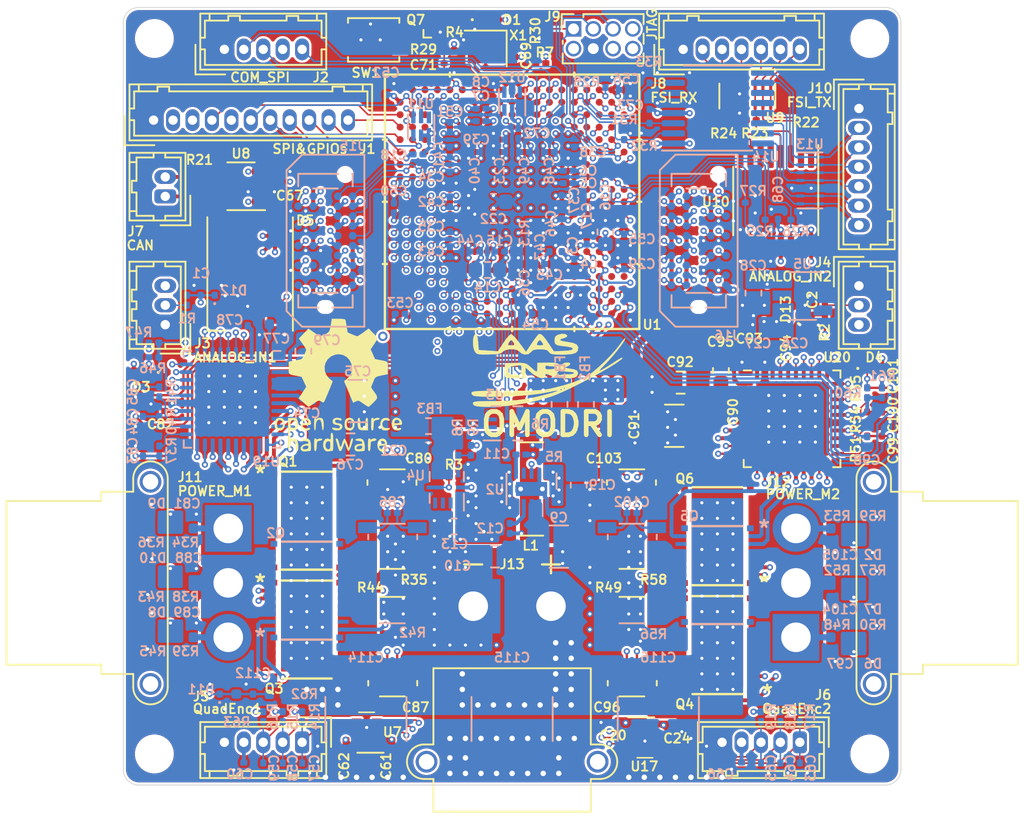
<source format=kicad_pcb>
(kicad_pcb (version 20171130) (host pcbnew "(5.1.6)-1")
  (title_block (title "Open MOtor DRiver Initiative (OMODRI)") (rev 1.0) (company LAAS/CNRS))
  (layers (0 F.Cu mixed) (1 GND.Cu power hide) (2 In2.Cu mixed hide) (3 In3.Cu mixed hide) (4 PWR.Cu power hide) (31 B.Cu mixed hide) (34 B.Paste user hide) (35 F.Paste user hide) (36 B.SilkS user hide) (37 F.SilkS user) (38 B.Mask user hide) (39 F.Mask user hide) (44 Edge.Cuts user))
  (net 0 "")
  (net 1 GND)
  (net 2 VDD_3V3)
  (net 3 VPOWER)
  (net 4 REF_3V0_BUF)
  (net 5 VDDA_3V3)
  (net 6 5V0)
  (net 7 VDD_1V2)
  (net 8 "Net-(D3-Pad1)")
  (net 9 "Net-(D4-Pad1)")
  (net 10 "Net-(U12-Pad6)")
  (net 11 "Net-(U12-Pad3)")
  (net 12 "Net-(J3-Pad2)")
  (net 13 "Net-(L1-Pad1)")
  (net 14 "Net-(Q1-Pad26)")
  (net 15 "Net-(Q1-Pad25)")
  (net 16 "Net-(Q1-Pad24)")
  (net 17 "Net-(Q1-Pad23)")
  (net 18 "Net-(Q1-Pad21)")
  (net 19 "Net-(Q2-Pad26)")
  (net 20 "Net-(Q2-Pad25)")
  (net 21 "Net-(Q2-Pad24)")
  (net 22 "Net-(Q2-Pad23)")
  (net 23 "Net-(Q2-Pad21)")
  (net 24 "Net-(Q3-Pad26)")
  (net 25 "Net-(Q3-Pad25)")
  (net 26 "Net-(Q3-Pad24)")
  (net 27 "Net-(Q3-Pad23)")
  (net 28 "Net-(Q3-Pad21)")
  (net 29 "Net-(Q4-Pad26)")
  (net 30 "Net-(Q4-Pad25)")
  (net 31 "Net-(Q4-Pad24)")
  (net 32 "Net-(Q4-Pad23)")
  (net 33 "Net-(Q4-Pad21)")
  (net 34 "Net-(Q5-Pad26)")
  (net 35 "Net-(Q5-Pad25)")
  (net 36 "Net-(Q5-Pad24)")
  (net 37 "Net-(Q5-Pad23)")
  (net 38 "Net-(Q5-Pad21)")
  (net 39 "Net-(Q6-Pad26)")
  (net 40 "Net-(Q6-Pad25)")
  (net 41 "Net-(Q6-Pad24)")
  (net 42 "Net-(Q6-Pad23)")
  (net 43 "Net-(Q6-Pad21)")
  (net 44 "Net-(R55-Pad2)")
  (net 45 "Net-(U2-Pad7)")
  (net 46 "Net-(U4-Pad2)")
  (net 47 "Net-(U4-Pad4)")
  (net 48 "Net-(U4-Pad3)")
  (net 49 "/JTAG + CLOCK + RESET/~XRSn~")
  (net 50 "/JTAG + CLOCK + RESET/TDO")
  (net 51 "/JTAG + CLOCK + RESET/TDI")
  (net 52 "/JTAG + CLOCK + RESET/TMS")
  (net 53 "/JTAG + CLOCK + RESET/TCK")
  (net 54 "/JTAG + CLOCK + RESET/~TRSTn~")
  (net 55 "Net-(U3-Pad3)")
  (net 56 "Net-(U3-Pad4)")
  (net 57 "Net-(U3-Pad2)")
  (net 58 "Net-(U8-Pad5)")
  (net 59 "Net-(U8-Pad8)")
  (net 60 "Net-(U11-Pad3)")
  (net 61 "Net-(U11-Pad6)")
  (net 62 "Net-(C11-Pad1)")
  (net 63 "Net-(C12-Pad1)")
  (net 64 "Net-(D1-Pad1)")
  (net 65 "Net-(D5-Pad2)")
  (net 66 "Net-(J4-Pad2)")
  (net 67 "Net-(J9-Pad6)")
  (net 68 "Net-(R37-Pad2)")
  (net 69 "Net-(R40-Pad2)")
  (net 70 "Net-(R41-Pad2)")
  (net 71 "Net-(R51-Pad2)")
  (net 72 "Net-(R54-Pad2)")
  (net 73 "Net-(U1-PadA2)")
  (net 74 "Net-(U1-PadA3)")
  (net 75 "Net-(U1-PadA4)")
  (net 76 "Net-(U1-PadA11)")
  (net 77 "Net-(U1-PadB3)")
  (net 78 "Net-(U1-PadB4)")
  (net 79 "Net-(U1-PadB11)")
  (net 80 "Net-(U1-PadB19)")
  (net 81 "Net-(U1-PadC3)")
  (net 82 "Net-(U1-PadC6)")
  (net 83 "Net-(U1-PadC11)")
  (net 84 "Net-(U1-PadC14)")
  (net 85 "Net-(U1-PadC15)")
  (net 86 "Net-(U1-PadC16)")
  (net 87 "Net-(U1-PadC17)")
  (net 88 "Net-(U1-PadC19)")
  (net 89 "Net-(U1-PadD2)")
  (net 90 "Net-(U1-PadD3)")
  (net 91 "Net-(U1-PadD11)")
  (net 92 "Net-(U1-PadD15)")
  (net 93 "Net-(U1-PadD16)")
  (net 94 "Net-(U1-PadD17)")
  (net 95 "Net-(U1-PadD19)")
  (net 96 "Net-(U1-PadE18)")
  (net 97 "Net-(U1-PadE19)")
  (net 98 "Net-(U1-PadF1)")
  (net 99 "Net-(U1-PadG1)")
  (net 100 "Net-(U1-PadG18)")
  (net 101 "Net-(U1-PadH1)")
  (net 102 "Net-(U1-PadH2)")
  (net 103 "Net-(U1-PadH3)")
  (net 104 "Net-(U1-PadH4)")
  (net 105 "Net-(U1-PadJ1)")
  (net 106 "Net-(U1-PadJ2)")
  (net 107 "Net-(U1-PadJ3)")
  (net 108 "Net-(U1-PadJ4)")
  (net 109 "Net-(U1-PadJ18)")
  (net 110 "Net-(U1-PadJ19)")
  (net 111 "Net-(U1-PadK17)")
  (net 112 "Net-(U1-PadK18)")
  (net 113 "Net-(U1-PadK19)")
  (net 114 "Net-(U1-PadL1)")
  (net 115 "Net-(U1-PadL2)")
  (net 116 "Net-(U1-PadL3)")
  (net 117 "Net-(U1-PadL4)")
  (net 118 "Net-(U1-PadL17)")
  (net 119 "Net-(U1-PadM2)")
  (net 120 "Net-(U1-PadM3)")
  (net 121 "Net-(U1-PadM4)")
  (net 122 "Net-(U1-PadN2)")
  (net 123 "Net-(U1-PadN3)")
  (net 124 "Net-(U1-PadN4)")
  (net 125 "Net-(U1-PadN16)")
  (net 126 "Net-(U1-PadN17)")
  (net 127 "Net-(U1-PadN18)")
  (net 128 "Net-(U1-PadP3)")
  (net 129 "Net-(U1-PadP4)")
  (net 130 "Net-(U1-PadP19)")
  (net 131 "Net-(U1-PadR4)")
  (net 132 "Net-(U1-PadT3)")
  (net 133 "Net-(U1-PadT7)")
  (net 134 "Net-(U1-PadT8)")
  (net 135 "Net-(U1-PadT12)")
  (net 136 "Net-(U1-PadT13)")
  (net 137 "Net-(U1-PadT15)")
  (net 138 "Net-(U1-PadT16)")
  (net 139 "Net-(U1-PadU3)")
  (net 140 "Net-(U1-PadU7)")
  (net 141 "Net-(U1-PadU8)")
  (net 142 "Net-(U1-PadU9)")
  (net 143 "Net-(U1-PadU11)")
  (net 144 "Net-(U1-PadU13)")
  (net 145 "Net-(U1-PadU14)")
  (net 146 "Net-(U1-PadU15)")
  (net 147 "Net-(U1-PadU17)")
  (net 148 "Net-(U1-PadV4)")
  (net 149 "Net-(U1-PadV8)")
  (net 150 "Net-(U1-PadV9)")
  (net 151 "Net-(U1-PadV11)")
  (net 152 "Net-(U1-PadV13)")
  (net 153 "Net-(U1-PadV17)")
  (net 154 "Net-(U1-PadW4)")
  (net 155 "Net-(U1-PadW11)")
  (net 156 "Net-(U1-PadW12)")
  (net 157 "Net-(U1-PadW16)")
  (net 158 "Net-(U1-PadW17)")
  (net 159 "Net-(U14-Pad12)")
  (net 160 "Net-(U14-Pad11)")
  (net 161 "Net-(U14-Pad6)")
  (net 162 "Net-(U10-Pad5)")
  (net 163 "Net-(U10-Pad6)")
  (net 164 "Net-(U10-Pad11)")
  (net 165 "Net-(U1-PadP18)")
  (net 166 "Net-(U1-PadP17)")
  (net 167 "Net-(U1-PadP16)")
  (net 168 "Net-(U1-PadJ17)")
  (net 169 "Net-(U1-PadJ16)")
  (net 170 "Net-(Q7-Pad3)")
  (net 171 "Net-(U5-Pad3)")
  (net 172 "Net-(U5-Pad5)")
  (net 173 /OMODRI_GPIO/ANALOG_IN2)
  (net 174 /OMODRI_GPIO/ANALOG_IN1)
  (net 175 "/Power distribution/OMODRI_Alim_3V3/3V3")
  (net 176 "/Power distribution/OMODRI_Alim_1V2/1V2")
  (net 177 /OMODRI_QuadEncod/ENC1_A)
  (net 178 /OMODRI_QuadEncod/ENC1_B)
  (net 179 /OMODRI_QuadEncod/ENC1_I)
  (net 180 /OMODRI_QuadEncod/ENC2_A)
  (net 181 /OMODRI_QuadEncod/ENC2_B)
  (net 182 /OMODRI_QuadEncod/ENC2_I)
  (net 183 /OMODRI_driver_M1/VGLS)
  (net 184 /OMODRI_driver_M1/DVDD)
  (net 185 /OMODRI_driver_M1/SNA)
  (net 186 /OMODRI_driver_M1/SPA)
  (net 187 /OMODRI_GPIO/M1_Va)
  (net 188 /OMODRI_GPIO/M1_Ic)
  (net 189 /OMODRI_GPIO/M1_Ib)
  (net 190 /OMODRI_GPIO/M1_Ia)
  (net 191 /OMODRI_driver_M1/SNB)
  (net 192 /OMODRI_driver_M1/SPB)
  (net 193 /OMODRI_driver_M1/SNC)
  (net 194 /OMODRI_driver_M1/SPC)
  (net 195 /OMODRI_GPIO/M1_Vb)
  (net 196 /OMODRI_GPIO/M1_Vc)
  (net 197 /OMODRI_driver_M2/VGLS)
  (net 198 /OMODRI_driver_M2/DVDD)
  (net 199 /OMODRI_driver_M2/SPA)
  (net 200 /OMODRI_driver_M2/SNA)
  (net 201 /OMODRI_GPIO/M2_Va)
  (net 202 /OMODRI_GPIO/M2_Ic)
  (net 203 /OMODRI_GPIO/M2_Ib)
  (net 204 /OMODRI_GPIO/M2_Ia)
  (net 205 /OMODRI_driver_M2/SNB)
  (net 206 /OMODRI_driver_M2/SPB)
  (net 207 /OMODRI_driver_M2/SPC)
  (net 208 /OMODRI_driver_M2/SNC)
  (net 209 /OMODRI_GPIO/M2_Vb)
  (net 210 /OMODRI_GPIO/M2_Vc)
  (net 211 /OMODRI_GPIO/M1_Vbus)
  (net 212 /OMODRI_GPIO/WS2812B_CMD)
  (net 213 /OMODRI_GPIO/~COM_SPI_CSn~)
  (net 214 /OMODRI_GPIO/COM_SPI_SOMI)
  (net 215 /OMODRI_GPIO/COM_SPI_CLK)
  (net 216 /OMODRI_GPIO/COM_SPI_SIMO)
  (net 217 /OMODRI_GPIO/GPIO4)
  (net 218 /OMODRI_GPIO/GPIO3)
  (net 219 /OMODRI_GPIO/GPIO2)
  (net 220 /OMODRI_GPIO/GPIO1)
  (net 221 /OMODRI_GPIO/GPIO0)
  (net 222 /OMODRI_GPIO/~SPI_CSn~)
  (net 223 /OMODRI_GPIO/SPI_SOMI)
  (net 224 /OMODRI_GPIO/SPI_CLK)
  (net 225 /OMODRI_GPIO/SPI_SIMO)
  (net 226 /OMODRI_CAN/CAN_H)
  (net 227 /OMODRI_CAN/CAN_L)
  (net 228 /OMODRI_FSI_RX/RX_CLK_LVDS_N)
  (net 229 /OMODRI_FSI_RX/RX_CLK_LVDS_P)
  (net 230 /OMODRI_FSI_RX/RX_D0_LVDS_N)
  (net 231 /OMODRI_FSI_RX/RX_D0_LVDS_P)
  (net 232 /OMODRI_FSI_RX/RX_D1_LVDS_P)
  (net 233 /OMODRI_FSI_RX/RX_D1_LVDS_N)
  (net 234 /OMODRI_FSI_TX/TX_D1_LVDS_N)
  (net 235 /OMODRI_FSI_TX/TX_D1_LVDS_P)
  (net 236 /OMODRI_FSI_TX/TX_D0_LVDS_P)
  (net 237 /OMODRI_FSI_TX/TX_D0_LVDS_N)
  (net 238 /OMODRI_FSI_TX/TX_CLK_LVDS_P)
  (net 239 /OMODRI_FSI_TX/TX_CLK_LVDS_N)
  (net 240 /OMODRI_driver_M1/MOTOR_CH1)
  (net 241 /OMODRI_driver_M1/MOTOR_CH2)
  (net 242 /OMODRI_driver_M1/MOTOR_CH3)
  (net 243 /OMODRI_driver_M2/MOTOR_CH3)
  (net 244 /OMODRI_driver_M2/MOTOR_CH2)
  (net 245 /OMODRI_driver_M2/MOTOR_CH1)
  (net 246 /OMODRI_GPIO/ECAT1_INT)
  (net 247 /OMODRI_GPIO/ESC_TX1_CLK)
  (net 248 /OMODRI_GPIO/ESC_TX1_D1)
  (net 249 /OMODRI_GPIO/ESC_TX1_D3)
  (net 250 /OMODRI_GPIO/ESC_RX1_CLK)
  (net 251 /OMODRI_GPIO/ESC_RX1_D0)
  (net 252 /OMODRI_GPIO/ESC_RX1_D2)
  (net 253 /OMODRI_GPIO/ESC_LED_LINK0_ACTIVE)
  (net 254 /OMODRI_GPIO/ESC_LED_ERR)
  (net 255 /OMODRI_GPIO/ESC_TX0_ENA)
  (net 256 /OMODRI_GPIO/ESC_TX0_D0)
  (net 257 /OMODRI_GPIO/ESC_TX0_D2)
  (net 258 /OMODRI_GPIO/ESC_RX0_DV)
  (net 259 /OMODRI_GPIO/ESC_RX0_ERR)
  (net 260 /OMODRI_GPIO/ESC_RX0_D1)
  (net 261 /OMODRI_GPIO/ESC_RX0_D3)
  (net 262 /OMODRI_GPIO/ESC_PHY0_LINKSTATUS)
  (net 263 /OMODRI_GPIO/ESC_I2C_SDA)
  (net 264 /OMODRI_GPIO/ESC_MDIO_CLK)
  (net 265 /OMODRI_GPIO/ESC_TX1_ENA)
  (net 266 /OMODRI_GPIO/ESC_TX1_D0)
  (net 267 /OMODRI_GPIO/ESC_TX1_D2)
  (net 268 /OMODRI_GPIO/ESC_RX1_DV)
  (net 269 /OMODRI_GPIO/ESC_RX1_ERR)
  (net 270 /OMODRI_GPIO/ESC_RX1_D1)
  (net 271 /OMODRI_GPIO/ESC_RX1_D3)
  (net 272 /OMODRI_GPIO/ESC_LED_LINK1_ACTIVE)
  (net 273 /OMODRI_GPIO/ESC_LED_RUN)
  (net 274 /OMODRI_GPIO/ECAT0_INT)
  (net 275 /OMODRI_GPIO/ESC_TX0_CLK)
  (net 276 /OMODRI_GPIO/ESC_TX0_D1)
  (net 277 /OMODRI_GPIO/ESC_TX0_D3)
  (net 278 /OMODRI_GPIO/ESC_RX0_CLK)
  (net 279 /OMODRI_GPIO/ESC_RX0_D0)
  (net 280 /OMODRI_GPIO/ESC_RX0_D2)
  (net 281 /OMODRI_GPIO/~ESC_PHY_RESETn~)
  (net 282 /OMODRI_GPIO/ESC_PHY1_LINKSTATUS)
  (net 283 /OMODRI_GPIO/ESC_I2C_SCL)
  (net 284 /OMODRI_GPIO/ESC_MDIO_DATA)
  (net 285 /OMODRI_driver_M1/GHA)
  (net 286 /OMODRI_driver_M1/SHA)
  (net 287 /OMODRI_driver_M1/GLA)
  (net 288 /OMODRI_driver_M1/GHB)
  (net 289 /OMODRI_driver_M1/SHB)
  (net 290 /OMODRI_driver_M1/GLB)
  (net 291 /OMODRI_driver_M1/GHC)
  (net 292 /OMODRI_driver_M1/SHC)
  (net 293 /OMODRI_driver_M1/GLC)
  (net 294 /OMODRI_driver_M2/GLA)
  (net 295 /OMODRI_driver_M2/SHA)
  (net 296 /OMODRI_driver_M2/GHA)
  (net 297 /OMODRI_driver_M2/GLB)
  (net 298 /OMODRI_driver_M2/SHB)
  (net 299 /OMODRI_driver_M2/GHB)
  (net 300 /OMODRI_driver_M2/GHC)
  (net 301 /OMODRI_driver_M2/SHC)
  (net 302 /OMODRI_driver_M2/GLC)
  (net 303 "/Power distribution/OMODRI_Alim_1V2/PG_5V0")
  (net 304 "/Power distribution/OMODRI_Alim_3V3/FB_3V3")
  (net 305 "/Power distribution/OMODRI_Alim_1V2/FB_1V2")
  (net 306 /OMODRI_GPIO/FSI_RXC_D1)
  (net 307 /OMODRI_GPIO/FSI_RXC_D0)
  (net 308 /OMODRI_GPIO/FSI_RXC_CLK)
  (net 309 /OMODRI_GPIO/FSI_TXA_D0)
  (net 310 /OMODRI_GPIO/FSI_TXA_D1)
  (net 311 /OMODRI_GPIO/FSI_TXA_CLK)
  (net 312 /OMODRI_GPIO/~DRV1_GPIO_FAULTn~)
  (net 313 /OMODRI_GPIO/~DRV2_GPIO_FAULTn~)
  (net 314 /OMODRI_GPIO/DRV2_GPIO_EN)
  (net 315 /OMODRI_GPIO/~DRV2_GPIO_CSn~)
  (net 316 /OMODRI_GPIO/ENC1_CHI)
  (net 317 /OMODRI_GPIO/ENC2_CHA)
  (net 318 /OMODRI_GPIO/ENC2_CHB)
  (net 319 /OMODRI_GPIO/ENC2_CHI)
  (net 320 /OMODRI_driver_M2/INLB)
  (net 321 /OMODRI_driver_M2/INHB)
  (net 322 /OMODRI_GPIO/ENC1_CHB)
  (net 323 /OMODRI_GPIO/ENC1_CHA)
  (net 324 /OMODRI_GPIO/~DRV1_GPIO_CSn~)
  (net 325 /OMODRI_GPIO/DRV_SPI_CLK)
  (net 326 /OMODRI_GPIO/DRV_SPI_SOMI)
  (net 327 /OMODRI_GPIO/DRV_SPI_SIMO)
  (net 328 /OMODRI_driver_M1/INLA)
  (net 329 /OMODRI_driver_M1/INLC)
  (net 330 /OMODRI_GPIO/DRV1_GPIO_EN)
  (net 331 /OMODRI_GPIO/CAN_RX)
  (net 332 /OMODRI_driver_M1/INHA)
  (net 333 /OMODRI_driver_M1/INHC)
  (net 334 /OMODRI_GPIO/CAN_TX)
  (net 335 /OMODRI_driver_M2/INLC)
  (net 336 /OMODRI_driver_M1/INLB)
  (net 337 /OMODRI_driver_M2/INLA)
  (net 338 /OMODRI_driver_M2/INHC)
  (net 339 /OMODRI_driver_M1/INHB)
  (net 340 /OMODRI_driver_M2/INHA)
  (net 341 "Net-(U17-Pad7)")
  (net 342 "Net-(U17-Pad5)")
  (net 343 "Net-(U7-Pad2)")
  (net 344 "Net-(U7-Pad10)")
  (net 345 "/JTAG + CLOCK + RESET/F2838x_CLK_25MHz")
  (net 346 /OMODRI_GPIO/ESC_PHY_CLK)
  (net 347 "Net-(U1-PadT11)")
  (net 348 "Net-(U1-PadB14)")
  (net 349 "/JTAG + CLOCK + RESET/ERRORSTS")
  (net 350 /OMODRI_GPIO/ESC_PHY_CLK_OSC)
  (net 351 /OMODRI_driver_M1/VCP_DRV)
  (net 352 /OMODRI_driver_M1/CPL)
  (net 353 /OMODRI_driver_M1/CPH)
  (net 354 /OMODRI_driver_M2/VCP_DRV)
  (net 355 /OMODRI_driver_M2/CPL)
  (net 356 /OMODRI_driver_M2/CPH)
  (net 357 /OMODRI_driver_M1/OUT_M1_CH1)
  (net 358 /OMODRI_driver_M1/OUT_M1_CH2)
  (net 359 /OMODRI_driver_M1/OUT_M1_CH3)
  (net 360 /OMODRI_driver_M2/OUT_M2_CH1)
  (net 361 /OMODRI_driver_M2/OUT_M2_CH2)
  (net 362 /OMODRI_driver_M2/OUT_M2_CH3)
  (net 363 /OMODRI_GPIO/GPIO125_SPI_CS2_n)
  (module udriver3:NFBGA_337 (layer F.Cu) (at 125 62.5 90)
    (fp_text reference U1 (at -7.9 9 180) (layer F.SilkS) (effects (font (size 0.6 0.6) (thickness 0.12))))
    (fp_text value TMS320F28388D hide)
    (pad W3 smd circle (at -5.6 7.2 90) (size 0.45 0.45) (layers F.Cu F.Paste F.Mask) (net 209 /OMODRI_GPIO/M2_Vb))
    (pad W11 smd circle (at 0.8 7.2 90) (size 0.45 0.45) (layers F.Cu F.Paste F.Mask) (net 155 "Net-(U1-PadW11)"))
    (pad W10 smd circle (at 0 7.2 90) (size 0.45 0.45) (layers F.Cu F.Paste F.Mask) (net 306 /OMODRI_GPIO/FSI_RXC_D1))
    (pad W13 smd circle (at 2.4 7.2 90) (size 0.45 0.45) (layers F.Cu F.Paste F.Mask) (net 51 "/JTAG + CLOCK + RESET/TDI"))
    (pad W5 smd circle (at -4 7.2 90) (size 0.45 0.45) (layers F.Cu F.Paste F.Mask) (net 4 REF_3V0_BUF))
    (pad W1 smd circle (at -7.2 7.2 90) (size 0.45 0.45) (layers F.Cu F.Paste F.Mask) (net 1 GND))
    (pad W9 smd circle (at -0.8 7.2 90) (size 0.45 0.45) (layers F.Cu F.Paste F.Mask) (net 246 /OMODRI_GPIO/ECAT1_INT))
    (pad W14 smd circle (at 3.2 7.2 90) (size 0.45 0.45) (layers F.Cu F.Paste F.Mask) (net 52 "/JTAG + CLOCK + RESET/TMS"))
    (pad W19 smd circle (at 7.2 7.2 90) (size 0.45 0.45) (layers F.Cu F.Paste F.Mask) (net 1 GND))
    (pad W2 smd circle (at -6.4 7.2 90) (size 0.45 0.45) (layers F.Cu F.Paste F.Mask) (net 203 /OMODRI_GPIO/M2_Ib))
    (pad W17 smd circle (at 5.6 7.2 90) (size 0.45 0.45) (layers F.Cu F.Paste F.Mask) (net 158 "Net-(U1-PadW17)"))
    (pad W7 smd circle (at -2.4 7.2 90) (size 0.45 0.45) (layers F.Cu F.Paste F.Mask) (net 1 GND))
    (pad W8 smd circle (at -1.6 7.2 90) (size 0.45 0.45) (layers F.Cu F.Paste F.Mask) (net 2 VDD_3V3))
    (pad W4 smd circle (at -4.8 7.2 90) (size 0.45 0.45) (layers F.Cu F.Paste F.Mask) (net 154 "Net-(U1-PadW4)"))
    (pad W16 smd circle (at 4.8 7.2 90) (size 0.45 0.45) (layers F.Cu F.Paste F.Mask) (net 157 "Net-(U1-PadW16)"))
    (pad W12 smd circle (at 1.6 7.2 90) (size 0.45 0.45) (layers F.Cu F.Paste F.Mask) (net 156 "Net-(U1-PadW12)"))
    (pad W6 smd circle (at -3.2 7.2 90) (size 0.45 0.45) (layers F.Cu F.Paste F.Mask) (net 1 GND))
    (pad W18 smd circle (at 6.4 7.2 90) (size 0.45 0.45) (layers F.Cu F.Paste F.Mask) (net 248 /OMODRI_GPIO/ESC_TX1_D1))
    (pad W15 smd circle (at 4 7.2 90) (size 0.45 0.45) (layers F.Cu F.Paste F.Mask) (net 50 "/JTAG + CLOCK + RESET/TDO"))
    (pad V6 smd circle (at -3.2 6.4 90) (size 0.45 0.45) (layers F.Cu F.Paste F.Mask) (net 1 GND))
    (pad V17 smd circle (at 5.6 6.4 90) (size 0.45 0.45) (layers F.Cu F.Paste F.Mask) (net 153 "Net-(U1-PadV17)"))
    (pad V13 smd circle (at 2.4 6.4 90) (size 0.45 0.45) (layers F.Cu F.Paste F.Mask) (net 152 "Net-(U1-PadV13)"))
    (pad V7 smd circle (at -2.4 6.4 90) (size 0.45 0.45) (layers F.Cu F.Paste F.Mask) (net 1 GND))
    (pad V19 smd circle (at 7.2 6.4 90) (size 0.45 0.45) (layers F.Cu F.Paste F.Mask) (net 2 VDD_3V3))
    (pad V14 smd circle (at 3.2 6.4 90) (size 0.45 0.45) (layers F.Cu F.Paste F.Mask) (net 54 "/JTAG + CLOCK + RESET/~TRSTn~"))
    (pad V2 smd circle (at -6.4 6.4 90) (size 0.45 0.45) (layers F.Cu F.Paste F.Mask) (net 189 /OMODRI_GPIO/M1_Ib))
    (pad V8 smd circle (at -1.6 6.4 90) (size 0.45 0.45) (layers F.Cu F.Paste F.Mask) (net 149 "Net-(U1-PadV8)"))
    (pad V16 smd circle (at 4.8 6.4 90) (size 0.45 0.45) (layers F.Cu F.Paste F.Mask) (net 313 /OMODRI_GPIO/~DRV2_GPIO_FAULTn~))
    (pad V12 smd circle (at 1.6 6.4 90) (size 0.45 0.45) (layers F.Cu F.Paste F.Mask) (net 307 /OMODRI_GPIO/FSI_RXC_D0))
    (pad V5 smd circle (at -4 6.4 90) (size 0.45 0.45) (layers F.Cu F.Paste F.Mask) (net 4 REF_3V0_BUF))
    (pad V4 smd circle (at -4.8 6.4 90) (size 0.45 0.45) (layers F.Cu F.Paste F.Mask) (net 148 "Net-(U1-PadV4)"))
    (pad V15 smd circle (at 4 6.4 90) (size 0.45 0.45) (layers F.Cu F.Paste F.Mask) (net 53 "/JTAG + CLOCK + RESET/TCK"))
    (pad V10 smd circle (at 0 6.4 90) (size 0.45 0.45) (layers F.Cu F.Paste F.Mask) (net 266 /OMODRI_GPIO/ESC_TX1_D0))
    (pad V1 smd circle (at -7.2 6.4 90) (size 0.45 0.45) (layers F.Cu F.Paste F.Mask) (net 4 REF_3V0_BUF))
    (pad V3 smd circle (at -5.6 6.4 90) (size 0.45 0.45) (layers F.Cu F.Paste F.Mask) (net 195 /OMODRI_GPIO/M1_Vb))
    (pad V11 smd circle (at 0.8 6.4 90) (size 0.45 0.45) (layers F.Cu F.Paste F.Mask) (net 151 "Net-(U1-PadV11)"))
    (pad V18 smd circle (at 6.4 6.4 90) (size 0.45 0.45) (layers F.Cu F.Paste F.Mask) (net 267 /OMODRI_GPIO/ESC_TX1_D2))
    (pad V9 smd circle (at -0.8 6.4 90) (size 0.45 0.45) (layers F.Cu F.Paste F.Mask) (net 150 "Net-(U1-PadV9)"))
    (pad U8 smd circle (at -1.6 5.6 90) (size 0.45 0.45) (layers F.Cu F.Paste F.Mask) (net 141 "Net-(U1-PadU8)"))
    (pad U6 smd circle (at -3.2 5.6 90) (size 0.45 0.45) (layers F.Cu F.Paste F.Mask) (net 210 /OMODRI_GPIO/M2_Vc))
    (pad U4 smd circle (at -4.8 5.6 90) (size 0.45 0.45) (layers F.Cu F.Paste F.Mask) (net 173 /OMODRI_GPIO/ANALOG_IN2))
    (pad U16 smd circle (at 4.8 5.6 90) (size 0.45 0.45) (layers F.Cu F.Paste F.Mask) (net 314 /OMODRI_GPIO/DRV2_GPIO_EN))
    (pad U10 smd circle (at 0 5.6 90) (size 0.45 0.45) (layers F.Cu F.Paste F.Mask) (net 247 /OMODRI_GPIO/ESC_TX1_CLK))
    (pad U17 smd circle (at 5.6 5.6 90) (size 0.45 0.45) (layers F.Cu F.Paste F.Mask) (net 147 "Net-(U1-PadU17)"))
    (pad U12 smd circle (at 1.6 5.6 90) (size 0.45 0.45) (layers F.Cu F.Paste F.Mask) (net 308 /OMODRI_GPIO/FSI_RXC_CLK))
    (pad U7 smd circle (at -2.4 5.6 90) (size 0.45 0.45) (layers F.Cu F.Paste F.Mask) (net 140 "Net-(U1-PadU7)"))
    (pad U19 smd circle (at 7.2 5.6 90) (size 0.45 0.45) (layers F.Cu F.Paste F.Mask) (net 349 "/JTAG + CLOCK + RESET/ERRORSTS"))
    (pad U1 smd circle (at -7.2 5.6 90) (size 0.45 0.45) (layers F.Cu F.Paste F.Mask) (net 190 /OMODRI_GPIO/M1_Ia))
    (pad U13 smd circle (at 2.4 5.6 90) (size 0.45 0.45) (layers F.Cu F.Paste F.Mask) (net 144 "Net-(U1-PadU13)"))
    (pad U14 smd circle (at 3.2 5.6 90) (size 0.45 0.45) (layers F.Cu F.Paste F.Mask) (net 145 "Net-(U1-PadU14)"))
    (pad U3 smd circle (at -5.6 5.6 90) (size 0.45 0.45) (layers F.Cu F.Paste F.Mask) (net 139 "Net-(U1-PadU3)"))
    (pad U5 smd circle (at -4 5.6 90) (size 0.45 0.45) (layers F.Cu F.Paste F.Mask) (net 202 /OMODRI_GPIO/M2_Ic))
    (pad U15 smd circle (at 4 5.6 90) (size 0.45 0.45) (layers F.Cu F.Paste F.Mask) (net 146 "Net-(U1-PadU15)"))
    (pad U11 smd circle (at 0.8 5.6 90) (size 0.45 0.45) (layers F.Cu F.Paste F.Mask) (net 143 "Net-(U1-PadU11)"))
    (pad U2 smd circle (at -6.4 5.6 90) (size 0.45 0.45) (layers F.Cu F.Paste F.Mask) (net 187 /OMODRI_GPIO/M1_Va))
    (pad U18 smd circle (at 6.4 5.6 90) (size 0.45 0.45) (layers F.Cu F.Paste F.Mask) (net 249 /OMODRI_GPIO/ESC_TX1_D3))
    (pad U9 smd circle (at -0.8 5.6 90) (size 0.45 0.45) (layers F.Cu F.Paste F.Mask) (net 142 "Net-(U1-PadU9)"))
    (pad T10 smd circle (at 0 4.8 90) (size 0.45 0.45) (layers F.Cu F.Paste F.Mask) (net 265 /OMODRI_GPIO/ESC_TX1_ENA))
    (pad T2 smd circle (at -6.4 4.8 90) (size 0.45 0.45) (layers F.Cu F.Paste F.Mask) (net 201 /OMODRI_GPIO/M2_Va))
    (pad T16 smd circle (at 4.8 4.8 90) (size 0.45 0.45) (layers F.Cu F.Paste F.Mask) (net 138 "Net-(U1-PadT16)"))
    (pad T12 smd circle (at 1.6 4.8 90) (size 0.45 0.45) (layers F.Cu F.Paste F.Mask) (net 135 "Net-(U1-PadT12)"))
    (pad T18 smd circle (at 6.4 4.8 90) (size 0.45 0.45) (layers F.Cu F.Paste F.Mask) (net 250 /OMODRI_GPIO/ESC_RX1_CLK))
    (pad T17 smd circle (at 5.6 4.8 90) (size 0.45 0.45) (layers F.Cu F.Paste F.Mask) (net 268 /OMODRI_GPIO/ESC_RX1_DV))
    (pad T1 smd circle (at -7.2 4.8 90) (size 0.45 0.45) (layers F.Cu F.Paste F.Mask) (net 204 /OMODRI_GPIO/M2_Ia))
    (pad T5 smd circle (at -4 4.8 90) (size 0.45 0.45) (layers F.Cu F.Paste F.Mask) (net 188 /OMODRI_GPIO/M1_Ic))
    (pad T3 smd circle (at -5.6 4.8 90) (size 0.45 0.45) (layers F.Cu F.Paste F.Mask) (net 132 "Net-(U1-PadT3)"))
    (pad T19 smd circle (at 7.2 4.8 90) (size 0.45 0.45) (layers F.Cu F.Paste F.Mask) (net 269 /OMODRI_GPIO/ESC_RX1_ERR))
    (pad T14 smd circle (at 3.2 4.8 90) (size 0.45 0.45) (layers F.Cu F.Paste F.Mask) (net 315 /OMODRI_GPIO/~DRV2_GPIO_CSn~))
    (pad T9 smd circle (at -0.8 4.8 90) (size 0.45 0.45) (layers F.Cu F.Paste F.Mask) (net 363 /OMODRI_GPIO/GPIO125_SPI_CS2_n))
    (pad T13 smd circle (at 2.4 4.8 90) (size 0.45 0.45) (layers F.Cu F.Paste F.Mask) (net 136 "Net-(U1-PadT13)"))
    (pad T15 smd circle (at 4 4.8 90) (size 0.45 0.45) (layers F.Cu F.Paste F.Mask) (net 137 "Net-(U1-PadT15)"))
    (pad T8 smd circle (at -1.6 4.8 90) (size 0.45 0.45) (layers F.Cu F.Paste F.Mask) (net 134 "Net-(U1-PadT8)"))
    (pad T6 smd circle (at -3.2 4.8 90) (size 0.45 0.45) (layers F.Cu F.Paste F.Mask) (net 196 /OMODRI_GPIO/M1_Vc))
    (pad T11 smd circle (at 0.8 4.8 90) (size 0.45 0.45) (layers F.Cu F.Paste F.Mask) (net 347 "Net-(U1-PadT11)"))
    (pad T4 smd circle (at -4.8 4.8 90) (size 0.45 0.45) (layers F.Cu F.Paste F.Mask) (net 174 /OMODRI_GPIO/ANALOG_IN1))
    (pad T7 smd circle (at -2.4 4.8 90) (size 0.45 0.45) (layers F.Cu F.Paste F.Mask) (net 133 "Net-(U1-PadT7)"))
    (pad R3 smd circle (at -5.6 4 90) (size 0.45 0.45) (layers F.Cu F.Paste F.Mask) (net 211 /OMODRI_GPIO/M1_Vbus))
    (pad R2 smd circle (at -6.4 4 90) (size 0.45 0.45) (layers F.Cu F.Paste F.Mask) (net 1 GND))
    (pad R5 smd circle (at -4 4 90) (size 0.45 0.45) (layers F.Cu F.Paste F.Mask) (net 1 GND))
    (pad R9 smd circle (at -0.8 4 90) (size 0.45 0.45) (layers F.Cu F.Paste F.Mask) (net 2 VDD_3V3))
    (pad R17 smd circle (at 5.6 4 90) (size 0.45 0.45) (layers F.Cu F.Paste F.Mask) (net 309 /OMODRI_GPIO/FSI_TXA_D0))
    (pad R13 smd circle (at 2.4 4 90) (size 0.45 0.45) (layers F.Cu F.Paste F.Mask) (net 7 VDD_1V2))
    (pad R8 smd circle (at -1.6 4 90) (size 0.45 0.45) (layers F.Cu F.Paste F.Mask) (net 1 GND))
    (pad R16 smd circle (at 4.8 4 90) (size 0.45 0.45) (layers F.Cu F.Paste F.Mask) (net 346 /OMODRI_GPIO/ESC_PHY_CLK))
    (pad R14 smd circle (at 3.2 4 90) (size 0.45 0.45) (layers F.Cu F.Paste F.Mask) (net 1 GND))
    (pad R6 smd circle (at -3.2 4 90) (size 0.45 0.45) (layers F.Cu F.Paste F.Mask) (net 5 VDDA_3V3))
    (pad R19 smd circle (at 7.2 4 90) (size 0.45 0.45) (layers F.Cu F.Paste F.Mask) (net 311 /OMODRI_GPIO/FSI_TXA_CLK))
    (pad R11 smd circle (at 0.8 4 90) (size 0.45 0.45) (layers F.Cu F.Paste F.Mask) (net 2 VDD_3V3))
    (pad R1 smd circle (at -7.2 4 90) (size 0.45 0.45) (layers F.Cu F.Paste F.Mask) (net 4 REF_3V0_BUF))
    (pad R4 smd circle (at -4.8 4 90) (size 0.45 0.45) (layers F.Cu F.Paste F.Mask) (net 131 "Net-(U1-PadR4)"))
    (pad R10 smd circle (at 0 4 90) (size 0.45 0.45) (layers F.Cu F.Paste F.Mask) (net 7 VDD_1V2))
    (pad R12 smd circle (at 1.6 4 90) (size 0.45 0.45) (layers F.Cu F.Paste F.Mask) (net 2 VDD_3V3))
    (pad R7 smd circle (at -2.4 4 90) (size 0.45 0.45) (layers F.Cu F.Paste F.Mask) (net 1 GND))
    (pad R18 smd circle (at 6.4 4 90) (size 0.45 0.45) (layers F.Cu F.Paste F.Mask) (net 310 /OMODRI_GPIO/FSI_TXA_D1))
    (pad R15 smd circle (at 4 4 90) (size 0.45 0.45) (layers F.Cu F.Paste F.Mask) (net 1 GND))
    (pad P1 smd circle (at -7.2 3.2 90) (size 0.45 0.45) (layers F.Cu F.Paste F.Mask) (net 1 GND))
    (pad P19 smd circle (at 7.2 3.2 90) (size 0.45 0.45) (layers F.Cu F.Paste F.Mask) (net 130 "Net-(U1-PadP19)"))
    (pad P16 smd circle (at 4.8 3.2 90) (size 0.45 0.45) (layers F.Cu F.Paste F.Mask) (net 167 "Net-(U1-PadP16)"))
    (pad P4 smd circle (at -4.8 3.2 90) (size 0.45 0.45) (layers F.Cu F.Paste F.Mask) (net 129 "Net-(U1-PadP4)"))
    (pad P17 smd circle (at 5.6 3.2 90) (size 0.45 0.45) (layers F.Cu F.Paste F.Mask) (net 166 "Net-(U1-PadP17)"))
    (pad P10 smd circle (at 0 3.2 90) (size 0.45 0.45) (layers F.Cu F.Paste F.Mask) (net 7 VDD_1V2))
    (pad P2 smd circle (at -6.4 3.2 90) (size 0.45 0.45) (layers F.Cu F.Paste F.Mask) (net 1 GND))
    (pad P13 smd circle (at 2.4 3.2 90) (size 0.45 0.45) (layers F.Cu F.Paste F.Mask) (net 7 VDD_1V2))
    (pad P14 smd circle (at 3.2 3.2 90) (size 0.45 0.45) (layers F.Cu F.Paste F.Mask) (net 1 GND))
    (pad P8 smd circle (at -1.6 3.2 90) (size 0.45 0.45) (layers F.Cu F.Paste F.Mask) (net 1 GND))
    (pad P6 smd circle (at -3.2 3.2 90) (size 0.45 0.45) (layers F.Cu F.Paste F.Mask) (net 5 VDDA_3V3))
    (pad P11 smd circle (at 0.8 3.2 90) (size 0.45 0.45) (layers F.Cu F.Paste F.Mask) (net 1 GND))
    (pad P7 smd circle (at -2.4 3.2 90) (size 0.45 0.45) (layers F.Cu F.Paste F.Mask) (net 1 GND))
    (pad P5 smd circle (at -4 3.2 90) (size 0.45 0.45) (layers F.Cu F.Paste F.Mask) (net 1 GND))
    (pad P9 smd circle (at -0.8 3.2 90) (size 0.45 0.45) (layers F.Cu F.Paste F.Mask) (net 2 VDD_3V3))
    (pad P18 smd circle (at 6.4 3.2 90) (size 0.45 0.45) (layers F.Cu F.Paste F.Mask) (net 165 "Net-(U1-PadP18)"))
    (pad P15 smd circle (at 4 3.2 90) (size 0.45 0.45) (layers F.Cu F.Paste F.Mask) (net 1 GND))
    (pad P12 smd circle (at 1.6 3.2 90) (size 0.45 0.45) (layers F.Cu F.Paste F.Mask) (net 1 GND))
    (pad P3 smd circle (at -5.6 3.2 90) (size 0.45 0.45) (layers F.Cu F.Paste F.Mask) (net 128 "Net-(U1-PadP3)"))
    (pad N6 smd circle (at -3.2 2.4 90) (size 0.45 0.45) (layers F.Cu F.Paste F.Mask) (net 1 GND))
    (pad N18 smd circle (at 6.4 2.4 90) (size 0.45 0.45) (layers F.Cu F.Paste F.Mask) (net 127 "Net-(U1-PadN18)"))
    (pad N5 smd circle (at -4 2.4 90) (size 0.45 0.45) (layers F.Cu F.Paste F.Mask) (net 1 GND))
    (pad N4 smd circle (at -4.8 2.4 90) (size 0.45 0.45) (layers F.Cu F.Paste F.Mask) (net 124 "Net-(U1-PadN4)"))
    (pad N17 smd circle (at 5.6 2.4 90) (size 0.45 0.45) (layers F.Cu F.Paste F.Mask) (net 126 "Net-(U1-PadN17)"))
    (pad N19 smd circle (at 7.2 2.4 90) (size 0.45 0.45) (layers F.Cu F.Paste F.Mask) (net 251 /OMODRI_GPIO/ESC_RX1_D0))
    (pad N3 smd circle (at -5.6 2.4 90) (size 0.45 0.45) (layers F.Cu F.Paste F.Mask) (net 123 "Net-(U1-PadN3)"))
    (pad N16 smd circle (at 4.8 2.4 90) (size 0.45 0.45) (layers F.Cu F.Paste F.Mask) (net 125 "Net-(U1-PadN16)"))
    (pad N2 smd circle (at -6.4 2.4 90) (size 0.45 0.45) (layers F.Cu F.Paste F.Mask) (net 122 "Net-(U1-PadN2)"))
    (pad N14 smd circle (at 3.2 2.4 90) (size 0.45 0.45) (layers F.Cu F.Paste F.Mask) (net 2 VDD_3V3))
    (pad N1 smd circle (at -7.2 2.4 90) (size 0.45 0.45) (layers F.Cu F.Paste F.Mask) (net 1 GND))
    (pad N15 smd circle (at 4 2.4 90) (size 0.45 0.45) (layers F.Cu F.Paste F.Mask) (net 2 VDD_3V3))
    (pad M19 smd circle (at 7.2 1.6 90) (size 0.45 0.45) (layers F.Cu F.Paste F.Mask) (net 270 /OMODRI_GPIO/ESC_RX1_D1))
    (pad M5 smd circle (at -4 1.6 90) (size 0.45 0.45) (layers F.Cu F.Paste F.Mask) (net 2 VDD_3V3))
    (pad M6 smd circle (at -3.2 1.6 90) (size 0.45 0.45) (layers F.Cu F.Paste F.Mask) (net 2 VDD_3V3))
    (pad M18 smd circle (at 6.4 1.6 90) (size 0.45 0.45) (layers F.Cu F.Paste F.Mask) (net 252 /OMODRI_GPIO/ESC_RX1_D2))
    (pad M16 smd circle (at 4.8 1.6 90) (size 0.45 0.45) (layers F.Cu F.Paste F.Mask) (net 213 /OMODRI_GPIO/~COM_SPI_CSn~))
    (pad M3 smd circle (at -5.6 1.6 90) (size 0.45 0.45) (layers F.Cu F.Paste F.Mask) (net 120 "Net-(U1-PadM3)"))
    (pad M4 smd circle (at -4.8 1.6 90) (size 0.45 0.45) (layers F.Cu F.Paste F.Mask) (net 121 "Net-(U1-PadM4)"))
    (pad M17 smd circle (at 5.6 1.6 90) (size 0.45 0.45) (layers F.Cu F.Paste F.Mask) (net 216 /OMODRI_GPIO/COM_SPI_SIMO))
    (pad M2 smd circle (at -6.4 1.6 90) (size 0.45 0.45) (layers F.Cu F.Paste F.Mask) (net 119 "Net-(U1-PadM2)"))
    (pad M14 smd circle (at 3.2 1.6 90) (size 0.45 0.45) (layers F.Cu F.Paste F.Mask) (net 1 GND))
    (pad M1 smd circle (at -7.2 1.6 90) (size 0.45 0.45) (layers F.Cu F.Paste F.Mask) (net 2 VDD_3V3))
    (pad M15 smd circle (at 4 1.6 90) (size 0.45 0.45) (layers F.Cu F.Paste F.Mask) (net 1 GND))
    (pad K18 smd circle (at 6.4 0 90) (size 0.45 0.45) (layers F.Cu F.Paste F.Mask) (net 112 "Net-(U1-PadK18)"))
    (pad L12 smd circle (at 1.6 0.8 90) (size 0.45 0.45) (layers F.Cu F.Paste F.Mask) (net 1 GND))
    (pad K3 smd circle (at -5.6 0 90) (size 0.45 0.45) (layers F.Cu F.Paste F.Mask) (net 317 /OMODRI_GPIO/ENC2_CHA))
    (pad K4 smd circle (at -4.8 0 90) (size 0.45 0.45) (layers F.Cu F.Paste F.Mask) (net 316 /OMODRI_GPIO/ENC1_CHI))
    (pad K5 smd circle (at -4 0 90) (size 0.45 0.45) (layers F.Cu F.Paste F.Mask) (net 7 VDD_1V2))
    (pad L8 smd circle (at -1.6 0.8 90) (size 0.45 0.45) (layers F.Cu F.Paste F.Mask) (net 1 GND))
    (pad K17 smd circle (at 5.6 0 90) (size 0.45 0.45) (layers F.Cu F.Paste F.Mask) (net 111 "Net-(U1-PadK17)"))
    (pad K19 smd circle (at 7.2 0 90) (size 0.45 0.45) (layers F.Cu F.Paste F.Mask) (net 113 "Net-(U1-PadK19)"))
    (pad K16 smd circle (at 4.8 0 90) (size 0.45 0.45) (layers F.Cu F.Paste F.Mask) (net 215 /OMODRI_GPIO/COM_SPI_CLK))
    (pad K6 smd circle (at -3.2 0 90) (size 0.45 0.45) (layers F.Cu F.Paste F.Mask) (net 7 VDD_1V2))
    (pad L10 smd circle (at 0 0.8 90) (size 0.45 0.45) (layers F.Cu F.Paste F.Mask) (net 1 GND))
    (pad K14 smd circle (at 3.2 0 90) (size 0.45 0.45) (layers F.Cu F.Paste F.Mask) (net 1 GND))
    (pad K1 smd circle (at -7.2 0 90) (size 0.45 0.45) (layers F.Cu F.Paste F.Mask) (net 319 /OMODRI_GPIO/ENC2_CHI))
    (pad L9 smd circle (at -0.8 0.8 90) (size 0.45 0.45) (layers F.Cu F.Paste F.Mask) (net 1 GND))
    (pad K2 smd circle (at -6.4 0 90) (size 0.45 0.45) (layers F.Cu F.Paste F.Mask) (net 318 /OMODRI_GPIO/ENC2_CHB))
    (pad K15 smd circle (at 4 0 90) (size 0.45 0.45) (layers F.Cu F.Paste F.Mask) (net 1 GND))
    (pad L11 smd circle (at 0.8 0.8 90) (size 0.45 0.45) (layers F.Cu F.Paste F.Mask) (net 1 GND))
    (pad L18 smd circle (at 6.4 0.8 90) (size 0.45 0.45) (layers F.Cu F.Paste F.Mask) (net 1 GND))
    (pad L2 smd circle (at -6.4 0.8 90) (size 0.45 0.45) (layers F.Cu F.Paste F.Mask) (net 115 "Net-(U1-PadL2)"))
    (pad M9 smd circle (at -0.8 1.6 90) (size 0.45 0.45) (layers F.Cu F.Paste F.Mask) (net 1 GND))
    (pad L1 smd circle (at -7.2 0.8 90) (size 0.45 0.45) (layers F.Cu F.Paste F.Mask) (net 114 "Net-(U1-PadL1)"))
    (pad L19 smd circle (at 7.2 0.8 90) (size 0.45 0.45) (layers F.Cu F.Paste F.Mask) (net 271 /OMODRI_GPIO/ESC_RX1_D3))
    (pad L5 smd circle (at -4 0.8 90) (size 0.45 0.45) (layers F.Cu F.Paste F.Mask) (net 1 GND))
    (pad L4 smd circle (at -4.8 0.8 90) (size 0.45 0.45) (layers F.Cu F.Paste F.Mask) (net 117 "Net-(U1-PadL4)"))
    (pad L14 smd circle (at 3.2 0.8 90) (size 0.45 0.45) (layers F.Cu F.Paste F.Mask) (net 2 VDD_3V3))
    (pad M8 smd circle (at -1.6 1.6 90) (size 0.45 0.45) (layers F.Cu F.Paste F.Mask) (net 1 GND))
    (pad L3 smd circle (at -5.6 0.8 90) (size 0.45 0.45) (layers F.Cu F.Paste F.Mask) (net 116 "Net-(U1-PadL3)"))
    (pad L15 smd circle (at 4 0.8 90) (size 0.45 0.45) (layers F.Cu F.Paste F.Mask) (net 2 VDD_3V3))
    (pad M12 smd circle (at 1.6 1.6 90) (size 0.45 0.45) (layers F.Cu F.Paste F.Mask) (net 1 GND))
    (pad M11 smd circle (at 0.8 1.6 90) (size 0.45 0.45) (layers F.Cu F.Paste F.Mask) (net 1 GND))
    (pad L16 smd circle (at 4.8 0.8 90) (size 0.45 0.45) (layers F.Cu F.Paste F.Mask) (net 214 /OMODRI_GPIO/COM_SPI_SOMI))
    (pad L6 smd circle (at -3.2 0.8 90) (size 0.45 0.45) (layers F.Cu F.Paste F.Mask) (net 1 GND))
    (pad M10 smd circle (at 0 1.6 90) (size 0.45 0.45) (layers F.Cu F.Paste F.Mask) (net 1 GND))
    (pad L17 smd circle (at 5.6 0.8 90) (size 0.45 0.45) (layers F.Cu F.Paste F.Mask) (net 118 "Net-(U1-PadL17)"))
    (pad J2 smd circle (at -6.4 -0.8 90) (size 0.45 0.45) (layers F.Cu F.Paste F.Mask) (net 106 "Net-(U1-PadJ2)"))
    (pad J15 smd circle (at 4 -0.8 90) (size 0.45 0.45) (layers F.Cu F.Paste F.Mask) (net 7 VDD_1V2))
    (pad J14 smd circle (at 3.2 -0.8 90) (size 0.45 0.45) (layers F.Cu F.Paste F.Mask) (net 7 VDD_1V2))
    (pad J19 smd circle (at 7.2 -0.8 90) (size 0.45 0.45) (layers F.Cu F.Paste F.Mask) (net 110 "Net-(U1-PadJ19)"))
    (pad J3 smd circle (at -5.6 -0.8 90) (size 0.45 0.45) (layers F.Cu F.Paste F.Mask) (net 107 "Net-(U1-PadJ3)"))
    (pad K9 smd circle (at -0.8 0 90) (size 0.45 0.45) (layers F.Cu F.Paste F.Mask) (net 1 GND))
    (pad K12 smd circle (at 1.6 0 90) (size 0.45 0.45) (layers F.Cu F.Paste F.Mask) (net 1 GND))
    (pad J18 smd circle (at 6.4 -0.8 90) (size 0.45 0.45) (layers F.Cu F.Paste F.Mask) (net 109 "Net-(U1-PadJ18)"))
    (pad K10 smd circle (at 0 0 90) (size 0.45 0.45) (layers F.Cu F.Paste F.Mask) (net 1 GND))
    (pad K8 smd circle (at -1.6 0 90) (size 0.45 0.45) (layers F.Cu F.Paste F.Mask) (net 1 GND))
    (pad J6 smd circle (at -3.2 -0.8 90) (size 0.45 0.45) (layers F.Cu F.Paste F.Mask) (net 1 GND))
    (pad J5 smd circle (at -4 -0.8 90) (size 0.45 0.45) (layers F.Cu F.Paste F.Mask) (net 1 GND))
    (pad J1 smd circle (at -7.2 -0.8 90) (size 0.45 0.45) (layers F.Cu F.Paste F.Mask) (net 105 "Net-(U1-PadJ1)"))
    (pad J16 smd circle (at 4.8 -0.8 90) (size 0.45 0.45) (layers F.Cu F.Paste F.Mask) (net 169 "Net-(U1-PadJ16)"))
    (pad K11 smd circle (at 0.8 0 90) (size 0.45 0.45) (layers F.Cu F.Paste F.Mask) (net 1 GND))
    (pad J4 smd circle (at -4.8 -0.8 90) (size 0.45 0.45) (layers F.Cu F.Paste F.Mask) (net 108 "Net-(U1-PadJ4)"))
    (pad J17 smd circle (at 5.6 -0.8 90) (size 0.45 0.45) (layers F.Cu F.Paste F.Mask) (net 168 "Net-(U1-PadJ17)"))
    (pad J12 smd circle (at 1.6 -0.8 90) (size 0.45 0.45) (layers F.Cu F.Paste F.Mask) (net 1 GND))
    (pad H6 smd circle (at -3.2 -1.6 90) (size 0.45 0.45) (layers F.Cu F.Paste F.Mask) (net 2 VDD_3V3))
    (pad H15 smd circle (at 4 -1.6 90) (size 0.45 0.45) (layers F.Cu F.Paste F.Mask) (net 1 GND))
    (pad H18 smd circle (at 6.4 -1.6 90) (size 0.45 0.45) (layers F.Cu F.Paste F.Mask) (net 1 GND))
    (pad H5 smd circle (at -4 -1.6 90) (size 0.45 0.45) (layers F.Cu F.Paste F.Mask) (net 2 VDD_3V3))
    (pad J9 smd circle (at -0.8 -0.8 90) (size 0.45 0.45) (layers F.Cu F.Paste F.Mask) (net 1 GND))
    (pad J8 smd circle (at -1.6 -0.8 90) (size 0.45 0.45) (layers F.Cu F.Paste F.Mask) (net 1 GND))
    (pad H14 smd circle (at 3.2 -1.6 90) (size 0.45 0.45) (layers F.Cu F.Paste F.Mask) (net 1 GND))
    (pad H19 smd circle (at 7.2 -1.6 90) (size 0.45 0.45) (layers F.Cu F.Paste F.Mask) (net 1 GND))
    (pad H1 smd circle (at -7.2 -1.6 90) (size 0.45 0.45) (layers F.Cu F.Paste F.Mask) (net 101 "Net-(U1-PadH1)"))
    (pad H3 smd circle (at -5.6 -1.6 90) (size 0.45 0.45) (layers F.Cu F.Paste F.Mask) (net 103 "Net-(U1-PadH3)"))
    (pad H2 smd circle (at -6.4 -1.6 90) (size 0.45 0.45) (layers F.Cu F.Paste F.Mask) (net 102 "Net-(U1-PadH2)"))
    (pad J10 smd circle (at 0 -0.8 90) (size 0.45 0.45) (layers F.Cu F.Paste F.Mask) (net 1 GND))
    (pad H16 smd circle (at 4.8 -1.6 90) (size 0.45 0.45) (layers F.Cu F.Paste F.Mask) (net 2 VDD_3V3))
    (pad J11 smd circle (at 0.8 -0.8 90) (size 0.45 0.45) (layers F.Cu F.Paste F.Mask) (net 1 GND))
    (pad H17 smd circle (at 5.6 -1.6 90) (size 0.45 0.45) (layers F.Cu F.Paste F.Mask) (net 2 VDD_3V3))
    (pad H4 smd circle (at -4.8 -1.6 90) (size 0.45 0.45) (layers F.Cu F.Paste F.Mask) (net 104 "Net-(U1-PadH4)"))
    (pad H12 smd circle (at 1.6 -1.6 90) (size 0.45 0.45) (layers F.Cu F.Paste F.Mask) (net 1 GND))
    (pad G15 smd circle (at 4 -2.4 90) (size 0.45 0.45) (layers F.Cu F.Paste F.Mask) (net 7 VDD_1V2))
    (pad G19 smd circle (at 7.2 -2.4 90) (size 0.45 0.45) (layers F.Cu F.Paste F.Mask) (net 345 "/JTAG + CLOCK + RESET/F2838x_CLK_25MHz"))
    (pad G14 smd circle (at 3.2 -2.4 90) (size 0.45 0.45) (layers F.Cu F.Paste F.Mask) (net 7 VDD_1V2))
    (pad H8 smd circle (at -1.6 -1.6 90) (size 0.45 0.45) (layers F.Cu F.Paste F.Mask) (net 1 GND))
    (pad G18 smd circle (at 6.4 -2.4 90) (size 0.45 0.45) (layers F.Cu F.Paste F.Mask) (net 100 "Net-(U1-PadG18)"))
    (pad G6 smd circle (at -3.2 -2.4 90) (size 0.45 0.45) (layers F.Cu F.Paste F.Mask) (net 2 VDD_3V3))
    (pad G5 smd circle (at -4 -2.4 90) (size 0.45 0.45) (layers F.Cu F.Paste F.Mask) (net 2 VDD_3V3))
    (pad H9 smd circle (at -0.8 -1.6 90) (size 0.45 0.45) (layers F.Cu F.Paste F.Mask) (net 1 GND))
    (pad H10 smd circle (at 0 -1.6 90) (size 0.45 0.45) (layers F.Cu F.Paste F.Mask) (net 1 GND))
    (pad G16 smd circle (at 4.8 -2.4 90) (size 0.45 0.45) (layers F.Cu F.Paste F.Mask) (net 1 GND))
    (pad H11 smd circle (at 0.8 -1.6 90) (size 0.45 0.45) (layers F.Cu F.Paste F.Mask) (net 1 GND))
    (pad G17 smd circle (at 5.6 -2.4 90) (size 0.45 0.45) (layers F.Cu F.Paste F.Mask) (net 1 GND))
    (pad G1 smd circle (at -7.2 -2.4 90) (size 0.45 0.45) (layers F.Cu F.Paste F.Mask) (net 99 "Net-(U1-PadG1)"))
    (pad G3 smd circle (at -5.6 -2.4 90) (size 0.45 0.45) (layers F.Cu F.Paste F.Mask) (net 320 /OMODRI_driver_M2/INLB))
    (pad G2 smd circle (at -6.4 -2.4 90) (size 0.45 0.45) (layers F.Cu F.Paste F.Mask) (net 321 /OMODRI_driver_M2/INHB))
    (pad G4 smd circle (at -4.8 -2.4 90) (size 0.45 0.45) (layers F.Cu F.Paste F.Mask) (net 2 VDD_3V3))
    (pad F18 smd circle (at 6.4 -3.2 90) (size 0.45 0.45) (layers F.Cu F.Paste F.Mask) (net 253 /OMODRI_GPIO/ESC_LED_LINK0_ACTIVE))
    (pad F17 smd circle (at 5.6 -3.2 90) (size 0.45 0.45) (layers F.Cu F.Paste F.Mask) (net 272 /OMODRI_GPIO/ESC_LED_LINK1_ACTIVE))
    (pad F16 smd circle (at 4.8 -3.2 90) (size 0.45 0.45) (layers F.Cu F.Paste F.Mask) (net 2 VDD_3V3))
    (pad F15 smd circle (at 4 -3.2 90) (size 0.45 0.45) (layers F.Cu F.Paste F.Mask) (net 1 GND))
    (pad F14 smd circle (at 3.2 -3.2 90) (size 0.45 0.45) (layers F.Cu F.Paste F.Mask) (net 1 GND))
    (pad F13 smd circle (at 2.4 -3.2 90) (size 0.45 0.45) (layers F.Cu F.Paste F.Mask) (net 2 VDD_3V3))
    (pad F12 smd circle (at 1.6 -3.2 90) (size 0.45 0.45) (layers F.Cu F.Paste F.Mask) (net 1 GND))
    (pad F11 smd circle (at 0.8 -3.2 90) (size 0.45 0.45) (layers F.Cu F.Paste F.Mask) (net 7 VDD_1V2))
    (pad F10 smd circle (at 0 -3.2 90) (size 0.45 0.45) (layers F.Cu F.Paste F.Mask) (net 2 VDD_3V3))
    (pad F9 smd circle (at -0.8 -3.2 90) (size 0.45 0.45) (layers F.Cu F.Paste F.Mask) (net 7 VDD_1V2))
    (pad F19 smd circle (at 7.2 -3.2 90) (size 0.45 0.45) (layers F.Cu F.Paste F.Mask) (net 49 "/JTAG + CLOCK + RESET/~XRSn~"))
    (pad F8 smd circle (at -1.6 -3.2 90) (size 0.45 0.45) (layers F.Cu F.Paste F.Mask) (net 1 GND))
    (pad F7 smd circle (at -2.4 -3.2 90) (size 0.45 0.45) (layers F.Cu F.Paste F.Mask) (net 2 VDD_3V3))
    (pad F6 smd circle (at -3.2 -3.2 90) (size 0.45 0.45) (layers F.Cu F.Paste F.Mask) (net 1 GND))
    (pad F5 smd circle (at -4 -3.2 90) (size 0.45 0.45) (layers F.Cu F.Paste F.Mask) (net 1 GND))
    (pad E18 smd circle (at 6.4 -4 90) (size 0.45 0.45) (layers F.Cu F.Paste F.Mask) (net 96 "Net-(U1-PadE18)"))
    (pad E19 smd circle (at 7.2 -4 90) (size 0.45 0.45) (layers F.Cu F.Paste F.Mask) (net 97 "Net-(U1-PadE19)"))
    (pad E16 smd circle (at 4.8 -4 90) (size 0.45 0.45) (layers F.Cu F.Paste F.Mask) (net 2 VDD_3V3))
    (pad E17 smd circle (at 5.6 -4 90) (size 0.45 0.45) (layers F.Cu F.Paste F.Mask) (net 254 /OMODRI_GPIO/ESC_LED_ERR))
    (pad E7 smd circle (at -2.4 -4 90) (size 0.45 0.45) (layers F.Cu F.Paste F.Mask) (net 2 VDD_3V3))
    (pad E8 smd circle (at -1.6 -4 90) (size 0.45 0.45) (layers F.Cu F.Paste F.Mask) (net 1 GND))
    (pad E10 smd circle (at 0 -4 90) (size 0.45 0.45) (layers F.Cu F.Paste F.Mask) (net 2 VDD_3V3))
    (pad E9 smd circle (at -0.8 -4 90) (size 0.45 0.45) (layers F.Cu F.Paste F.Mask) (net 7 VDD_1V2))
    (pad E11 smd circle (at 0.8 -4 90) (size 0.45 0.45) (layers F.Cu F.Paste F.Mask) (net 7 VDD_1V2))
    (pad E12 smd circle (at 1.6 -4 90) (size 0.45 0.45) (layers F.Cu F.Paste F.Mask) (net 1 GND))
    (pad E13 smd circle (at 2.4 -4 90) (size 0.45 0.45) (layers F.Cu F.Paste F.Mask) (net 2 VDD_3V3))
    (pad E14 smd circle (at 3.2 -4 90) (size 0.45 0.45) (layers F.Cu F.Paste F.Mask) (net 1 GND))
    (pad E15 smd circle (at 4 -4 90) (size 0.45 0.45) (layers F.Cu F.Paste F.Mask) (net 1 GND))
    (pad F3 smd circle (at -5.6 -3.2 90) (size 0.45 0.45) (layers F.Cu F.Paste F.Mask) (net 322 /OMODRI_GPIO/ENC1_CHB))
    (pad E6 smd circle (at -3.2 -4 90) (size 0.45 0.45) (layers F.Cu F.Paste F.Mask) (net 1 GND))
    (pad D1 smd circle (at -7.2 -4.8 90) (size 0.45 0.45) (layers F.Cu F.Paste F.Mask) (net 331 /OMODRI_GPIO/CAN_RX))
    (pad F2 smd circle (at -6.4 -3.2 90) (size 0.45 0.45) (layers F.Cu F.Paste F.Mask) (net 323 /OMODRI_GPIO/ENC1_CHA))
    (pad F1 smd circle (at -7.2 -3.2 90) (size 0.45 0.45) (layers F.Cu F.Paste F.Mask) (net 98 "Net-(U1-PadF1)"))
    (pad D6 smd circle (at -3.2 -4.8 90) (size 0.45 0.45) (layers F.Cu F.Paste F.Mask) (net 330 /OMODRI_GPIO/DRV1_GPIO_EN))
    (pad D7 smd circle (at -2.4 -4.8 90) (size 0.45 0.45) (layers F.Cu F.Paste F.Mask) (net 329 /OMODRI_driver_M1/INLC))
    (pad D9 smd circle (at -0.8 -4.8 90) (size 0.45 0.45) (layers F.Cu F.Paste F.Mask) (net 258 /OMODRI_GPIO/ESC_RX0_DV))
    (pad D10 smd circle (at 0 -4.8 90) (size 0.45 0.45) (layers F.Cu F.Paste F.Mask) (net 276 /OMODRI_GPIO/ESC_TX0_D1))
    (pad D11 smd circle (at 0.8 -4.8 90) (size 0.45 0.45) (layers F.Cu F.Paste F.Mask) (net 91 "Net-(U1-PadD11)"))
    (pad D12 smd circle (at 1.6 -4.8 90) (size 0.45 0.45) (layers F.Cu F.Paste F.Mask) (net 255 /OMODRI_GPIO/ESC_TX0_ENA))
    (pad D14 smd circle (at 3.2 -4.8 90) (size 0.45 0.45) (layers F.Cu F.Paste F.Mask) (net 262 /OMODRI_GPIO/ESC_PHY0_LINKSTATUS))
    (pad D15 smd circle (at 4 -4.8 90) (size 0.45 0.45) (layers F.Cu F.Paste F.Mask) (net 92 "Net-(U1-PadD15)"))
    (pad D16 smd circle (at 4.8 -4.8 90) (size 0.45 0.45) (layers F.Cu F.Paste F.Mask) (net 93 "Net-(U1-PadD16)"))
    (pad E1 smd circle (at -7.2 -4 90) (size 0.45 0.45) (layers F.Cu F.Paste F.Mask) (net 327 /OMODRI_GPIO/DRV_SPI_SIMO))
    (pad E2 smd circle (at -6.4 -4 90) (size 0.45 0.45) (layers F.Cu F.Paste F.Mask) (net 326 /OMODRI_GPIO/DRV_SPI_SOMI))
    (pad D18 smd circle (at 6.4 -4.8 90) (size 0.45 0.45) (layers F.Cu F.Paste F.Mask) (net 273 /OMODRI_GPIO/ESC_LED_RUN))
    (pad D19 smd circle (at 7.2 -4.8 90) (size 0.45 0.45) (layers F.Cu F.Paste F.Mask) (net 95 "Net-(U1-PadD19)"))
    (pad E3 smd circle (at -5.6 -4 90) (size 0.45 0.45) (layers F.Cu F.Paste F.Mask) (net 325 /OMODRI_GPIO/DRV_SPI_CLK))
    (pad D8 smd circle (at -1.6 -4.8 90) (size 0.45 0.45) (layers F.Cu F.Paste F.Mask) (net 328 /OMODRI_driver_M1/INLA))
    (pad D17 smd circle (at 5.6 -4.8 90) (size 0.45 0.45) (layers F.Cu F.Paste F.Mask) (net 94 "Net-(U1-PadD17)"))
    (pad D2 smd circle (at -6.4 -4.8 90) (size 0.45 0.45) (layers F.Cu F.Paste F.Mask) (net 89 "Net-(U1-PadD2)"))
    (pad D4 smd circle (at -4.8 -4.8 90) (size 0.45 0.45) (layers F.Cu F.Paste F.Mask) (net 261 /OMODRI_GPIO/ESC_RX0_D3))
    (pad E4 smd circle (at -4.8 -4 90) (size 0.45 0.45) (layers F.Cu F.Paste F.Mask) (net 324 /OMODRI_GPIO/~DRV1_GPIO_CSn~))
    (pad D3 smd circle (at -5.6 -4.8 90) (size 0.45 0.45) (layers F.Cu F.Paste F.Mask) (net 90 "Net-(U1-PadD3)"))
    (pad D13 smd circle (at 2.4 -4.8 90) (size 0.45 0.45) (layers F.Cu F.Paste F.Mask) (net 264 /OMODRI_GPIO/ESC_MDIO_CLK))
    (pad D5 smd circle (at -4 -4.8 90) (size 0.45 0.45) (layers F.Cu F.Paste F.Mask) (net 260 /OMODRI_GPIO/ESC_RX0_D1))
    (pad E5 smd circle (at -4 -4 90) (size 0.45 0.45) (layers F.Cu F.Paste F.Mask) (net 1 GND))
    (pad F4 smd circle (at -4.8 -3.2 90) (size 0.45 0.45) (layers F.Cu F.Paste F.Mask) (net 2 VDD_3V3))
    (pad C19 smd circle (at 7.2 -5.6 90) (size 0.45 0.45) (layers F.Cu F.Paste F.Mask) (net 88 "Net-(U1-PadC19)"))
    (pad C18 smd circle (at 6.4 -5.6 90) (size 0.45 0.45) (layers F.Cu F.Paste F.Mask) (net 282 /OMODRI_GPIO/ESC_PHY1_LINKSTATUS))
    (pad C17 smd circle (at 5.6 -5.6 90) (size 0.45 0.45) (layers F.Cu F.Paste F.Mask) (net 87 "Net-(U1-PadC17)"))
    (pad C16 smd circle (at 4.8 -5.6 90) (size 0.45 0.45) (layers F.Cu F.Paste F.Mask) (net 86 "Net-(U1-PadC16)"))
    (pad C15 smd circle (at 4 -5.6 90) (size 0.45 0.45) (layers F.Cu F.Paste F.Mask) (net 85 "Net-(U1-PadC15)"))
    (pad C14 smd circle (at 3.2 -5.6 90) (size 0.45 0.45) (layers F.Cu F.Paste F.Mask) (net 84 "Net-(U1-PadC14)"))
    (pad C13 smd circle (at 2.4 -5.6 90) (size 0.45 0.45) (layers F.Cu F.Paste F.Mask) (net 283 /OMODRI_GPIO/ESC_I2C_SCL))
    (pad C12 smd circle (at 1.6 -5.6 90) (size 0.45 0.45) (layers F.Cu F.Paste F.Mask) (net 281 /OMODRI_GPIO/~ESC_PHY_RESETn~))
    (pad C11 smd circle (at 0.8 -5.6 90) (size 0.45 0.45) (layers F.Cu F.Paste F.Mask) (net 83 "Net-(U1-PadC11)"))
    (pad C10 smd circle (at 0 -5.6 90) (size 0.45 0.45) (layers F.Cu F.Paste F.Mask) (net 256 /OMODRI_GPIO/ESC_TX0_D0))
    (pad C9 smd circle (at -0.8 -5.6 90) (size 0.45 0.45) (layers F.Cu F.Paste F.Mask) (net 277 /OMODRI_GPIO/ESC_TX0_D3))
    (pad C8 smd circle (at -1.6 -5.6 90) (size 0.45 0.45) (layers F.Cu F.Paste F.Mask) (net 332 /OMODRI_driver_M1/INHA))
    (pad C7 smd circle (at -2.4 -5.6 90) (size 0.45 0.45) (layers F.Cu F.Paste F.Mask) (net 333 /OMODRI_driver_M1/INHC))
    (pad C6 smd circle (at -3.2 -5.6 90) (size 0.45 0.45) (layers F.Cu F.Paste F.Mask) (net 82 "Net-(U1-PadC6)"))
    (pad C5 smd circle (at -4 -5.6 90) (size 0.45 0.45) (layers F.Cu F.Paste F.Mask) (net 279 /OMODRI_GPIO/ESC_RX0_D0))
    (pad C4 smd circle (at -4.8 -5.6 90) (size 0.45 0.45) (layers F.Cu F.Paste F.Mask) (net 280 /OMODRI_GPIO/ESC_RX0_D2))
    (pad C3 smd circle (at -5.6 -5.6 90) (size 0.45 0.45) (layers F.Cu F.Paste F.Mask) (net 81 "Net-(U1-PadC3)"))
    (pad C2 smd circle (at -6.4 -5.6 90) (size 0.45 0.45) (layers F.Cu F.Paste F.Mask) (net 334 /OMODRI_GPIO/CAN_TX))
    (pad C1 smd circle (at -7.2 -5.6 90) (size 0.45 0.45) (layers F.Cu F.Paste F.Mask) (net 335 /OMODRI_driver_M2/INLC))
    (pad A1 smd circle (at -7.2 -7.2 90) (size 0.45 0.45) (layers F.Cu F.Paste F.Mask) (net 1 GND))
    (pad A2 smd circle (at -6.4 -7.2 90) (size 0.45 0.45) (layers F.Cu F.Paste F.Mask) (net 73 "Net-(U1-PadA2)"))
    (pad A3 smd circle (at -5.6 -7.2 90) (size 0.45 0.45) (layers F.Cu F.Paste F.Mask) (net 74 "Net-(U1-PadA3)"))
    (pad A4 smd circle (at -4.8 -7.2 90) (size 0.45 0.45) (layers F.Cu F.Paste F.Mask) (net 75 "Net-(U1-PadA4)"))
    (pad A5 smd circle (at -4 -7.2 90) (size 0.45 0.45) (layers F.Cu F.Paste F.Mask) (net 312 /OMODRI_GPIO/~DRV1_GPIO_FAULTn~))
    (pad A6 smd circle (at -3.2 -7.2 90) (size 0.45 0.45) (layers F.Cu F.Paste F.Mask) (net 340 /OMODRI_driver_M2/INHA))
    (pad A7 smd circle (at -2.4 -7.2 90) (size 0.45 0.45) (layers F.Cu F.Paste F.Mask) (net 339 /OMODRI_driver_M1/INHB))
    (pad A8 smd circle (at -1.6 -7.2 90) (size 0.45 0.45) (layers F.Cu F.Paste F.Mask) (net 278 /OMODRI_GPIO/ESC_RX0_CLK))
    (pad A9 smd circle (at -0.8 -7.2 90) (size 0.45 0.45) (layers F.Cu F.Paste F.Mask) (net 2 VDD_3V3))
    (pad A10 smd circle (at 0 -7.2 90) (size 0.45 0.45) (layers F.Cu F.Paste F.Mask) (net 1 GND))
    (pad A11 smd circle (at 0.8 -7.2 90) (size 0.45 0.45) (layers F.Cu F.Paste F.Mask) (net 76 "Net-(U1-PadA11)"))
    (pad A12 smd circle (at 1.6 -7.2 90) (size 0.45 0.45) (layers F.Cu F.Paste F.Mask) (net 284 /OMODRI_GPIO/ESC_MDIO_DATA))
    (pad A13 smd circle (at 2.4 -7.2 90) (size 0.45 0.45) (layers F.Cu F.Paste F.Mask) (net 218 /OMODRI_GPIO/GPIO3))
    (pad A14 smd circle (at 3.2 -7.2 90) (size 0.45 0.45) (layers F.Cu F.Paste F.Mask) (net 219 /OMODRI_GPIO/GPIO2))
    (pad A15 smd circle (at 4 -7.2 90) (size 0.45 0.45) (layers F.Cu F.Paste F.Mask) (net 220 /OMODRI_GPIO/GPIO1))
    (pad A16 smd circle (at 4.8 -7.2 90) (size 0.45 0.45) (layers F.Cu F.Paste F.Mask) (net 221 /OMODRI_GPIO/GPIO0))
    (pad A17 smd circle (at 5.6 -7.2 90) (size 0.45 0.45) (layers F.Cu F.Paste F.Mask) (net 223 /OMODRI_GPIO/SPI_SOMI))
    (pad A18 smd circle (at 6.4 -7.2 90) (size 0.45 0.45) (layers F.Cu F.Paste F.Mask) (net 2 VDD_3V3))
    (pad A19 smd circle (at 7.2 -7.2 90) (size 0.45 0.45) (layers F.Cu F.Paste F.Mask) (net 1 GND))
    (pad B1 smd circle (at -7.2 -6.4 90) (size 0.45 0.45) (layers F.Cu F.Paste F.Mask) (net 2 VDD_3V3))
    (pad B2 smd circle (at -6.4 -6.4 90) (size 0.45 0.45) (layers F.Cu F.Paste F.Mask) (net 338 /OMODRI_driver_M2/INHC))
    (pad B3 smd circle (at -5.6 -6.4 90) (size 0.45 0.45) (layers F.Cu F.Paste F.Mask) (net 77 "Net-(U1-PadB3)"))
    (pad B4 smd circle (at -4.8 -6.4 90) (size 0.45 0.45) (layers F.Cu F.Paste F.Mask) (net 78 "Net-(U1-PadB4)"))
    (pad B5 smd circle (at -4 -6.4 90) (size 0.45 0.45) (layers F.Cu F.Paste F.Mask) (net 212 /OMODRI_GPIO/WS2812B_CMD))
    (pad B6 smd circle (at -3.2 -6.4 90) (size 0.45 0.45) (layers F.Cu F.Paste F.Mask) (net 337 /OMODRI_driver_M2/INLA))
    (pad B7 smd circle (at -2.4 -6.4 90) (size 0.45 0.45) (layers F.Cu F.Paste F.Mask) (net 336 /OMODRI_driver_M1/INLB))
    (pad B8 smd circle (at -1.6 -6.4 90) (size 0.45 0.45) (layers F.Cu F.Paste F.Mask) (net 259 /OMODRI_GPIO/ESC_RX0_ERR))
    (pad B9 smd circle (at -0.8 -6.4 90) (size 0.45 0.45) (layers F.Cu F.Paste F.Mask) (net 257 /OMODRI_GPIO/ESC_TX0_D2))
    (pad B10 smd circle (at 0 -6.4 90) (size 0.45 0.45) (layers F.Cu F.Paste F.Mask) (net 275 /OMODRI_GPIO/ESC_TX0_CLK))
    (pad B11 smd circle (at 0.8 -6.4 90) (size 0.45 0.45) (layers F.Cu F.Paste F.Mask) (net 79 "Net-(U1-PadB11)"))
    (pad B12 smd circle (at 1.6 -6.4 90) (size 0.45 0.45) (layers F.Cu F.Paste F.Mask) (net 274 /OMODRI_GPIO/ECAT0_INT))
    (pad B13 smd circle (at 2.4 -6.4 90) (size 0.45 0.45) (layers F.Cu F.Paste F.Mask) (net 263 /OMODRI_GPIO/ESC_I2C_SDA))
    (pad B14 smd circle (at 3.2 -6.4 90) (size 0.45 0.45) (layers F.Cu F.Paste F.Mask) (net 348 "Net-(U1-PadB14)"))
    (pad B15 smd circle (at 4 -6.4 90) (size 0.45 0.45) (layers F.Cu F.Paste F.Mask) (net 217 /OMODRI_GPIO/GPIO4))
    (pad B16 smd circle (at 4.8 -6.4 90) (size 0.45 0.45) (layers F.Cu F.Paste F.Mask) (net 222 /OMODRI_GPIO/~SPI_CSn~))
    (pad B17 smd circle (at 5.6 -6.4 90) (size 0.45 0.45) (layers F.Cu F.Paste F.Mask) (net 224 /OMODRI_GPIO/SPI_CLK))
    (pad B18 smd circle (at 6.4 -6.4 90) (size 0.45 0.45) (layers F.Cu F.Paste F.Mask) (net 225 /OMODRI_GPIO/SPI_SIMO))
    (pad B19 smd circle (at 7.2 -6.4 90) (size 0.45 0.45) (layers F.Cu F.Paste F.Mask) (net 80 "Net-(U1-PadB19)"))
  )
  (module udriver3:logo_laas (layer F.Cu) (at 127.387721 73)
    (fp_text reference G*** hide)
    (fp_text value LOGO hide)
  )
  (module udriver3:logo_OpenHardware (layer F.Cu) (at 113.8 74.2)
    (fp_text reference G*** hide)
    (fp_text value LOGO hide)
  )
  (module udriver3:L_coilcraft_LPS62xx (layer F.Cu) (at 126.25 80.9625 180)
    (fp_text reference L1 (at 0.05 -3.6375) (layer F.SilkS) (effects (font (size 0.6 0.6) (thickness 0.12))))
    (fp_text value 22uH hide)
    (pad 1 smd custom (at -2.7125 0 180) (size 1.175 1.8) (layers F.Cu F.Paste F.Mask) (net 13 "Net-(L1-Pad1)") (options (clearance convexhull) (anchor rect)) (primitives (gr_poly (pts (xy -0.5875 0.9) (xy -0.5875 2.125) (xy 0.5875 3.3) (xy 1.7125 3.3) (xy 1.7125 2.1) (xy 0.5875 0.9)) (width 0)) (gr_poly (pts (xy -0.5875 -0.9) (xy -0.5875 -2.125) (xy 0.5875 -3.3) (xy 1.7125 -3.3) (xy 1.7125 -2.1) (xy 0.5875 -0.9)) (width 0))))
    (pad 2 smd custom (at 2.7125 0) (size 1.175 1.8) (layers F.Cu F.Paste F.Mask) (net 6 5V0) (options (clearance convexhull) (anchor rect)) (primitives (gr_poly (pts (xy -0.5875 0.9) (xy -0.5875 2.125) (xy 0.5875 3.3) (xy 1.7125 3.3) (xy 1.7125 2.1) (xy 0.5875 0.9)) (width 0)) (gr_poly (pts (xy -0.5875 -0.9) (xy -0.5875 -2.125) (xy 0.5875 -3.3) (xy 1.7125 -3.3) (xy 1.7125 -2.1) (xy 0.5875 -0.9)) (width 0))))
  )
  (module udriver3:VSON_CLIP_22 (layer F.Cu) (at 111.8 83)
    (fp_text reference Q1 (at -1.2 -3.8) (layer F.SilkS) (effects (font (size 0.6 0.6) (thickness 0.12))))
    (fp_text value CSD88599Q5DC hide)
    (fp_text user * (at -3 -3) (layer F.SilkS))
    (fp_text user * (at -3 -3) (layer F.SilkS))
    (pad 1 smd rect (at -2.35 -2.5) (size 0.700001 0.249999) (layers F.Cu F.Paste F.Mask) (net 285 /OMODRI_driver_M1/GHA))
    (pad 2 smd rect (at -2.35 -2.000001) (size 0.700001 0.249999) (layers F.Cu F.Paste F.Mask) (net 286 /OMODRI_driver_M1/SHA))
    (pad 3 smd rect (at -2.35 -1.5) (size 0.700001 0.249999) (layers F.Cu F.Paste F.Mask) (net 240 /OMODRI_driver_M1/MOTOR_CH1))
    (pad 4 smd rect (at -2.35 -1.000001) (size 0.700001 0.249999) (layers F.Cu F.Paste F.Mask) (net 240 /OMODRI_driver_M1/MOTOR_CH1))
    (pad 5 smd rect (at -2.35 -0.499999) (size 0.700001 0.249999) (layers F.Cu F.Paste F.Mask) (net 240 /OMODRI_driver_M1/MOTOR_CH1))
    (pad 6 smd rect (at -2.35 0) (size 0.700001 0.249999) (layers F.Cu F.Paste F.Mask) (net 240 /OMODRI_driver_M1/MOTOR_CH1))
    (pad 7 smd rect (at -2.35 0.499999) (size 0.700001 0.249999) (layers F.Cu F.Paste F.Mask) (net 240 /OMODRI_driver_M1/MOTOR_CH1))
    (pad 8 smd rect (at -2.35 1.000001) (size 0.700001 0.249999) (layers F.Cu F.Paste F.Mask) (net 240 /OMODRI_driver_M1/MOTOR_CH1))
    (pad 9 smd rect (at -2.35 1.5) (size 0.700001 0.249999) (layers F.Cu F.Paste F.Mask) (net 240 /OMODRI_driver_M1/MOTOR_CH1))
    (pad 10 smd rect (at -2.35 2.000001) (size 0.700001 0.249999) (layers F.Cu F.Paste F.Mask) (net 240 /OMODRI_driver_M1/MOTOR_CH1))
    (pad 11 smd rect (at -2.35 2.5) (size 0.700001 0.249999) (layers F.Cu F.Paste F.Mask) (net 240 /OMODRI_driver_M1/MOTOR_CH1))
    (pad 12 smd rect (at 2.35 2.5) (size 0.700001 0.249999) (layers F.Cu F.Paste F.Mask) (net 357 /OMODRI_driver_M1/OUT_M1_CH1))
    (pad 13 smd rect (at 2.35 2.000001) (size 0.700001 0.249999) (layers F.Cu F.Paste F.Mask) (net 357 /OMODRI_driver_M1/OUT_M1_CH1))
    (pad 14 smd rect (at 2.35 1.5) (size 0.700001 0.249999) (layers F.Cu F.Paste F.Mask) (net 357 /OMODRI_driver_M1/OUT_M1_CH1))
    (pad 15 smd rect (at 2.35 1.000001) (size 0.700001 0.249999) (layers F.Cu F.Paste F.Mask) (net 357 /OMODRI_driver_M1/OUT_M1_CH1))
    (pad 16 smd rect (at 2.35 0.499999) (size 0.700001 0.249999) (layers F.Cu F.Paste F.Mask) (net 357 /OMODRI_driver_M1/OUT_M1_CH1))
    (pad 17 smd rect (at 2.35 0) (size 0.700001 0.249999) (layers F.Cu F.Paste F.Mask) (net 357 /OMODRI_driver_M1/OUT_M1_CH1))
    (pad 18 smd rect (at 2.35 -0.499999) (size 0.700001 0.249999) (layers F.Cu F.Paste F.Mask) (net 357 /OMODRI_driver_M1/OUT_M1_CH1))
    (pad 19 smd rect (at 2.35 -1.000001) (size 0.700001 0.249999) (layers F.Cu F.Paste F.Mask) (net 357 /OMODRI_driver_M1/OUT_M1_CH1))
    (pad 20 smd rect (at 2.35 -1.5) (size 0.700001 0.249999) (layers F.Cu F.Paste F.Mask) (net 357 /OMODRI_driver_M1/OUT_M1_CH1))
    (pad 21 smd rect (at 2.35 -2.000001) (size 0.700001 0.249999) (layers F.Cu F.Paste F.Mask) (net 18 "Net-(Q1-Pad21)"))
    (pad 22 smd rect (at 2.35 -2.5) (size 0.700001 0.249999) (layers F.Cu F.Paste F.Mask) (net 287 /OMODRI_driver_M1/GLA))
    (pad 23 smd rect (at -2.115 -3.012999) (size 0.429999 0.375001) (layers F.Cu F.Paste F.Mask) (net 17 "Net-(Q1-Pad23)"))
    (pad 24 smd rect (at -2.115 3.012999) (size 0.429999 0.375001) (layers F.Cu F.Paste F.Mask) (net 16 "Net-(Q1-Pad24)"))
    (pad 25 smd rect (at 2.115 3.012999) (size 0.429999 0.375001) (layers F.Cu F.Paste F.Mask) (net 15 "Net-(Q1-Pad25)"))
    (pad 26 smd rect (at 2.115 -3.012999) (size 0.429999 0.375001) (layers F.Cu F.Paste F.Mask) (net 14 "Net-(Q1-Pad26)"))
    (pad 27 smd rect (at 0 0) (size 3.300001 5.399999) (layers F.Cu F.Mask) (net 3 VPOWER))
  )
  (module udriver3:VSON_CLIP_22 (layer B.Cu) (at 111.8 87.499999)
    (fp_text reference Q2 (at -2 -3.699999) (layer B.SilkS) (effects (font (size 0.6 0.6) (thickness 0.12)) (justify mirror)))
    (fp_text value CSD88599Q5DC hide)
    (fp_text user * (at -3 3) (layer B.SilkS) (effects (justify mirror)))
    (fp_text user * (at -3 3) (layer B.SilkS) (effects (justify mirror)))
    (pad 1 smd rect (at -2.35 2.5) (size 0.700001 0.249999) (layers B.Cu B.Paste B.Mask) (net 288 /OMODRI_driver_M1/GHB))
    (pad 2 smd rect (at -2.35 2.000001) (size 0.700001 0.249999) (layers B.Cu B.Paste B.Mask) (net 289 /OMODRI_driver_M1/SHB))
    (pad 3 smd rect (at -2.35 1.5) (size 0.700001 0.249999) (layers B.Cu B.Paste B.Mask) (net 241 /OMODRI_driver_M1/MOTOR_CH2))
    (pad 4 smd rect (at -2.35 1.000001) (size 0.700001 0.249999) (layers B.Cu B.Paste B.Mask) (net 241 /OMODRI_driver_M1/MOTOR_CH2))
    (pad 5 smd rect (at -2.35 0.499999) (size 0.700001 0.249999) (layers B.Cu B.Paste B.Mask) (net 241 /OMODRI_driver_M1/MOTOR_CH2))
    (pad 6 smd rect (at -2.35 0) (size 0.700001 0.249999) (layers B.Cu B.Paste B.Mask) (net 241 /OMODRI_driver_M1/MOTOR_CH2))
    (pad 7 smd rect (at -2.35 -0.499999) (size 0.700001 0.249999) (layers B.Cu B.Paste B.Mask) (net 241 /OMODRI_driver_M1/MOTOR_CH2))
    (pad 8 smd rect (at -2.35 -1.000001) (size 0.700001 0.249999) (layers B.Cu B.Paste B.Mask) (net 241 /OMODRI_driver_M1/MOTOR_CH2))
    (pad 9 smd rect (at -2.35 -1.5) (size 0.700001 0.249999) (layers B.Cu B.Paste B.Mask) (net 241 /OMODRI_driver_M1/MOTOR_CH2))
    (pad 10 smd rect (at -2.35 -2.000001) (size 0.700001 0.249999) (layers B.Cu B.Paste B.Mask) (net 241 /OMODRI_driver_M1/MOTOR_CH2))
    (pad 11 smd rect (at -2.35 -2.5) (size 0.700001 0.249999) (layers B.Cu B.Paste B.Mask) (net 241 /OMODRI_driver_M1/MOTOR_CH2))
    (pad 12 smd rect (at 2.35 -2.5) (size 0.700001 0.249999) (layers B.Cu B.Paste B.Mask) (net 358 /OMODRI_driver_M1/OUT_M1_CH2))
    (pad 13 smd rect (at 2.35 -2.000001) (size 0.700001 0.249999) (layers B.Cu B.Paste B.Mask) (net 358 /OMODRI_driver_M1/OUT_M1_CH2))
    (pad 14 smd rect (at 2.35 -1.5) (size 0.700001 0.249999) (layers B.Cu B.Paste B.Mask) (net 358 /OMODRI_driver_M1/OUT_M1_CH2))
    (pad 15 smd rect (at 2.35 -1.000001) (size 0.700001 0.249999) (layers B.Cu B.Paste B.Mask) (net 358 /OMODRI_driver_M1/OUT_M1_CH2))
    (pad 16 smd rect (at 2.35 -0.499999) (size 0.700001 0.249999) (layers B.Cu B.Paste B.Mask) (net 358 /OMODRI_driver_M1/OUT_M1_CH2))
    (pad 17 smd rect (at 2.35 0) (size 0.700001 0.249999) (layers B.Cu B.Paste B.Mask) (net 358 /OMODRI_driver_M1/OUT_M1_CH2))
    (pad 18 smd rect (at 2.35 0.499999) (size 0.700001 0.249999) (layers B.Cu B.Paste B.Mask) (net 358 /OMODRI_driver_M1/OUT_M1_CH2))
    (pad 19 smd rect (at 2.35 1.000001) (size 0.700001 0.249999) (layers B.Cu B.Paste B.Mask) (net 358 /OMODRI_driver_M1/OUT_M1_CH2))
    (pad 20 smd rect (at 2.35 1.5) (size 0.700001 0.249999) (layers B.Cu B.Paste B.Mask) (net 358 /OMODRI_driver_M1/OUT_M1_CH2))
    (pad 21 smd rect (at 2.35 2.000001) (size 0.700001 0.249999) (layers B.Cu B.Paste B.Mask) (net 23 "Net-(Q2-Pad21)"))
    (pad 22 smd rect (at 2.35 2.5) (size 0.700001 0.249999) (layers B.Cu B.Paste B.Mask) (net 290 /OMODRI_driver_M1/GLB))
    (pad 23 smd rect (at -2.115 3.012999) (size 0.429999 0.375001) (layers B.Cu B.Paste B.Mask) (net 22 "Net-(Q2-Pad23)"))
    (pad 24 smd rect (at -2.115 -3.012999) (size 0.429999 0.375001) (layers B.Cu B.Paste B.Mask) (net 21 "Net-(Q2-Pad24)"))
    (pad 25 smd rect (at 2.115 -3.012999) (size 0.429999 0.375001) (layers B.Cu B.Paste B.Mask) (net 20 "Net-(Q2-Pad25)"))
    (pad 26 smd rect (at 2.115 3.012999) (size 0.429999 0.375001) (layers B.Cu B.Paste B.Mask) (net 19 "Net-(Q2-Pad26)"))
    (pad 27 smd rect (at 0 0) (size 3.300001 5.399999) (layers B.Cu B.Mask) (net 3 VPOWER))
  )
  (module udriver3:VSON_CLIP_22 (layer F.Cu) (at 111.8 90)
    (fp_text reference Q3 (at -2.1 3.8) (layer F.SilkS) (effects (font (size 0.6 0.6) (thickness 0.12))))
    (fp_text value CSD88599Q5DC hide)
    (fp_text user * (at -3 -3) (layer F.SilkS))
    (fp_text user * (at -3 -3) (layer F.SilkS))
    (pad 1 smd rect (at -2.35 -2.5) (size 0.700001 0.249999) (layers F.Cu F.Paste F.Mask) (net 291 /OMODRI_driver_M1/GHC))
    (pad 2 smd rect (at -2.35 -2.000001) (size 0.700001 0.249999) (layers F.Cu F.Paste F.Mask) (net 292 /OMODRI_driver_M1/SHC))
    (pad 3 smd rect (at -2.35 -1.5) (size 0.700001 0.249999) (layers F.Cu F.Paste F.Mask) (net 242 /OMODRI_driver_M1/MOTOR_CH3))
    (pad 4 smd rect (at -2.35 -1.000001) (size 0.700001 0.249999) (layers F.Cu F.Paste F.Mask) (net 242 /OMODRI_driver_M1/MOTOR_CH3))
    (pad 5 smd rect (at -2.35 -0.499999) (size 0.700001 0.249999) (layers F.Cu F.Paste F.Mask) (net 242 /OMODRI_driver_M1/MOTOR_CH3))
    (pad 6 smd rect (at -2.35 0) (size 0.700001 0.249999) (layers F.Cu F.Paste F.Mask) (net 242 /OMODRI_driver_M1/MOTOR_CH3))
    (pad 7 smd rect (at -2.35 0.499999) (size 0.700001 0.249999) (layers F.Cu F.Paste F.Mask) (net 242 /OMODRI_driver_M1/MOTOR_CH3))
    (pad 8 smd rect (at -2.35 1.000001) (size 0.700001 0.249999) (layers F.Cu F.Paste F.Mask) (net 242 /OMODRI_driver_M1/MOTOR_CH3))
    (pad 9 smd rect (at -2.35 1.5) (size 0.700001 0.249999) (layers F.Cu F.Paste F.Mask) (net 242 /OMODRI_driver_M1/MOTOR_CH3))
    (pad 10 smd rect (at -2.35 2.000001) (size 0.700001 0.249999) (layers F.Cu F.Paste F.Mask) (net 242 /OMODRI_driver_M1/MOTOR_CH3))
    (pad 11 smd rect (at -2.35 2.5) (size 0.700001 0.249999) (layers F.Cu F.Paste F.Mask) (net 242 /OMODRI_driver_M1/MOTOR_CH3))
    (pad 12 smd rect (at 2.35 2.5) (size 0.700001 0.249999) (layers F.Cu F.Paste F.Mask) (net 359 /OMODRI_driver_M1/OUT_M1_CH3))
    (pad 13 smd rect (at 2.35 2.000001) (size 0.700001 0.249999) (layers F.Cu F.Paste F.Mask) (net 359 /OMODRI_driver_M1/OUT_M1_CH3))
    (pad 14 smd rect (at 2.35 1.5) (size 0.700001 0.249999) (layers F.Cu F.Paste F.Mask) (net 359 /OMODRI_driver_M1/OUT_M1_CH3))
    (pad 15 smd rect (at 2.35 1.000001) (size 0.700001 0.249999) (layers F.Cu F.Paste F.Mask) (net 359 /OMODRI_driver_M1/OUT_M1_CH3))
    (pad 16 smd rect (at 2.35 0.499999) (size 0.700001 0.249999) (layers F.Cu F.Paste F.Mask) (net 359 /OMODRI_driver_M1/OUT_M1_CH3))
    (pad 17 smd rect (at 2.35 0) (size 0.700001 0.249999) (layers F.Cu F.Paste F.Mask) (net 359 /OMODRI_driver_M1/OUT_M1_CH3))
    (pad 18 smd rect (at 2.35 -0.499999) (size 0.700001 0.249999) (layers F.Cu F.Paste F.Mask) (net 359 /OMODRI_driver_M1/OUT_M1_CH3))
    (pad 19 smd rect (at 2.35 -1.000001) (size 0.700001 0.249999) (layers F.Cu F.Paste F.Mask) (net 359 /OMODRI_driver_M1/OUT_M1_CH3))
    (pad 20 smd rect (at 2.35 -1.5) (size 0.700001 0.249999) (layers F.Cu F.Paste F.Mask) (net 359 /OMODRI_driver_M1/OUT_M1_CH3))
    (pad 21 smd rect (at 2.35 -2.000001) (size 0.700001 0.249999) (layers F.Cu F.Paste F.Mask) (net 28 "Net-(Q3-Pad21)"))
    (pad 22 smd rect (at 2.35 -2.5) (size 0.700001 0.249999) (layers F.Cu F.Paste F.Mask) (net 293 /OMODRI_driver_M1/GLC))
    (pad 23 smd rect (at -2.115 -3.012999) (size 0.429999 0.375001) (layers F.Cu F.Paste F.Mask) (net 27 "Net-(Q3-Pad23)"))
    (pad 24 smd rect (at -2.115 3.012999) (size 0.429999 0.375001) (layers F.Cu F.Paste F.Mask) (net 26 "Net-(Q3-Pad24)"))
    (pad 25 smd rect (at 2.115 3.012999) (size 0.429999 0.375001) (layers F.Cu F.Paste F.Mask) (net 25 "Net-(Q3-Pad25)"))
    (pad 26 smd rect (at 2.115 -3.012999) (size 0.429999 0.375001) (layers F.Cu F.Paste F.Mask) (net 24 "Net-(Q3-Pad26)"))
    (pad 27 smd rect (at 0 0) (size 3.300001 5.399999) (layers F.Cu F.Mask) (net 3 VPOWER))
  )
  (module udriver3:VSON_CLIP_22 (layer F.Cu) (at 138.2 90.999999 180)
    (fp_text reference Q4 (at 2.1 -3.800001) (layer F.SilkS) (effects (font (size 0.6 0.6) (thickness 0.12))))
    (fp_text value CSD88599Q5DC hide)
    (fp_text user * (at -3.2 -3.100001) (layer F.SilkS))
    (fp_text user * (at -3.2 -3.100001) (layer F.SilkS))
    (pad 1 smd rect (at -2.35 -2.5 180) (size 0.700001 0.249999) (layers F.Cu F.Paste F.Mask) (net 296 /OMODRI_driver_M2/GHA))
    (pad 2 smd rect (at -2.35 -2.000001 180) (size 0.700001 0.249999) (layers F.Cu F.Paste F.Mask) (net 295 /OMODRI_driver_M2/SHA))
    (pad 3 smd rect (at -2.35 -1.5 180) (size 0.700001 0.249999) (layers F.Cu F.Paste F.Mask) (net 245 /OMODRI_driver_M2/MOTOR_CH1))
    (pad 4 smd rect (at -2.35 -1.000001 180) (size 0.700001 0.249999) (layers F.Cu F.Paste F.Mask) (net 245 /OMODRI_driver_M2/MOTOR_CH1))
    (pad 5 smd rect (at -2.35 -0.499999 180) (size 0.700001 0.249999) (layers F.Cu F.Paste F.Mask) (net 245 /OMODRI_driver_M2/MOTOR_CH1))
    (pad 6 smd rect (at -2.35 0 180) (size 0.700001 0.249999) (layers F.Cu F.Paste F.Mask) (net 245 /OMODRI_driver_M2/MOTOR_CH1))
    (pad 7 smd rect (at -2.35 0.499999 180) (size 0.700001 0.249999) (layers F.Cu F.Paste F.Mask) (net 245 /OMODRI_driver_M2/MOTOR_CH1))
    (pad 8 smd rect (at -2.35 1.000001 180) (size 0.700001 0.249999) (layers F.Cu F.Paste F.Mask) (net 245 /OMODRI_driver_M2/MOTOR_CH1))
    (pad 9 smd rect (at -2.35 1.5 180) (size 0.700001 0.249999) (layers F.Cu F.Paste F.Mask) (net 245 /OMODRI_driver_M2/MOTOR_CH1))
    (pad 10 smd rect (at -2.35 2.000001 180) (size 0.700001 0.249999) (layers F.Cu F.Paste F.Mask) (net 245 /OMODRI_driver_M2/MOTOR_CH1))
    (pad 11 smd rect (at -2.35 2.5 180) (size 0.700001 0.249999) (layers F.Cu F.Paste F.Mask) (net 245 /OMODRI_driver_M2/MOTOR_CH1))
    (pad 12 smd rect (at 2.35 2.5 180) (size 0.700001 0.249999) (layers F.Cu F.Paste F.Mask) (net 360 /OMODRI_driver_M2/OUT_M2_CH1))
    (pad 13 smd rect (at 2.35 2.000001 180) (size 0.700001 0.249999) (layers F.Cu F.Paste F.Mask) (net 360 /OMODRI_driver_M2/OUT_M2_CH1))
    (pad 14 smd rect (at 2.35 1.5 180) (size 0.700001 0.249999) (layers F.Cu F.Paste F.Mask) (net 360 /OMODRI_driver_M2/OUT_M2_CH1))
    (pad 15 smd rect (at 2.35 1.000001 180) (size 0.700001 0.249999) (layers F.Cu F.Paste F.Mask) (net 360 /OMODRI_driver_M2/OUT_M2_CH1))
    (pad 16 smd rect (at 2.35 0.499999 180) (size 0.700001 0.249999) (layers F.Cu F.Paste F.Mask) (net 360 /OMODRI_driver_M2/OUT_M2_CH1))
    (pad 17 smd rect (at 2.35 0 180) (size 0.700001 0.249999) (layers F.Cu F.Paste F.Mask) (net 360 /OMODRI_driver_M2/OUT_M2_CH1))
    (pad 18 smd rect (at 2.35 -0.499999 180) (size 0.700001 0.249999) (layers F.Cu F.Paste F.Mask) (net 360 /OMODRI_driver_M2/OUT_M2_CH1))
    (pad 19 smd rect (at 2.35 -1.000001 180) (size 0.700001 0.249999) (layers F.Cu F.Paste F.Mask) (net 360 /OMODRI_driver_M2/OUT_M2_CH1))
    (pad 20 smd rect (at 2.35 -1.5 180) (size 0.700001 0.249999) (layers F.Cu F.Paste F.Mask) (net 360 /OMODRI_driver_M2/OUT_M2_CH1))
    (pad 21 smd rect (at 2.35 -2.000001 180) (size 0.700001 0.249999) (layers F.Cu F.Paste F.Mask) (net 33 "Net-(Q4-Pad21)"))
    (pad 22 smd rect (at 2.35 -2.5 180) (size 0.700001 0.249999) (layers F.Cu F.Paste F.Mask) (net 294 /OMODRI_driver_M2/GLA))
    (pad 23 smd rect (at -2.115 -3.012999 180) (size 0.429999 0.375001) (layers F.Cu F.Paste F.Mask) (net 32 "Net-(Q4-Pad23)"))
    (pad 24 smd rect (at -2.115 3.012999 180) (size 0.429999 0.375001) (layers F.Cu F.Paste F.Mask) (net 31 "Net-(Q4-Pad24)"))
    (pad 25 smd rect (at 2.115 3.012999 180) (size 0.429999 0.375001) (layers F.Cu F.Paste F.Mask) (net 30 "Net-(Q4-Pad25)"))
    (pad 26 smd rect (at 2.115 -3.012999 180) (size 0.429999 0.375001) (layers F.Cu F.Paste F.Mask) (net 29 "Net-(Q4-Pad26)"))
    (pad 27 smd rect (at 0 0 180) (size 3.300001 5.399999) (layers F.Cu F.Mask) (net 3 VPOWER))
  )
  (module udriver3:VSON_CLIP_22 (layer B.Cu) (at 138.2 86.500001 180)
    (fp_text reference Q5 (at 1.8 3.800001) (layer B.SilkS) (effects (font (size 0.6 0.6) (thickness 0.12)) (justify mirror)))
    (fp_text value CSD88599Q5DC hide)
    (fp_text user * (at -3 3) (layer B.SilkS) (effects (justify mirror)))
    (fp_text user * (at -3 3) (layer B.SilkS) (effects (justify mirror)))
    (pad 1 smd rect (at -2.35 2.5 180) (size 0.700001 0.249999) (layers B.Cu B.Paste B.Mask) (net 299 /OMODRI_driver_M2/GHB))
    (pad 2 smd rect (at -2.35 2.000001 180) (size 0.700001 0.249999) (layers B.Cu B.Paste B.Mask) (net 298 /OMODRI_driver_M2/SHB))
    (pad 3 smd rect (at -2.35 1.5 180) (size 0.700001 0.249999) (layers B.Cu B.Paste B.Mask) (net 244 /OMODRI_driver_M2/MOTOR_CH2))
    (pad 4 smd rect (at -2.35 1.000001 180) (size 0.700001 0.249999) (layers B.Cu B.Paste B.Mask) (net 244 /OMODRI_driver_M2/MOTOR_CH2))
    (pad 5 smd rect (at -2.35 0.499999 180) (size 0.700001 0.249999) (layers B.Cu B.Paste B.Mask) (net 244 /OMODRI_driver_M2/MOTOR_CH2))
    (pad 6 smd rect (at -2.35 0 180) (size 0.700001 0.249999) (layers B.Cu B.Paste B.Mask) (net 244 /OMODRI_driver_M2/MOTOR_CH2))
    (pad 7 smd rect (at -2.35 -0.499999 180) (size 0.700001 0.249999) (layers B.Cu B.Paste B.Mask) (net 244 /OMODRI_driver_M2/MOTOR_CH2))
    (pad 8 smd rect (at -2.35 -1.000001 180) (size 0.700001 0.249999) (layers B.Cu B.Paste B.Mask) (net 244 /OMODRI_driver_M2/MOTOR_CH2))
    (pad 9 smd rect (at -2.35 -1.5 180) (size 0.700001 0.249999) (layers B.Cu B.Paste B.Mask) (net 244 /OMODRI_driver_M2/MOTOR_CH2))
    (pad 10 smd rect (at -2.35 -2.000001 180) (size 0.700001 0.249999) (layers B.Cu B.Paste B.Mask) (net 244 /OMODRI_driver_M2/MOTOR_CH2))
    (pad 11 smd rect (at -2.35 -2.5 180) (size 0.700001 0.249999) (layers B.Cu B.Paste B.Mask) (net 244 /OMODRI_driver_M2/MOTOR_CH2))
    (pad 12 smd rect (at 2.35 -2.5 180) (size 0.700001 0.249999) (layers B.Cu B.Paste B.Mask) (net 361 /OMODRI_driver_M2/OUT_M2_CH2))
    (pad 13 smd rect (at 2.35 -2.000001 180) (size 0.700001 0.249999) (layers B.Cu B.Paste B.Mask) (net 361 /OMODRI_driver_M2/OUT_M2_CH2))
    (pad 14 smd rect (at 2.35 -1.5 180) (size 0.700001 0.249999) (layers B.Cu B.Paste B.Mask) (net 361 /OMODRI_driver_M2/OUT_M2_CH2))
    (pad 15 smd rect (at 2.35 -1.000001 180) (size 0.700001 0.249999) (layers B.Cu B.Paste B.Mask) (net 361 /OMODRI_driver_M2/OUT_M2_CH2))
    (pad 16 smd rect (at 2.35 -0.499999 180) (size 0.700001 0.249999) (layers B.Cu B.Paste B.Mask) (net 361 /OMODRI_driver_M2/OUT_M2_CH2))
    (pad 17 smd rect (at 2.35 0 180) (size 0.700001 0.249999) (layers B.Cu B.Paste B.Mask) (net 361 /OMODRI_driver_M2/OUT_M2_CH2))
    (pad 18 smd rect (at 2.35 0.499999 180) (size 0.700001 0.249999) (layers B.Cu B.Paste B.Mask) (net 361 /OMODRI_driver_M2/OUT_M2_CH2))
    (pad 19 smd rect (at 2.35 1.000001 180) (size 0.700001 0.249999) (layers B.Cu B.Paste B.Mask) (net 361 /OMODRI_driver_M2/OUT_M2_CH2))
    (pad 20 smd rect (at 2.35 1.5 180) (size 0.700001 0.249999) (layers B.Cu B.Paste B.Mask) (net 361 /OMODRI_driver_M2/OUT_M2_CH2))
    (pad 21 smd rect (at 2.35 2.000001 180) (size 0.700001 0.249999) (layers B.Cu B.Paste B.Mask) (net 38 "Net-(Q5-Pad21)"))
    (pad 22 smd rect (at 2.35 2.5 180) (size 0.700001 0.249999) (layers B.Cu B.Paste B.Mask) (net 297 /OMODRI_driver_M2/GLB))
    (pad 23 smd rect (at -2.115 3.012999 180) (size 0.429999 0.375001) (layers B.Cu B.Paste B.Mask) (net 37 "Net-(Q5-Pad23)"))
    (pad 24 smd rect (at -2.115 -3.012999 180) (size 0.429999 0.375001) (layers B.Cu B.Paste B.Mask) (net 36 "Net-(Q5-Pad24)"))
    (pad 25 smd rect (at 2.115 -3.012999 180) (size 0.429999 0.375001) (layers B.Cu B.Paste B.Mask) (net 35 "Net-(Q5-Pad25)"))
    (pad 26 smd rect (at 2.115 3.012999 180) (size 0.429999 0.375001) (layers B.Cu B.Paste B.Mask) (net 34 "Net-(Q5-Pad26)"))
    (pad 27 smd rect (at 0 0 180) (size 3.300001 5.399999) (layers B.Cu B.Mask) (net 3 VPOWER))
  )
  (module udriver3:VSON_CLIP_22 (layer F.Cu) (at 138.2 83.999999 180)
    (fp_text reference Q6 (at 2.1 3.699999) (layer F.SilkS) (effects (font (size 0.6 0.6) (thickness 0.12))))
    (fp_text value CSD88599Q5DC hide)
    (fp_text user * (at -3 -3) (layer F.SilkS))
    (fp_text user * (at -3 -3) (layer F.SilkS))
    (pad 1 smd rect (at -2.35 -2.5 180) (size 0.700001 0.249999) (layers F.Cu F.Paste F.Mask) (net 300 /OMODRI_driver_M2/GHC))
    (pad 2 smd rect (at -2.35 -2.000001 180) (size 0.700001 0.249999) (layers F.Cu F.Paste F.Mask) (net 301 /OMODRI_driver_M2/SHC))
    (pad 3 smd rect (at -2.35 -1.5 180) (size 0.700001 0.249999) (layers F.Cu F.Paste F.Mask) (net 243 /OMODRI_driver_M2/MOTOR_CH3))
    (pad 4 smd rect (at -2.35 -1.000001 180) (size 0.700001 0.249999) (layers F.Cu F.Paste F.Mask) (net 243 /OMODRI_driver_M2/MOTOR_CH3))
    (pad 5 smd rect (at -2.35 -0.499999 180) (size 0.700001 0.249999) (layers F.Cu F.Paste F.Mask) (net 243 /OMODRI_driver_M2/MOTOR_CH3))
    (pad 6 smd rect (at -2.35 0 180) (size 0.700001 0.249999) (layers F.Cu F.Paste F.Mask) (net 243 /OMODRI_driver_M2/MOTOR_CH3))
    (pad 7 smd rect (at -2.35 0.499999 180) (size 0.700001 0.249999) (layers F.Cu F.Paste F.Mask) (net 243 /OMODRI_driver_M2/MOTOR_CH3))
    (pad 8 smd rect (at -2.35 1.000001 180) (size 0.700001 0.249999) (layers F.Cu F.Paste F.Mask) (net 243 /OMODRI_driver_M2/MOTOR_CH3))
    (pad 9 smd rect (at -2.35 1.5 180) (size 0.700001 0.249999) (layers F.Cu F.Paste F.Mask) (net 243 /OMODRI_driver_M2/MOTOR_CH3))
    (pad 10 smd rect (at -2.35 2.000001 180) (size 0.700001 0.249999) (layers F.Cu F.Paste F.Mask) (net 243 /OMODRI_driver_M2/MOTOR_CH3))
    (pad 11 smd rect (at -2.35 2.5 180) (size 0.700001 0.249999) (layers F.Cu F.Paste F.Mask) (net 243 /OMODRI_driver_M2/MOTOR_CH3))
    (pad 12 smd rect (at 2.35 2.5 180) (size 0.700001 0.249999) (layers F.Cu F.Paste F.Mask) (net 362 /OMODRI_driver_M2/OUT_M2_CH3))
    (pad 13 smd rect (at 2.35 2.000001 180) (size 0.700001 0.249999) (layers F.Cu F.Paste F.Mask) (net 362 /OMODRI_driver_M2/OUT_M2_CH3))
    (pad 14 smd rect (at 2.35 1.5 180) (size 0.700001 0.249999) (layers F.Cu F.Paste F.Mask) (net 362 /OMODRI_driver_M2/OUT_M2_CH3))
    (pad 15 smd rect (at 2.35 1.000001 180) (size 0.700001 0.249999) (layers F.Cu F.Paste F.Mask) (net 362 /OMODRI_driver_M2/OUT_M2_CH3))
    (pad 16 smd rect (at 2.35 0.499999 180) (size 0.700001 0.249999) (layers F.Cu F.Paste F.Mask) (net 362 /OMODRI_driver_M2/OUT_M2_CH3))
    (pad 17 smd rect (at 2.35 0 180) (size 0.700001 0.249999) (layers F.Cu F.Paste F.Mask) (net 362 /OMODRI_driver_M2/OUT_M2_CH3))
    (pad 18 smd rect (at 2.35 -0.499999 180) (size 0.700001 0.249999) (layers F.Cu F.Paste F.Mask) (net 362 /OMODRI_driver_M2/OUT_M2_CH3))
    (pad 19 smd rect (at 2.35 -1.000001 180) (size 0.700001 0.249999) (layers F.Cu F.Paste F.Mask) (net 362 /OMODRI_driver_M2/OUT_M2_CH3))
    (pad 20 smd rect (at 2.35 -1.5 180) (size 0.700001 0.249999) (layers F.Cu F.Paste F.Mask) (net 362 /OMODRI_driver_M2/OUT_M2_CH3))
    (pad 21 smd rect (at 2.35 -2.000001 180) (size 0.700001 0.249999) (layers F.Cu F.Paste F.Mask) (net 43 "Net-(Q6-Pad21)"))
    (pad 22 smd rect (at 2.35 -2.5 180) (size 0.700001 0.249999) (layers F.Cu F.Paste F.Mask) (net 302 /OMODRI_driver_M2/GLC))
    (pad 23 smd rect (at -2.115 -3.012999 180) (size 0.429999 0.375001) (layers F.Cu F.Paste F.Mask) (net 42 "Net-(Q6-Pad23)"))
    (pad 24 smd rect (at -2.115 3.012999 180) (size 0.429999 0.375001) (layers F.Cu F.Paste F.Mask) (net 41 "Net-(Q6-Pad24)"))
    (pad 25 smd rect (at 2.115 3.012999 180) (size 0.429999 0.375001) (layers F.Cu F.Paste F.Mask) (net 40 "Net-(Q6-Pad25)"))
    (pad 26 smd rect (at 2.115 -3.012999 180) (size 0.429999 0.375001) (layers F.Cu F.Paste F.Mask) (net 39 "Net-(Q6-Pad26)"))
    (pad 27 smd rect (at 0 0 180) (size 3.300001 5.399999) (layers F.Cu F.Mask) (net 3 VPOWER))
  )
  (module udriver3:ADF6-10-XX.X-XXX-4-X-A-XR (layer B.Cu) (at 113 65 90)
    (fp_text reference J15 (at 6.1 1.7 180) (layer B.SilkS) (effects (font (size 0.6 0.6) (thickness 0.12)) (justify mirror)))
    (fp_text value ADM6_ADF6 hide)
    (pad "" np_thru_hole circle (at 4.26 1.27 90) (size 0.8 0.8) (drill 0.8) (layers *.Cu *.Mask))
    (pad "" np_thru_hole oval (at -4.26 0 90) (size 0.6 0.8) (drill oval 0.6 0.8) (layers *.Cu *.Mask))
    (pad C10 smd circle (at -2.8575 0.79 90) (size 0.5 0.5) (layers B.Cu B.Paste B.Mask) (net 280 /OMODRI_GPIO/ESC_RX0_D2))
    (pad C09 smd circle (at -2.2225 0.79 90) (size 0.5 0.5) (layers B.Cu B.Paste B.Mask) (net 278 /OMODRI_GPIO/ESC_RX0_CLK))
    (pad C08 smd circle (at -1.5875 0.79 90) (size 0.5 0.5) (layers B.Cu B.Paste B.Mask) (net 2 VDD_3V3))
    (pad C07 smd circle (at -0.9525 0.79 90) (size 0.5 0.5) (layers B.Cu B.Paste B.Mask) (net 257 /OMODRI_GPIO/ESC_TX0_D2))
    (pad C06 smd circle (at -0.3175 0.79 90) (size 0.5 0.5) (layers B.Cu B.Paste B.Mask) (net 2 VDD_3V3))
    (pad C05 smd circle (at 0.3175 0.79 90) (size 0.5 0.5) (layers B.Cu B.Paste B.Mask) (net 255 /OMODRI_GPIO/ESC_TX0_ENA))
    (pad C04 smd circle (at 0.9525 0.79 90) (size 0.5 0.5) (layers B.Cu B.Paste B.Mask) (net 2 VDD_3V3))
    (pad C03 smd circle (at 1.5875 0.79 90) (size 0.5 0.5) (layers B.Cu B.Paste B.Mask) (net 262 /OMODRI_GPIO/ESC_PHY0_LINKSTATUS))
    (pad C02 smd circle (at 2.2225 0.79 90) (size 0.5 0.5) (layers B.Cu B.Paste B.Mask) (net 2 VDD_3V3))
    (pad C01 smd circle (at 2.8575 0.79 90) (size 0.5 0.5) (layers B.Cu B.Paste B.Mask) (net 283 /OMODRI_GPIO/ESC_I2C_SCL))
    (pad D10 smd circle (at -2.8575 1.75 90) (size 0.5 0.5) (layers B.Cu B.Paste B.Mask) (net 279 /OMODRI_GPIO/ESC_RX0_D0))
    (pad D09 smd circle (at -2.2225 1.75 90) (size 0.5 0.5) (layers B.Cu B.Paste B.Mask) (net 259 /OMODRI_GPIO/ESC_RX0_ERR))
    (pad D08 smd circle (at -1.5875 1.75 90) (size 0.5 0.5) (layers B.Cu B.Paste B.Mask) (net 2 VDD_3V3))
    (pad D07 smd circle (at -0.9525 1.75 90) (size 0.5 0.5) (layers B.Cu B.Paste B.Mask) (net 258 /OMODRI_GPIO/ESC_RX0_DV))
    (pad D06 smd circle (at -0.3175 1.75 90) (size 0.5 0.5) (layers B.Cu B.Paste B.Mask) (net 2 VDD_3V3))
    (pad D05 smd circle (at 0.3175 1.75 90) (size 0.5 0.5) (layers B.Cu B.Paste B.Mask) (net 275 /OMODRI_GPIO/ESC_TX0_CLK))
    (pad D04 smd circle (at 0.9525 1.75 90) (size 0.5 0.5) (layers B.Cu B.Paste B.Mask) (net 2 VDD_3V3))
    (pad D03 smd circle (at 1.5875 1.75 90) (size 0.5 0.5) (layers B.Cu B.Paste B.Mask) (net 264 /OMODRI_GPIO/ESC_MDIO_CLK))
    (pad D02 smd circle (at 2.2225 1.75 90) (size 0.5 0.5) (layers B.Cu B.Paste B.Mask) (net 2 VDD_3V3))
    (pad D01 smd circle (at 2.8575 1.75 90) (size 0.5 0.5) (layers B.Cu B.Paste B.Mask) (net 263 /OMODRI_GPIO/ESC_I2C_SDA))
    (pad B10 smd circle (at -2.8575 -0.79 90) (size 0.5 0.5) (layers B.Cu B.Paste B.Mask) (net 260 /OMODRI_GPIO/ESC_RX0_D1))
    (pad B09 smd circle (at -2.2225 -0.79 90) (size 0.5 0.5) (layers B.Cu B.Paste B.Mask) (net 1 GND))
    (pad B08 smd circle (at -1.5875 -0.79 90) (size 0.5 0.5) (layers B.Cu B.Paste B.Mask) (net 277 /OMODRI_GPIO/ESC_TX0_D3))
    (pad B07 smd circle (at -0.9525 -0.79 90) (size 0.5 0.5) (layers B.Cu B.Paste B.Mask) (net 1 GND))
    (pad B06 smd circle (at -0.3175 -0.79 90) (size 0.5 0.5) (layers B.Cu B.Paste B.Mask) (net 256 /OMODRI_GPIO/ESC_TX0_D0))
    (pad B05 smd circle (at 0.3175 -0.79 90) (size 0.5 0.5) (layers B.Cu B.Paste B.Mask) (net 1 GND))
    (pad B04 smd circle (at 0.9525 -0.79 90) (size 0.5 0.5) (layers B.Cu B.Paste B.Mask) (net 284 /OMODRI_GPIO/ESC_MDIO_DATA))
    (pad B03 smd circle (at 1.5875 -0.79 90) (size 0.5 0.5) (layers B.Cu B.Paste B.Mask) (net 1 GND))
    (pad B02 smd circle (at 2.2225 -0.79 90) (size 0.5 0.5) (layers B.Cu B.Paste B.Mask) (net 254 /OMODRI_GPIO/ESC_LED_ERR))
    (pad B01 smd circle (at 2.8575 -0.79 90) (size 0.5 0.5) (layers B.Cu B.Paste B.Mask) (net 253 /OMODRI_GPIO/ESC_LED_LINK0_ACTIVE))
    (pad A10 smd circle (at -2.8575 -1.75 90) (size 0.5 0.5) (layers B.Cu B.Paste B.Mask) (net 261 /OMODRI_GPIO/ESC_RX0_D3))
    (pad A09 smd circle (at -2.2225 -1.75 90) (size 0.5 0.5) (layers B.Cu B.Paste B.Mask) (net 1 GND))
    (pad A08 smd circle (at -1.5875 -1.75 90) (size 0.5 0.5) (layers B.Cu B.Paste B.Mask) (net 276 /OMODRI_GPIO/ESC_TX0_D1))
    (pad A07 smd circle (at -0.9525 -1.75 90) (size 0.5 0.5) (layers B.Cu B.Paste B.Mask) (net 1 GND))
    (pad A06 smd circle (at -0.3175 -1.75 90) (size 0.5 0.5) (layers B.Cu B.Paste B.Mask) (net 274 /OMODRI_GPIO/ECAT0_INT))
    (pad A05 smd circle (at 0.3175 -1.75 90) (size 0.5 0.5) (layers B.Cu B.Paste B.Mask) (net 1 GND))
    (pad A04 smd circle (at 0.9525 -1.75 90) (size 0.5 0.5) (layers B.Cu B.Paste B.Mask) (net 281 /OMODRI_GPIO/~ESC_PHY_RESETn~))
    (pad A03 smd circle (at 1.5875 -1.75 90) (size 0.5 0.5) (layers B.Cu B.Paste B.Mask) (net 1 GND))
    (pad A02 smd circle (at 2.2225 -1.75 90) (size 0.5 0.5) (layers B.Cu B.Paste B.Mask) (net 272 /OMODRI_GPIO/ESC_LED_LINK1_ACTIVE))
    (pad A01 smd circle (at 2.8575 -1.75 90) (size 0.5 0.5) (layers B.Cu B.Paste B.Mask) (net 273 /OMODRI_GPIO/ESC_LED_RUN))
  )
  (module udriver3:USON_14 (layer F.Cu) (at 140.124999 55.7 270)
    (fp_text reference U9 (at 1.4 -1.775001 180) (layer F.SilkS) (effects (font (size 0.6 0.6) (thickness 0.12))))
    (fp_text value TPD6E05U06 hide)
    (pad 1 smd rect (at -0.625 -1.5) (size 0.2 0.499999) (layers F.Cu F.Paste F.Mask) (net 233 /OMODRI_FSI_RX/RX_D1_LVDS_N))
    (pad 2 smd rect (at -0.625 -1.000001) (size 0.2 0.499999) (layers F.Cu F.Paste F.Mask) (net 232 /OMODRI_FSI_RX/RX_D1_LVDS_P))
    (pad 3 smd rect (at -0.625 -0.499999) (size 0.2 0.499999) (layers F.Cu F.Paste F.Mask) (net 231 /OMODRI_FSI_RX/RX_D0_LVDS_P))
    (pad 4 smd rect (at -0.625 0) (size 0.2 0.499999) (layers F.Cu F.Paste F.Mask) (net 230 /OMODRI_FSI_RX/RX_D0_LVDS_N))
    (pad 5 smd rect (at -0.625 0.500002) (size 0.2 0.499999) (layers F.Cu F.Paste F.Mask) (net 1 GND))
    (pad 6 smd rect (at -0.625 1.000001) (size 0.2 0.499999) (layers F.Cu F.Paste F.Mask) (net 229 /OMODRI_FSI_RX/RX_CLK_LVDS_P))
    (pad 7 smd rect (at -0.625 1.5) (size 0.2 0.499999) (layers F.Cu F.Paste F.Mask) (net 228 /OMODRI_FSI_RX/RX_CLK_LVDS_N))
    (pad 8 smd rect (at 0.625 1.5) (size 0.2 0.499999) (layers F.Cu F.Paste F.Mask) (net 228 /OMODRI_FSI_RX/RX_CLK_LVDS_N))
    (pad 9 smd rect (at 0.625 1.000001) (size 0.2 0.499999) (layers F.Cu F.Paste F.Mask) (net 229 /OMODRI_FSI_RX/RX_CLK_LVDS_P))
    (pad 10 smd rect (at 0.625 0.500002) (size 0.2 0.499999) (layers F.Cu F.Paste F.Mask) (net 1 GND))
    (pad 11 smd rect (at 0.625 0) (size 0.2 0.499999) (layers F.Cu F.Paste F.Mask) (net 230 /OMODRI_FSI_RX/RX_D0_LVDS_N))
    (pad 12 smd rect (at 0.625 -0.499999) (size 0.2 0.499999) (layers F.Cu F.Paste F.Mask) (net 231 /OMODRI_FSI_RX/RX_D0_LVDS_P))
    (pad 13 smd rect (at 0.625 -1.000001) (size 0.2 0.499999) (layers F.Cu F.Paste F.Mask) (net 232 /OMODRI_FSI_RX/RX_D1_LVDS_P))
    (pad 14 smd rect (at 0.625 -1.5) (size 0.2 0.499999) (layers F.Cu F.Paste F.Mask) (net 233 /OMODRI_FSI_RX/RX_D1_LVDS_N))
  )
  (module udriver3:USON_14 (layer B.Cu) (at 144.15 61.124995 180)
    (fp_text reference U13 (at 0 2.324995) (layer B.SilkS) (effects (font (size 0.6 0.6) (thickness 0.12)) (justify mirror)))
    (fp_text value TPD6E05U06 hide)
    (pad 1 smd rect (at -0.625 1.5 90) (size 0.2 0.499999) (layers B.Cu B.Paste B.Mask) (net 239 /OMODRI_FSI_TX/TX_CLK_LVDS_N))
    (pad 2 smd rect (at -0.625 1.000001 90) (size 0.2 0.499999) (layers B.Cu B.Paste B.Mask) (net 238 /OMODRI_FSI_TX/TX_CLK_LVDS_P))
    (pad 3 smd rect (at -0.625 0.499999 90) (size 0.2 0.499999) (layers B.Cu B.Paste B.Mask) (net 237 /OMODRI_FSI_TX/TX_D0_LVDS_N))
    (pad 4 smd rect (at -0.625 0 90) (size 0.2 0.499999) (layers B.Cu B.Paste B.Mask) (net 236 /OMODRI_FSI_TX/TX_D0_LVDS_P))
    (pad 5 smd rect (at -0.625 -0.500002 90) (size 0.2 0.499999) (layers B.Cu B.Paste B.Mask) (net 1 GND))
    (pad 6 smd rect (at -0.625 -1.000001 90) (size 0.2 0.499999) (layers B.Cu B.Paste B.Mask) (net 235 /OMODRI_FSI_TX/TX_D1_LVDS_P))
    (pad 7 smd rect (at -0.625 -1.5 90) (size 0.2 0.499999) (layers B.Cu B.Paste B.Mask) (net 234 /OMODRI_FSI_TX/TX_D1_LVDS_N))
    (pad 8 smd rect (at 0.625 -1.5 90) (size 0.2 0.499999) (layers B.Cu B.Paste B.Mask) (net 234 /OMODRI_FSI_TX/TX_D1_LVDS_N))
    (pad 9 smd rect (at 0.625 -1.000001 90) (size 0.2 0.499999) (layers B.Cu B.Paste B.Mask) (net 235 /OMODRI_FSI_TX/TX_D1_LVDS_P))
    (pad 10 smd rect (at 0.625 -0.500002 90) (size 0.2 0.499999) (layers B.Cu B.Paste B.Mask) (net 1 GND))
    (pad 11 smd rect (at 0.625 0 90) (size 0.2 0.499999) (layers B.Cu B.Paste B.Mask) (net 236 /OMODRI_FSI_TX/TX_D0_LVDS_P))
    (pad 12 smd rect (at 0.625 0.499999 90) (size 0.2 0.499999) (layers B.Cu B.Paste B.Mask) (net 237 /OMODRI_FSI_TX/TX_D0_LVDS_N))
    (pad 13 smd rect (at 0.625 1.000001 90) (size 0.2 0.499999) (layers B.Cu B.Paste B.Mask) (net 238 /OMODRI_FSI_TX/TX_CLK_LVDS_P))
    (pad 14 smd rect (at 0.625 1.5 90) (size 0.2 0.499999) (layers B.Cu B.Paste B.Mask) (net 239 /OMODRI_FSI_TX/TX_CLK_LVDS_N))
  )
  (module udriver3:Hirose_DF13-05P-1.25DSA_1x05_P1.25mm_Vertical (layer F.Cu) (at 106.5 52.7)
    (fp_text reference J2 (at 6.2 1.8) (layer F.SilkS) (effects (font (size 0.6 0.6) (thickness 0.12))))
    (fp_text value Conn_01x05 hide)
    (pad 5 thru_hole oval (at 5 0) (size 0.9 1.4) (drill 0.6) (layers *.Cu *.Mask) (net 216 /OMODRI_GPIO/COM_SPI_SIMO))
    (pad 4 thru_hole oval (at 3.75 0) (size 0.9 1.4) (drill 0.6) (layers *.Cu *.Mask) (net 215 /OMODRI_GPIO/COM_SPI_CLK))
    (pad 3 thru_hole oval (at 2.5 0) (size 0.9 1.4) (drill 0.6) (layers *.Cu *.Mask) (net 214 /OMODRI_GPIO/COM_SPI_SOMI))
    (pad 2 thru_hole oval (at 1.25 0) (size 0.9 1.4) (drill 0.6) (layers *.Cu *.Mask) (net 213 /OMODRI_GPIO/~COM_SPI_CSn~))
    (pad 1 thru_hole roundrect (at 0 0) (size 0.9 1.4) (drill 0.6) (layers *.Cu *.Mask) (net 1 GND))
  )
  (module udriver3:Hirose_DF13-05P-1.25DSA_1x05_P1.25mm_Vertical (layer F.Cu) (at 111.5 97.25 180)
    (fp_text reference J5 (at 6.5 2.95) (layer F.SilkS) (effects (font (size 0.6 0.6) (thickness 0.12))))
    (fp_text value Conn_01x05 hide)
    (pad 5 thru_hole oval (at 5 0 180) (size 0.9 1.4) (drill 0.6) (layers *.Cu *.Mask) (net 1 GND))
    (pad 4 thru_hole oval (at 3.75 0 180) (size 0.9 1.4) (drill 0.6) (layers *.Cu *.Mask) (net 6 5V0))
    (pad 3 thru_hole oval (at 2.5 0 180) (size 0.9 1.4) (drill 0.6) (layers *.Cu *.Mask) (net 179 /OMODRI_QuadEncod/ENC1_I))
    (pad 2 thru_hole oval (at 1.25 0 180) (size 0.9 1.4) (drill 0.6) (layers *.Cu *.Mask) (net 178 /OMODRI_QuadEncod/ENC1_B))
    (pad 1 thru_hole roundrect (at 0 0 180) (size 0.9 1.4) (drill 0.6) (layers *.Cu *.Mask) (net 177 /OMODRI_QuadEncod/ENC1_A))
  )
  (module udriver3:Hirose_DF13-05P-1.25DSA_1x05_P1.25mm_Vertical (layer F.Cu) (at 143.5 97.25 180)
    (fp_text reference J6 (at -1.5 3.05) (layer F.SilkS) (effects (font (size 0.6 0.6) (thickness 0.12))))
    (fp_text value Conn_01x05 hide)
    (pad 5 thru_hole oval (at 5 0 180) (size 0.9 1.4) (drill 0.6) (layers *.Cu *.Mask) (net 1 GND))
    (pad 4 thru_hole oval (at 3.75 0 180) (size 0.9 1.4) (drill 0.6) (layers *.Cu *.Mask) (net 6 5V0))
    (pad 3 thru_hole oval (at 2.5 0 180) (size 0.9 1.4) (drill 0.6) (layers *.Cu *.Mask) (net 182 /OMODRI_QuadEncod/ENC2_I))
    (pad 2 thru_hole oval (at 1.25 0 180) (size 0.9 1.4) (drill 0.6) (layers *.Cu *.Mask) (net 181 /OMODRI_QuadEncod/ENC2_B))
    (pad 1 thru_hole roundrect (at 0 0 180) (size 0.9 1.4) (drill 0.6) (layers *.Cu *.Mask) (net 180 /OMODRI_QuadEncod/ENC2_A))
  )
  (module Package_SO:TSSOP-16_4.4x5mm_P0.65mm (layer F.Cu) (at 141.95 62.45 270)
    (fp_text reference U10 (at 0.05 3.85 180) (layer F.SilkS) (effects (font (size 0.6 0.6) (thickness 0.12))))
    (fp_text value DSLVDS1048 hide)
    (pad 16 smd roundrect (at 2.8625 -2.275 270) (size 1.475 0.4) (layers F.Cu F.Paste F.Mask) (net 2 VDD_3V3))
    (pad 15 smd roundrect (at 2.8625 -1.625 270) (size 1.475 0.4) (layers F.Cu F.Paste F.Mask) (net 306 /OMODRI_GPIO/FSI_RXC_D1))
    (pad 14 smd roundrect (at 2.8625 -0.975 270) (size 1.475 0.4) (layers F.Cu F.Paste F.Mask) (net 307 /OMODRI_GPIO/FSI_RXC_D0))
    (pad 13 smd roundrect (at 2.8625 -0.325 270) (size 1.475 0.4) (layers F.Cu F.Paste F.Mask) (net 2 VDD_3V3))
    (pad 12 smd roundrect (at 2.8625 0.325 270) (size 1.475 0.4) (layers F.Cu F.Paste F.Mask) (net 1 GND))
    (pad 11 smd roundrect (at 2.8625 0.975 270) (size 1.475 0.4) (layers F.Cu F.Paste F.Mask) (net 164 "Net-(U10-Pad11)"))
    (pad 10 smd roundrect (at 2.8625 1.625 270) (size 1.475 0.4) (layers F.Cu F.Paste F.Mask) (net 308 /OMODRI_GPIO/FSI_RXC_CLK))
    (pad 9 smd roundrect (at 2.8625 2.275 270) (size 1.475 0.4) (layers F.Cu F.Paste F.Mask) (net 1 GND))
    (pad 8 smd roundrect (at -2.8625 2.275 270) (size 1.475 0.4) (layers F.Cu F.Paste F.Mask) (net 228 /OMODRI_FSI_RX/RX_CLK_LVDS_N))
    (pad 7 smd roundrect (at -2.8625 1.625 270) (size 1.475 0.4) (layers F.Cu F.Paste F.Mask) (net 229 /OMODRI_FSI_RX/RX_CLK_LVDS_P))
    (pad 6 smd roundrect (at -2.8625 0.975 270) (size 1.475 0.4) (layers F.Cu F.Paste F.Mask) (net 163 "Net-(U10-Pad6)"))
    (pad 5 smd roundrect (at -2.8625 0.325 270) (size 1.475 0.4) (layers F.Cu F.Paste F.Mask) (net 162 "Net-(U10-Pad5)"))
    (pad 4 smd roundrect (at -2.8625 -0.325 270) (size 1.475 0.4) (layers F.Cu F.Paste F.Mask) (net 230 /OMODRI_FSI_RX/RX_D0_LVDS_N))
    (pad 3 smd roundrect (at -2.8625 -0.975 270) (size 1.475 0.4) (layers F.Cu F.Paste F.Mask) (net 231 /OMODRI_FSI_RX/RX_D0_LVDS_P))
    (pad 2 smd roundrect (at -2.8625 -1.625 270) (size 1.475 0.4) (layers F.Cu F.Paste F.Mask) (net 232 /OMODRI_FSI_RX/RX_D1_LVDS_P))
    (pad 1 smd roundrect (at -2.8625 -2.275 270) (size 1.475 0.4) (layers F.Cu F.Paste F.Mask) (net 233 /OMODRI_FSI_RX/RX_D1_LVDS_N))
  )
  (module Capacitor_SMD:C_0805_2012Metric (layer F.Cu) (at 135.8375 74.125 180)
    (fp_text reference C92 (at 0.0375 1.325 180) (layer F.SilkS) (effects (font (size 0.6 0.6) (thickness 0.12))))
    (fp_text value 100nF hide)
    (pad 2 smd roundrect (at 0.9375 0 180) (size 0.975 1.4) (layers F.Cu F.Paste F.Mask) (net 1 GND))
    (pad 1 smd roundrect (at -0.9375 0 180) (size 0.975 1.4) (layers F.Cu F.Paste F.Mask) (net 3 VPOWER))
  )
  (module Capacitor_SMD:C_0201_0603Metric (layer B.Cu) (at 103.915 86.08)
    (fp_text reference C88 (at 0.285 -0.68) (layer B.SilkS) (effects (font (size 0.6 0.6) (thickness 0.12)) (justify mirror)))
    (fp_text value 10nF hide)
    (pad 2 smd roundrect (at 0.32 0) (size 0.46 0.4) (layers B.Cu B.Mask) (net 1 GND))
    (pad 1 smd roundrect (at -0.32 0) (size 0.46 0.4) (layers B.Cu B.Mask) (net 195 /OMODRI_GPIO/M1_Vb))
  )
  (module Resistor_SMD:R_0201_0603Metric (layer B.Cu) (at 148.78 74.78 90)
    (fp_text reference R61 (at 1.08 0.02 180) (layer B.SilkS) (effects (font (size 0.6 0.6) (thickness 0.12)) (justify mirror)))
    (fp_text value 10k hide)
    (pad 2 smd roundrect (at 0.32 0 90) (size 0.46 0.4) (layers B.Cu B.Mask) (net 2 VDD_3V3))
    (pad 1 smd roundrect (at -0.32 0 90) (size 0.46 0.4) (layers B.Cu B.Mask) (net 313 /OMODRI_GPIO/~DRV2_GPIO_FAULTn~))
  )
  (module Resistor_SMD:R_0201_0603Metric (layer B.Cu) (at 147.83 74.78 90)
    (fp_text reference R60 (at -0.02 -1.23 180) (layer B.SilkS) (effects (font (size 0.6 0.6) (thickness 0.12)) (justify mirror)))
    (fp_text value 470 hide)
    (pad 2 smd roundrect (at 0.32 0 90) (size 0.46 0.4) (layers B.Cu B.Mask) (net 9 "Net-(D4-Pad1)"))
    (pad 1 smd roundrect (at -0.32 0 90) (size 0.46 0.4) (layers B.Cu B.Mask) (net 313 /OMODRI_GPIO/~DRV2_GPIO_FAULTn~))
  )
  (module Resistor_SMD:R_0201_0603Metric (layer F.Cu) (at 147.83 76.33 270)
    (fp_text reference R54 (at 0.17 0.73 90) (layer F.SilkS) (effects (font (size 0.6 0.6) (thickness 0.12))))
    (fp_text value 120 hide)
    (pad 2 smd roundrect (at 0.32 0 270) (size 0.46 0.4) (layers F.Cu F.Mask) (net 72 "Net-(R54-Pad2)"))
    (pad 1 smd roundrect (at -0.32 0 270) (size 0.46 0.4) (layers F.Cu F.Mask) (net 203 /OMODRI_GPIO/M2_Ib))
  )
  (module Resistor_SMD:R_0201_0603Metric (layer F.Cu) (at 147.83 74.78 270)
    (fp_text reference R55 (at -0.28 0.73 90) (layer F.SilkS) (effects (font (size 0.6 0.6) (thickness 0.12))))
    (fp_text value 120 hide)
    (pad 2 smd roundrect (at 0.32 0 270) (size 0.46 0.4) (layers F.Cu F.Mask) (net 44 "Net-(R55-Pad2)"))
    (pad 1 smd roundrect (at -0.32 0 270) (size 0.46 0.4) (layers F.Cu F.Mask) (net 204 /OMODRI_GPIO/M2_Ia))
  )
  (module Resistor_SMD:R_0201_0603Metric (layer F.Cu) (at 147.83 77.88 270)
    (fp_text reference R51 (at 0.52 0.73 90) (layer F.SilkS) (effects (font (size 0.6 0.6) (thickness 0.12))))
    (fp_text value 120 hide)
    (pad 2 smd roundrect (at 0.32 0 270) (size 0.46 0.4) (layers F.Cu F.Mask) (net 71 "Net-(R51-Pad2)"))
    (pad 1 smd roundrect (at -0.32 0 270) (size 0.46 0.4) (layers F.Cu F.Mask) (net 202 /OMODRI_GPIO/M2_Ic))
  )
  (module Capacitor_SMD:C_0201_0603Metric (layer F.Cu) (at 148.78 74.78 270)
    (fp_text reference C101 (at -1.08 -0.72 90) (layer F.SilkS) (effects (font (size 0.6 0.6) (thickness 0.12))))
    (fp_text value 10nF hide)
    (pad 2 smd roundrect (at 0.32 0 270) (size 0.46 0.4) (layers F.Cu F.Mask) (net 1 GND))
    (pad 1 smd roundrect (at -0.32 0 270) (size 0.46 0.4) (layers F.Cu F.Mask) (net 204 /OMODRI_GPIO/M2_Ia))
  )
  (module Capacitor_SMD:C_0201_0603Metric (layer F.Cu) (at 148.78 77.88 270)
    (fp_text reference C99 (at 0.62 -0.72 90) (layer F.SilkS) (effects (font (size 0.6 0.6) (thickness 0.12))))
    (fp_text value 10nF hide)
    (pad 2 smd roundrect (at 0.32 0 270) (size 0.46 0.4) (layers F.Cu F.Mask) (net 1 GND))
    (pad 1 smd roundrect (at -0.32 0 270) (size 0.46 0.4) (layers F.Cu F.Mask) (net 202 /OMODRI_GPIO/M2_Ic))
  )
  (module Capacitor_SMD:C_0201_0603Metric (layer B.Cu) (at 147.83 77.92 270)
    (fp_text reference C98 (at 1.18 0.03 180) (layer B.SilkS) (effects (font (size 0.6 0.6) (thickness 0.12)) (justify mirror)))
    (fp_text value 100nF hide)
    (pad 2 smd roundrect (at 0.32 0 270) (size 0.46 0.4) (layers B.Cu B.Mask) (net 1 GND))
    (pad 1 smd roundrect (at -0.32 0 270) (size 0.46 0.4) (layers B.Cu B.Mask) (net 4 REF_3V0_BUF))
  )
  (module Capacitor_SMD:C_0201_0603Metric (layer F.Cu) (at 148.78 76.335 270)
    (fp_text reference C100 (at -0.135 -0.72 90) (layer F.SilkS) (effects (font (size 0.6 0.6) (thickness 0.12))))
    (fp_text value 10nF hide)
    (pad 2 smd roundrect (at 0.32 0 270) (size 0.46 0.4) (layers F.Cu F.Mask) (net 1 GND))
    (pad 1 smd roundrect (at -0.32 0 270) (size 0.46 0.4) (layers F.Cu F.Mask) (net 203 /OMODRI_GPIO/M2_Ib))
  )
  (module Capacitor_SMD:C_0201_0603Metric (layer F.Cu) (at 141.75 71.895 90)
    (fp_text reference C94 (at -0.005 0.85 270) (layer F.SilkS) (effects (font (size 0.6 0.6) (thickness 0.12))))
    (fp_text value 1uF hide)
    (pad 2 smd roundrect (at 0.32 0 90) (size 0.46 0.4) (layers F.Cu F.Mask) (net 1 GND))
    (pad 1 smd roundrect (at -0.32 0 90) (size 0.46 0.4) (layers F.Cu F.Mask) (net 198 /OMODRI_driver_M2/DVDD))
  )
  (module udriver3:AMASS_MR30PW-FB_1x03_P3.50mm_Horizontal (layer F.Cu) (at 106.75 87 90)
    (fp_text reference J11 (at 6.8 -2.45 180) (layer F.SilkS) (effects (font (size 0.6 0.6) (thickness 0.12))))
    (fp_text value Conn_01x03 hide)
    (pad 3 thru_hole circle (at -3.5 0 90) (size 3 3) (drill 1.9) (layers *.Cu *.Mask) (net 242 /OMODRI_driver_M1/MOTOR_CH3))
    (pad 2 thru_hole circle (at 0 0 90) (size 3 3) (drill 1.9) (layers *.Cu *.Mask) (net 241 /OMODRI_driver_M1/MOTOR_CH2))
    (pad 1 thru_hole rect (at 3.5 0 90) (size 3 3) (drill 1.9) (layers *.Cu *.Mask) (net 240 /OMODRI_driver_M1/MOTOR_CH1))
    (pad "" thru_hole circle (at -6.5 -5 90) (size 1.4 1.4) (drill 1) (layers *.Cu *.Mask))
    (pad "" thru_hole circle (at 6.5 -5 180) (size 1.4 1.4) (drill 1) (layers *.Cu *.Mask))
  )
  (module udriver3:AMASS_MR30PW-FB_1x03_P3.50mm_Horizontal (layer F.Cu) (at 143.25 87 270)
    (fp_text reference J12 (at -6.5 1.15 180) (layer F.SilkS) (effects (font (size 0.6 0.6) (thickness 0.12))))
    (fp_text value Conn_01x03 hide)
    (pad 3 thru_hole circle (at -3.5 0 270) (size 3 3) (drill 1.9) (layers *.Cu *.Mask) (net 243 /OMODRI_driver_M2/MOTOR_CH3))
    (pad 2 thru_hole circle (at 0 0 270) (size 3 3) (drill 1.9) (layers *.Cu *.Mask) (net 244 /OMODRI_driver_M2/MOTOR_CH2))
    (pad 1 thru_hole rect (at 3.5 0 270) (size 3 3) (drill 1.9) (layers *.Cu *.Mask) (net 245 /OMODRI_driver_M2/MOTOR_CH1))
    (pad "" thru_hole circle (at -6.5 -5 270) (size 1.4 1.4) (drill 1) (layers *.Cu *.Mask))
    (pad "" thru_hole circle (at 6.5 -5) (size 1.4 1.4) (drill 1) (layers *.Cu *.Mask))
  )
  (module udriver3:QFN-10_2x2mm_P0.5mm (layer B.Cu) (at 120.8 80.8625 90)
    (fp_text reference U4 (at 0.7625 -2 180) (layer B.SilkS) (effects (font (size 0.6 0.6) (thickness 0.12)) (justify mirror)))
    (fp_text value MPM3804GG hide)
    (pad 6 smd rect (at 1 -0.75 90) (size 0.7 0.25) (layers B.Cu B.Paste B.Mask) (net 176 "/Power distribution/OMODRI_Alim_1V2/1V2"))
    (pad 7 smd rect (at 1 -0.25 90) (size 0.7 0.25) (layers B.Cu B.Paste B.Mask) (net 176 "/Power distribution/OMODRI_Alim_1V2/1V2"))
    (pad 8 smd rect (at 1 0.25 90) (size 0.7 0.25) (layers B.Cu B.Paste B.Mask) (net 176 "/Power distribution/OMODRI_Alim_1V2/1V2"))
    (pad 4 smd rect (at -1 -0.75 90) (size 0.7 0.25) (layers B.Cu B.Paste B.Mask) (net 47 "Net-(U4-Pad4)"))
    (pad 3 smd rect (at -1 -0.25 90) (size 0.7 0.25) (layers B.Cu B.Paste B.Mask) (net 48 "Net-(U4-Pad3)"))
    (pad 2 smd rect (at -1 0.25 90) (size 0.7 0.25) (layers B.Cu B.Paste B.Mask) (net 46 "Net-(U4-Pad2)"))
    (pad 10 smd rect (at 0 0.95 90) (size 0.25 0.7) (layers B.Cu B.Paste B.Mask) (net 1 GND))
    (pad 9 smd rect (at 1 0.75 90) (size 0.7 0.25) (layers B.Cu B.Paste B.Mask) (net 305 "/Power distribution/OMODRI_Alim_1V2/FB_1V2"))
    (pad 5 smd rect (at 0 -0.75 90) (size 0.25 1.1) (layers B.Cu B.Paste B.Mask) (net 303 "/Power distribution/OMODRI_Alim_1V2/PG_5V0"))
    (pad 1 smd rect (at -0.95 0.75 90) (size 0.8 0.25) (layers B.Cu B.Paste B.Mask) (net 6 5V0))
  )
  (module udriver3:QFN-10_2x2mm_P0.5mm (layer B.Cu) (at 124.6668 76.7447)
    (fp_text reference U3 (at -0.7668 -1.8447) (layer B.SilkS) (effects (font (size 0.6 0.6) (thickness 0.12)) (justify mirror)))
    (fp_text value MPM3804GG hide)
    (pad 6 smd rect (at 1 -0.75) (size 0.7 0.25) (layers B.Cu B.Paste B.Mask) (net 175 "/Power distribution/OMODRI_Alim_3V3/3V3"))
    (pad 7 smd rect (at 1 -0.25) (size 0.7 0.25) (layers B.Cu B.Paste B.Mask) (net 175 "/Power distribution/OMODRI_Alim_3V3/3V3"))
    (pad 8 smd rect (at 1 0.25) (size 0.7 0.25) (layers B.Cu B.Paste B.Mask) (net 175 "/Power distribution/OMODRI_Alim_3V3/3V3"))
    (pad 4 smd rect (at -1 -0.75) (size 0.7 0.25) (layers B.Cu B.Paste B.Mask) (net 56 "Net-(U3-Pad4)"))
    (pad 3 smd rect (at -1 -0.25) (size 0.7 0.25) (layers B.Cu B.Paste B.Mask) (net 55 "Net-(U3-Pad3)"))
    (pad 2 smd rect (at -1 0.25) (size 0.7 0.25) (layers B.Cu B.Paste B.Mask) (net 57 "Net-(U3-Pad2)"))
    (pad 10 smd rect (at 0 0.95) (size 0.25 0.7) (layers B.Cu B.Paste B.Mask) (net 1 GND))
    (pad 9 smd rect (at 1 0.75) (size 0.7 0.25) (layers B.Cu B.Paste B.Mask) (net 304 "/Power distribution/OMODRI_Alim_3V3/FB_3V3"))
    (pad 5 smd rect (at 0 -0.75) (size 0.25 1.1) (layers B.Cu B.Paste B.Mask) (net 303 "/Power distribution/OMODRI_Alim_1V2/PG_5V0"))
    (pad 1 smd rect (at -0.95 0.75) (size 0.8 0.25) (layers B.Cu B.Paste B.Mask) (net 6 5V0))
  )
  (module udriver3:AMASS_XT30PW-M_1x02_P2.50mm_Horizontal (layer F.Cu) (at 125 88.5 180)
    (fp_text reference J13 (at 0 2.7) (layer F.SilkS) (effects (font (size 0.6 0.6) (thickness 0.12))))
    (fp_text value Conn_01x02 hide)
    (fp_text user + (at -2.5 2.8) (layer F.SilkS) (effects (font (size 1.5 1.5))))
    (fp_text user - (at 2.5 2.8) (layer F.SilkS) (effects (font (size 1.5 1.5))))
    (pad 2 thru_hole circle (at -2.5 0 180) (size 3.5 3.5) (drill 1.9) (layers *.Cu *.Mask) (net 3 VPOWER))
    (pad 1 thru_hole rect (at 2.5 0 180) (size 3.5 3.5) (drill 1.9) (layers *.Cu *.Mask) (net 1 GND))
    (pad "" thru_hole circle (at -5.5 -10 180) (size 1.4 1.4) (drill 1) (layers *.Cu *.Mask))
    (pad "" thru_hole circle (at 5.5 -10 180) (size 1.4 1.4) (drill 1) (layers *.Cu *.Mask))
  )
  (module udriver3:FC4L64 (layer B.Cu) (at 132.7 86.4 180)
    (fp_text reference R56 (at -1.4 -3.9) (layer B.SilkS) (effects (font (size 0.6 0.6) (thickness 0.12)) (justify mirror)))
    (fp_text value 0.005 hide)
    (pad 3 smd rect (at 1.6 2.95 180) (size 1.2 0.7) (layers B.Cu B.Paste B.Mask) (net 205 /OMODRI_driver_M2/SNB))
    (pad 2 smd rect (at -1.6 2.95 180) (size 1.2 0.7) (layers B.Cu B.Paste B.Mask) (net 206 /OMODRI_driver_M2/SPB))
    (pad 4 smd rect (at 1.6 -0.6 180) (size 1.2 5.4) (layers B.Cu B.Paste B.Mask) (net 1 GND))
    (pad 1 smd rect (at -1.6 -0.6 180) (size 1.2 5.4) (layers B.Cu B.Paste B.Mask) (net 361 /OMODRI_driver_M2/OUT_M2_CH2))
  )
  (module Capacitor_SMD:C_0201_0603Metric (layer B.Cu) (at 104.98 68.19 90)
    (fp_text reference C1 (at 1.09 0.02 180) (layer B.SilkS) (effects (font (size 0.6 0.6) (thickness 0.12)) (justify mirror)))
    (fp_text value 10nF hide)
    (pad 2 smd roundrect (at 0.32 0 90) (size 0.46 0.4) (layers B.Cu B.Mask) (net 1 GND))
    (pad 1 smd roundrect (at -0.32 0 90) (size 0.46 0.4) (layers B.Cu B.Mask) (net 174 /OMODRI_GPIO/ANALOG_IN1))
  )
  (module Capacitor_SMD:C_0201_0603Metric (layer F.Cu) (at 144.26 70.11 270)
    (fp_text reference C2 (at -1.31 -0.04 270) (layer F.SilkS) (effects (font (size 0.6 0.6) (thickness 0.12))))
    (fp_text value 10nF hide)
    (pad 2 smd roundrect (at 0.32 0 270) (size 0.46 0.4) (layers F.Cu F.Mask) (net 1 GND))
    (pad 1 smd roundrect (at -0.32 0 270) (size 0.46 0.4) (layers F.Cu F.Mask) (net 173 /OMODRI_GPIO/ANALOG_IN2))
  )
  (module Capacitor_SMD:C_0201_0603Metric (layer B.Cu) (at 128.2004 65.38 90)
    (fp_text reference C3 (at 0.08 0.6996 270) (layer B.SilkS) (effects (font (size 0.6 0.6) (thickness 0.12)) (justify mirror)))
    (fp_text value 100nF hide)
    (pad 2 smd roundrect (at 0.32 0 90) (size 0.46 0.4) (layers B.Cu B.Mask) (net 1 GND))
    (pad 1 smd roundrect (at -0.32 0 90) (size 0.46 0.4) (layers B.Cu B.Mask) (net 5 VDDA_3V3))
  )
  (module Capacitor_SMD:C_0201_0603Metric (layer B.Cu) (at 129.003292 66.503334 270)
    (fp_text reference C4 (at -0.003334 -0.946708) (layer B.SilkS) (effects (font (size 0.6 0.6) (thickness 0.12)) (justify mirror)))
    (fp_text value 100nF hide)
    (pad 2 smd roundrect (at 0.32 0 270) (size 0.46 0.4) (layers B.Cu B.Mask) (net 1 GND))
    (pad 1 smd roundrect (at -0.32 0 270) (size 0.46 0.4) (layers B.Cu B.Mask) (net 5 VDDA_3V3))
  )
  (module Capacitor_SMD:C_0201_0603Metric (layer B.Cu) (at 128.6 61.3 180)
    (fp_text reference C5 (at -1.3 0) (layer B.SilkS) (effects (font (size 0.6 0.6) (thickness 0.12)) (justify mirror)))
    (fp_text value 100nF hide)
    (pad 2 smd roundrect (at 0.32 0 180) (size 0.46 0.4) (layers B.Cu B.Mask) (net 1 GND))
    (pad 1 smd roundrect (at -0.32 0 180) (size 0.46 0.4) (layers B.Cu B.Mask) (net 2 VDD_3V3))
  )
  (module Capacitor_SMD:C_0201_0603Metric (layer B.Cu) (at 128.6 60.5 180)
    (fp_text reference C6 (at -1.3 0) (layer B.SilkS) (effects (font (size 0.6 0.6) (thickness 0.12)) (justify mirror)))
    (fp_text value 100nF hide)
    (pad 2 smd roundrect (at 0.32 0 180) (size 0.46 0.4) (layers B.Cu B.Mask) (net 1 GND))
    (pad 1 smd roundrect (at -0.32 0 180) (size 0.46 0.4) (layers B.Cu B.Mask) (net 2 VDD_3V3))
  )
  (module Capacitor_SMD:C_0201_0603Metric (layer B.Cu) (at 123.005 57.31 180)
    (fp_text reference C7 (at 0.005 1.61) (layer B.SilkS) (effects (font (size 0.6 0.6) (thickness 0.12)) (justify mirror)))
    (fp_text value 100nF hide)
    (pad 2 smd roundrect (at 0.32 0 180) (size 0.46 0.4) (layers B.Cu B.Mask) (net 1 GND))
    (pad 1 smd roundrect (at -0.32 0 180) (size 0.46 0.4) (layers B.Cu B.Mask) (net 2 VDD_3V3))
  )
  (module Capacitor_SMD:C_0201_0603Metric (layer B.Cu) (at 123.00237 56.508287 180)
    (fp_text reference C8 (at 0.00237 1.708287) (layer B.SilkS) (effects (font (size 0.6 0.6) (thickness 0.12)) (justify mirror)))
    (fp_text value 100nF hide)
    (pad 2 smd roundrect (at 0.32 0 180) (size 0.46 0.4) (layers B.Cu B.Mask) (net 1 GND))
    (pad 1 smd roundrect (at -0.32 0 180) (size 0.46 0.4) (layers B.Cu B.Mask) (net 2 VDD_3V3))
  )
  (module Capacitor_SMD:C_1210_3225Metric (layer B.Cu) (at 128 84.67)
    (fp_text reference C9 (at 0 -1.87) (layer B.SilkS) (effects (font (size 0.6 0.6) (thickness 0.12)) (justify mirror)))
    (fp_text value 10uF hide)
    (pad 2 smd roundrect (at 1.4 0) (size 1.25 2.65) (layers B.Cu B.Paste B.Mask) (roundrect_rratio 0.2) (net 1 GND))
    (pad 1 smd roundrect (at -1.4 0) (size 1.25 2.65) (layers B.Cu B.Paste B.Mask) (roundrect_rratio 0.2) (net 3 VPOWER))
  )
  (module Capacitor_SMD:C_0805_2012Metric (layer B.Cu) (at 123.9 85.3 180)
    (fp_text reference C10 (at 2.4 -0.6) (layer B.SilkS) (effects (font (size 0.6 0.6) (thickness 0.12)) (justify mirror)))
    (fp_text value 100nF hide)
    (pad 2 smd roundrect (at 0.9375 0 180) (size 0.975 1.4) (layers B.Cu B.Paste B.Mask) (net 1 GND))
    (pad 1 smd roundrect (at -0.9375 0 180) (size 0.975 1.4) (layers B.Cu B.Paste B.Mask) (net 3 VPOWER))
  )
  (module Capacitor_SMD:C_0201_0603Metric (layer B.Cu) (at 125.57 78.75)
    (fp_text reference C11 (at -1.57 -0.05) (layer B.SilkS) (effects (font (size 0.6 0.6) (thickness 0.12)) (justify mirror)))
    (fp_text value 10nF hide)
    (pad 2 smd roundrect (at 0.32 0) (size 0.46 0.4) (layers B.Cu B.Mask) (net 1 GND))
    (pad 1 smd roundrect (at -0.32 0) (size 0.46 0.4) (layers B.Cu B.Mask) (net 62 "Net-(C11-Pad1)"))
  )
  (module Capacitor_SMD:C_0201_0603Metric (layer B.Cu) (at 124.85 83.5 270)
    (fp_text reference C12 (at 0 1.25 180) (layer B.SilkS) (effects (font (size 0.6 0.6) (thickness 0.12)) (justify mirror)))
    (fp_text value 1uF hide)
    (pad 2 smd roundrect (at 0.32 0 270) (size 0.46 0.4) (layers B.Cu B.Mask) (net 1 GND))
    (pad 1 smd roundrect (at -0.32 0 270) (size 0.46 0.4) (layers B.Cu B.Mask) (net 63 "Net-(C12-Pad1)"))
  )
  (module Capacitor_SMD:C_0603_1608Metric (layer B.Cu) (at 121.275 83.37375 180)
    (fp_text reference C13 (at -0.025 -1.12625) (layer B.SilkS) (effects (font (size 0.6 0.6) (thickness 0.12)) (justify mirror)))
    (fp_text value 22uF hide)
    (pad 2 smd roundrect (at 0.7875 0 180) (size 0.875 0.95) (layers B.Cu B.Paste B.Mask) (net 1 GND))
    (pad 1 smd roundrect (at -0.7875 0 180) (size 0.875 0.95) (layers B.Cu B.Paste B.Mask) (net 6 5V0))
  )
  (module Capacitor_SMD:C_0603_1608Metric (layer B.Cu) (at 123.42 66.88)
    (fp_text reference C14 (at 0 1.12) (layer B.SilkS) (effects (font (size 0.6 0.6) (thickness 0.12)) (justify mirror)))
    (fp_text value 10uF hide)
    (pad 2 smd roundrect (at 0.7875 0) (size 0.875 0.95) (layers B.Cu B.Paste B.Mask) (net 1 GND))
    (pad 1 smd roundrect (at -0.7875 0) (size 0.875 0.95) (layers B.Cu B.Paste B.Mask) (net 2 VDD_3V3))
  )
  (module Capacitor_SMD:C_0201_0603Metric (layer B.Cu) (at 124.2 65.701566)
    (fp_text reference C15 (at 0 -0.701566 180) (layer B.SilkS) (effects (font (size 0.6 0.6) (thickness 0.12)) (justify mirror)))
    (fp_text value 1uF hide)
    (pad 2 smd roundrect (at 0.32 0) (size 0.46 0.4) (layers B.Cu B.Mask) (net 1 GND))
    (pad 1 smd roundrect (at -0.32 0) (size 0.46 0.4) (layers B.Cu B.Mask) (net 2 VDD_3V3))
  )
  (module Capacitor_SMD:C_0603_1608Metric (layer B.Cu) (at 131 64.4325 90)
    (fp_text reference C16 (at 2.2325 0 270) (layer B.SilkS) (effects (font (size 0.6 0.6) (thickness 0.12)) (justify mirror)))
    (fp_text value 10uF hide)
    (pad 2 smd roundrect (at 0.7875 0 90) (size 0.875 0.95) (layers B.Cu B.Paste B.Mask) (net 1 GND))
    (pad 1 smd roundrect (at -0.7875 0 90) (size 0.875 0.95) (layers B.Cu B.Paste B.Mask) (net 5 VDDA_3V3))
  )
  (module Capacitor_SMD:C_0201_0603Metric (layer B.Cu) (at 129.8 64.9 90)
    (fp_text reference C17 (at 1.5 0 270) (layer B.SilkS) (effects (font (size 0.6 0.6) (thickness 0.12)) (justify mirror)))
    (fp_text value 1uF hide)
    (pad 2 smd roundrect (at 0.32 0 90) (size 0.46 0.4) (layers B.Cu B.Mask) (net 1 GND))
    (pad 1 smd roundrect (at -0.32 0 90) (size 0.46 0.4) (layers B.Cu B.Mask) (net 5 VDDA_3V3))
  )
  (module Capacitor_SMD:C_0603_1608Metric (layer B.Cu) (at 129.282 80.72 270)
    (fp_text reference C19 (at -0.02 -1.518 180) (layer B.SilkS) (effects (font (size 0.6 0.6) (thickness 0.12)) (justify mirror)))
    (fp_text value 10uF hide)
    (pad 2 smd roundrect (at 0.7875 0 270) (size 0.875 0.95) (layers B.Cu B.Paste B.Mask) (net 1 GND))
    (pad 1 smd roundrect (at -0.7875 0 270) (size 0.875 0.95) (layers B.Cu B.Paste B.Mask) (net 175 "/Power distribution/OMODRI_Alim_3V3/3V3"))
  )
  (module Capacitor_SMD:C_0603_1608Metric (layer B.Cu) (at 119.6225 78.48 180)
    (fp_text reference C21 (at 2.2225 -0.02) (layer B.SilkS) (effects (font (size 0.6 0.6) (thickness 0.12)) (justify mirror)))
    (fp_text value 10uF hide)
    (pad 2 smd roundrect (at 0.7875 0 180) (size 0.875 0.95) (layers B.Cu B.Paste B.Mask) (net 1 GND))
    (pad 1 smd roundrect (at -0.7875 0 180) (size 0.875 0.95) (layers B.Cu B.Paste B.Mask) (net 176 "/Power distribution/OMODRI_Alim_1V2/1V2"))
  )
  (module Capacitor_SMD:C_0603_1608Metric (layer B.Cu) (at 123.8 62.5)
    (fp_text reference C22 (at 0 1.1) (layer B.SilkS) (effects (font (size 0.6 0.6) (thickness 0.12)) (justify mirror)))
    (fp_text value 10uF hide)
    (pad 2 smd roundrect (at 0.7875 0) (size 0.875 0.95) (layers B.Cu B.Paste B.Mask) (net 1 GND))
    (pad 1 smd roundrect (at -0.7875 0) (size 0.875 0.95) (layers B.Cu B.Paste B.Mask) (net 7 VDD_1V2))
  )
  (module Capacitor_SMD:C_0201_0603Metric (layer B.Cu) (at 124.2 59.3)
    (fp_text reference C23 (at 0 1.2 90) (layer B.SilkS) (effects (font (size 0.6 0.6) (thickness 0.12)) (justify mirror)))
    (fp_text value 1uF hide)
    (pad 2 smd roundrect (at 0.32 0) (size 0.46 0.4) (layers B.Cu B.Mask) (net 1 GND))
    (pad 1 smd roundrect (at -0.32 0) (size 0.46 0.4) (layers B.Cu B.Mask) (net 7 VDD_1V2))
  )
  (module Capacitor_SMD:C_0201_0603Metric (layer B.Cu) (at 143.18 70.83)
    (fp_text reference C26 (at 0 0.77) (layer B.SilkS) (effects (font (size 0.6 0.6) (thickness 0.12)) (justify mirror)))
    (fp_text value 100nF hide)
    (pad 2 smd roundrect (at 0.32 0) (size 0.46 0.4) (layers B.Cu B.Mask) (net 1 GND))
    (pad 1 smd roundrect (at -0.32 0) (size 0.46 0.4) (layers B.Cu B.Mask) (net 5 VDDA_3V3))
  )
  (module Capacitor_SMD:C_0201_0603Metric (layer B.Cu) (at 140.79 70.83 180)
    (fp_text reference C27 (at -0.01 -0.77) (layer B.SilkS) (effects (font (size 0.6 0.6) (thickness 0.12)) (justify mirror)))
    (fp_text value 1uF hide)
    (pad 2 smd roundrect (at 0.32 0 180) (size 0.46 0.4) (layers B.Cu B.Mask) (net 1 GND))
    (pad 1 smd roundrect (at -0.32 0 180) (size 0.46 0.4) (layers B.Cu B.Mask) (net 5 VDDA_3V3))
  )
  (module Capacitor_SMD:C_0603_1608Metric (layer B.Cu) (at 140.5175 68.3675 270)
    (fp_text reference C28 (at -1.7675 0.0175 180) (layer B.SilkS) (effects (font (size 0.6 0.6) (thickness 0.12)) (justify mirror)))
    (fp_text value 10uF hide)
    (pad 2 smd roundrect (at 0.7875 0 270) (size 0.875 0.95) (layers B.Cu B.Paste B.Mask) (net 1 GND))
    (pad 1 smd roundrect (at -0.7875 0 270) (size 0.875 0.95) (layers B.Cu B.Paste B.Mask) (net 4 REF_3V0_BUF))
  )
  (module Capacitor_SMD:C_0201_0603Metric (layer B.Cu) (at 132.2 66.5 90)
    (fp_text reference C29 (at 0 1.15) (layer B.SilkS) (effects (font (size 0.6 0.6) (thickness 0.12)) (justify mirror)))
    (fp_text value 1uF hide)
    (pad 2 smd roundrect (at 0.32 0 90) (size 0.46 0.4) (layers B.Cu B.Mask) (net 1 GND))
    (pad 1 smd roundrect (at -0.32 0 90) (size 0.46 0.4) (layers B.Cu B.Mask) (net 4 REF_3V0_BUF))
  )
  (module Capacitor_SMD:C_0201_0603Metric (layer B.Cu) (at 120.994938 60.903689 90)
    (fp_text reference C34 (at 0.003689 -1.194938 180) (layer B.SilkS) (effects (font (size 0.6 0.6) (thickness 0.12)) (justify mirror)))
    (fp_text value 100nF hide)
    (pad 2 smd roundrect (at 0.32 0 90) (size 0.46 0.4) (layers B.Cu B.Mask) (net 1 GND))
    (pad 1 smd roundrect (at -0.32 0 90) (size 0.46 0.4) (layers B.Cu B.Mask) (net 7 VDD_1V2))
  )
  (module Capacitor_SMD:C_0201_0603Metric (layer B.Cu) (at 121.004163 64.097523 270)
    (fp_text reference C35 (at 0.002477 1.204163 180) (layer B.SilkS) (effects (font (size 0.6 0.6) (thickness 0.12)) (justify mirror)))
    (fp_text value 100nF hide)
    (pad 2 smd roundrect (at 0.32 0 270) (size 0.46 0.4) (layers B.Cu B.Mask) (net 1 GND))
    (pad 1 smd roundrect (at -0.32 0 270) (size 0.46 0.4) (layers B.Cu B.Mask) (net 7 VDD_1V2))
  )
  (module Capacitor_SMD:C_0201_0603Metric (layer B.Cu) (at 125.801561 66.5)
    (fp_text reference C36 (at -0.001561 1.2 270) (layer B.SilkS) (effects (font (size 0.6 0.6) (thickness 0.12)) (justify mirror)))
    (fp_text value 100nF hide)
    (pad 2 smd roundrect (at 0.32 0) (size 0.46 0.4) (layers B.Cu B.Mask) (net 1 GND))
    (pad 1 smd roundrect (at -0.32 0) (size 0.46 0.4) (layers B.Cu B.Mask) (net 7 VDD_1V2))
  )
  (module Capacitor_SMD:C_0201_0603Metric (layer B.Cu) (at 128.2 62.4 90)
    (fp_text reference C37 (at 0 0.8 270) (layer B.SilkS) (effects (font (size 0.6 0.6) (thickness 0.12)) (justify mirror)))
    (fp_text value 100nF hide)
    (pad 2 smd roundrect (at 0.32 0 90) (size 0.46 0.4) (layers B.Cu B.Mask) (net 1 GND))
    (pad 1 smd roundrect (at -0.32 0 90) (size 0.46 0.4) (layers B.Cu B.Mask) (net 7 VDD_1V2))
  )
  (module Capacitor_SMD:C_0201_0603Metric (layer B.Cu) (at 129 59.298358 90)
    (fp_text reference C38 (at -0.001642 1.2 180) (layer B.SilkS) (effects (font (size 0.6 0.6) (thickness 0.12)) (justify mirror)))
    (fp_text value 100nF hide)
    (pad 2 smd roundrect (at 0.32 0 90) (size 0.46 0.4) (layers B.Cu B.Mask) (net 1 GND))
    (pad 1 smd roundrect (at -0.32 0 90) (size 0.46 0.4) (layers B.Cu B.Mask) (net 7 VDD_1V2))
  )
  (module Capacitor_SMD:C_0201_0603Metric (layer B.Cu) (at 124.199965 58.498446)
    (fp_text reference C39 (at -1.499965 0.001554) (layer B.SilkS) (effects (font (size 0.6 0.6) (thickness 0.12)) (justify mirror)))
    (fp_text value 100nF hide)
    (pad 2 smd roundrect (at 0.32 0) (size 0.46 0.4) (layers B.Cu B.Mask) (net 1 GND))
    (pad 1 smd roundrect (at -0.32 0) (size 0.46 0.4) (layers B.Cu B.Mask) (net 7 VDD_1V2))
  )
  (module Capacitor_SMD:C_0201_0603Metric (layer B.Cu) (at 122.6 59.3)
    (fp_text reference C40 (at 0 1.2 90) (layer B.SilkS) (effects (font (size 0.6 0.6) (thickness 0.12)) (justify mirror)))
    (fp_text value 100nF hide)
    (pad 2 smd roundrect (at 0.32 0) (size 0.46 0.4) (layers B.Cu B.Mask) (net 1 GND))
    (pad 1 smd roundrect (at -0.32 0) (size 0.46 0.4) (layers B.Cu B.Mask) (net 7 VDD_1V2))
  )
  (module Capacitor_SMD:C_0201_0603Metric (layer B.Cu) (at 120.994938 59.303488 90)
    (fp_text reference C41 (at -0.196512 -0.694938 270) (layer B.SilkS) (effects (font (size 0.6 0.6) (thickness 0.12)) (justify mirror)))
    (fp_text value 100nF hide)
    (pad 2 smd roundrect (at 0.32 0 90) (size 0.46 0.4) (layers B.Cu B.Mask) (net 1 GND))
    (pad 1 smd roundrect (at -0.32 0 90) (size 0.46 0.4) (layers B.Cu B.Mask) (net 2 VDD_3V3))
  )
  (module Capacitor_SMD:C_0201_0603Metric (layer B.Cu) (at 121 62.5 90)
    (fp_text reference C42 (at 0 -1.2 180) (layer B.SilkS) (effects (font (size 0.6 0.6) (thickness 0.12)) (justify mirror)))
    (fp_text value 100nF hide)
    (pad 2 smd roundrect (at 0.32 0 90) (size 0.46 0.4) (layers B.Cu B.Mask) (net 1 GND))
    (pad 1 smd roundrect (at -0.32 0 90) (size 0.46 0.4) (layers B.Cu B.Mask) (net 2 VDD_3V3))
  )
  (module Capacitor_SMD:C_0201_0603Metric (layer B.Cu) (at 120.998346 65.701675 270)
    (fp_text reference C43 (at -0.001675 1.198346 180) (layer B.SilkS) (effects (font (size 0.6 0.6) (thickness 0.12)) (justify mirror)))
    (fp_text value 100nF hide)
    (pad 2 smd roundrect (at 0.32 0 270) (size 0.46 0.4) (layers B.Cu B.Mask) (net 1 GND))
    (pad 1 smd roundrect (at -0.32 0 270) (size 0.46 0.4) (layers B.Cu B.Mask) (net 2 VDD_3V3))
  )
  (module Capacitor_SMD:C_0201_0603Metric (layer B.Cu) (at 122.6 65.698372 180)
    (fp_text reference C44 (at 0.3 0.698372 180) (layer B.SilkS) (effects (font (size 0.6 0.6) (thickness 0.12)) (justify mirror)))
    (fp_text value 100nF hide)
    (pad 2 smd roundrect (at 0.32 0 180) (size 0.46 0.4) (layers B.Cu B.Mask) (net 1 GND))
    (pad 1 smd roundrect (at -0.32 0 180) (size 0.46 0.4) (layers B.Cu B.Mask) (net 2 VDD_3V3))
  )
  (module Capacitor_SMD:C_0201_0603Metric (layer B.Cu) (at 127.401579 66.5016)
    (fp_text reference C45 (at -0.001579 0.6984 180) (layer B.SilkS) (effects (font (size 0.6 0.6) (thickness 0.12)) (justify mirror)))
    (fp_text value 100nF hide)
    (pad 2 smd roundrect (at 0.32 0) (size 0.46 0.4) (layers B.Cu B.Mask) (net 1 GND))
    (pad 1 smd roundrect (at -0.32 0) (size 0.46 0.4) (layers B.Cu B.Mask) (net 2 VDD_3V3))
  )
  (module Capacitor_SMD:C_0201_0603Metric (layer B.Cu) (at 128.2 63.9 270)
    (fp_text reference C46 (at 0 0.7 270) (layer B.SilkS) (effects (font (size 0.6 0.6) (thickness 0.12)) (justify mirror)))
    (fp_text value 100nF hide)
    (pad 2 smd roundrect (at 0.32 0 270) (size 0.46 0.4) (layers B.Cu B.Mask) (net 1 GND))
    (pad 1 smd roundrect (at -0.32 0 270) (size 0.46 0.4) (layers B.Cu B.Mask) (net 2 VDD_3V3))
  )
  (module Capacitor_SMD:C_0201_0603Metric (layer B.Cu) (at 127.4 65.381599 90)
    (fp_text reference C47 (at -0.018401 -0.6 270) (layer B.SilkS) (effects (font (size 0.6 0.6) (thickness 0.12)) (justify mirror)))
    (fp_text value 100nF hide)
    (pad 2 smd roundrect (at 0.32 0 90) (size 0.46 0.4) (layers B.Cu B.Mask) (net 1 GND))
    (pad 1 smd roundrect (at -0.32 0 90) (size 0.46 0.4) (layers B.Cu B.Mask) (net 2 VDD_3V3))
  )
  (module Capacitor_SMD:C_0201_0603Metric (layer B.Cu) (at 127.4 59.3 180)
    (fp_text reference C48 (at 0 -1.2 270) (layer B.SilkS) (effects (font (size 0.6 0.6) (thickness 0.12)) (justify mirror)))
    (fp_text value 100nF hide)
    (pad 2 smd roundrect (at 0.32 0 180) (size 0.46 0.4) (layers B.Cu B.Mask) (net 1 GND))
    (pad 1 smd roundrect (at -0.32 0 180) (size 0.46 0.4) (layers B.Cu B.Mask) (net 2 VDD_3V3))
  )
  (module Capacitor_SMD:C_0201_0603Metric (layer B.Cu) (at 125.8 59.3 180)
    (fp_text reference C49 (at 0 -1.2 270) (layer B.SilkS) (effects (font (size 0.6 0.6) (thickness 0.12)) (justify mirror)))
    (fp_text value 100nF hide)
    (pad 2 smd roundrect (at 0.32 0 180) (size 0.46 0.4) (layers B.Cu B.Mask) (net 1 GND))
    (pad 1 smd roundrect (at -0.32 0 180) (size 0.46 0.4) (layers B.Cu B.Mask) (net 2 VDD_3V3))
  )
  (module Capacitor_SMD:C_0201_0603Metric (layer B.Cu) (at 117.4 62.9 90)
    (fp_text reference C50 (at 1.1 0 180) (layer B.SilkS) (effects (font (size 0.6 0.6) (thickness 0.12)) (justify mirror)))
    (fp_text value 100nF hide)
    (pad 2 smd roundrect (at 0.32 0 90) (size 0.46 0.4) (layers B.Cu B.Mask) (net 1 GND))
    (pad 1 smd roundrect (at -0.32 0 90) (size 0.46 0.4) (layers B.Cu B.Mask) (net 2 VDD_3V3))
  )
  (module Capacitor_SMD:C_0201_0603Metric (layer B.Cu) (at 121 57.701667 270)
    (fp_text reference C51 (at -1.001667 0) (layer B.SilkS) (effects (font (size 0.6 0.6) (thickness 0.12)) (justify mirror)))
    (fp_text value 100nF hide)
    (pad 2 smd roundrect (at 0.32 0 270) (size 0.46 0.4) (layers B.Cu B.Mask) (net 1 GND))
    (pad 1 smd roundrect (at -0.32 0 270) (size 0.46 0.4) (layers B.Cu B.Mask) (net 2 VDD_3V3))
  )
  (module Capacitor_SMD:C_0201_0603Metric (layer B.Cu) (at 116.93 55.3 90)
    (fp_text reference C52 (at 1.1 -0.03 180) (layer B.SilkS) (effects (font (size 0.6 0.6) (thickness 0.12)) (justify mirror)))
    (fp_text value 100nF hide)
    (pad 2 smd roundrect (at 0.32 0 90) (size 0.46 0.4) (layers B.Cu B.Mask) (net 1 GND))
    (pad 1 smd roundrect (at -0.32 0 90) (size 0.46 0.4) (layers B.Cu B.Mask) (net 2 VDD_3V3))
  )
  (module Capacitor_SMD:C_0201_0603Metric (layer B.Cu) (at 117.801596 69.7 180)
    (fp_text reference C53 (at 0.001596 0.7) (layer B.SilkS) (effects (font (size 0.6 0.6) (thickness 0.12)) (justify mirror)))
    (fp_text value 100nF hide)
    (pad 2 smd roundrect (at 0.32 0 180) (size 0.46 0.4) (layers B.Cu B.Mask) (net 1 GND))
    (pad 1 smd roundrect (at -0.32 0 180) (size 0.46 0.4) (layers B.Cu B.Mask) (net 2 VDD_3V3))
  )
  (module Capacitor_SMD:C_0201_0603Metric (layer B.Cu) (at 126.6 69.695986)
    (fp_text reference C54 (at -0.1 0.704014) (layer B.SilkS) (effects (font (size 0.6 0.6) (thickness 0.12)) (justify mirror)))
    (fp_text value 100nF hide)
    (pad 2 smd roundrect (at 0.32 0) (size 0.46 0.4) (layers B.Cu B.Mask) (net 1 GND))
    (pad 1 smd roundrect (at -0.32 0) (size 0.46 0.4) (layers B.Cu B.Mask) (net 2 VDD_3V3))
  )
  (module Capacitor_SMD:C_0201_0603Metric (layer B.Cu) (at 132.2 64.9 270)
    (fp_text reference C55 (at 0 -1.15) (layer B.SilkS) (effects (font (size 0.6 0.6) (thickness 0.12)) (justify mirror)))
    (fp_text value 100nF hide)
    (pad 2 smd roundrect (at 0.32 0 270) (size 0.46 0.4) (layers B.Cu B.Mask) (net 1 GND))
    (pad 1 smd roundrect (at -0.32 0 270) (size 0.46 0.4) (layers B.Cu B.Mask) (net 2 VDD_3V3))
  )
  (module Capacitor_SMD:C_0201_0603Metric (layer B.Cu) (at 132.2 55.3)
    (fp_text reference C56 (at 0.15 -0.7 180) (layer B.SilkS) (effects (font (size 0.6 0.6) (thickness 0.12)) (justify mirror)))
    (fp_text value 100nF hide)
    (pad 2 smd roundrect (at 0.32 0) (size 0.46 0.4) (layers B.Cu B.Mask) (net 1 GND))
    (pad 1 smd roundrect (at -0.32 0) (size 0.46 0.4) (layers B.Cu B.Mask) (net 2 VDD_3V3))
  )
  (module Capacitor_SMD:C_0201_0603Metric (layer B.Cu) (at 111.5 98.9 270)
    (fp_text reference C57 (at 0 -0.8 90) (layer B.SilkS) (effects (font (size 0.6 0.6) (thickness 0.12)) (justify mirror)))
    (fp_text value 1nF hide)
    (pad 2 smd roundrect (at 0.32 0 270) (size 0.46 0.4) (layers B.Cu B.Mask) (net 1 GND))
    (pad 1 smd roundrect (at -0.32 0 270) (size 0.46 0.4) (layers B.Cu B.Mask) (net 177 /OMODRI_QuadEncod/ENC1_A))
  )
  (module Capacitor_SMD:C_0201_0603Metric (layer B.Cu) (at 110.25 98.9 270)
    (fp_text reference C58 (at 0 -0.65 90) (layer B.SilkS) (effects (font (size 0.6 0.6) (thickness 0.12)) (justify mirror)))
    (fp_text value 1nF hide)
    (pad 2 smd roundrect (at 0.32 0 270) (size 0.46 0.4) (layers B.Cu B.Mask) (net 1 GND))
    (pad 1 smd roundrect (at -0.32 0 270) (size 0.46 0.4) (layers B.Cu B.Mask) (net 178 /OMODRI_QuadEncod/ENC1_B))
  )
  (module Capacitor_SMD:C_0201_0603Metric (layer B.Cu) (at 109 98.9 270)
    (fp_text reference C59 (at 0 -0.7 90) (layer B.SilkS) (effects (font (size 0.6 0.6) (thickness 0.12)) (justify mirror)))
    (fp_text value 1nF hide)
    (pad 2 smd roundrect (at 0.32 0 270) (size 0.46 0.4) (layers B.Cu B.Mask) (net 1 GND))
    (pad 1 smd roundrect (at -0.32 0 270) (size 0.46 0.4) (layers B.Cu B.Mask) (net 179 /OMODRI_QuadEncod/ENC1_I))
  )
  (module Capacitor_SMD:C_0201_0603Metric (layer B.Cu) (at 107.43 98.55 180)
    (fp_text reference C60 (at -0.07 -0.75) (layer B.SilkS) (effects (font (size 0.6 0.6) (thickness 0.12)) (justify mirror)))
    (fp_text value 1uF hide)
    (pad 2 smd roundrect (at 0.32 0 180) (size 0.46 0.4) (layers B.Cu B.Mask) (net 1 GND))
    (pad 1 smd roundrect (at -0.32 0 180) (size 0.46 0.4) (layers B.Cu B.Mask) (net 6 5V0))
  )
  (module Capacitor_SMD:C_0201_0603Metric (layer F.Cu) (at 116.075 98.77 270)
    (fp_text reference C61 (at 0 -0.825 90) (layer F.SilkS) (effects (font (size 0.6 0.6) (thickness 0.12))))
    (fp_text value 100nF hide)
    (pad 2 smd roundrect (at 0.32 0 270) (size 0.46 0.4) (layers F.Cu F.Mask) (net 1 GND))
    (pad 1 smd roundrect (at -0.32 0 270) (size 0.46 0.4) (layers F.Cu F.Mask) (net 2 VDD_3V3))
  )
  (module Capacitor_SMD:C_0201_0603Metric (layer F.Cu) (at 115 98.77 270)
    (fp_text reference C62 (at 0 0.8 90) (layer F.SilkS) (effects (font (size 0.6 0.6) (thickness 0.12))))
    (fp_text value 100nF hide)
    (pad 2 smd roundrect (at 0.32 0 270) (size 0.46 0.4) (layers F.Cu F.Mask) (net 1 GND))
    (pad 1 smd roundrect (at -0.32 0 270) (size 0.46 0.4) (layers F.Cu F.Mask) (net 6 5V0))
  )
  (module Capacitor_SMD:C_0201_0603Metric (layer B.Cu) (at 143.5 98.9 270)
    (fp_text reference C63 (at 0 -0.7 90) (layer B.SilkS) (effects (font (size 0.6 0.6) (thickness 0.12)) (justify mirror)))
    (fp_text value 1nF hide)
    (pad 2 smd roundrect (at 0.32 0 270) (size 0.46 0.4) (layers B.Cu B.Mask) (net 1 GND))
    (pad 1 smd roundrect (at -0.32 0 270) (size 0.46 0.4) (layers B.Cu B.Mask) (net 180 /OMODRI_QuadEncod/ENC2_A))
  )
  (module Capacitor_SMD:C_0201_0603Metric (layer B.Cu) (at 142.25 98.9 270)
    (fp_text reference C64 (at 0 -0.65 90) (layer B.SilkS) (effects (font (size 0.6 0.6) (thickness 0.12)) (justify mirror)))
    (fp_text value 1nF hide)
    (pad 2 smd roundrect (at 0.32 0 270) (size 0.46 0.4) (layers B.Cu B.Mask) (net 1 GND))
    (pad 1 smd roundrect (at -0.32 0 270) (size 0.46 0.4) (layers B.Cu B.Mask) (net 181 /OMODRI_QuadEncod/ENC2_B))
  )
  (module Capacitor_SMD:C_0201_0603Metric (layer B.Cu) (at 141 98.9 270)
    (fp_text reference C65 (at 0 -0.65 270) (layer B.SilkS) (effects (font (size 0.6 0.6) (thickness 0.12)) (justify mirror)))
    (fp_text value 1nF hide)
    (pad 2 smd roundrect (at 0.32 0 270) (size 0.46 0.4) (layers B.Cu B.Mask) (net 1 GND))
    (pad 1 smd roundrect (at -0.32 0 270) (size 0.46 0.4) (layers B.Cu B.Mask) (net 182 /OMODRI_QuadEncod/ENC2_I))
  )
  (module Capacitor_SMD:C_0201_0603Metric (layer B.Cu) (at 139.43 98.55 180)
    (fp_text reference C66 (at 1.03 -0.75 180) (layer B.SilkS) (effects (font (size 0.6 0.6) (thickness 0.12)) (justify mirror)))
    (fp_text value 1uF hide)
    (pad 2 smd roundrect (at 0.32 0 180) (size 0.46 0.4) (layers B.Cu B.Mask) (net 1 GND))
    (pad 1 smd roundrect (at -0.32 0 180) (size 0.46 0.4) (layers B.Cu B.Mask) (net 6 5V0))
  )
  (module Capacitor_SMD:C_0201_0603Metric (layer F.Cu) (at 110.29 60.875 90)
    (fp_text reference C67 (at -1.225 0.41 180) (layer F.SilkS) (effects (font (size 0.6 0.6) (thickness 0.12))))
    (fp_text value 100nF hide)
    (pad 2 smd roundrect (at 0.32 0 90) (size 0.46 0.4) (layers F.Cu F.Mask) (net 1 GND))
    (pad 1 smd roundrect (at -0.32 0 90) (size 0.46 0.4) (layers F.Cu F.Mask) (net 2 VDD_3V3))
  )
  (module Capacitor_SMD:C_0201_0603Metric (layer F.Cu) (at 125.2 52.87 90)
    (fp_text reference C69 (at -0.23 0.7 270) (layer F.SilkS) (effects (font (size 0.6 0.6) (thickness 0.12))))
    (fp_text value 100nF hide)
    (pad 2 smd roundrect (at 0.32 0 90) (size 0.46 0.4) (layers F.Cu F.Mask) (net 1 GND))
    (pad 1 smd roundrect (at -0.32 0 90) (size 0.46 0.4) (layers F.Cu F.Mask) (net 2 VDD_3V3))
  )
  (module Capacitor_SMD:C_0201_0603Metric (layer F.Cu) (at 120.95 53.59)
    (fp_text reference C71 (at -1.65 0.11 180) (layer F.SilkS) (effects (font (size 0.6 0.6) (thickness 0.12))))
    (fp_text value 10nF hide)
    (pad 2 smd roundrect (at 0.32 0) (size 0.46 0.4) (layers F.Cu F.Mask) (net 1 GND))
    (pad 1 smd roundrect (at -0.32 0) (size 0.46 0.4) (layers F.Cu F.Mask) (net 49 "/JTAG + CLOCK + RESET/~XRSn~"))
  )
  (module Capacitor_SMD:C_0201_0603Metric (layer B.Cu) (at 125.4 58.1 270)
    (fp_text reference C72 (at 0 -1.2 180) (layer B.SilkS) (effects (font (size 0.6 0.6) (thickness 0.12)) (justify mirror)))
    (fp_text value 100nF hide)
    (pad 2 smd roundrect (at 0.32 0 270) (size 0.46 0.4) (layers B.Cu B.Mask) (net 1 GND))
    (pad 1 smd roundrect (at -0.32 0 270) (size 0.46 0.4) (layers B.Cu B.Mask) (net 2 VDD_3V3))
  )
  (module Capacitor_SMD:C_0201_0603Metric (layer B.Cu) (at 133.84 56.23 90)
    (fp_text reference C73 (at -0.07 -1.24 180) (layer B.SilkS) (effects (font (size 0.6 0.6) (thickness 0.12)) (justify mirror)))
    (fp_text value 100nF hide)
    (pad 2 smd roundrect (at 0.32 0 90) (size 0.46 0.4) (layers B.Cu B.Mask) (net 1 GND))
    (pad 1 smd roundrect (at -0.32 0 90) (size 0.46 0.4) (layers B.Cu B.Mask) (net 2 VDD_3V3))
  )
  (module Capacitor_SMD:C_0402_1005Metric (layer B.Cu) (at 112.075 74.765 270)
    (fp_text reference C74 (at 1.335 0.275 180) (layer B.SilkS) (effects (font (size 0.6 0.6) (thickness 0.12)) (justify mirror)))
    (fp_text value 1uF hide)
    (pad 2 smd roundrect (at 0.485 0 270) (size 0.59 0.64) (layers B.Cu B.Paste B.Mask) (net 351 /OMODRI_driver_M1/VCP_DRV))
    (pad 1 smd roundrect (at -0.485 0 270) (size 0.59 0.64) (layers B.Cu B.Paste B.Mask) (net 3 VPOWER))
  )
  (module Capacitor_SMD:C_1210_3225Metric (layer B.Cu) (at 115.075 75.31)
    (fp_text reference C75 (at 0 -1.91) (layer B.SilkS) (effects (font (size 0.6 0.6) (thickness 0.12)) (justify mirror)))
    (fp_text value 10uF hide)
    (pad 2 smd roundrect (at 1.4 0) (size 1.25 2.65) (layers B.Cu B.Paste B.Mask) (roundrect_rratio 0.2) (net 1 GND))
    (pad 1 smd roundrect (at -1.4 0) (size 1.25 2.65) (layers B.Cu B.Paste B.Mask) (roundrect_rratio 0.2) (net 3 VPOWER))
  )
  (module Capacitor_SMD:C_0805_2012Metric (layer B.Cu) (at 114.6125 78.1)
    (fp_text reference C76 (at -0.0125 1.3) (layer B.SilkS) (effects (font (size 0.6 0.6) (thickness 0.12)) (justify mirror)))
    (fp_text value 100nF hide)
    (pad 2 smd roundrect (at 0.9375 0) (size 0.975 1.4) (layers B.Cu B.Paste B.Mask) (net 1 GND))
    (pad 1 smd roundrect (at -0.9375 0) (size 0.975 1.4) (layers B.Cu B.Paste B.Mask) (net 3 VPOWER))
  )
  (module Capacitor_SMD:C_0402_1005Metric (layer B.Cu) (at 109.885 70.375 180)
    (fp_text reference C77 (at 0.035 -0.925) (layer B.SilkS) (effects (font (size 0.6 0.6) (thickness 0.12)) (justify mirror)))
    (fp_text value 1uF hide)
    (pad 2 smd roundrect (at 0.485 0 180) (size 0.59 0.64) (layers B.Cu B.Paste B.Mask) (net 183 /OMODRI_driver_M1/VGLS))
    (pad 1 smd roundrect (at -0.485 0 180) (size 0.59 0.64) (layers B.Cu B.Paste B.Mask) (net 1 GND))
  )
  (module Capacitor_SMD:C_0201_0603Metric (layer B.Cu) (at 108 70.145 90)
    (fp_text reference C78 (at 0.045 -1.15 180) (layer B.SilkS) (effects (font (size 0.6 0.6) (thickness 0.12)) (justify mirror)))
    (fp_text value 1uF hide)
    (pad 2 smd roundrect (at 0.32 0 90) (size 0.46 0.4) (layers B.Cu B.Mask) (net 1 GND))
    (pad 1 smd roundrect (at -0.32 0 90) (size 0.46 0.4) (layers B.Cu B.Mask) (net 184 /OMODRI_driver_M1/DVDD))
  )
  (module Capacitor_SMD:C_0603_1608Metric (layer B.Cu) (at 111.575 72.1 90)
    (fp_text reference C79 (at 0.7 1.525 180) (layer B.SilkS) (effects (font (size 0.6 0.6) (thickness 0.12)) (justify mirror)))
    (fp_text value 47nF hide)
    (pad 2 smd roundrect (at 0.7875 0 90) (size 0.875 0.95) (layers B.Cu B.Paste B.Mask) (net 352 /OMODRI_driver_M1/CPL))
    (pad 1 smd roundrect (at -0.7875 0 90) (size 0.875 0.95) (layers B.Cu B.Paste B.Mask) (net 353 /OMODRI_driver_M1/CPH))
  )
  (module Capacitor_SMD:C_0201_0603Metric (layer F.Cu) (at 117.3 78.995)
    (fp_text reference C80 (at 1.7 0.005) (layer F.SilkS) (effects (font (size 0.6 0.6) (thickness 0.12))))
    (fp_text value 1nF hide)
    (pad 2 smd roundrect (at 0.32 0) (size 0.46 0.4) (layers F.Cu F.Mask) (net 185 /OMODRI_driver_M1/SNA))
    (pad 1 smd roundrect (at -0.32 0) (size 0.46 0.4) (layers F.Cu F.Mask) (net 186 /OMODRI_driver_M1/SPA))
  )
  (module Capacitor_SMD:C_0201_0603Metric (layer B.Cu) (at 103.915 82.58)
    (fp_text reference C81 (at 0.185 -0.68) (layer B.SilkS) (effects (font (size 0.6 0.6) (thickness 0.12)) (justify mirror)))
    (fp_text value 10nF hide)
    (pad 2 smd roundrect (at 0.32 0) (size 0.46 0.4) (layers B.Cu B.Mask) (net 1 GND))
    (pad 1 smd roundrect (at -0.32 0) (size 0.46 0.4) (layers B.Cu B.Mask) (net 187 /OMODRI_GPIO/M1_Va))
  )
  (module Capacitor_SMD:C_0201_0603Metric (layer F.Cu) (at 102.35 75.95 180)
    (fp_text reference C82 (at -0.05 -0.85) (layer F.SilkS) (effects (font (size 0.6 0.6) (thickness 0.12))))
    (fp_text value 100nF hide)
    (pad 2 smd roundrect (at 0.32 0 180) (size 0.46 0.4) (layers F.Cu F.Mask) (net 1 GND))
    (pad 1 smd roundrect (at -0.32 0 180) (size 0.46 0.4) (layers F.Cu F.Mask) (net 4 REF_3V0_BUF))
  )
  (module Capacitor_SMD:C_0201_0603Metric (layer B.Cu) (at 101.27 78.52 90)
    (fp_text reference C83 (at 0.02 -0.67 90) (layer B.SilkS) (effects (font (size 0.6 0.6) (thickness 0.12)) (justify mirror)))
    (fp_text value 10nF hide)
    (pad 2 smd roundrect (at 0.32 0 90) (size 0.46 0.4) (layers B.Cu B.Mask) (net 1 GND))
    (pad 1 smd roundrect (at -0.32 0 90) (size 0.46 0.4) (layers B.Cu B.Mask) (net 188 /OMODRI_GPIO/M1_Ic))
  )
  (module Capacitor_SMD:C_0201_0603Metric (layer B.Cu) (at 101.27 76.62 270)
    (fp_text reference C84 (at 0 0.67 90) (layer B.SilkS) (effects (font (size 0.6 0.6) (thickness 0.12)) (justify mirror)))
    (fp_text value 10nF hide)
    (pad 2 smd roundrect (at 0.32 0 270) (size 0.46 0.4) (layers B.Cu B.Mask) (net 1 GND))
    (pad 1 smd roundrect (at -0.32 0 270) (size 0.46 0.4) (layers B.Cu B.Mask) (net 189 /OMODRI_GPIO/M1_Ib))
  )
  (module Capacitor_SMD:C_0201_0603Metric (layer B.Cu) (at 101.27 74.72 270)
    (fp_text reference C85 (at 0 0.67 90) (layer B.SilkS) (effects (font (size 0.6 0.6) (thickness 0.12)) (justify mirror)))
    (fp_text value 10nF hide)
    (pad 2 smd roundrect (at 0.32 0 270) (size 0.46 0.4) (layers B.Cu B.Mask) (net 1 GND))
    (pad 1 smd roundrect (at -0.32 0 270) (size 0.46 0.4) (layers B.Cu B.Mask) (net 190 /OMODRI_GPIO/M1_Ia))
  )
  (module Capacitor_SMD:C_0201_0603Metric (layer B.Cu) (at 117.3 82.5)
    (fp_text reference C86 (at 0 -0.7) (layer B.SilkS) (effects (font (size 0.6 0.6) (thickness 0.12)) (justify mirror)))
    (fp_text value 1nF hide)
    (pad 2 smd roundrect (at 0.32 0) (size 0.46 0.4) (layers B.Cu B.Mask) (net 191 /OMODRI_driver_M1/SNB))
    (pad 1 smd roundrect (at -0.32 0) (size 0.46 0.4) (layers B.Cu B.Mask) (net 192 /OMODRI_driver_M1/SPB))
  )
  (module Capacitor_SMD:C_0201_0603Metric (layer F.Cu) (at 117.3 95)
    (fp_text reference C87 (at 1.5 0) (layer F.SilkS) (effects (font (size 0.6 0.6) (thickness 0.12))))
    (fp_text value 1nF hide)
    (pad 2 smd roundrect (at 0.32 0) (size 0.46 0.4) (layers F.Cu F.Mask) (net 193 /OMODRI_driver_M1/SNC))
    (pad 1 smd roundrect (at -0.32 0) (size 0.46 0.4) (layers F.Cu F.Mask) (net 194 /OMODRI_driver_M1/SPC))
  )
  (module Capacitor_SMD:C_0201_0603Metric (layer B.Cu) (at 103.915 89.58)
    (fp_text reference C89 (at 0.185 -0.68) (layer B.SilkS) (effects (font (size 0.6 0.6) (thickness 0.12)) (justify mirror)))
    (fp_text value 10nF hide)
    (pad 2 smd roundrect (at 0.32 0) (size 0.46 0.4) (layers B.Cu B.Mask) (net 1 GND))
    (pad 1 smd roundrect (at -0.32 0) (size 0.46 0.4) (layers B.Cu B.Mask) (net 196 /OMODRI_GPIO/M1_Vc))
  )
  (module Capacitor_SMD:C_0402_1005Metric (layer F.Cu) (at 138.325 76.015 270)
    (fp_text reference C90 (at -0.015 -0.875 270) (layer F.SilkS) (effects (font (size 0.6 0.6) (thickness 0.12))))
    (fp_text value 1uF hide)
    (pad 2 smd roundrect (at 0.485 0 270) (size 0.59 0.64) (layers F.Cu F.Paste F.Mask) (net 354 /OMODRI_driver_M2/VCP_DRV))
    (pad 1 smd roundrect (at -0.485 0 270) (size 0.59 0.64) (layers F.Cu F.Paste F.Mask) (net 3 VPOWER))
  )
  (module Capacitor_SMD:C_1210_3225Metric (layer F.Cu) (at 135.425 76.9 180)
    (fp_text reference C91 (at 2.575 0 90) (layer F.SilkS) (effects (font (size 0.6 0.6) (thickness 0.12))))
    (fp_text value 10uF hide)
    (pad 2 smd roundrect (at 1.4 0 180) (size 1.25 2.65) (layers F.Cu F.Paste F.Mask) (roundrect_rratio 0.2) (net 1 GND))
    (pad 1 smd roundrect (at -1.4 0 180) (size 1.25 2.65) (layers F.Cu F.Paste F.Mask) (roundrect_rratio 0.2) (net 3 VPOWER))
  )
  (module Capacitor_SMD:C_0402_1005Metric (layer F.Cu) (at 140.265 72.125)
    (fp_text reference C93 (at -0.015 -0.825) (layer F.SilkS) (effects (font (size 0.6 0.6) (thickness 0.12))))
    (fp_text value 1uF hide)
    (pad 2 smd roundrect (at 0.485 0) (size 0.59 0.64) (layers F.Cu F.Paste F.Mask) (net 197 /OMODRI_driver_M2/VGLS))
    (pad 1 smd roundrect (at -0.485 0) (size 0.59 0.64) (layers F.Cu F.Paste F.Mask) (net 1 GND))
  )
  (module Capacitor_SMD:C_0603_1608Metric (layer F.Cu) (at 138.425 73.35 90)
    (fp_text reference C95 (at 1.85 -0.025 180) (layer F.SilkS) (effects (font (size 0.6 0.6) (thickness 0.12))))
    (fp_text value 47nF hide)
    (pad 2 smd roundrect (at 0.7875 0 90) (size 0.875 0.95) (layers F.Cu F.Paste F.Mask) (net 355 /OMODRI_driver_M2/CPL))
    (pad 1 smd roundrect (at -0.7875 0 90) (size 0.875 0.95) (layers F.Cu F.Paste F.Mask) (net 356 /OMODRI_driver_M2/CPH))
  )
  (module Capacitor_SMD:C_0201_0603Metric (layer F.Cu) (at 132.7 95 180)
    (fp_text reference C96 (at 1.6 0) (layer F.SilkS) (effects (font (size 0.6 0.6) (thickness 0.12))))
    (fp_text value 1nF hide)
    (pad 2 smd roundrect (at 0.32 0 180) (size 0.46 0.4) (layers F.Cu F.Mask) (net 200 /OMODRI_driver_M2/SNA))
    (pad 1 smd roundrect (at -0.32 0 180) (size 0.46 0.4) (layers F.Cu F.Mask) (net 199 /OMODRI_driver_M2/SPA))
  )
  (module Capacitor_SMD:C_0201_0603Metric (layer B.Cu) (at 146.085 91.425 180)
    (fp_text reference C97 (at -0.015 -0.775) (layer B.SilkS) (effects (font (size 0.6 0.6) (thickness 0.12)) (justify mirror)))
    (fp_text value 10nF hide)
    (pad 2 smd roundrect (at 0.32 0 180) (size 0.46 0.4) (layers B.Cu B.Mask) (net 1 GND))
    (pad 1 smd roundrect (at -0.32 0 180) (size 0.46 0.4) (layers B.Cu B.Mask) (net 201 /OMODRI_GPIO/M2_Va))
  )
  (module Capacitor_SMD:C_0201_0603Metric (layer B.Cu) (at 132.7 82.5 180)
    (fp_text reference C102 (at 0 0.7) (layer B.SilkS) (effects (font (size 0.6 0.6) (thickness 0.12)) (justify mirror)))
    (fp_text value 1nF hide)
    (pad 2 smd roundrect (at 0.32 0 180) (size 0.46 0.4) (layers B.Cu B.Mask) (net 205 /OMODRI_driver_M2/SNB))
    (pad 1 smd roundrect (at -0.32 0 180) (size 0.46 0.4) (layers B.Cu B.Mask) (net 206 /OMODRI_driver_M2/SPB))
  )
  (module Capacitor_SMD:C_0201_0603Metric (layer F.Cu) (at 132.7 79 180)
    (fp_text reference C103 (at 1.8 0) (layer F.SilkS) (effects (font (size 0.6 0.6) (thickness 0.12))))
    (fp_text value 1nF hide)
    (pad 2 smd roundrect (at 0.32 0 180) (size 0.46 0.4) (layers F.Cu F.Mask) (net 208 /OMODRI_driver_M2/SNC))
    (pad 1 smd roundrect (at -0.32 0 180) (size 0.46 0.4) (layers F.Cu F.Mask) (net 207 /OMODRI_driver_M2/SPC))
  )
  (module Capacitor_SMD:C_0201_0603Metric (layer B.Cu) (at 146.085 87.925 180)
    (fp_text reference C104 (at 0 -0.775) (layer B.SilkS) (effects (font (size 0.6 0.6) (thickness 0.12)) (justify mirror)))
    (fp_text value 10nF hide)
    (pad 2 smd roundrect (at 0.32 0 180) (size 0.46 0.4) (layers B.Cu B.Mask) (net 1 GND))
    (pad 1 smd roundrect (at -0.32 0 180) (size 0.46 0.4) (layers B.Cu B.Mask) (net 209 /OMODRI_GPIO/M2_Vb))
  )
  (module Capacitor_SMD:C_0201_0603Metric (layer B.Cu) (at 146.085 84.425 180)
    (fp_text reference C105 (at 0 -0.775) (layer B.SilkS) (effects (font (size 0.6 0.6) (thickness 0.12)) (justify mirror)))
    (fp_text value 10nF hide)
    (pad 2 smd roundrect (at 0.32 0 180) (size 0.46 0.4) (layers B.Cu B.Mask) (net 1 GND))
    (pad 1 smd roundrect (at -0.32 0 180) (size 0.46 0.4) (layers B.Cu B.Mask) (net 210 /OMODRI_GPIO/M2_Vc))
  )
  (module Capacitor_SMD:C_0201_0603Metric (layer B.Cu) (at 108.34 93.83 90)
    (fp_text reference C112 (at 1.03 0.01 180) (layer B.SilkS) (effects (font (size 0.6 0.6) (thickness 0.12)) (justify mirror)))
    (fp_text value 10nF hide)
    (pad 2 smd roundrect (at 0.32 0 90) (size 0.46 0.4) (layers B.Cu B.Mask) (net 1 GND))
    (pad 1 smd roundrect (at -0.32 0 90) (size 0.46 0.4) (layers B.Cu B.Mask) (net 211 /OMODRI_GPIO/M1_Vbus))
  )
  (module LED_SMD:LED_0402_1005Metric (layer F.Cu) (at 101.165 73.47 180)
    (fp_text reference D3 (at 0 -0.93) (layer F.SilkS) (effects (font (size 0.6 0.6) (thickness 0.12))))
    (fp_text value "LED RED" hide)
    (pad 2 smd roundrect (at 0.485 0 180) (size 0.59 0.64) (layers F.Cu F.Paste F.Mask) (net 2 VDD_3V3))
    (pad 1 smd roundrect (at -0.485 0 180) (size 0.59 0.64) (layers F.Cu F.Paste F.Mask) (net 8 "Net-(D3-Pad1)"))
  )
  (module LED_SMD:LED_0402_1005Metric (layer F.Cu) (at 148.315 73.21)
    (fp_text reference D4 (at -0.015 -0.71) (layer F.SilkS) (effects (font (size 0.6 0.6) (thickness 0.12))))
    (fp_text value "LED RED" hide)
    (pad 2 smd roundrect (at 0.485 0) (size 0.59 0.64) (layers F.Cu F.Paste F.Mask) (net 2 VDD_3V3))
    (pad 1 smd roundrect (at -0.485 0) (size 0.59 0.64) (layers F.Cu F.Paste F.Mask) (net 9 "Net-(D4-Pad1)"))
  )
  (module LED_SMD:LED_WS2812B_PLCC4_5.0x5.0mm_P3.2mm (layer F.Cu) (at 108.155 67.14 270)
    (fp_text reference D5 (at -3.44 -3.545 180) (layer F.SilkS) (effects (font (size 0.6 0.6) (thickness 0.12))))
    (fp_text value WS2812B hide)
    (pad 1 smd rect (at -2.45 -1.6 270) (size 1.5 1) (layers F.Cu F.Paste F.Mask) (net 2 VDD_3V3))
    (pad 2 smd rect (at -2.45 1.6 270) (size 1.5 1) (layers F.Cu F.Paste F.Mask) (net 65 "Net-(D5-Pad2)"))
    (pad 4 smd rect (at 2.45 -1.6 270) (size 1.5 1) (layers F.Cu F.Paste F.Mask) (net 212 /OMODRI_GPIO/WS2812B_CMD))
    (pad 3 smd rect (at 2.45 1.6 270) (size 1.5 1) (layers F.Cu F.Paste F.Mask) (net 1 GND))
  )
  (module Inductor_SMD:L_0603_1608Metric (layer B.Cu) (at 128.05 75.5197 270)
    (fp_text reference FB1 (at -2.3197 -0.05 270) (layer B.SilkS) (effects (font (size 0.6 0.6) (thickness 0.12)) (justify mirror)))
    (fp_text value 220R@100MHz hide)
    (pad 2 smd roundrect (at 0.7875 0 270) (size 0.875 0.95) (layers B.Cu B.Paste B.Mask) (net 175 "/Power distribution/OMODRI_Alim_3V3/3V3"))
    (pad 1 smd roundrect (at -0.7875 0 270) (size 0.875 0.95) (layers B.Cu B.Paste B.Mask) (net 2 VDD_3V3))
  )
  (module Inductor_SMD:L_0603_1608Metric (layer B.Cu) (at 129.75 75.5197 270)
    (fp_text reference FB2 (at -2.3197 0.05 270) (layer B.SilkS) (effects (font (size 0.6 0.6) (thickness 0.12)) (justify mirror)))
    (fp_text value 220R@100MHz hide)
    (pad 2 smd roundrect (at 0.7875 0 270) (size 0.875 0.95) (layers B.Cu B.Paste B.Mask) (net 175 "/Power distribution/OMODRI_Alim_3V3/3V3"))
    (pad 1 smd roundrect (at -0.7875 0 270) (size 0.875 0.95) (layers B.Cu B.Paste B.Mask) (net 5 VDDA_3V3))
  )
  (module Inductor_SMD:L_0603_1608Metric (layer B.Cu) (at 119.6225 76.92)
    (fp_text reference FB3 (at 0.0775 -1.12) (layer B.SilkS) (effects (font (size 0.6 0.6) (thickness 0.12)) (justify mirror)))
    (fp_text value 220R@100MHz hide)
    (pad 2 smd roundrect (at 0.7875 0) (size 0.875 0.95) (layers B.Cu B.Paste B.Mask) (net 176 "/Power distribution/OMODRI_Alim_1V2/1V2"))
    (pad 1 smd roundrect (at -0.7875 0) (size 0.875 0.95) (layers B.Cu B.Paste B.Mask) (net 7 VDD_1V2))
  )
  (module Connector_PinSocket_1.27mm:PinSocket_2x04_P1.27mm_Vertical (layer F.Cu) (at 128.95 51.38 90)
    (fp_text reference J9 (at 0.78 -1.35 180) (layer F.SilkS) (effects (font (size 0.6 0.6) (thickness 0.12))))
    (fp_text value Conn_02x04_Odd_Even hide)
    (pad 8 thru_hole oval (at -1.27 3.81 90) (size 1 1) (drill 0.7) (layers *.Cu *.Mask) (net 50 "/JTAG + CLOCK + RESET/TDO"))
    (pad 7 thru_hole oval (at 0 3.81 90) (size 1 1) (drill 0.7) (layers *.Cu *.Mask) (net 51 "/JTAG + CLOCK + RESET/TDI"))
    (pad 6 thru_hole oval (at -1.27 2.54 90) (size 1 1) (drill 0.7) (layers *.Cu *.Mask) (net 67 "Net-(J9-Pad6)"))
    (pad 5 thru_hole oval (at 0 2.54 90) (size 1 1) (drill 0.7) (layers *.Cu *.Mask) (net 52 "/JTAG + CLOCK + RESET/TMS"))
    (pad 4 thru_hole oval (at -1.27 1.27 90) (size 1 1) (drill 0.7) (layers *.Cu *.Mask) (net 1 GND))
    (pad 3 thru_hole oval (at 0 1.27 90) (size 1 1) (drill 0.7) (layers *.Cu *.Mask) (net 53 "/JTAG + CLOCK + RESET/TCK"))
    (pad 2 thru_hole oval (at -1.27 0 90) (size 1 1) (drill 0.7) (layers *.Cu *.Mask) (net 2 VDD_3V3))
    (pad 1 thru_hole rect (at 0 0 90) (size 1 1) (drill 0.7) (layers *.Cu *.Mask) (net 54 "/JTAG + CLOCK + RESET/~TRSTn~"))
  )
  (module Resistor_SMD:R_0201_0603Metric (layer B.Cu) (at 104.08 68.83 270)
    (fp_text reference R1 (at 1.17 -0.02 180) (layer B.SilkS) (effects (font (size 0.6 0.6) (thickness 0.12)) (justify mirror)))
    (fp_text value 120 hide)
    (pad 2 smd roundrect (at 0.32 0 270) (size 0.46 0.4) (layers B.Cu B.Mask) (net 12 "Net-(J3-Pad2)"))
    (pad 1 smd roundrect (at -0.32 0 270) (size 0.46 0.4) (layers B.Cu B.Mask) (net 174 /OMODRI_GPIO/ANALOG_IN1))
  )
  (module Resistor_SMD:R_0201_0603Metric (layer F.Cu) (at 145.11 69.47 90)
    (fp_text reference R2 (at -1.43 -0.01 270) (layer F.SilkS) (effects (font (size 0.6 0.6) (thickness 0.12))))
    (fp_text value 120 hide)
    (pad 2 smd roundrect (at 0.32 0 90) (size 0.46 0.4) (layers F.Cu F.Mask) (net 66 "Net-(J4-Pad2)"))
    (pad 1 smd roundrect (at -0.32 0 90) (size 0.46 0.4) (layers F.Cu F.Mask) (net 173 /OMODRI_GPIO/ANALOG_IN2))
  )
  (module Resistor_SMD:R_0201_0603Metric (layer F.Cu) (at 121.2596 80.2132 180)
    (fp_text reference R3 (at 0 0.8132) (layer F.SilkS) (effects (font (size 0.6 0.6) (thickness 0.12))))
    (fp_text value 100k hide)
    (pad 2 smd roundrect (at 0.32 0 180) (size 0.46 0.4) (layers F.Cu F.Mask) (net 303 "/Power distribution/OMODRI_Alim_1V2/PG_5V0"))
    (pad 1 smd roundrect (at -0.32 0 180) (size 0.46 0.4) (layers F.Cu F.Mask) (net 6 5V0))
  )
  (module Resistor_SMD:R_0201_0603Metric (layer B.Cu) (at 126.75 77.8147 270)
    (fp_text reference R6 (at -1.0147 -0.05 180) (layer B.SilkS) (effects (font (size 0.6 0.6) (thickness 0.12)) (justify mirror)))
    (fp_text value 22.1k hide)
    (pad 2 smd roundrect (at 0.32 0 270) (size 0.46 0.4) (layers B.Cu B.Mask) (net 1 GND))
    (pad 1 smd roundrect (at -0.32 0 270) (size 0.46 0.4) (layers B.Cu B.Mask) (net 304 "/Power distribution/OMODRI_Alim_3V3/FB_3V3"))
  )
  (module Resistor_SMD:R_0201_0603Metric (layer B.Cu) (at 121.55 78.48 270)
    (fp_text reference R8 (at -1.48 0.05 270) (layer B.SilkS) (effects (font (size 0.6 0.6) (thickness 0.12)) (justify mirror)))
    (fp_text value 100k hide)
    (pad 2 smd roundrect (at 0.32 0 270) (size 0.46 0.4) (layers B.Cu B.Mask) (net 305 "/Power distribution/OMODRI_Alim_1V2/FB_1V2"))
    (pad 1 smd roundrect (at -0.32 0 270) (size 0.46 0.4) (layers B.Cu B.Mask) (net 176 "/Power distribution/OMODRI_Alim_1V2/1V2"))
  )
  (module Resistor_SMD:R_0201_0603Metric (layer B.Cu) (at 122.35 78.48 90)
    (fp_text reference R9 (at 1.48 0.15 270) (layer B.SilkS) (effects (font (size 0.6 0.6) (thickness 0.12)) (justify mirror)))
    (fp_text value 100k hide)
    (pad 2 smd roundrect (at 0.32 0 90) (size 0.46 0.4) (layers B.Cu B.Mask) (net 1 GND))
    (pad 1 smd roundrect (at -0.32 0 90) (size 0.46 0.4) (layers B.Cu B.Mask) (net 305 "/Power distribution/OMODRI_Alim_1V2/FB_1V2"))
  )
  (module Resistor_SMD:R_0201_0603Metric (layer B.Cu) (at 125.801561 65.71)
    (fp_text reference R13 (at -0.001561 -1.21 270) (layer B.SilkS) (effects (font (size 0.6 0.6) (thickness 0.12)) (justify mirror)))
    (fp_text value 56 hide)
    (pad 2 smd roundrect (at 0.32 0) (size 0.46 0.4) (layers B.Cu B.Mask) (net 1 GND))
    (pad 1 smd roundrect (at -0.32 0) (size 0.46 0.4) (layers B.Cu B.Mask) (net 7 VDD_1V2))
  )
  (module Resistor_SMD:R_0201_0603Metric (layer B.Cu) (at 111.5 95.6 270)
    (fp_text reference R14 (at 0 -0.8 90) (layer B.SilkS) (effects (font (size 0.6 0.6) (thickness 0.12)) (justify mirror)))
    (fp_text value 1k hide)
    (pad 2 smd roundrect (at 0.32 0 270) (size 0.46 0.4) (layers B.Cu B.Mask) (net 177 /OMODRI_QuadEncod/ENC1_A))
    (pad 1 smd roundrect (at -0.32 0 270) (size 0.46 0.4) (layers B.Cu B.Mask) (net 6 5V0))
  )
  (module Resistor_SMD:R_0201_0603Metric (layer B.Cu) (at 110.25 95.6 270)
    (fp_text reference R15 (at 0 -0.65 90) (layer B.SilkS) (effects (font (size 0.6 0.6) (thickness 0.12)) (justify mirror)))
    (fp_text value 1k hide)
    (pad 2 smd roundrect (at 0.32 0 270) (size 0.46 0.4) (layers B.Cu B.Mask) (net 178 /OMODRI_QuadEncod/ENC1_B))
    (pad 1 smd roundrect (at -0.32 0 270) (size 0.46 0.4) (layers B.Cu B.Mask) (net 6 5V0))
  )
  (module Resistor_SMD:R_0201_0603Metric (layer B.Cu) (at 109 95.6 270)
    (fp_text reference R16 (at 0 -0.6 90) (layer B.SilkS) (effects (font (size 0.6 0.6) (thickness 0.12)) (justify mirror)))
    (fp_text value 1k hide)
    (pad 2 smd roundrect (at 0.32 0 270) (size 0.46 0.4) (layers B.Cu B.Mask) (net 179 /OMODRI_QuadEncod/ENC1_I))
    (pad 1 smd roundrect (at -0.32 0 270) (size 0.46 0.4) (layers B.Cu B.Mask) (net 6 5V0))
  )
  (module Resistor_SMD:R_0201_0603Metric (layer B.Cu) (at 143.5 95.6 270)
    (fp_text reference R17 (at 0 -0.65 90) (layer B.SilkS) (effects (font (size 0.6 0.6) (thickness 0.12)) (justify mirror)))
    (fp_text value 1k hide)
    (pad 2 smd roundrect (at 0.32 0 270) (size 0.46 0.4) (layers B.Cu B.Mask) (net 180 /OMODRI_QuadEncod/ENC2_A))
    (pad 1 smd roundrect (at -0.32 0 270) (size 0.46 0.4) (layers B.Cu B.Mask) (net 6 5V0))
  )
  (module Resistor_SMD:R_0201_0603Metric (layer B.Cu) (at 142.25 95.6 270)
    (fp_text reference R18 (at 0 -0.65 90) (layer B.SilkS) (effects (font (size 0.6 0.6) (thickness 0.12)) (justify mirror)))
    (fp_text value 1k hide)
    (pad 2 smd roundrect (at 0.32 0 270) (size 0.46 0.4) (layers B.Cu B.Mask) (net 181 /OMODRI_QuadEncod/ENC2_B))
    (pad 1 smd roundrect (at -0.32 0 270) (size 0.46 0.4) (layers B.Cu B.Mask) (net 6 5V0))
  )
  (module Resistor_SMD:R_0201_0603Metric (layer B.Cu) (at 141 95.6 270)
    (fp_text reference R19 (at 0 -0.65 90) (layer B.SilkS) (effects (font (size 0.6 0.6) (thickness 0.12)) (justify mirror)))
    (fp_text value 1k hide)
    (pad 2 smd roundrect (at 0.32 0 270) (size 0.46 0.4) (layers B.Cu B.Mask) (net 182 /OMODRI_QuadEncod/ENC2_I))
    (pad 1 smd roundrect (at -0.32 0 270) (size 0.46 0.4) (layers B.Cu B.Mask) (net 6 5V0))
  )
  (module Resistor_SMD:R_0201_0603Metric (layer F.Cu) (at 104.9 61.525 90)
    (fp_text reference R21 (at 1.725 0 180) (layer F.SilkS) (effects (font (size 0.6 0.6) (thickness 0.12))))
    (fp_text value 120 hide)
    (pad 2 smd roundrect (at 0.32 0 90) (size 0.46 0.4) (layers F.Cu F.Mask) (net 227 /OMODRI_CAN/CAN_L))
    (pad 1 smd roundrect (at -0.32 0 90) (size 0.46 0.4) (layers F.Cu F.Mask) (net 226 /OMODRI_CAN/CAN_H))
  )
  (module Resistor_SMD:R_0201_0603Metric (layer F.Cu) (at 143.895 58.15)
    (fp_text reference R22 (at 0.005 -0.75) (layer F.SilkS) (effects (font (size 0.6 0.6) (thickness 0.12))))
    (fp_text value 100 hide)
    (pad 2 smd roundrect (at 0.32 0) (size 0.46 0.4) (layers F.Cu F.Mask) (net 233 /OMODRI_FSI_RX/RX_D1_LVDS_N))
    (pad 1 smd roundrect (at -0.32 0) (size 0.46 0.4) (layers F.Cu F.Mask) (net 232 /OMODRI_FSI_RX/RX_D1_LVDS_P))
  )
  (module Resistor_SMD:R_0201_0603Metric (layer F.Cu) (at 140.374998 57.249999 180)
    (fp_text reference R23 (at -0.225002 -0.850001) (layer F.SilkS) (effects (font (size 0.6 0.6) (thickness 0.12))))
    (fp_text value 100 hide)
    (pad 2 smd roundrect (at 0.32 0 180) (size 0.46 0.4) (layers F.Cu F.Mask) (net 230 /OMODRI_FSI_RX/RX_D0_LVDS_N))
    (pad 1 smd roundrect (at -0.32 0 180) (size 0.46 0.4) (layers F.Cu F.Mask) (net 231 /OMODRI_FSI_RX/RX_D0_LVDS_P))
  )
  (module Resistor_SMD:R_0201_0603Metric (layer F.Cu) (at 138.874998 57.249999 180)
    (fp_text reference R24 (at 0.274998 -0.850001) (layer F.SilkS) (effects (font (size 0.6 0.6) (thickness 0.12))))
    (fp_text value 100 hide)
    (pad 2 smd roundrect (at 0.32 0 180) (size 0.46 0.4) (layers F.Cu F.Mask) (net 228 /OMODRI_FSI_RX/RX_CLK_LVDS_N))
    (pad 1 smd roundrect (at -0.32 0 180) (size 0.46 0.4) (layers F.Cu F.Mask) (net 229 /OMODRI_FSI_RX/RX_CLK_LVDS_P))
  )
  (module Resistor_SMD:R_0201_0603Metric (layer B.Cu) (at 140.95 63.65)
    (fp_text reference R25 (at 0 0.75) (layer B.SilkS) (effects (font (size 0.6 0.6) (thickness 0.12)) (justify mirror)))
    (fp_text value 10k hide)
    (pad 2 smd roundrect (at 0.32 0) (size 0.46 0.4) (layers B.Cu B.Mask) (net 306 /OMODRI_GPIO/FSI_RXC_D1))
    (pad 1 smd roundrect (at -0.32 0) (size 0.46 0.4) (layers B.Cu B.Mask) (net 1 GND))
  )
  (module Resistor_SMD:R_0201_0603Metric (layer B.Cu) (at 143.245 63.65 180)
    (fp_text reference R26 (at 0 -0.75) (layer B.SilkS) (effects (font (size 0.6 0.6) (thickness 0.12)) (justify mirror)))
    (fp_text value 10k hide)
    (pad 2 smd roundrect (at 0.32 0 180) (size 0.46 0.4) (layers B.Cu B.Mask) (net 307 /OMODRI_GPIO/FSI_RXC_D0))
    (pad 1 smd roundrect (at -0.32 0 180) (size 0.46 0.4) (layers B.Cu B.Mask) (net 1 GND))
  )
  (module Resistor_SMD:R_0201_0603Metric (layer B.Cu) (at 140.31 62.55 180)
    (fp_text reference R27 (at -0.19 0.75) (layer B.SilkS) (effects (font (size 0.6 0.6) (thickness 0.12)) (justify mirror)))
    (fp_text value 10k hide)
    (pad 2 smd roundrect (at 0.32 0 180) (size 0.46 0.4) (layers B.Cu B.Mask) (net 308 /OMODRI_GPIO/FSI_RXC_CLK))
    (pad 1 smd roundrect (at -0.32 0 180) (size 0.46 0.4) (layers B.Cu B.Mask) (net 1 GND))
  )
  (module Resistor_SMD:R_0201_0603Metric (layer B.Cu) (at 131 54.82 90)
    (fp_text reference R28 (at 0.02 -1.2 180) (layer B.SilkS) (effects (font (size 0.6 0.6) (thickness 0.12)) (justify mirror)))
    (fp_text value 10k hide)
    (pad 2 smd roundrect (at 0.32 0 90) (size 0.46 0.4) (layers B.Cu B.Mask) (net 1 GND))
    (pad 1 smd roundrect (at -0.32 0 90) (size 0.46 0.4) (layers B.Cu B.Mask) (net 349 "/JTAG + CLOCK + RESET/ERRORSTS"))
  )
  (module Resistor_SMD:R_0201_0603Metric (layer F.Cu) (at 120.95 52.74 180)
    (fp_text reference R29 (at 1.65 0.04) (layer F.SilkS) (effects (font (size 0.6 0.6) (thickness 0.12))))
    (fp_text value 10k hide)
    (pad 2 smd roundrect (at 0.32 0 180) (size 0.46 0.4) (layers F.Cu F.Mask) (net 49 "/JTAG + CLOCK + RESET/~XRSn~"))
    (pad 1 smd roundrect (at -0.32 0 180) (size 0.46 0.4) (layers F.Cu F.Mask) (net 2 VDD_3V3))
  )
  (module Resistor_SMD:R_0201_0603Metric (layer F.Cu) (at 127.2 51.7 270)
    (fp_text reference R30 (at -0.2 0.7 90) (layer F.SilkS) (effects (font (size 0.6 0.6) (thickness 0.12))))
    (fp_text value 1k hide)
    (pad 2 smd roundrect (at 0.32 0 270) (size 0.46 0.4) (layers F.Cu F.Mask) (net 1 GND))
    (pad 1 smd roundrect (at -0.32 0 270) (size 0.46 0.4) (layers F.Cu F.Mask) (net 54 "/JTAG + CLOCK + RESET/~TRSTn~"))
  )
  (module Resistor_SMD:R_0201_0603Metric (layer B.Cu) (at 132.2 58.18 270)
    (fp_text reference R31 (at -0.98 0 180) (layer B.SilkS) (effects (font (size 0.6 0.6) (thickness 0.12)) (justify mirror)))
    (fp_text value 10k hide)
    (pad 2 smd roundrect (at 0.32 0 270) (size 0.46 0.4) (layers B.Cu B.Mask) (net 309 /OMODRI_GPIO/FSI_TXA_D0))
    (pad 1 smd roundrect (at -0.32 0 270) (size 0.46 0.4) (layers B.Cu B.Mask) (net 1 GND))
  )
  (module Resistor_SMD:R_0201_0603Metric (layer B.Cu) (at 133.84 57.77 90)
    (fp_text reference R32 (at -1.13 -0.34 180) (layer B.SilkS) (effects (font (size 0.6 0.6) (thickness 0.12)) (justify mirror)))
    (fp_text value 10k hide)
    (pad 2 smd roundrect (at 0.32 0 90) (size 0.46 0.4) (layers B.Cu B.Mask) (net 310 /OMODRI_GPIO/FSI_TXA_D1))
    (pad 1 smd roundrect (at -0.32 0 90) (size 0.46 0.4) (layers B.Cu B.Mask) (net 1 GND))
  )
  (module Resistor_SMD:R_0201_0603Metric (layer B.Cu) (at 133.84 54.53 270)
    (fp_text reference R33 (at -1.03 0.04 180) (layer B.SilkS) (effects (font (size 0.6 0.6) (thickness 0.12)) (justify mirror)))
    (fp_text value 10k hide)
    (pad 2 smd roundrect (at 0.32 0 270) (size 0.46 0.4) (layers B.Cu B.Mask) (net 311 /OMODRI_GPIO/FSI_TXA_CLK))
    (pad 1 smd roundrect (at -0.32 0 270) (size 0.46 0.4) (layers B.Cu B.Mask) (net 1 GND))
  )
  (module Resistor_SMD:R_0402_1005Metric (layer B.Cu) (at 104.015 83.5 180)
    (fp_text reference R34 (at 0.015 -0.9) (layer B.SilkS) (effects (font (size 0.6 0.6) (thickness 0.12)) (justify mirror)))
    (fp_text value 100k hide)
    (pad 2 smd roundrect (at 0.485 0 180) (size 0.59 0.64) (layers B.Cu B.Paste B.Mask) (net 187 /OMODRI_GPIO/M1_Va))
    (pad 1 smd roundrect (at -0.485 0 180) (size 0.59 0.64) (layers B.Cu B.Paste B.Mask) (net 240 /OMODRI_driver_M1/MOTOR_CH1))
  )
  (module udriver3:FC4L64 (layer F.Cu) (at 117.3 82.9)
    (fp_text reference R35 (at 1.4 3.9 180) (layer F.SilkS) (effects (font (size 0.6 0.6) (thickness 0.12))))
    (fp_text value 0.005 hide)
    (pad 3 smd rect (at 1.6 -2.95) (size 1.2 0.7) (layers F.Cu F.Paste F.Mask) (net 185 /OMODRI_driver_M1/SNA))
    (pad 2 smd rect (at -1.6 -2.95) (size 1.2 0.7) (layers F.Cu F.Paste F.Mask) (net 186 /OMODRI_driver_M1/SPA))
    (pad 4 smd rect (at 1.6 0.6) (size 1.2 5.4) (layers F.Cu F.Paste F.Mask) (net 1 GND))
    (pad 1 smd rect (at -1.6 0.6) (size 1.2 5.4) (layers F.Cu F.Paste F.Mask) (net 357 /OMODRI_driver_M1/OUT_M1_CH1))
  )
  (module Resistor_SMD:R_0402_1005Metric (layer B.Cu) (at 102.05 83.5 180)
    (fp_text reference R36 (at 0.25 -0.9) (layer B.SilkS) (effects (font (size 0.6 0.6) (thickness 0.12)) (justify mirror)))
    (fp_text value 5.1k hide)
    (pad 2 smd roundrect (at 0.485 0 180) (size 0.59 0.64) (layers B.Cu B.Paste B.Mask) (net 1 GND))
    (pad 1 smd roundrect (at -0.485 0 180) (size 0.59 0.64) (layers B.Cu B.Paste B.Mask) (net 187 /OMODRI_GPIO/M1_Va))
  )
  (module Resistor_SMD:R_0201_0603Metric (layer B.Cu) (at 102.32 78.52 90)
    (fp_text reference R37 (at 0.02 0.78 90) (layer B.SilkS) (effects (font (size 0.6 0.6) (thickness 0.12)) (justify mirror)))
    (fp_text value 120 hide)
    (pad 2 smd roundrect (at 0.32 0 90) (size 0.46 0.4) (layers B.Cu B.Mask) (net 68 "Net-(R37-Pad2)"))
    (pad 1 smd roundrect (at -0.32 0 90) (size 0.46 0.4) (layers B.Cu B.Mask) (net 188 /OMODRI_GPIO/M1_Ic))
  )
  (module Resistor_SMD:R_0402_1005Metric (layer B.Cu) (at 104.015 87 180)
    (fp_text reference R38 (at 0 -0.9) (layer B.SilkS) (effects (font (size 0.6 0.6) (thickness 0.12)) (justify mirror)))
    (fp_text value 100k hide)
    (pad 2 smd roundrect (at 0.485 0 180) (size 0.59 0.64) (layers B.Cu B.Paste B.Mask) (net 195 /OMODRI_GPIO/M1_Vb))
    (pad 1 smd roundrect (at -0.485 0 180) (size 0.59 0.64) (layers B.Cu B.Paste B.Mask) (net 241 /OMODRI_driver_M1/MOTOR_CH2))
  )
  (module Resistor_SMD:R_0402_1005Metric (layer B.Cu) (at 104.015 90.5 180)
    (fp_text reference R39 (at 0 -0.9) (layer B.SilkS) (effects (font (size 0.6 0.6) (thickness 0.12)) (justify mirror)))
    (fp_text value 100k hide)
    (pad 2 smd roundrect (at 0.485 0 180) (size 0.59 0.64) (layers B.Cu B.Paste B.Mask) (net 196 /OMODRI_GPIO/M1_Vc))
    (pad 1 smd roundrect (at -0.485 0 180) (size 0.59 0.64) (layers B.Cu B.Paste B.Mask) (net 242 /OMODRI_driver_M1/MOTOR_CH3))
  )
  (module Resistor_SMD:R_0201_0603Metric (layer B.Cu) (at 102.32 76.62 270)
    (fp_text reference R40 (at 0 -0.78 90) (layer B.SilkS) (effects (font (size 0.6 0.6) (thickness 0.12)) (justify mirror)))
    (fp_text value 120 hide)
    (pad 2 smd roundrect (at 0.32 0 270) (size 0.46 0.4) (layers B.Cu B.Mask) (net 69 "Net-(R40-Pad2)"))
    (pad 1 smd roundrect (at -0.32 0 270) (size 0.46 0.4) (layers B.Cu B.Mask) (net 189 /OMODRI_GPIO/M1_Ib))
  )
  (module Resistor_SMD:R_0201_0603Metric (layer B.Cu) (at 102.32 74.72 270)
    (fp_text reference R41 (at 0 -0.78 90) (layer B.SilkS) (effects (font (size 0.6 0.6) (thickness 0.12)) (justify mirror)))
    (fp_text value 120 hide)
    (pad 2 smd roundrect (at 0.32 0 270) (size 0.46 0.4) (layers B.Cu B.Mask) (net 70 "Net-(R41-Pad2)"))
    (pad 1 smd roundrect (at -0.32 0 270) (size 0.46 0.4) (layers B.Cu B.Mask) (net 190 /OMODRI_GPIO/M1_Ia))
  )
  (module udriver3:FC4L64 (layer B.Cu) (at 117.3 86.4 180)
    (fp_text reference R42 (at -1.3 -3.8) (layer B.SilkS) (effects (font (size 0.6 0.6) (thickness 0.12)) (justify mirror)))
    (fp_text value 0.005 hide)
    (pad 3 smd rect (at 1.6 2.95 180) (size 1.2 0.7) (layers B.Cu B.Paste B.Mask) (net 192 /OMODRI_driver_M1/SPB))
    (pad 2 smd rect (at -1.6 2.95 180) (size 1.2 0.7) (layers B.Cu B.Paste B.Mask) (net 191 /OMODRI_driver_M1/SNB))
    (pad 4 smd rect (at 1.6 -0.6 180) (size 1.2 5.4) (layers B.Cu B.Paste B.Mask) (net 358 /OMODRI_driver_M1/OUT_M1_CH2))
    (pad 1 smd rect (at -1.6 -0.6 180) (size 1.2 5.4) (layers B.Cu B.Paste B.Mask) (net 1 GND))
  )
  (module Resistor_SMD:R_0402_1005Metric (layer B.Cu) (at 102.055 87 180)
    (fp_text reference R43 (at 0.255 -0.9) (layer B.SilkS) (effects (font (size 0.6 0.6) (thickness 0.12)) (justify mirror)))
    (fp_text value 5.1k hide)
    (pad 2 smd roundrect (at 0.485 0 180) (size 0.59 0.64) (layers B.Cu B.Paste B.Mask) (net 1 GND))
    (pad 1 smd roundrect (at -0.485 0 180) (size 0.59 0.64) (layers B.Cu B.Paste B.Mask) (net 195 /OMODRI_GPIO/M1_Vb))
  )
  (module udriver3:FC4L64 (layer F.Cu) (at 117.3 91.1 180)
    (fp_text reference R44 (at 1.4 3.8 180) (layer F.SilkS) (effects (font (size 0.6 0.6) (thickness 0.12))))
    (fp_text value 0.005 hide)
    (pad 3 smd rect (at 1.6 -2.95 180) (size 1.2 0.7) (layers F.Cu F.Paste F.Mask) (net 194 /OMODRI_driver_M1/SPC))
    (pad 2 smd rect (at -1.6 -2.95 180) (size 1.2 0.7) (layers F.Cu F.Paste F.Mask) (net 193 /OMODRI_driver_M1/SNC))
    (pad 4 smd rect (at 1.6 0.6 180) (size 1.2 5.4) (layers F.Cu F.Paste F.Mask) (net 359 /OMODRI_driver_M1/OUT_M1_CH3))
    (pad 1 smd rect (at -1.6 0.6 180) (size 1.2 5.4) (layers F.Cu F.Paste F.Mask) (net 1 GND))
  )
  (module Resistor_SMD:R_0402_1005Metric (layer B.Cu) (at 102.06 90.5 180)
    (fp_text reference R45 (at 0.16 -0.9) (layer B.SilkS) (effects (font (size 0.6 0.6) (thickness 0.12)) (justify mirror)))
    (fp_text value 5.1k hide)
    (pad 2 smd roundrect (at 0.485 0 180) (size 0.59 0.64) (layers B.Cu B.Paste B.Mask) (net 1 GND))
    (pad 1 smd roundrect (at -0.485 0 180) (size 0.59 0.64) (layers B.Cu B.Paste B.Mask) (net 196 /OMODRI_GPIO/M1_Vc))
  )
  (module Resistor_SMD:R_0201_0603Metric (layer B.Cu) (at 101.97 72.5 180)
    (fp_text reference R46 (at 0.07 -0.7 180) (layer B.SilkS) (effects (font (size 0.6 0.6) (thickness 0.12)) (justify mirror)))
    (fp_text value 470 hide)
    (pad 2 smd roundrect (at 0.32 0 180) (size 0.46 0.4) (layers B.Cu B.Mask) (net 8 "Net-(D3-Pad1)"))
    (pad 1 smd roundrect (at -0.32 0 180) (size 0.46 0.4) (layers B.Cu B.Mask) (net 312 /OMODRI_GPIO/~DRV1_GPIO_FAULTn~))
  )
  (module Resistor_SMD:R_0201_0603Metric (layer B.Cu) (at 101.97 71.55 180)
    (fp_text reference R47 (at 0.97 0.65 180) (layer B.SilkS) (effects (font (size 0.6 0.6) (thickness 0.12)) (justify mirror)))
    (fp_text value 10k hide)
    (pad 2 smd roundrect (at 0.32 0 180) (size 0.46 0.4) (layers B.Cu B.Mask) (net 2 VDD_3V3))
    (pad 1 smd roundrect (at -0.32 0 180) (size 0.46 0.4) (layers B.Cu B.Mask) (net 312 /OMODRI_GPIO/~DRV1_GPIO_FAULTn~))
  )
  (module Resistor_SMD:R_0402_1005Metric (layer B.Cu) (at 145.985 90.5)
    (fp_text reference R48 (at -0.085 -0.8) (layer B.SilkS) (effects (font (size 0.6 0.6) (thickness 0.12)) (justify mirror)))
    (fp_text value 100k hide)
    (pad 2 smd roundrect (at 0.485 0) (size 0.59 0.64) (layers B.Cu B.Paste B.Mask) (net 201 /OMODRI_GPIO/M2_Va))
    (pad 1 smd roundrect (at -0.485 0) (size 0.59 0.64) (layers B.Cu B.Paste B.Mask) (net 245 /OMODRI_driver_M2/MOTOR_CH1))
  )
  (module udriver3:FC4L64 (layer F.Cu) (at 132.7 91.1 180)
    (fp_text reference R49 (at 1.5 3.8 180) (layer F.SilkS) (effects (font (size 0.6 0.6) (thickness 0.12))))
    (fp_text value 0.005 hide)
    (pad 3 smd rect (at 1.6 -2.95 180) (size 1.2 0.7) (layers F.Cu F.Paste F.Mask) (net 200 /OMODRI_driver_M2/SNA))
    (pad 2 smd rect (at -1.6 -2.95 180) (size 1.2 0.7) (layers F.Cu F.Paste F.Mask) (net 199 /OMODRI_driver_M2/SPA))
    (pad 4 smd rect (at 1.6 0.6 180) (size 1.2 5.4) (layers F.Cu F.Paste F.Mask) (net 1 GND))
    (pad 1 smd rect (at -1.6 0.6 180) (size 1.2 5.4) (layers F.Cu F.Paste F.Mask) (net 360 /OMODRI_driver_M2/OUT_M2_CH1))
  )
  (module Resistor_SMD:R_0402_1005Metric (layer B.Cu) (at 147.95 90.5)
    (fp_text reference R50 (at 0.25 -0.8) (layer B.SilkS) (effects (font (size 0.6 0.6) (thickness 0.12)) (justify mirror)))
    (fp_text value 5.1k hide)
    (pad 2 smd roundrect (at 0.485 0) (size 0.59 0.64) (layers B.Cu B.Paste B.Mask) (net 1 GND))
    (pad 1 smd roundrect (at -0.485 0) (size 0.59 0.64) (layers B.Cu B.Paste B.Mask) (net 201 /OMODRI_GPIO/M2_Va))
  )
  (module Resistor_SMD:R_0402_1005Metric (layer B.Cu) (at 145.985 87)
    (fp_text reference R52 (at -0.085 -0.8) (layer B.SilkS) (effects (font (size 0.6 0.6) (thickness 0.12)) (justify mirror)))
    (fp_text value 100k hide)
    (pad 2 smd roundrect (at 0.485 0) (size 0.59 0.64) (layers B.Cu B.Paste B.Mask) (net 209 /OMODRI_GPIO/M2_Vb))
    (pad 1 smd roundrect (at -0.485 0) (size 0.59 0.64) (layers B.Cu B.Paste B.Mask) (net 244 /OMODRI_driver_M2/MOTOR_CH2))
  )
  (module Resistor_SMD:R_0402_1005Metric (layer B.Cu) (at 145.985 83.5)
    (fp_text reference R53 (at -0.085 -0.8) (layer B.SilkS) (effects (font (size 0.6 0.6) (thickness 0.12)) (justify mirror)))
    (fp_text value 100k hide)
    (pad 2 smd roundrect (at 0.485 0) (size 0.59 0.64) (layers B.Cu B.Paste B.Mask) (net 210 /OMODRI_GPIO/M2_Vc))
    (pad 1 smd roundrect (at -0.485 0) (size 0.59 0.64) (layers B.Cu B.Paste B.Mask) (net 243 /OMODRI_driver_M2/MOTOR_CH3))
  )
  (module Resistor_SMD:R_0402_1005Metric (layer B.Cu) (at 147.95 87)
    (fp_text reference R57 (at 0.25 -0.8) (layer B.SilkS) (effects (font (size 0.6 0.6) (thickness 0.12)) (justify mirror)))
    (fp_text value 5.1k hide)
    (pad 2 smd roundrect (at 0.485 0) (size 0.59 0.64) (layers B.Cu B.Paste B.Mask) (net 1 GND))
    (pad 1 smd roundrect (at -0.485 0) (size 0.59 0.64) (layers B.Cu B.Paste B.Mask) (net 209 /OMODRI_GPIO/M2_Vb))
  )
  (module udriver3:FC4L64 (layer F.Cu) (at 132.7 82.9)
    (fp_text reference R58 (at 1.4 3.9 180) (layer F.SilkS) (effects (font (size 0.6 0.6) (thickness 0.12))))
    (fp_text value 0.005 hide)
    (pad 3 smd rect (at 1.6 -2.95) (size 1.2 0.7) (layers F.Cu F.Paste F.Mask) (net 207 /OMODRI_driver_M2/SPC))
    (pad 2 smd rect (at -1.6 -2.95) (size 1.2 0.7) (layers F.Cu F.Paste F.Mask) (net 208 /OMODRI_driver_M2/SNC))
    (pad 4 smd rect (at 1.6 0.6) (size 1.2 5.4) (layers F.Cu F.Paste F.Mask) (net 362 /OMODRI_driver_M2/OUT_M2_CH3))
    (pad 1 smd rect (at -1.6 0.6) (size 1.2 5.4) (layers F.Cu F.Paste F.Mask) (net 1 GND))
  )
  (module Resistor_SMD:R_0402_1005Metric (layer B.Cu) (at 147.95 83.5)
    (fp_text reference R59 (at 0.25 -0.8) (layer B.SilkS) (effects (font (size 0.6 0.6) (thickness 0.12)) (justify mirror)))
    (fp_text value 5.1k hide)
    (pad 2 smd roundrect (at 0.485 0) (size 0.59 0.64) (layers B.Cu B.Paste B.Mask) (net 1 GND))
    (pad 1 smd roundrect (at -0.485 0) (size 0.59 0.64) (layers B.Cu B.Paste B.Mask) (net 210 /OMODRI_GPIO/M2_Vc))
  )
  (module Resistor_SMD:R_0402_1005Metric (layer B.Cu) (at 109.875 94.15 180)
    (fp_text reference R62 (at -1.775 0) (layer B.SilkS) (effects (font (size 0.6 0.6) (thickness 0.12)) (justify mirror)))
    (fp_text value 100k hide)
    (pad 2 smd roundrect (at 0.485 0 180) (size 0.59 0.64) (layers B.Cu B.Paste B.Mask) (net 211 /OMODRI_GPIO/M1_Vbus))
    (pad 1 smd roundrect (at -0.485 0 180) (size 0.59 0.64) (layers B.Cu B.Paste B.Mask) (net 3 VPOWER))
  )
  (module Resistor_SMD:R_0402_1005Metric (layer B.Cu) (at 107.27 94.635 270)
    (fp_text reference R63 (at 1.315 -0.03 180) (layer B.SilkS) (effects (font (size 0.6 0.6) (thickness 0.12)) (justify mirror)))
    (fp_text value 5.1k hide)
    (pad 2 smd roundrect (at 0.485 0 270) (size 0.59 0.64) (layers B.Cu B.Paste B.Mask) (net 1 GND))
    (pad 1 smd roundrect (at -0.485 0 270) (size 0.59 0.64) (layers B.Cu B.Paste B.Mask) (net 211 /OMODRI_GPIO/M1_Vbus))
  )
  (module Button_Switch_SMD:SW_SPST_B3U-1000P (layer F.Cu) (at 116.1 52.09)
    (fp_text reference SW1 (at -0.5 2.11) (layer F.SilkS) (effects (font (size 0.6 0.6) (thickness 0.12))))
    (fp_text value B3U-3100P hide)
    (pad 2 smd rect (at 1.7 0) (size 0.9 1.7) (layers F.Cu F.Paste F.Mask) (net 49 "/JTAG + CLOCK + RESET/~XRSn~"))
    (pad 1 smd rect (at -1.7 0) (size 0.9 1.7) (layers F.Cu F.Paste F.Mask) (net 1 GND))
  )
  (module Package_TO_SOT_SMD:TSOT-23-8 (layer F.Cu) (at 107.57 61.525 180)
    (fp_text reference U8 (at 0 2.125) (layer F.SilkS) (effects (font (size 0.6 0.6) (thickness 0.12))))
    (fp_text value TCAN332G hide)
    (pad 8 smd rect (at 1.31 -0.97 180) (size 1.22 0.4) (layers F.Cu F.Paste F.Mask) (net 59 "Net-(U8-Pad8)"))
    (pad 7 smd rect (at 1.31 -0.33 180) (size 1.22 0.4) (layers F.Cu F.Paste F.Mask) (net 226 /OMODRI_CAN/CAN_H))
    (pad 6 smd rect (at 1.31 0.33 180) (size 1.22 0.4) (layers F.Cu F.Paste F.Mask) (net 227 /OMODRI_CAN/CAN_L))
    (pad 5 smd rect (at 1.31 0.97 180) (size 1.22 0.4) (layers F.Cu F.Paste F.Mask) (net 58 "Net-(U8-Pad5)"))
    (pad 4 smd rect (at -1.31 0.97 180) (size 1.22 0.4) (layers F.Cu F.Paste F.Mask) (net 331 /OMODRI_GPIO/CAN_RX))
    (pad 3 smd rect (at -1.31 0.33 180) (size 1.22 0.4) (layers F.Cu F.Paste F.Mask) (net 2 VDD_3V3))
    (pad 2 smd rect (at -1.31 -0.33 180) (size 1.22 0.4) (layers F.Cu F.Paste F.Mask) (net 1 GND))
    (pad 1 smd rect (at -1.31 -0.97 180) (size 1.22 0.4) (layers F.Cu F.Paste F.Mask) (net 334 /OMODRI_GPIO/CAN_TX))
  )
  (module Package_SON:WSON-6_1.5x1.5mm_P0.5mm (layer B.Cu) (at 125 56.015 90)
    (fp_text reference U12 (at 1.515 0 180) (layer B.SilkS) (effects (font (size 0.6 0.6) (thickness 0.12)) (justify mirror)))
    (fp_text value TPS3703 hide)
    (pad 6 smd rect (at 0.575 0.5 180) (size 0.28 0.75) (layers B.Cu B.Paste B.Mask) (net 10 "Net-(U12-Pad6)"))
    (pad 5 smd rect (at 0.575 0 180) (size 0.28 0.75) (layers B.Cu B.Paste B.Mask) (net 1 GND))
    (pad 4 smd rect (at 0.575 -0.5 180) (size 0.28 0.75) (layers B.Cu B.Paste B.Mask) (net 49 "/JTAG + CLOCK + RESET/~XRSn~"))
    (pad 3 smd rect (at -0.575 -0.5 180) (size 0.28 0.75) (layers B.Cu B.Paste B.Mask) (net 11 "Net-(U12-Pad3)"))
    (pad 2 smd rect (at -0.575 0 180) (size 0.28 0.75) (layers B.Cu B.Paste B.Mask) (net 2 VDD_3V3))
    (pad 1 smd rect (at -0.525 0.5 180) (size 0.28 0.85) (layers B.Cu B.Paste B.Mask) (net 7 VDD_1V2))
  )
  (module Package_SO:TSSOP-16_4.4x5mm_P0.65mm (layer B.Cu) (at 138.2375 56.475)
    (fp_text reference U14 (at 3.0625 3.125) (layer B.SilkS) (effects (font (size 0.6 0.6) (thickness 0.12)) (justify mirror)))
    (fp_text value DSLVDS1047 hide)
    (pad 16 smd roundrect (at 2.8625 2.275) (size 1.475 0.4) (layers B.Cu B.Paste B.Mask) (net 234 /OMODRI_FSI_TX/TX_D1_LVDS_N))
    (pad 15 smd roundrect (at 2.8625 1.625) (size 1.475 0.4) (layers B.Cu B.Paste B.Mask) (net 235 /OMODRI_FSI_TX/TX_D1_LVDS_P))
    (pad 14 smd roundrect (at 2.8625 0.975) (size 1.475 0.4) (layers B.Cu B.Paste B.Mask) (net 236 /OMODRI_FSI_TX/TX_D0_LVDS_P))
    (pad 13 smd roundrect (at 2.8625 0.325) (size 1.475 0.4) (layers B.Cu B.Paste B.Mask) (net 237 /OMODRI_FSI_TX/TX_D0_LVDS_N))
    (pad 12 smd roundrect (at 2.8625 -0.325) (size 1.475 0.4) (layers B.Cu B.Paste B.Mask) (net 159 "Net-(U14-Pad12)"))
    (pad 11 smd roundrect (at 2.8625 -0.975) (size 1.475 0.4) (layers B.Cu B.Paste B.Mask) (net 160 "Net-(U14-Pad11)"))
    (pad 10 smd roundrect (at 2.8625 -1.625) (size 1.475 0.4) (layers B.Cu B.Paste B.Mask) (net 238 /OMODRI_FSI_TX/TX_CLK_LVDS_P))
    (pad 9 smd roundrect (at 2.8625 -2.275) (size 1.475 0.4) (layers B.Cu B.Paste B.Mask) (net 239 /OMODRI_FSI_TX/TX_CLK_LVDS_N))
    (pad 8 smd roundrect (at -2.8625 -2.275) (size 1.475 0.4) (layers B.Cu B.Paste B.Mask) (net 1 GND))
    (pad 7 smd roundrect (at -2.8625 -1.625) (size 1.475 0.4) (layers B.Cu B.Paste B.Mask) (net 311 /OMODRI_GPIO/FSI_TXA_CLK))
    (pad 6 smd roundrect (at -2.8625 -0.975) (size 1.475 0.4) (layers B.Cu B.Paste B.Mask) (net 161 "Net-(U14-Pad6)"))
    (pad 5 smd roundrect (at -2.8625 -0.325) (size 1.475 0.4) (layers B.Cu B.Paste B.Mask) (net 1 GND))
    (pad 4 smd roundrect (at -2.8625 0.325) (size 1.475 0.4) (layers B.Cu B.Paste B.Mask) (net 2 VDD_3V3))
    (pad 3 smd roundrect (at -2.8625 0.975) (size 1.475 0.4) (layers B.Cu B.Paste B.Mask) (net 310 /OMODRI_GPIO/FSI_TXA_D1))
    (pad 2 smd roundrect (at -2.8625 1.625) (size 1.475 0.4) (layers B.Cu B.Paste B.Mask) (net 309 /OMODRI_GPIO/FSI_TXA_D0))
    (pad 1 smd roundrect (at -2.8625 2.275) (size 1.475 0.4) (layers B.Cu B.Paste B.Mask) (net 2 VDD_3V3))
  )
  (module LED_SMD:LED_0402_1005Metric (layer F.Cu) (at 123.53 50.79)
    (fp_text reference D1 (at 1.47 0.01) (layer F.SilkS) (effects (font (size 0.6 0.6) (thickness 0.12))))
    (fp_text value "LED GREEN" hide)
    (pad 2 smd roundrect (at 0.485 0) (size 0.59 0.64) (layers F.Cu F.Paste F.Mask) (net 2 VDD_3V3))
    (pad 1 smd roundrect (at -0.485 0) (size 0.59 0.64) (layers F.Cu F.Paste F.Mask) (net 64 "Net-(D1-Pad1)"))
  )
  (module Package_DFN_QFN:Diodes_DFN1006-3 (layer F.Cu) (at 119.8 51.24 90)
    (fp_text reference Q7 (at 0.44 -1 180) (layer F.SilkS) (effects (font (size 0.6 0.6) (thickness 0.12))))
    (fp_text value NX7002BKM hide)
    (pad 1 smd rect (at -0.35 -0.225) (size 0.25 0.4) (layers F.Cu F.Paste F.Mask) (net 49 "/JTAG + CLOCK + RESET/~XRSn~"))
    (pad 2 smd rect (at -0.35 0.225) (size 0.25 0.4) (layers F.Cu F.Paste F.Mask) (net 1 GND))
    (pad 3 smd rect (at 0.35 0) (size 0.7 0.4) (layers F.Cu F.Paste F.Mask) (net 170 "Net-(Q7-Pad3)"))
  )
  (module Resistor_SMD:R_0201_0603Metric (layer F.Cu) (at 121.5 50.79 180)
    (fp_text reference R4 (at 0.2 -0.81) (layer F.SilkS) (effects (font (size 0.6 0.6) (thickness 0.12))))
    (fp_text value 470 hide)
    (pad 2 smd roundrect (at 0.32 0 180) (size 0.46 0.4) (layers F.Cu F.Mask) (net 170 "Net-(Q7-Pad3)"))
    (pad 1 smd roundrect (at -0.32 0 180) (size 0.46 0.4) (layers F.Cu F.Mask) (net 64 "Net-(D1-Pad1)"))
  )
  (module Capacitor_SMD:C_2220_5650Metric (layer B.Cu) (at 115.6 95.75 270)
    (fp_text reference C114 (at -3.95 0 180) (layer B.SilkS) (effects (font (size 0.6 0.6) (thickness 0.12)) (justify mirror)))
    (fp_text value 22uF hide)
    (pad 2 smd roundrect (at 2.55 0 270) (size 1.8 5.4) (layers B.Cu B.Paste B.Mask) (roundrect_rratio 0.138889) (net 1 GND))
    (pad 1 smd roundrect (at -2.55 0 270) (size 1.8 5.4) (layers B.Cu B.Paste B.Mask) (roundrect_rratio 0.138889) (net 3 VPOWER))
  )
  (module Capacitor_SMD:C_2220_5650Metric (layer B.Cu) (at 125 95.75 270)
    (fp_text reference C115 (at -3.95 0 180) (layer B.SilkS) (effects (font (size 0.6 0.6) (thickness 0.12)) (justify mirror)))
    (fp_text value 22uF hide)
    (pad 2 smd roundrect (at 2.55 0 270) (size 1.8 5.4) (layers B.Cu B.Paste B.Mask) (roundrect_rratio 0.138889) (net 1 GND))
    (pad 1 smd roundrect (at -2.55 0 270) (size 1.8 5.4) (layers B.Cu B.Paste B.Mask) (roundrect_rratio 0.138889) (net 3 VPOWER))
  )
  (module Capacitor_SMD:C_2220_5650Metric (layer B.Cu) (at 134.4 95.75 270)
    (fp_text reference C116 (at -3.95 0 180) (layer B.SilkS) (effects (font (size 0.6 0.6) (thickness 0.12)) (justify mirror)))
    (fp_text value 22uF hide)
    (pad 2 smd roundrect (at 2.55 0 270) (size 1.8 5.4) (layers B.Cu B.Paste B.Mask) (roundrect_rratio 0.138889) (net 1 GND))
    (pad 1 smd roundrect (at -2.55 0 270) (size 1.8 5.4) (layers B.Cu B.Paste B.Mask) (roundrect_rratio 0.138889) (net 3 VPOWER))
  )
  (module MountingHole:MountingHole_2.2mm_M2 (layer F.Cu) (at 102 98)
    (fp_text reference H1 hide)
    (fp_text value MountingHole hide)
    (pad 1 np_thru_hole circle (at 0 0) (size 2.2 2.2) (drill 2.2) (layers *.Cu *.Mask))
  )
  (module MountingHole:MountingHole_2.2mm_M2 (layer F.Cu) (at 148 52)
    (fp_text reference H2 hide)
    (fp_text value MountingHole hide)
    (pad 1 np_thru_hole circle (at 0 0) (size 2.2 2.2) (drill 2.2) (layers *.Cu *.Mask))
  )
  (module MountingHole:MountingHole_2.2mm_M2 (layer F.Cu) (at 102 52)
    (fp_text reference H3 hide)
    (fp_text value MountingHole hide)
    (pad 1 np_thru_hole circle (at 0 0) (size 2.2 2.2) (drill 2.2) (layers *.Cu *.Mask))
  )
  (module MountingHole:MountingHole_2.2mm_M2 (layer F.Cu) (at 148 98)
    (fp_text reference H4 hide)
    (fp_text value MountingHole hide)
    (pad 1 np_thru_hole circle (at 0 0) (size 2.2 2.2) (drill 2.2) (layers *.Cu *.Mask))
  )
  (module Package_TO_SOT_SMD:TSOT-23-6 (layer B.Cu) (at 143.67 68.53 180)
    (fp_text reference U5 (at 0 2.03) (layer B.SilkS) (effects (font (size 0.6 0.6) (thickness 0.12)) (justify mirror)))
    (fp_text value LT6654AIS6-3 hide)
    (pad 6 smd rect (at 1.31 0.95 180) (size 1.22 0.65) (layers B.Cu B.Paste B.Mask) (net 4 REF_3V0_BUF))
    (pad 5 smd rect (at 1.31 0 180) (size 1.22 0.65) (layers B.Cu B.Paste B.Mask) (net 172 "Net-(U5-Pad5)"))
    (pad 4 smd rect (at 1.31 -0.95 180) (size 1.22 0.65) (layers B.Cu B.Paste B.Mask) (net 5 VDDA_3V3))
    (pad 3 smd rect (at -1.31 -0.95 180) (size 1.22 0.65) (layers B.Cu B.Paste B.Mask) (net 171 "Net-(U5-Pad3)"))
    (pad 2 smd rect (at -1.31 0 180) (size 1.22 0.65) (layers B.Cu B.Paste B.Mask) (net 1 GND))
    (pad 1 smd rect (at -1.31 0.95 180) (size 1.22 0.65) (layers B.Cu B.Paste B.Mask) (net 1 GND))
  )
  (module Capacitor_SMD:C_0201_0603Metric (layer B.Cu) (at 118.95 59.45 180)
    (fp_text reference C18 (at 1.55 -0.05) (layer B.SilkS) (effects (font (size 0.6 0.6) (thickness 0.12)) (justify mirror)))
    (fp_text value 100nF hide)
    (pad 2 smd roundrect (at 0.32 0 180) (size 0.46 0.4) (layers B.Cu B.Mask) (net 1 GND))
    (pad 1 smd roundrect (at -0.32 0 180) (size 0.46 0.4) (layers B.Cu B.Mask) (net 2 VDD_3V3))
  )
  (module Package_SON:WSON-6_1.5x1.5mm_P0.5mm (layer B.Cu) (at 119.15 57.65 90)
    (fp_text reference U11 (at 1.45 -0.05 180) (layer B.SilkS) (effects (font (size 0.6 0.6) (thickness 0.12)) (justify mirror)))
    (fp_text value TPS3703 hide)
    (pad 6 smd rect (at 0.575 0.5 180) (size 0.28 0.75) (layers B.Cu B.Paste B.Mask) (net 61 "Net-(U11-Pad6)"))
    (pad 5 smd rect (at 0.575 0 180) (size 0.28 0.75) (layers B.Cu B.Paste B.Mask) (net 1 GND))
    (pad 4 smd rect (at 0.575 -0.5 180) (size 0.28 0.75) (layers B.Cu B.Paste B.Mask) (net 49 "/JTAG + CLOCK + RESET/~XRSn~"))
    (pad 3 smd rect (at -0.575 -0.5 180) (size 0.28 0.75) (layers B.Cu B.Paste B.Mask) (net 60 "Net-(U11-Pad3)"))
    (pad 2 smd rect (at -0.575 0 180) (size 0.28 0.75) (layers B.Cu B.Paste B.Mask) (net 2 VDD_3V3))
    (pad 1 smd rect (at -0.525 0.5 180) (size 0.28 0.85) (layers B.Cu B.Paste B.Mask) (net 2 VDD_3V3))
  )
  (module Resistor_SMD:R_0201_0603Metric (layer B.Cu) (at 127.7 77.8147 90)
    (fp_text reference R5 (at -1.0853 0 180) (layer B.SilkS) (effects (font (size 0.6 0.6) (thickness 0.12)) (justify mirror)))
    (fp_text value 100k hide)
    (pad 2 smd roundrect (at 0.32 0 90) (size 0.46 0.4) (layers B.Cu B.Mask) (net 304 "/Power distribution/OMODRI_Alim_3V3/FB_3V3"))
    (pad 1 smd roundrect (at -0.32 0 90) (size 0.46 0.4) (layers B.Cu B.Mask) (net 175 "/Power distribution/OMODRI_Alim_3V3/3V3"))
  )
  (module Capacitor_SMD:C_0201_0603Metric (layer F.Cu) (at 131.49 95.97 180)
    (fp_text reference C20 (at 0 -0.83) (layer F.SilkS) (effects (font (size 0.6 0.6) (thickness 0.12))))
    (fp_text value 100nF hide)
    (pad 2 smd roundrect (at 0.32 0 180) (size 0.46 0.4) (layers F.Cu F.Mask) (net 1 GND))
    (pad 1 smd roundrect (at -0.32 0 180) (size 0.46 0.4) (layers F.Cu F.Mask) (net 2 VDD_3V3))
  )
  (module Capacitor_SMD:C_0201_0603Metric (layer F.Cu) (at 135.59 96.145)
    (fp_text reference C24 (at 0.01 0.855) (layer F.SilkS) (effects (font (size 0.6 0.6) (thickness 0.12))))
    (fp_text value 100nF hide)
    (pad 2 smd roundrect (at 0.32 0) (size 0.46 0.4) (layers F.Cu F.Mask) (net 1 GND))
    (pad 1 smd roundrect (at -0.32 0) (size 0.46 0.4) (layers F.Cu F.Mask) (net 6 5V0))
  )
  (module Package_DFN_QFN:Texas_R_PUQFN-N12 (layer F.Cu) (at 115.65 96.62 180)
    (fp_text reference U7 (at -1.65 0.02) (layer F.SilkS) (effects (font (size 0.6 0.6) (thickness 0.12))))
    (fp_text value LSF0204RUT hide)
    (pad 1 smd rect (at -0.425 -0.975 180) (size 0.15 0.25) (layers F.Cu F.Paste F.Mask) (net 2 VDD_3V3))
    (pad 12 smd rect (at 0 -0.8 90) (size 0.6 0.2) (layers F.Cu F.Paste F.Mask) (net 2 VDD_3V3))
    (pad 11 smd rect (at 0.65 -0.8 90) (size 0.2 0.6) (layers F.Cu F.Paste F.Mask) (net 6 5V0))
    (pad 10 smd rect (at 0.65 -0.4 90) (size 0.2 0.6) (layers F.Cu F.Paste F.Mask) (net 344 "Net-(U7-Pad10)"))
    (pad 9 smd rect (at 0.65 0 90) (size 0.2 0.6) (layers F.Cu F.Paste F.Mask) (net 177 /OMODRI_QuadEncod/ENC1_A))
    (pad 8 smd rect (at 0.65 0.4 90) (size 0.2 0.6) (layers F.Cu F.Paste F.Mask) (net 178 /OMODRI_QuadEncod/ENC1_B))
    (pad 7 smd rect (at 0.65 0.8 90) (size 0.2 0.6) (layers F.Cu F.Paste F.Mask) (net 179 /OMODRI_QuadEncod/ENC1_I))
    (pad 6 smd rect (at 0 0.8 90) (size 0.6 0.2) (layers F.Cu F.Paste F.Mask) (net 1 GND))
    (pad 5 smd rect (at -0.65 0.8 90) (size 0.2 0.6) (layers F.Cu F.Paste F.Mask) (net 316 /OMODRI_GPIO/ENC1_CHI))
    (pad 4 smd rect (at -0.65 0.4 90) (size 0.2 0.6) (layers F.Cu F.Paste F.Mask) (net 322 /OMODRI_GPIO/ENC1_CHB))
    (pad 3 smd rect (at -0.65 0 90) (size 0.2 0.6) (layers F.Cu F.Paste F.Mask) (net 323 /OMODRI_GPIO/ENC1_CHA))
    (pad 2 smd rect (at -0.65 -0.4 90) (size 0.2 0.6) (layers F.Cu F.Paste F.Mask) (net 343 "Net-(U7-Pad2)"))
    (pad 1 smd rect (at -0.65 -0.8 90) (size 0.2 0.6) (layers F.Cu F.Paste F.Mask) (net 2 VDD_3V3))
  )
  (module Package_DFN_QFN:Texas_R_PUQFN-N12 (layer F.Cu) (at 133.54 96.945)
    (fp_text reference U17 (at -0.04 1.855) (layer F.SilkS) (effects (font (size 0.6 0.6) (thickness 0.12))))
    (fp_text value LSF0204RUT hide)
    (pad 1 smd rect (at -0.425 -0.975) (size 0.15 0.25) (layers F.Cu F.Paste F.Mask) (net 2 VDD_3V3))
    (pad 12 smd rect (at 0 -0.8 270) (size 0.6 0.2) (layers F.Cu F.Paste F.Mask) (net 2 VDD_3V3))
    (pad 11 smd rect (at 0.65 -0.8 270) (size 0.2 0.6) (layers F.Cu F.Paste F.Mask) (net 6 5V0))
    (pad 10 smd rect (at 0.65 -0.4 270) (size 0.2 0.6) (layers F.Cu F.Paste F.Mask) (net 182 /OMODRI_QuadEncod/ENC2_I))
    (pad 9 smd rect (at 0.65 0 270) (size 0.2 0.6) (layers F.Cu F.Paste F.Mask) (net 181 /OMODRI_QuadEncod/ENC2_B))
    (pad 8 smd rect (at 0.65 0.4 270) (size 0.2 0.6) (layers F.Cu F.Paste F.Mask) (net 180 /OMODRI_QuadEncod/ENC2_A))
    (pad 7 smd rect (at 0.65 0.8 270) (size 0.2 0.6) (layers F.Cu F.Paste F.Mask) (net 341 "Net-(U17-Pad7)"))
    (pad 6 smd rect (at 0 0.8 270) (size 0.6 0.2) (layers F.Cu F.Paste F.Mask) (net 1 GND))
    (pad 5 smd rect (at -0.65 0.8 270) (size 0.2 0.6) (layers F.Cu F.Paste F.Mask) (net 342 "Net-(U17-Pad5)"))
    (pad 4 smd rect (at -0.65 0.4 270) (size 0.2 0.6) (layers F.Cu F.Paste F.Mask) (net 317 /OMODRI_GPIO/ENC2_CHA))
    (pad 3 smd rect (at -0.65 0 270) (size 0.2 0.6) (layers F.Cu F.Paste F.Mask) (net 318 /OMODRI_GPIO/ENC2_CHB))
    (pad 2 smd rect (at -0.65 -0.4 270) (size 0.2 0.6) (layers F.Cu F.Paste F.Mask) (net 319 /OMODRI_GPIO/ENC2_CHI))
    (pad 1 smd rect (at -0.65 -0.8 270) (size 0.2 0.6) (layers F.Cu F.Paste F.Mask) (net 2 VDD_3V3))
  )
  (module Diode_SMD:D_0201_0603Metric (layer B.Cu) (at 106.2 93.83 90)
    (fp_text reference D11 (at -0.02 -1.2 180) (layer B.SilkS) (effects (font (size 0.6 0.6) (thickness 0.12)) (justify mirror)))
    (fp_text value TPD1E04U04 hide)
    (pad 2 smd roundrect (at 0.32 0 90) (size 0.46 0.4) (layers B.Cu B.Mask) (net 1 GND))
    (pad 1 smd roundrect (at -0.32 0 90) (size 0.46 0.4) (layers B.Cu B.Mask) (net 211 /OMODRI_GPIO/M1_Vbus))
  )
  (module Diode_SMD:D_0201_0603Metric (layer B.Cu) (at 147.85 84.425)
    (fp_text reference D2 (at 0.35 0.775) (layer B.SilkS) (effects (font (size 0.6 0.6) (thickness 0.12)) (justify mirror)))
    (fp_text value TPD1E04U04 hide)
    (pad 2 smd roundrect (at 0.32 0) (size 0.46 0.4) (layers B.Cu B.Mask) (net 1 GND))
    (pad 1 smd roundrect (at -0.32 0) (size 0.46 0.4) (layers B.Cu B.Mask) (net 210 /OMODRI_GPIO/M2_Vc))
  )
  (module Diode_SMD:D_0201_0603Metric (layer B.Cu) (at 147.85 91.425)
    (fp_text reference D6 (at 0.35 0.775) (layer B.SilkS) (effects (font (size 0.6 0.6) (thickness 0.12)) (justify mirror)))
    (fp_text value TPD1E04U04 hide)
    (pad 2 smd roundrect (at 0.32 0) (size 0.46 0.4) (layers B.Cu B.Mask) (net 1 GND))
    (pad 1 smd roundrect (at -0.32 0) (size 0.46 0.4) (layers B.Cu B.Mask) (net 201 /OMODRI_GPIO/M2_Va))
  )
  (module Diode_SMD:D_0201_0603Metric (layer B.Cu) (at 147.85 87.925)
    (fp_text reference D7 (at 0.35 0.775) (layer B.SilkS) (effects (font (size 0.6 0.6) (thickness 0.12)) (justify mirror)))
    (fp_text value TPD1E04U04 hide)
    (pad 2 smd roundrect (at 0.32 0) (size 0.46 0.4) (layers B.Cu B.Mask) (net 1 GND))
    (pad 1 smd roundrect (at -0.32 0) (size 0.46 0.4) (layers B.Cu B.Mask) (net 209 /OMODRI_GPIO/M2_Vb))
  )
  (module Diode_SMD:D_0201_0603Metric (layer B.Cu) (at 102.16 89.58 180)
    (fp_text reference D8 (at 0 0.68) (layer B.SilkS) (effects (font (size 0.6 0.6) (thickness 0.12)) (justify mirror)))
    (fp_text value TPD1E04U04 hide)
    (pad 2 smd roundrect (at 0.32 0 180) (size 0.46 0.4) (layers B.Cu B.Mask) (net 1 GND))
    (pad 1 smd roundrect (at -0.32 0 180) (size 0.46 0.4) (layers B.Cu B.Mask) (net 196 /OMODRI_GPIO/M1_Vc))
  )
  (module Diode_SMD:D_0201_0603Metric (layer B.Cu) (at 102.15 82.58 180)
    (fp_text reference D9 (at 0 0.68) (layer B.SilkS) (effects (font (size 0.6 0.6) (thickness 0.12)) (justify mirror)))
    (fp_text value TPD1E04U04 hide)
    (pad 2 smd roundrect (at 0.32 0 180) (size 0.46 0.4) (layers B.Cu B.Mask) (net 1 GND))
    (pad 1 smd roundrect (at -0.32 0 180) (size 0.46 0.4) (layers B.Cu B.Mask) (net 187 /OMODRI_GPIO/M1_Va))
  )
  (module Diode_SMD:D_0201_0603Metric (layer B.Cu) (at 102.155 86.08 180)
    (fp_text reference D10 (at 0.255 0.68) (layer B.SilkS) (effects (font (size 0.6 0.6) (thickness 0.12)) (justify mirror)))
    (fp_text value TPD1E04U04 hide)
    (pad 2 smd roundrect (at 0.32 0 180) (size 0.46 0.4) (layers B.Cu B.Mask) (net 1 GND))
    (pad 1 smd roundrect (at -0.32 0 180) (size 0.46 0.4) (layers B.Cu B.Mask) (net 195 /OMODRI_GPIO/M1_Vb))
  )
  (module Diode_SMD:D_0201_0603Metric (layer B.Cu) (at 105.88 68.19 90)
    (fp_text reference D12 (at -0.01 1.22) (layer B.SilkS) (effects (font (size 0.6 0.6) (thickness 0.12)) (justify mirror)))
    (fp_text value TPD1E04U04 hide)
    (pad 2 smd roundrect (at 0.32 0 90) (size 0.46 0.4) (layers B.Cu B.Mask) (net 1 GND))
    (pad 1 smd roundrect (at -0.32 0 90) (size 0.46 0.4) (layers B.Cu B.Mask) (net 174 /OMODRI_GPIO/ANALOG_IN1))
  )
  (module Diode_SMD:D_0201_0603Metric (layer F.Cu) (at 143.41 69.47 90)
    (fp_text reference D13 (at 0.07 -0.81 270) (layer F.SilkS) (effects (font (size 0.6 0.6) (thickness 0.12))))
    (fp_text value TPD1E04U04 hide)
    (pad 2 smd roundrect (at 0.32 0 90) (size 0.46 0.4) (layers F.Cu F.Mask) (net 1 GND))
    (pad 1 smd roundrect (at -0.32 0 90) (size 0.46 0.4) (layers F.Cu F.Mask) (net 173 /OMODRI_GPIO/ANALOG_IN2))
  )
  (module Capacitor_SMD:C_0201_0603Metric (layer B.Cu) (at 142.1 63.3 90)
    (fp_text reference C68 (at 1.6 0 90) (layer B.SilkS) (effects (font (size 0.6 0.6) (thickness 0.12)) (justify mirror)))
    (fp_text value 100nF hide)
    (pad 2 smd roundrect (at 0.32 0 90) (size 0.46 0.4) (layers B.Cu B.Mask) (net 1 GND))
    (pad 1 smd roundrect (at -0.32 0 90) (size 0.46 0.4) (layers B.Cu B.Mask) (net 2 VDD_3V3))
  )
  (module Resistor_SMD:R_0201_0603Metric (layer F.Cu) (at 126.85 53.59 180)
    (fp_text reference R7 (at -0.25 0.69) (layer F.SilkS) (effects (font (size 0.6 0.6) (thickness 0.12))))
    (fp_text value 33 hide)
    (pad 2 smd roundrect (at 0.32 0 180) (size 0.46 0.4) (layers F.Cu F.Mask) (net 345 "/JTAG + CLOCK + RESET/F2838x_CLK_25MHz"))
    (pad 1 smd roundrect (at -0.32 0 180) (size 0.46 0.4) (layers F.Cu F.Mask) (net 350 /OMODRI_GPIO/ESC_PHY_CLK_OSC))
  )
  (module udriver3:Hirose_DF13-11P-1.25DSA_1x11_P1.25mm_Vertical (layer F.Cu) (at 101.95 57.25)
    (fp_text reference J1 (at 13.75 1.85) (layer F.SilkS) (effects (font (size 0.6 0.6) (thickness 0.12))))
    (fp_text value Conn_01x11 hide)
    (pad 11 thru_hole oval (at 12.5 0) (size 0.9 1.4) (drill 0.6) (layers *.Cu *.Mask) (net 221 /OMODRI_GPIO/GPIO0))
    (pad 10 thru_hole oval (at 11.25 0) (size 0.9 1.4) (drill 0.6) (layers *.Cu *.Mask) (net 220 /OMODRI_GPIO/GPIO1))
    (pad 9 thru_hole oval (at 10 0) (size 0.9 1.4) (drill 0.6) (layers *.Cu *.Mask) (net 219 /OMODRI_GPIO/GPIO2))
    (pad 8 thru_hole oval (at 8.75 0) (size 0.9 1.4) (drill 0.6) (layers *.Cu *.Mask) (net 218 /OMODRI_GPIO/GPIO3))
    (pad 7 thru_hole oval (at 7.5 0) (size 0.9 1.4) (drill 0.6) (layers *.Cu *.Mask) (net 217 /OMODRI_GPIO/GPIO4))
    (pad 6 thru_hole oval (at 6.25 0) (size 0.9 1.4) (drill 0.6) (layers *.Cu *.Mask) (net 225 /OMODRI_GPIO/SPI_SIMO))
    (pad 5 thru_hole oval (at 5 0) (size 0.9 1.4) (drill 0.6) (layers *.Cu *.Mask) (net 224 /OMODRI_GPIO/SPI_CLK))
    (pad 4 thru_hole oval (at 3.75 0) (size 0.9 1.4) (drill 0.6) (layers *.Cu *.Mask) (net 223 /OMODRI_GPIO/SPI_SOMI))
    (pad 3 thru_hole oval (at 2.5 0) (size 0.9 1.4) (drill 0.6) (layers *.Cu *.Mask) (net 222 /OMODRI_GPIO/~SPI_CSn~))
    (pad 2 thru_hole oval (at 1.25 0) (size 0.9 1.4) (drill 0.6) (layers *.Cu *.Mask) (net 2 VDD_3V3))
    (pad 1 thru_hole roundrect (at 0 0) (size 0.9 1.4) (drill 0.6) (layers *.Cu *.Mask) (net 1 GND))
  )
  (module udriver3:Hirose_DF13-03P-1.25DSA_1x03_P1.25mm_Vertical (layer F.Cu) (at 102.7 70.4 90)
    (fp_text reference J3 (at -1.2 2.4 180) (layer F.SilkS) (effects (font (size 0.6 0.6) (thickness 0.12))))
    (fp_text value Conn_01x03 hide)
    (pad 3 thru_hole oval (at 2.5 0 90) (size 0.9 1.4) (drill 0.6) (layers *.Cu *.Mask) (net 5 VDDA_3V3))
    (pad 2 thru_hole oval (at 1.25 0 90) (size 0.9 1.4) (drill 0.6) (layers *.Cu *.Mask) (net 12 "Net-(J3-Pad2)"))
    (pad 1 thru_hole roundrect (at 0 0 90) (size 0.9 1.4) (drill 0.6) (layers *.Cu *.Mask) (net 1 GND))
  )
  (module udriver3:Hirose_DF13-03P-1.25DSA_1x03_P1.25mm_Vertical (layer F.Cu) (at 147.3 67.9 270)
    (fp_text reference J4 (at -1.5 2.3 180) (layer F.SilkS) (effects (font (size 0.6 0.6) (thickness 0.12))))
    (fp_text value Conn_01x03 hide)
    (pad 3 thru_hole oval (at 2.5 0 270) (size 0.9 1.4) (drill 0.6) (layers *.Cu *.Mask) (net 5 VDDA_3V3))
    (pad 2 thru_hole oval (at 1.25 0 270) (size 0.9 1.4) (drill 0.6) (layers *.Cu *.Mask) (net 66 "Net-(J4-Pad2)"))
    (pad 1 thru_hole roundrect (at 0 0 270) (size 0.9 1.4) (drill 0.6) (layers *.Cu *.Mask) (net 1 GND))
  )
  (module udriver3:Hirose_DF13-02P-1.25DSA_1x02_P1.25mm_Vertical (layer F.Cu) (at 102.7 62.15 90)
    (fp_text reference J7 (at -2.25 -1.9 180) (layer F.SilkS) (effects (font (size 0.6 0.6) (thickness 0.12))))
    (fp_text value Conn_01x02 hide)
    (pad 2 thru_hole oval (at 1.25 0 90) (size 0.9 1.4) (drill 0.6) (layers *.Cu *.Mask) (net 227 /OMODRI_CAN/CAN_L))
    (pad 1 thru_hole roundrect (at 0 0 90) (size 0.9 1.4) (drill 0.6) (layers *.Cu *.Mask) (net 226 /OMODRI_CAN/CAN_H))
  )
  (module udriver3:Crystal_SMD_2016-4Pin_2.0x1.6mm (layer F.Cu) (at 123.3 52.64 180)
    (fp_text reference X1 (at -2.1 0.84) (layer F.SilkS) (effects (font (size 0.6 0.6) (thickness 0.12))))
    (fp_text value ECS-TXO-2016-33-250-TR hide)
    (pad 4 smd rect (at -0.7 -0.55 180) (size 0.9 0.8) (layers F.Cu F.Paste F.Mask) (net 2 VDD_3V3))
    (pad 3 smd rect (at 0.7 -0.55 180) (size 0.9 0.8) (layers F.Cu F.Paste F.Mask) (net 345 "/JTAG + CLOCK + RESET/F2838x_CLK_25MHz"))
    (pad 2 smd rect (at 0.7 0.55 180) (size 0.9 0.8) (layers F.Cu F.Paste F.Mask) (net 1 GND))
    (pad 1 smd rect (at -0.7 0.55 180) (size 0.9 0.8) (layers F.Cu F.Paste F.Mask) (net 2 VDD_3V3))
  )
  (module udriver3:Hirose_DF13-07P-1.25DSA_1x07_P1.25mm_Vertical (layer F.Cu) (at 135.999998 52.7)
    (fp_text reference J8 (at -1.599998 2.2) (layer F.SilkS) (effects (font (size 0.6 0.6) (thickness 0.12))))
    (fp_text value Conn_01x07 hide)
    (pad 7 thru_hole oval (at 7.5 0) (size 0.9 1.4) (drill 0.6) (layers *.Cu *.Mask) (net 233 /OMODRI_FSI_RX/RX_D1_LVDS_N))
    (pad 6 thru_hole oval (at 6.25 0) (size 0.9 1.4) (drill 0.6) (layers *.Cu *.Mask) (net 232 /OMODRI_FSI_RX/RX_D1_LVDS_P))
    (pad 5 thru_hole oval (at 5 0) (size 0.9 1.4) (drill 0.6) (layers *.Cu *.Mask) (net 231 /OMODRI_FSI_RX/RX_D0_LVDS_P))
    (pad 4 thru_hole oval (at 3.75 0) (size 0.9 1.4) (drill 0.6) (layers *.Cu *.Mask) (net 230 /OMODRI_FSI_RX/RX_D0_LVDS_N))
    (pad 3 thru_hole oval (at 2.5 0) (size 0.9 1.4) (drill 0.6) (layers *.Cu *.Mask) (net 229 /OMODRI_FSI_RX/RX_CLK_LVDS_P))
    (pad 2 thru_hole oval (at 1.25 0) (size 0.9 1.4) (drill 0.6) (layers *.Cu *.Mask) (net 228 /OMODRI_FSI_RX/RX_CLK_LVDS_N))
    (pad 1 thru_hole roundrect (at 0 0) (size 0.9 1.4) (drill 0.6) (layers *.Cu *.Mask) (net 1 GND))
  )
  (module udriver3:Hirose_DF13-07P-1.25DSA_1x07_P1.25mm_Vertical (layer F.Cu) (at 147.3 56.499996 270)
    (fp_text reference J10 (at -1.299996 2.5 180) (layer F.SilkS) (effects (font (size 0.6 0.6) (thickness 0.12))))
    (fp_text value Conn_01x07 hide)
    (pad 7 thru_hole oval (at 7.5 0 270) (size 0.9 1.4) (drill 0.6) (layers *.Cu *.Mask) (net 234 /OMODRI_FSI_TX/TX_D1_LVDS_N))
    (pad 6 thru_hole oval (at 6.25 0 270) (size 0.9 1.4) (drill 0.6) (layers *.Cu *.Mask) (net 235 /OMODRI_FSI_TX/TX_D1_LVDS_P))
    (pad 5 thru_hole oval (at 5 0 270) (size 0.9 1.4) (drill 0.6) (layers *.Cu *.Mask) (net 236 /OMODRI_FSI_TX/TX_D0_LVDS_P))
    (pad 4 thru_hole oval (at 3.75 0 270) (size 0.9 1.4) (drill 0.6) (layers *.Cu *.Mask) (net 237 /OMODRI_FSI_TX/TX_D0_LVDS_N))
    (pad 3 thru_hole oval (at 2.5 0 270) (size 0.9 1.4) (drill 0.6) (layers *.Cu *.Mask) (net 238 /OMODRI_FSI_TX/TX_CLK_LVDS_P))
    (pad 2 thru_hole oval (at 1.25 0 270) (size 0.9 1.4) (drill 0.6) (layers *.Cu *.Mask) (net 239 /OMODRI_FSI_TX/TX_CLK_LVDS_N))
    (pad 1 thru_hole roundrect (at 0 0 270) (size 0.9 1.4) (drill 0.6) (layers *.Cu *.Mask) (net 1 GND))
  )
  (module udriver3:TDFN-10-1EP_2x3mm_P0.5mm_EP0.9x2mm_ThermalVias (layer B.Cu) (at 126.25 80.9625 90)
    (fp_text reference U2 (at -0.0375 -2.35 180) (layer B.SilkS) (effects (font (size 0.6 0.6) (thickness 0.12)) (justify mirror)))
    (fp_text value MAX17502FxTB hide)
    (pad 11 smd rect (at 0 0 90) (size 0.6 2) (layers F.Cu) (net 1 GND))
    (pad 11 thru_hole circle (at 0 -0.7 90) (size 0.6 0.6) (drill 0.3) (layers *.Cu) (net 1 GND))
    (pad 11 thru_hole circle (at 0 0.7 90) (size 0.6 0.6) (drill 0.3) (layers *.Cu) (net 1 GND))
    (pad 11 smd rect (at 0 0 90) (size 0.9 2) (layers B.Cu B.Mask) (net 1 GND))
    (pad 10 smd roundrect (at 1.0125 1 90) (size 0.725 0.25) (layers B.Cu B.Paste B.Mask) (net 13 "Net-(L1-Pad1)"))
    (pad 9 smd roundrect (at 1.0125 0.5 90) (size 0.725 0.25) (layers B.Cu B.Paste B.Mask) (net 1 GND))
    (pad 8 smd roundrect (at 1.0125 0 90) (size 0.725 0.25) (layers B.Cu B.Paste B.Mask) (net 303 "/Power distribution/OMODRI_Alim_1V2/PG_5V0"))
    (pad 7 smd roundrect (at 1.0125 -0.5 90) (size 0.725 0.25) (layers B.Cu B.Paste B.Mask) (net 45 "Net-(U2-Pad7)"))
    (pad 6 smd roundrect (at 1.0125 -1 90) (size 0.725 0.25) (layers B.Cu B.Paste B.Mask) (net 62 "Net-(C11-Pad1)"))
    (pad 5 smd roundrect (at -1.0125 -1 90) (size 0.725 0.25) (layers B.Cu B.Paste B.Mask) (net 6 5V0))
    (pad 4 smd roundrect (at -1.0125 -0.5 90) (size 0.725 0.25) (layers B.Cu B.Paste B.Mask) (net 63 "Net-(C12-Pad1)"))
    (pad 3 smd roundrect (at -1.0125 0 90) (size 0.725 0.25) (layers B.Cu B.Paste B.Mask) (net 3 VPOWER))
    (pad 2 smd roundrect (at -1.0125 0.5 90) (size 0.725 0.25) (layers B.Cu B.Paste B.Mask) (net 3 VPOWER))
    (pad 1 smd roundrect (at -1.0125 1 90) (size 0.725 0.25) (layers B.Cu B.Paste B.Mask) (net 1 GND))
  )
  (module Package_DFN_QFN:QFN-40-1EP_6x6mm_P0.5mm_EP4.6x4.6mm (layer B.Cu) (at 107 75.2 180)
    (fp_text reference U19 (at -2.2 -4) (layer B.SilkS) (effects (font (size 0.6 0.6) (thickness 0.12)) (justify mirror)))
    (fp_text value DRV8353S hide)
    (pad 41 smd rect (at 0 0 180) (size 4.6 4.6) (layers B.Cu B.Mask) (net 1 GND))
    (pad 40 smd roundrect (at -2.25 2.9375 180) (size 0.25 0.825) (layers B.Cu B.Paste B.Mask) (net 183 /OMODRI_driver_M1/VGLS))
    (pad 39 smd roundrect (at -1.75 2.9375 180) (size 0.25 0.825) (layers B.Cu B.Paste B.Mask) (net 1 GND))
    (pad 38 smd roundrect (at -1.25 2.9375 180) (size 0.25 0.825) (layers B.Cu B.Paste B.Mask) (net 184 /OMODRI_driver_M1/DVDD))
    (pad 37 smd roundrect (at -0.75 2.9375 180) (size 0.25 0.825) (layers B.Cu B.Paste B.Mask) (net 329 /OMODRI_driver_M1/INLC))
    (pad 36 smd roundrect (at -0.25 2.9375 180) (size 0.25 0.825) (layers B.Cu B.Paste B.Mask) (net 333 /OMODRI_driver_M1/INHC))
    (pad 35 smd roundrect (at 0.25 2.9375 180) (size 0.25 0.825) (layers B.Cu B.Paste B.Mask) (net 336 /OMODRI_driver_M1/INLB))
    (pad 34 smd roundrect (at 0.75 2.9375 180) (size 0.25 0.825) (layers B.Cu B.Paste B.Mask) (net 339 /OMODRI_driver_M1/INHB))
    (pad 33 smd roundrect (at 1.25 2.9375 180) (size 0.25 0.825) (layers B.Cu B.Paste B.Mask) (net 328 /OMODRI_driver_M1/INLA))
    (pad 32 smd roundrect (at 1.75 2.9375 180) (size 0.25 0.825) (layers B.Cu B.Paste B.Mask) (net 332 /OMODRI_driver_M1/INHA))
    (pad 31 smd roundrect (at 2.25 2.9375 180) (size 0.25 0.825) (layers B.Cu B.Paste B.Mask) (net 330 /OMODRI_GPIO/DRV1_GPIO_EN))
    (pad 30 smd roundrect (at 2.9375 2.25 180) (size 0.825 0.25) (layers B.Cu B.Paste B.Mask) (net 324 /OMODRI_GPIO/~DRV1_GPIO_CSn~))
    (pad 29 smd roundrect (at 2.9375 1.75 180) (size 0.825 0.25) (layers B.Cu B.Paste B.Mask) (net 325 /OMODRI_GPIO/DRV_SPI_CLK))
    (pad 28 smd roundrect (at 2.9375 1.25 180) (size 0.825 0.25) (layers B.Cu B.Paste B.Mask) (net 327 /OMODRI_GPIO/DRV_SPI_SIMO))
    (pad 27 smd roundrect (at 2.9375 0.75 180) (size 0.825 0.25) (layers B.Cu B.Paste B.Mask) (net 326 /OMODRI_GPIO/DRV_SPI_SOMI))
    (pad 26 smd roundrect (at 2.9375 0.25 180) (size 0.825 0.25) (layers B.Cu B.Paste B.Mask) (net 312 /OMODRI_GPIO/~DRV1_GPIO_FAULTn~))
    (pad 25 smd roundrect (at 2.9375 -0.25 180) (size 0.825 0.25) (layers B.Cu B.Paste B.Mask) (net 1 GND))
    (pad 24 smd roundrect (at 2.9375 -0.75 180) (size 0.825 0.25) (layers B.Cu B.Paste B.Mask) (net 4 REF_3V0_BUF))
    (pad 23 smd roundrect (at 2.9375 -1.25 180) (size 0.825 0.25) (layers B.Cu B.Paste B.Mask) (net 70 "Net-(R41-Pad2)"))
    (pad 22 smd roundrect (at 2.9375 -1.75 180) (size 0.825 0.25) (layers B.Cu B.Paste B.Mask) (net 69 "Net-(R40-Pad2)"))
    (pad 21 smd roundrect (at 2.9375 -2.25 180) (size 0.825 0.25) (layers B.Cu B.Paste B.Mask) (net 68 "Net-(R37-Pad2)"))
    (pad 20 smd roundrect (at 2.25 -2.9375 180) (size 0.25 0.825) (layers B.Cu B.Paste B.Mask) (net 193 /OMODRI_driver_M1/SNC))
    (pad 19 smd roundrect (at 1.75 -2.9375 180) (size 0.25 0.825) (layers B.Cu B.Paste B.Mask) (net 194 /OMODRI_driver_M1/SPC))
    (pad 18 smd roundrect (at 1.25 -2.9375 180) (size 0.25 0.825) (layers B.Cu B.Paste B.Mask) (net 293 /OMODRI_driver_M1/GLC))
    (pad 17 smd roundrect (at 0.75 -2.9375 180) (size 0.25 0.825) (layers B.Cu B.Paste B.Mask) (net 292 /OMODRI_driver_M1/SHC))
    (pad 16 smd roundrect (at 0.25 -2.9375 180) (size 0.25 0.825) (layers B.Cu B.Paste B.Mask) (net 291 /OMODRI_driver_M1/GHC))
    (pad 15 smd roundrect (at -0.25 -2.9375 180) (size 0.25 0.825) (layers B.Cu B.Paste B.Mask) (net 288 /OMODRI_driver_M1/GHB))
    (pad 14 smd roundrect (at -0.75 -2.9375 180) (size 0.25 0.825) (layers B.Cu B.Paste B.Mask) (net 289 /OMODRI_driver_M1/SHB))
    (pad 13 smd roundrect (at -1.25 -2.9375 180) (size 0.25 0.825) (layers B.Cu B.Paste B.Mask) (net 290 /OMODRI_driver_M1/GLB))
    (pad 12 smd roundrect (at -1.75 -2.9375 180) (size 0.25 0.825) (layers B.Cu B.Paste B.Mask) (net 192 /OMODRI_driver_M1/SPB))
    (pad 11 smd roundrect (at -2.25 -2.9375 180) (size 0.25 0.825) (layers B.Cu B.Paste B.Mask) (net 191 /OMODRI_driver_M1/SNB))
    (pad 10 smd roundrect (at -2.9375 -2.25 180) (size 0.825 0.25) (layers B.Cu B.Paste B.Mask) (net 185 /OMODRI_driver_M1/SNA))
    (pad 9 smd roundrect (at -2.9375 -1.75 180) (size 0.825 0.25) (layers B.Cu B.Paste B.Mask) (net 186 /OMODRI_driver_M1/SPA))
    (pad 8 smd roundrect (at -2.9375 -1.25 180) (size 0.825 0.25) (layers B.Cu B.Paste B.Mask) (net 287 /OMODRI_driver_M1/GLA))
    (pad 7 smd roundrect (at -2.9375 -0.75 180) (size 0.825 0.25) (layers B.Cu B.Paste B.Mask) (net 286 /OMODRI_driver_M1/SHA))
    (pad 6 smd roundrect (at -2.9375 -0.25 180) (size 0.825 0.25) (layers B.Cu B.Paste B.Mask) (net 285 /OMODRI_driver_M1/GHA))
    (pad 5 smd roundrect (at -2.9375 0.25 180) (size 0.825 0.25) (layers B.Cu B.Paste B.Mask) (net 351 /OMODRI_driver_M1/VCP_DRV))
    (pad 4 smd roundrect (at -2.9375 0.75 180) (size 0.825 0.25) (layers B.Cu B.Paste B.Mask) (net 3 VPOWER))
    (pad 3 smd roundrect (at -2.9375 1.25 180) (size 0.825 0.25) (layers B.Cu B.Paste B.Mask) (net 3 VPOWER))
    (pad 2 smd roundrect (at -2.9375 1.75 180) (size 0.825 0.25) (layers B.Cu B.Paste B.Mask) (net 353 /OMODRI_driver_M1/CPH))
    (pad 1 smd roundrect (at -2.9375 2.25 180) (size 0.825 0.25) (layers B.Cu B.Paste B.Mask) (net 352 /OMODRI_driver_M1/CPL))
  )
  (module Package_DFN_QFN:QFN-40-1EP_6x6mm_P0.5mm_EP4.6x4.6mm (layer F.Cu) (at 143 76.45)
    (fp_text reference U20 (at 2.9 -3.95) (layer F.SilkS) (effects (font (size 0.6 0.6) (thickness 0.12))))
    (fp_text value DRV8353S hide)
    (pad 41 smd rect (at 0 0) (size 4.6 4.6) (layers F.Cu F.Mask) (net 1 GND))
    (pad 40 smd roundrect (at -2.25 -2.9375) (size 0.25 0.825) (layers F.Cu F.Paste F.Mask) (net 197 /OMODRI_driver_M2/VGLS))
    (pad 39 smd roundrect (at -1.75 -2.9375) (size 0.25 0.825) (layers F.Cu F.Paste F.Mask) (net 1 GND))
    (pad 38 smd roundrect (at -1.25 -2.9375) (size 0.25 0.825) (layers F.Cu F.Paste F.Mask) (net 198 /OMODRI_driver_M2/DVDD))
    (pad 37 smd roundrect (at -0.75 -2.9375) (size 0.25 0.825) (layers F.Cu F.Paste F.Mask) (net 335 /OMODRI_driver_M2/INLC))
    (pad 36 smd roundrect (at -0.25 -2.9375) (size 0.25 0.825) (layers F.Cu F.Paste F.Mask) (net 338 /OMODRI_driver_M2/INHC))
    (pad 35 smd roundrect (at 0.25 -2.9375) (size 0.25 0.825) (layers F.Cu F.Paste F.Mask) (net 320 /OMODRI_driver_M2/INLB))
    (pad 34 smd roundrect (at 0.75 -2.9375) (size 0.25 0.825) (layers F.Cu F.Paste F.Mask) (net 321 /OMODRI_driver_M2/INHB))
    (pad 33 smd roundrect (at 1.25 -2.9375) (size 0.25 0.825) (layers F.Cu F.Paste F.Mask) (net 337 /OMODRI_driver_M2/INLA))
    (pad 32 smd roundrect (at 1.75 -2.9375) (size 0.25 0.825) (layers F.Cu F.Paste F.Mask) (net 340 /OMODRI_driver_M2/INHA))
    (pad 31 smd roundrect (at 2.25 -2.9375) (size 0.25 0.825) (layers F.Cu F.Paste F.Mask) (net 314 /OMODRI_GPIO/DRV2_GPIO_EN))
    (pad 30 smd roundrect (at 2.9375 -2.25) (size 0.825 0.25) (layers F.Cu F.Paste F.Mask) (net 315 /OMODRI_GPIO/~DRV2_GPIO_CSn~))
    (pad 29 smd roundrect (at 2.9375 -1.75) (size 0.825 0.25) (layers F.Cu F.Paste F.Mask) (net 325 /OMODRI_GPIO/DRV_SPI_CLK))
    (pad 28 smd roundrect (at 2.9375 -1.25) (size 0.825 0.25) (layers F.Cu F.Paste F.Mask) (net 327 /OMODRI_GPIO/DRV_SPI_SIMO))
    (pad 27 smd roundrect (at 2.9375 -0.75) (size 0.825 0.25) (layers F.Cu F.Paste F.Mask) (net 326 /OMODRI_GPIO/DRV_SPI_SOMI))
    (pad 26 smd roundrect (at 2.9375 -0.25) (size 0.825 0.25) (layers F.Cu F.Paste F.Mask) (net 313 /OMODRI_GPIO/~DRV2_GPIO_FAULTn~))
    (pad 25 smd roundrect (at 2.9375 0.25) (size 0.825 0.25) (layers F.Cu F.Paste F.Mask) (net 1 GND))
    (pad 24 smd roundrect (at 2.9375 0.75) (size 0.825 0.25) (layers F.Cu F.Paste F.Mask) (net 4 REF_3V0_BUF))
    (pad 23 smd roundrect (at 2.9375 1.25) (size 0.825 0.25) (layers F.Cu F.Paste F.Mask) (net 44 "Net-(R55-Pad2)"))
    (pad 22 smd roundrect (at 2.9375 1.75) (size 0.825 0.25) (layers F.Cu F.Paste F.Mask) (net 72 "Net-(R54-Pad2)"))
    (pad 21 smd roundrect (at 2.9375 2.25) (size 0.825 0.25) (layers F.Cu F.Paste F.Mask) (net 71 "Net-(R51-Pad2)"))
    (pad 20 smd roundrect (at 2.25 2.9375) (size 0.25 0.825) (layers F.Cu F.Paste F.Mask) (net 208 /OMODRI_driver_M2/SNC))
    (pad 19 smd roundrect (at 1.75 2.9375) (size 0.25 0.825) (layers F.Cu F.Paste F.Mask) (net 207 /OMODRI_driver_M2/SPC))
    (pad 18 smd roundrect (at 1.25 2.9375) (size 0.25 0.825) (layers F.Cu F.Paste F.Mask) (net 302 /OMODRI_driver_M2/GLC))
    (pad 17 smd roundrect (at 0.75 2.9375) (size 0.25 0.825) (layers F.Cu F.Paste F.Mask) (net 301 /OMODRI_driver_M2/SHC))
    (pad 16 smd roundrect (at 0.25 2.9375) (size 0.25 0.825) (layers F.Cu F.Paste F.Mask) (net 300 /OMODRI_driver_M2/GHC))
    (pad 15 smd roundrect (at -0.25 2.9375) (size 0.25 0.825) (layers F.Cu F.Paste F.Mask) (net 299 /OMODRI_driver_M2/GHB))
    (pad 14 smd roundrect (at -0.75 2.9375) (size 0.25 0.825) (layers F.Cu F.Paste F.Mask) (net 298 /OMODRI_driver_M2/SHB))
    (pad 13 smd roundrect (at -1.25 2.9375) (size 0.25 0.825) (layers F.Cu F.Paste F.Mask) (net 297 /OMODRI_driver_M2/GLB))
    (pad 12 smd roundrect (at -1.75 2.9375) (size 0.25 0.825) (layers F.Cu F.Paste F.Mask) (net 206 /OMODRI_driver_M2/SPB))
    (pad 11 smd roundrect (at -2.25 2.9375) (size 0.25 0.825) (layers F.Cu F.Paste F.Mask) (net 205 /OMODRI_driver_M2/SNB))
    (pad 10 smd roundrect (at -2.9375 2.25) (size 0.825 0.25) (layers F.Cu F.Paste F.Mask) (net 200 /OMODRI_driver_M2/SNA))
    (pad 9 smd roundrect (at -2.9375 1.75) (size 0.825 0.25) (layers F.Cu F.Paste F.Mask) (net 199 /OMODRI_driver_M2/SPA))
    (pad 8 smd roundrect (at -2.9375 1.25) (size 0.825 0.25) (layers F.Cu F.Paste F.Mask) (net 294 /OMODRI_driver_M2/GLA))
    (pad 7 smd roundrect (at -2.9375 0.75) (size 0.825 0.25) (layers F.Cu F.Paste F.Mask) (net 295 /OMODRI_driver_M2/SHA))
    (pad 6 smd roundrect (at -2.9375 0.25) (size 0.825 0.25) (layers F.Cu F.Paste F.Mask) (net 296 /OMODRI_driver_M2/GHA))
    (pad 5 smd roundrect (at -2.9375 -0.25) (size 0.825 0.25) (layers F.Cu F.Paste F.Mask) (net 354 /OMODRI_driver_M2/VCP_DRV))
    (pad 4 smd roundrect (at -2.9375 -0.75) (size 0.825 0.25) (layers F.Cu F.Paste F.Mask) (net 3 VPOWER))
    (pad 3 smd roundrect (at -2.9375 -1.25) (size 0.825 0.25) (layers F.Cu F.Paste F.Mask) (net 3 VPOWER))
    (pad 2 smd roundrect (at -2.9375 -1.75) (size 0.825 0.25) (layers F.Cu F.Paste F.Mask) (net 356 /OMODRI_driver_M2/CPH))
    (pad 1 smd roundrect (at -2.9375 -2.25) (size 0.825 0.25) (layers F.Cu F.Paste F.Mask) (net 355 /OMODRI_driver_M2/CPL))
  )
  (module udriver3:ADF6-10-XX.X-XXX-4-X-A-XR (layer B.Cu) (at 137 65 90)
    (fp_text reference J16 (at -6.1 1.8 180) (layer B.SilkS) (effects (font (size 0.6 0.6) (thickness 0.12)) (justify mirror)))
    (fp_text value ADM6_ADF6 hide)
    (pad "" np_thru_hole circle (at 4.26 1.27 90) (size 0.8 0.8) (drill 0.8) (layers *.Cu *.Mask))
    (pad "" np_thru_hole oval (at -4.26 0 90) (size 0.6 0.8) (drill oval 0.6 0.8) (layers *.Cu *.Mask))
    (pad C10 smd circle (at -2.8575 0.79 90) (size 0.5 0.5) (layers B.Cu B.Paste B.Mask) (net 6 5V0))
    (pad C09 smd circle (at -2.2225 0.79 90) (size 0.5 0.5) (layers B.Cu B.Paste B.Mask) (net 214 /OMODRI_GPIO/COM_SPI_SOMI))
    (pad C08 smd circle (at -1.5875 0.79 90) (size 0.5 0.5) (layers B.Cu B.Paste B.Mask) (net 1 GND))
    (pad C07 smd circle (at -0.9525 0.79 90) (size 0.5 0.5) (layers B.Cu B.Paste B.Mask) (net 271 /OMODRI_GPIO/ESC_RX1_D3))
    (pad C06 smd circle (at -0.3175 0.79 90) (size 0.5 0.5) (layers B.Cu B.Paste B.Mask) (net 1 GND))
    (pad C05 smd circle (at 0.3175 0.79 90) (size 0.5 0.5) (layers B.Cu B.Paste B.Mask) (net 251 /OMODRI_GPIO/ESC_RX1_D0))
    (pad C04 smd circle (at 0.9525 0.79 90) (size 0.5 0.5) (layers B.Cu B.Paste B.Mask) (net 1 GND))
    (pad C03 smd circle (at 1.5875 0.79 90) (size 0.5 0.5) (layers B.Cu B.Paste B.Mask) (net 346 /OMODRI_GPIO/ESC_PHY_CLK))
    (pad C02 smd circle (at 2.2225 0.79 90) (size 0.5 0.5) (layers B.Cu B.Paste B.Mask) (net 1 GND))
    (pad C01 smd circle (at 2.8575 0.79 90) (size 0.5 0.5) (layers B.Cu B.Paste B.Mask) (net 267 /OMODRI_GPIO/ESC_TX1_D2))
    (pad D10 smd circle (at -2.8575 1.75 90) (size 0.5 0.5) (layers B.Cu B.Paste B.Mask) (net 6 5V0))
    (pad D09 smd circle (at -2.2225 1.75 90) (size 0.5 0.5) (layers B.Cu B.Paste B.Mask) (net 215 /OMODRI_GPIO/COM_SPI_CLK))
    (pad D08 smd circle (at -1.5875 1.75 90) (size 0.5 0.5) (layers B.Cu B.Paste B.Mask) (net 1 GND))
    (pad D07 smd circle (at -0.9525 1.75 90) (size 0.5 0.5) (layers B.Cu B.Paste B.Mask) (net 252 /OMODRI_GPIO/ESC_RX1_D2))
    (pad D06 smd circle (at -0.3175 1.75 90) (size 0.5 0.5) (layers B.Cu B.Paste B.Mask) (net 1 GND))
    (pad D05 smd circle (at 0.3175 1.75 90) (size 0.5 0.5) (layers B.Cu B.Paste B.Mask) (net 265 /OMODRI_GPIO/ESC_TX1_ENA))
    (pad D04 smd circle (at 0.9525 1.75 90) (size 0.5 0.5) (layers B.Cu B.Paste B.Mask) (net 1 GND))
    (pad D03 smd circle (at 1.5875 1.75 90) (size 0.5 0.5) (layers B.Cu B.Paste B.Mask) (net 268 /OMODRI_GPIO/ESC_RX1_DV))
    (pad D02 smd circle (at 2.2225 1.75 90) (size 0.5 0.5) (layers B.Cu B.Paste B.Mask) (net 1 GND))
    (pad D01 smd circle (at 2.8575 1.75 90) (size 0.5 0.5) (layers B.Cu B.Paste B.Mask) (net 248 /OMODRI_GPIO/ESC_TX1_D1))
    (pad B10 smd circle (at -2.8575 -0.79 90) (size 0.5 0.5) (layers B.Cu B.Paste B.Mask) (net 213 /OMODRI_GPIO/~COM_SPI_CSn~))
    (pad B09 smd circle (at -2.2225 -0.79 90) (size 0.5 0.5) (layers B.Cu B.Paste B.Mask) (net 2 VDD_3V3))
    (pad B08 smd circle (at -1.5875 -0.79 90) (size 0.5 0.5) (layers B.Cu B.Paste B.Mask) (net 363 /OMODRI_GPIO/GPIO125_SPI_CS2_n))
    (pad B07 smd circle (at -0.9525 -0.79 90) (size 0.5 0.5) (layers B.Cu B.Paste B.Mask) (net 2 VDD_3V3))
    (pad B06 smd circle (at -0.3175 -0.79 90) (size 0.5 0.5) (layers B.Cu B.Paste B.Mask) (net 270 /OMODRI_GPIO/ESC_RX1_D1))
    (pad B05 smd circle (at 0.3175 -0.79 90) (size 0.5 0.5) (layers B.Cu B.Paste B.Mask) (net 2 VDD_3V3))
    (pad B04 smd circle (at 0.9525 -0.79 90) (size 0.5 0.5) (layers B.Cu B.Paste B.Mask) (net 266 /OMODRI_GPIO/ESC_TX1_D0))
    (pad B03 smd circle (at 1.5875 -0.79 90) (size 0.5 0.5) (layers B.Cu B.Paste B.Mask) (net 2 VDD_3V3))
    (pad B02 smd circle (at 2.2225 -0.79 90) (size 0.5 0.5) (layers B.Cu B.Paste B.Mask) (net 250 /OMODRI_GPIO/ESC_RX1_CLK))
    (pad B01 smd circle (at 2.8575 -0.79 90) (size 0.5 0.5) (layers B.Cu B.Paste B.Mask) (net 249 /OMODRI_GPIO/ESC_TX1_D3))
    (pad A10 smd circle (at -2.8575 -1.75 90) (size 0.5 0.5) (layers B.Cu B.Paste B.Mask) (net 216 /OMODRI_GPIO/COM_SPI_SIMO))
    (pad A09 smd circle (at -2.2225 -1.75 90) (size 0.5 0.5) (layers B.Cu B.Paste B.Mask) (net 2 VDD_3V3))
    (pad A08 smd circle (at -1.5875 -1.75 90) (size 0.5 0.5) (layers B.Cu B.Paste B.Mask) (net 350 /OMODRI_GPIO/ESC_PHY_CLK_OSC))
    (pad A07 smd circle (at -0.9525 -1.75 90) (size 0.5 0.5) (layers B.Cu B.Paste B.Mask) (net 2 VDD_3V3))
    (pad A06 smd circle (at -0.3175 -1.75 90) (size 0.5 0.5) (layers B.Cu B.Paste B.Mask) (net 246 /OMODRI_GPIO/ECAT1_INT))
    (pad A05 smd circle (at 0.3175 -1.75 90) (size 0.5 0.5) (layers B.Cu B.Paste B.Mask) (net 2 VDD_3V3))
    (pad A04 smd circle (at 0.9525 -1.75 90) (size 0.5 0.5) (layers B.Cu B.Paste B.Mask) (net 247 /OMODRI_GPIO/ESC_TX1_CLK))
    (pad A03 smd circle (at 1.5875 -1.75 90) (size 0.5 0.5) (layers B.Cu B.Paste B.Mask) (net 2 VDD_3V3))
    (pad A02 smd circle (at 2.2225 -1.75 90) (size 0.5 0.5) (layers B.Cu B.Paste B.Mask) (net 282 /OMODRI_GPIO/ESC_PHY1_LINKSTATUS))
    (pad A01 smd circle (at 2.8575 -1.75 90) (size 0.5 0.5) (layers B.Cu B.Paste B.Mask) (net 269 /OMODRI_GPIO/ESC_RX1_ERR))
  )
  (gr_text POWER_M2 (at 143.7 81.3) (layer F.SilkS) (effects (font (size 0.6 0.6) (thickness 0.12))))
  (gr_text POWER_M1 (at 105.9 81.1) (layer F.SilkS) (effects (font (size 0.6 0.6) (thickness 0.12))))
  (gr_text QuadEnc2 (at 143.3 95.1) (layer F.SilkS) (effects (font (size 0.6 0.6) (thickness 0.12))))
  (gr_text QuadEnc1 (at 106.7 95.1) (layer F.SilkS) (effects (font (size 0.6 0.6) (thickness 0.12))))
  (gr_text JTAG (at 134 51.1 90) (layer F.SilkS) (effects (font (size 0.6 0.6) (thickness 0.12))))
  (gr_text FSI_TX (at 144.1 56.1) (layer F.SilkS) (effects (font (size 0.6 0.6) (thickness 0.12))))
  (gr_text FSI_RX (at 135.4 55.8) (layer F.SilkS) (effects (font (size 0.6 0.6) (thickness 0.12))))
  (gr_text SPI&GPIOs (at 112 59.1) (layer F.SilkS) (effects (font (size 0.6 0.6) (thickness 0.12))))
  (gr_text COM_SPI (at 108.8 54.5) (layer F.SilkS) (effects (font (size 0.6 0.6) (thickness 0.12))))
  (gr_text CAN (at 101.1 65.3) (layer F.SilkS) (effects (font (size 0.6 0.6) (thickness 0.12))))
  (gr_text ANALOG_IN2 (at 142.9 67.3) (layer F.SilkS) (effects (font (size 0.6 0.6) (thickness 0.12))))
  (gr_text ANALOG_IN1 (at 107.2 72.5) (layer F.SilkS) (effects (font (size 0.6 0.6) (thickness 0.12))))
  (gr_text OMODRI (at 127.336419 76.8) (layer F.SilkS) (effects (font (size 1.5 1.5) (thickness 0.3))))
  (gr_line (start 150 51) (end 150 99) (layer Edge.Cuts) (width 0.05))
  (gr_arc (start 149 51) (end 150 51) (angle -90) (layer Edge.Cuts) (width 0.05))
  (gr_line (start 149 100) (end 101 100) (layer Edge.Cuts) (width 0.05))
  (gr_line (start 101 50) (end 149 50) (layer Edge.Cuts) (width 0.05))
  (gr_line (start 100 99) (end 100 51) (layer Edge.Cuts) (width 0.05))
  (gr_arc (start 101 99) (end 100 99) (angle -90) (layer Edge.Cuts) (width 0.05))
  (gr_arc (start 149 99) (end 149 100) (angle -90) (layer Edge.Cuts) (width 0.05))
  (gr_arc (start 101 51) (end 101 50) (angle -90) (layer Edge.Cuts) (width 0.05))
  (via (at 120 86) (size 0.4) (drill 0.2) (layers F.Cu B.Cu) (net 1))
  (via (at 108.5 74.7) (size 0.4) (drill 0.2) (layers F.Cu B.Cu) (net 1))
  (via (at 107.5 74.7) (size 0.4) (drill 0.2) (layers F.Cu B.Cu) (net 1))
  (via (at 106.5 74.7) (size 0.4) (drill 0.2) (layers F.Cu B.Cu) (net 1))
  (via (at 106.5 75.7) (size 0.4) (drill 0.2) (layers F.Cu B.Cu) (net 1))
  (via (at 107.5 75.7) (size 0.4) (drill 0.2) (layers F.Cu B.Cu) (net 1))
  (via (at 108.5 75.7) (size 0.4) (drill 0.2) (layers F.Cu B.Cu) (net 1))
  (via (at 108.5 76.7) (size 0.4) (drill 0.2) (layers F.Cu B.Cu) (net 1))
  (via (at 107.5 76.7) (size 0.4) (drill 0.2) (layers F.Cu B.Cu) (net 1))
  (via (at 106.5 76.7) (size 0.4) (drill 0.2) (layers F.Cu B.Cu) (net 1))
  (via (at 105.5 76.7) (size 0.4) (drill 0.2) (layers F.Cu B.Cu) (net 1))
  (via (at 105.5 75.7) (size 0.4) (drill 0.2) (layers F.Cu B.Cu) (net 1))
  (via (at 105.5 74.7) (size 0.4) (drill 0.2) (layers F.Cu B.Cu) (net 1))
  (via (at 108.5 73.7) (size 0.4) (drill 0.2) (layers F.Cu B.Cu) (net 1))
  (via (at 107.5 73.7) (size 0.4) (drill 0.2) (layers F.Cu B.Cu) (net 1))
  (via (at 106.5 73.7) (size 0.4) (drill 0.2) (layers F.Cu B.Cu) (net 1))
  (via (at 105.5 73.7) (size 0.4) (drill 0.2) (layers F.Cu B.Cu) (net 1))
  (segment (start 126.6002 60.9) (end 126.6002 60.8998) (width 0.25) (layer F.Cu) (net 1))
  (segment (start 126.6002 62.5002) (end 127 62.9) (width 0.25) (layer F.Cu) (net 1))
  (segment (start 125.8001 62.5001) (end 126.2 62.9) (width 0.25) (layer F.Cu) (net 1))
  (segment (start 125.8001 61.6999) (end 126.2 61.3) (width 0.25) (layer F.Cu) (net 1))
  (segment (start 126.6002 60.8998) (end 127 60.5) (width 0.25) (layer F.Cu) (net 1))
  (segment (start 125.8001 60.8999) (end 126.2 60.5) (width 0.25) (layer F.Cu) (net 1))
  (segment (start 125.8001 61.7) (end 125.8001 61.6999) (width 0.25) (layer F.Cu) (net 1))
  (segment (start 125.8001 60.9) (end 125.8001 60.8999) (width 0.25) (layer F.Cu) (net 1))
  (segment (start 126.6002 61.7) (end 127 61.3002) (width 0.25) (layer F.Cu) (net 1))
  (segment (start 126.6002 62.5) (end 126.6002 62.5002) (width 0.25) (layer F.Cu) (net 1))
  (segment (start 125.8001 62.5) (end 125.8001 62.5001) (width 0.25) (layer F.Cu) (net 1))
  (segment (start 126.6002 63.3002) (end 127 63.7) (width 0.25) (layer F.Cu) (net 1))
  (segment (start 125.8001 63.3) (end 126.2 63.6999) (width 0.25) (layer F.Cu) (net 1))
  (segment (start 125.8001 64.1) (end 125.8001 64.1001) (width 0.25) (layer F.Cu) (net 1))
  (segment (start 125.8001 64.1001) (end 126.2 64.5) (width 0.25) (layer F.Cu) (net 1))
  (segment (start 126.6002 63.3) (end 126.6002 63.3002) (width 0.25) (layer F.Cu) (net 1))
  (via (at 126.2 60.5) (size 0.4) (drill 0.2) (layers F.Cu B.Cu) (net 1))
  (via (at 124.6 61.3) (size 0.4) (drill 0.2) (layers F.Cu B.Cu) (net 1))
  (via (at 127 60.5) (size 0.4) (drill 0.2) (layers F.Cu B.Cu) (net 1))
  (via (at 123.8 61.3) (size 0.4) (drill 0.2) (layers F.Cu B.Cu) (net 1))
  (via (at 123.8 60.5) (size 0.4) (drill 0.2) (layers F.Cu B.Cu) (net 1))
  (segment (start 123.4 60.9) (end 123.8 60.5) (width 0.25) (layer F.Cu) (net 1))
  (via (at 126.2 64.5) (size 0.4) (drill 0.2) (layers F.Cu B.Cu) (net 1))
  (via (at 124.6 63.7) (size 0.4) (drill 0.2) (layers F.Cu B.Cu) (net 1))
  (segment (start 124.2 63.3) (end 124.6 63.7) (width 0.25) (layer F.Cu) (net 1))
  (via (at 124.6 64.5) (size 0.4) (drill 0.2) (layers F.Cu B.Cu) (net 1))
  (via (at 123.8 64.5) (size 0.4) (drill 0.2) (layers F.Cu B.Cu) (net 1))
  (via (at 126.2 61.3) (size 0.4) (drill 0.2) (layers F.Cu B.Cu) (net 1))
  (via (at 125.4 64.5) (size 0.4) (drill 0.2) (layers F.Cu B.Cu) (net 1))
  (segment (start 125.4 64.5) (end 125 64.1) (width 0.25) (layer F.Cu) (net 1))
  (via (at 126.2 62.9) (size 0.4) (drill 0.2) (layers F.Cu B.Cu) (net 1))
  (via (at 127 61.3) (size 0.4) (drill 0.2) (layers F.Cu B.Cu) (net 1))
  (via (at 123.8 63.7) (size 0.4) (drill 0.2) (layers F.Cu B.Cu) (net 1))
  (via (at 127 63.7) (size 0.4) (drill 0.2) (layers F.Cu B.Cu) (net 1))
  (via (at 125.4 60.5) (size 0.4) (drill 0.2) (layers F.Cu B.Cu) (net 1))
  (segment (start 125.4 60.5) (end 125 60.9) (width 0.25) (layer F.Cu) (net 1))
  (via (at 125.4 62.9) (size 0.4) (drill 0.2) (layers F.Cu B.Cu) (net 1))
  (segment (start 125.4 62.9) (end 125 62.5) (width 0.25) (layer F.Cu) (net 1))
  (segment (start 125 62.5) (end 125.4 62.9) (width 0.25) (layer B.Cu) (net 1))
  (via (at 126.2 63.7) (size 0.4) (drill 0.2) (layers F.Cu B.Cu) (net 1))
  (via (at 127 62.9) (size 0.4) (drill 0.2) (layers F.Cu B.Cu) (net 1))
  (via (at 125.4 63.7) (size 0.4) (drill 0.2) (layers F.Cu B.Cu) (net 1))
  (segment (start 125.4 63.7) (end 125 63.3) (width 0.25) (layer F.Cu) (net 1))
  (segment (start 124.1999 62.5) (end 123.8 62.8999) (width 0.25) (layer F.Cu) (net 1))
  (via (at 123.8 62.8999) (size 0.4) (drill 0.2) (layers F.Cu B.Cu) (net 1))
  (via (at 124.6 60.5) (size 0.4) (drill 0.2) (layers F.Cu B.Cu) (net 1))
  (via (at 125.4 61.3) (size 0.4) (drill 0.2) (layers F.Cu B.Cu) (net 1))
  (segment (start 125.4 61.3) (end 125 61.7) (width 0.25) (layer F.Cu) (net 1))
  (via (at 143.5 77.95) (size 0.4) (drill 0.2) (layers F.Cu B.Cu) (net 1))
  (via (at 142.5 77.95) (size 0.4) (drill 0.2) (layers F.Cu B.Cu) (net 1))
  (via (at 141.5 75.95) (size 0.4) (drill 0.2) (layers F.Cu B.Cu) (net 1))
  (via (at 143.5 75.95) (size 0.4) (drill 0.2) (layers F.Cu B.Cu) (net 1))
  (via (at 141.5 76.95) (size 0.4) (drill 0.2) (layers F.Cu B.Cu) (net 1))
  (via (at 141.5 77.95) (size 0.4) (drill 0.2) (layers F.Cu B.Cu) (net 1))
  (via (at 143.5 74.95) (size 0.4) (drill 0.2) (layers F.Cu B.Cu) (net 1))
  (via (at 144.5 76.95) (size 0.4) (drill 0.2) (layers F.Cu B.Cu) (net 1))
  (via (at 144.5 77.95) (size 0.4) (drill 0.2) (layers F.Cu B.Cu) (net 1))
  (via (at 144.5 74.95) (size 0.4) (drill 0.2) (layers F.Cu B.Cu) (net 1))
  (via (at 143.5 76.95) (size 0.4) (drill 0.2) (layers F.Cu B.Cu) (net 1))
  (via (at 141.5 74.95) (size 0.4) (drill 0.2) (layers F.Cu B.Cu) (net 1))
  (via (at 142.5 74.95) (size 0.4) (drill 0.2) (layers F.Cu B.Cu) (net 1))
  (via (at 142.5 75.95) (size 0.4) (drill 0.2) (layers F.Cu B.Cu) (net 1))
  (via (at 142.5 76.95) (size 0.4) (drill 0.2) (layers F.Cu B.Cu) (net 1))
  (via (at 144.5 75.95) (size 0.4) (drill 0.2) (layers F.Cu B.Cu) (net 1))
  (segment (start 126.75 79.95) (end 126.75 80.7) (width 0.25) (layer B.Cu) (net 1))
  (segment (start 127.25 81.6125) (end 127.1 81.4625) (width 0.25) (layer B.Cu) (net 1))
  (segment (start 127.1 81.4625) (end 127.1 81.15) (width 0.25) (layer B.Cu) (net 1))
  (segment (start 127.1 81.15) (end 126.7 80.75) (width 0.25) (layer B.Cu) (net 1))
  (segment (start 127.25 81.975) (end 127.25 81.6125) (width 0.25) (layer B.Cu) (net 1))
  (via (at 132.9 76) (size 0.4) (drill 0.2) (layers F.Cu B.Cu) (net 1))
  (segment (start 129.282 81.5075) (end 129.3075 81.5075) (width 0.25) (layer B.Cu) (net 1))
  (segment (start 129.282 81.5075) (end 129.2925 81.5075) (width 0.25) (layer B.Cu) (net 1))
  (via (at 121.4 60.5) (size 0.4) (drill 0.2) (layers F.Cu B.Cu) (net 1))
  (segment (start 121.4 60.5) (end 121.078627 60.5) (width 0.25) (layer B.Cu) (net 1))
  (segment (start 121.078627 60.5) (end 120.994938 60.583689) (width 0.25) (layer B.Cu) (net 1))
  (segment (start 121.8 60.9) (end 121.4 60.5) (width 0.25) (layer F.Cu) (net 1))
  (via (at 120.6 60.5) (size 0.4) (drill 0.2) (layers F.Cu B.Cu) (net 1))
  (segment (start 120.6 60.5) (end 120.911249 60.5) (width 0.25) (layer B.Cu) (net 1))
  (segment (start 120.911249 60.5) (end 120.994938 60.583689) (width 0.25) (layer B.Cu) (net 1))
  (segment (start 121 60.9) (end 120.6 60.5) (width 0.25) (layer F.Cu) (net 1))
  (via (at 127 58.9) (size 0.4) (drill 0.2) (layers F.Cu B.Cu) (net 1))
  (via (at 124.6 58.9) (size 0.4) (drill 0.2) (layers F.Cu B.Cu) (net 1))
  (via (at 124.6 58.1) (size 0.4) (drill 0.2) (layers F.Cu B.Cu) (net 1))
  (via (at 123 59.7) (size 0.4) (drill 0.2) (layers F.Cu B.Cu) (net 1))
  (via (at 123 58.9) (size 0.4) (drill 0.2) (layers F.Cu B.Cu) (net 1))
  (segment (start 123 58.9) (end 123 59.22) (width 0.25) (layer B.Cu) (net 1))
  (segment (start 123 59.22) (end 122.92 59.3) (width 0.25) (layer B.Cu) (net 1))
  (segment (start 123.4 58.5) (end 123 58.9) (width 0.25) (layer F.Cu) (net 1))
  (via (at 121.4 58.1) (size 0.4) (drill 0.2) (layers F.Cu B.Cu) (net 1))
  (segment (start 121.7996 58.4996) (end 121.4 58.1) (width 0.25) (layer F.Cu) (net 1))
  (segment (start 121.7996 58.500001) (end 121.7996 58.4996) (width 0.25) (layer F.Cu) (net 1))
  (via (at 120.6 58.1) (size 0.4) (drill 0.2) (layers F.Cu B.Cu) (net 1))
  (segment (start 120.6 58.1) (end 120.921667 58.1) (width 0.25) (layer B.Cu) (net 1))
  (segment (start 120.921667 58.1) (end 121 58.021667) (width 0.25) (layer B.Cu) (net 1))
  (segment (start 121 58.5) (end 120.6 58.1) (width 0.25) (layer F.Cu) (net 1))
  (segment (start 120.9995 58.500001) (end 120.993341 58.500001) (width 0.25) (layer F.Cu) (net 1))
  (via (at 120.6 58.9) (size 0.4) (drill 0.2) (layers F.Cu B.Cu) (net 1))
  (segment (start 120.6 58.9) (end 120.91145 58.9) (width 0.25) (layer B.Cu) (net 1))
  (segment (start 120.91145 58.9) (end 120.994938 58.983488) (width 0.25) (layer B.Cu) (net 1))
  (segment (start 121 59.3) (end 120.6 58.9) (width 0.25) (layer F.Cu) (net 1))
  (via (at 121.4 58.9) (size 0.4) (drill 0.2) (layers F.Cu B.Cu) (net 1))
  (segment (start 121.4 58.9) (end 121.078426 58.9) (width 0.25) (layer B.Cu) (net 1))
  (segment (start 121.078426 58.9) (end 120.994938 58.983488) (width 0.25) (layer B.Cu) (net 1))
  (segment (start 121.8 59.3) (end 121.4 58.9) (width 0.25) (layer F.Cu) (net 1))
  (via (at 122.2 57.3) (size 0.4) (drill 0.2) (layers F.Cu B.Cu) (net 1))
  (segment (start 122.21 57.31) (end 122.2 57.3) (width 0.25) (layer B.Cu) (net 1))
  (segment (start 122.685 57.31) (end 122.21 57.31) (width 0.25) (layer B.Cu) (net 1))
  (segment (start 122.6 57.7) (end 122.2 57.3) (width 0.25) (layer F.Cu) (net 1))
  (via (at 122.2 56.5) (size 0.4) (drill 0.2) (layers F.Cu B.Cu) (net 1))
  (segment (start 122.6 56.9) (end 122.2 56.5) (width 0.25) (layer F.Cu) (net 1))
  (segment (start 122.208287 56.508287) (end 122.2 56.5) (width 0.25) (layer B.Cu) (net 1))
  (segment (start 122.68237 56.508287) (end 122.208287 56.508287) (width 0.25) (layer B.Cu) (net 1))
  (via (at 132.6 54.9) (size 0.4) (drill 0.2) (layers F.Cu B.Cu) (net 1))
  (via (at 127.8 58.1) (size 0.4) (drill 0.2) (layers F.Cu B.Cu) (net 1))
  (segment (start 127.8 58.1) (end 127.800399 58.1) (width 0.25) (layer F.Cu) (net 1))
  (segment (start 127.800399 58.1) (end 128.2004 58.500001) (width 0.25) (layer F.Cu) (net 1))
  (via (at 129.4 58.9) (size 0.4) (drill 0.2) (layers F.Cu B.Cu) (net 1))
  (segment (start 129.0005 59.300001) (end 129.0005 59.2995) (width 0.25) (layer F.Cu) (net 1))
  (segment (start 129.0005 59.2995) (end 129.4 58.9) (width 0.25) (layer F.Cu) (net 1))
  (via (at 128.6 58.9) (size 0.4) (drill 0.2) (layers F.Cu B.Cu) (net 1))
  (segment (start 128.2004 59.300001) (end 128.2004 59.2996) (width 0.25) (layer F.Cu) (net 1))
  (segment (start 128.2004 59.2996) (end 128.6 58.9) (width 0.25) (layer F.Cu) (net 1))
  (via (at 128.6 65.3) (size 0.4) (drill 0.2) (layers F.Cu B.Cu) (net 1))
  (via (at 129.4 66.9) (size 0.4) (drill 0.2) (layers F.Cu B.Cu) (net 1))
  (segment (start 129.0005 66.5) (end 129.0005 66.5005) (width 0.25) (layer F.Cu) (net 1))
  (segment (start 129.0005 66.5005) (end 129.4 66.9) (width 0.25) (layer F.Cu) (net 1))
  (via (at 127.8 66.9) (size 0.4) (drill 0.2) (layers F.Cu B.Cu) (net 1))
  (segment (start 127.4003 66.5) (end 127.4003 66.5003) (width 0.25) (layer F.Cu) (net 1))
  (segment (start 127.4003 66.5003) (end 127.8 66.9) (width 0.25) (layer F.Cu) (net 1))
  (segment (start 125.8001 65.7) (end 125.806282 65.7) (width 0.25) (layer F.Cu) (net 1))
  (via (at 126.2 66.9) (size 0.4) (drill 0.2) (layers F.Cu B.Cu) (net 1))
  (segment (start 126.2 66.9) (end 126.2 66.578439) (width 0.25) (layer B.Cu) (net 1))
  (segment (start 126.2 66.578439) (end 126.121561 66.5) (width 0.25) (layer B.Cu) (net 1))
  (segment (start 125.8 66.5) (end 126.2 66.9) (width 0.25) (layer F.Cu) (net 1))
  (via (at 120.6 66.1) (size 0.4) (drill 0.2) (layers F.Cu B.Cu) (net 1))
  (segment (start 120.6 66.1) (end 120.920021 66.1) (width 0.25) (layer B.Cu) (net 1))
  (segment (start 120.920021 66.1) (end 120.998346 66.021675) (width 0.25) (layer B.Cu) (net 1))
  (segment (start 121 65.7) (end 120.6 66.1) (width 0.25) (layer F.Cu) (net 1))
  (via (at 121.4 64.5) (size 0.4) (drill 0.2) (layers F.Cu B.Cu) (net 1))
  (segment (start 121.4 64.5) (end 121.08664 64.5) (width 0.25) (layer B.Cu) (net 1))
  (segment (start 121.08664 64.5) (end 121.004163 64.417523) (width 0.25) (layer B.Cu) (net 1))
  (segment (start 121.8 64.1) (end 121.4 64.5) (width 0.25) (layer F.Cu) (net 1))
  (via (at 120.6 64.5) (size 0.4) (drill 0.2) (layers F.Cu B.Cu) (net 1))
  (segment (start 120.6 64.5) (end 120.921686 64.5) (width 0.25) (layer B.Cu) (net 1))
  (segment (start 120.921686 64.5) (end 121.004163 64.417523) (width 0.25) (layer B.Cu) (net 1))
  (segment (start 121 64.1) (end 120.6 64.5) (width 0.25) (layer F.Cu) (net 1))
  (via (at 117.4 54.9) (size 0.4) (drill 0.2) (layers F.Cu B.Cu) (net 1))
  (segment (start 117.4 54.9) (end 117.8 55.3) (width 0.25) (layer F.Cu) (net 1))
  (segment (start 117.32 54.98) (end 117.4 54.9) (width 0.25) (layer B.Cu) (net 1))
  (segment (start 116.93 54.98) (end 117.32 54.98) (width 0.25) (layer B.Cu) (net 1))
  (via (at 128.6 69.3) (size 0.4) (drill 0.2) (layers F.Cu B.Cu) (net 1))
  (segment (start 129 68.9) (end 128.6 69.3) (width 0.25) (layer F.Cu) (net 1))
  (segment (start 128.6 69.3) (end 128.600499 69.3) (width 0.25) (layer F.Cu) (net 1))
  (via (at 131.8 66.1) (size 0.4) (drill 0.2) (layers F.Cu B.Cu) (net 1))
  (via (at 131.8 65.3) (size 0.4) (drill 0.2) (layers F.Cu B.Cu) (net 1))
  (via (at 100.79 76.94) (size 0.4) (drill 0.2) (layers F.Cu B.Cu) (net 1))
  (segment (start 101.27 76.94) (end 100.79 76.94) (width 0.25) (layer B.Cu) (net 1))
  (via (at 100.79 75.04) (size 0.4) (drill 0.2) (layers F.Cu B.Cu) (net 1))
  (segment (start 101.27 75.04) (end 100.79 75.04) (width 0.25) (layer B.Cu) (net 1))
  (via (at 100.789998 78.2) (size 0.4) (drill 0.2) (layers F.Cu B.Cu) (net 1))
  (segment (start 101.27 78.2) (end 100.789998 78.2) (width 0.25) (layer B.Cu) (net 1))
  (via (at 101.78 75.5) (size 0.4) (drill 0.2) (layers F.Cu B.Cu) (net 1))
  (via (at 111.98 99.22) (size 0.4) (drill 0.2) (layers F.Cu B.Cu) (net 1))
  (via (at 110.73 99.22) (size 0.4) (drill 0.2) (layers F.Cu B.Cu) (net 1))
  (via (at 109.48 99.22) (size 0.4) (drill 0.2) (layers F.Cu B.Cu) (net 1))
  (via (at 107.11 99.03) (size 0.4) (drill 0.2) (layers F.Cu B.Cu) (net 1))
  (segment (start 115.65 95.82) (end 115.65 96.300008) (width 0.25) (layer F.Cu) (net 1))
  (via (at 115.65 96.300008) (size 0.4) (drill 0.2) (layers F.Cu B.Cu) (net 1))
  (via (at 143.98 99.22) (size 0.4) (drill 0.2) (layers F.Cu B.Cu) (net 1))
  (via (at 142.73 99.22) (size 0.4) (drill 0.2) (layers F.Cu B.Cu) (net 1))
  (via (at 141.48 99.22) (size 0.4) (drill 0.2) (layers F.Cu B.Cu) (net 1))
  (via (at 133.54 97.17) (size 0.4) (drill 0.2) (layers F.Cu B.Cu) (net 1))
  (segment (start 133.54 97.745) (end 133.54 97.17) (width 0.25) (layer F.Cu) (net 1))
  (segment (start 115 99.09) (end 115 99.61) (width 0.25) (layer F.Cu) (net 1))
  (segment (start 116.075 99.09) (end 116.075 99.594986) (width 0.25) (layer F.Cu) (net 1))
  (segment (start 106.2 93.51) (end 105.57 93.51) (width 0.25) (layer B.Cu) (net 1))
  (via (at 105.57 93.51) (size 0.4) (drill 0.2) (layers F.Cu B.Cu) (net 1))
  (segment (start 107.27 95.12) (end 106.52 95.12) (width 0.25) (layer B.Cu) (net 1))
  (via (at 106.52 95.12) (size 0.4) (drill 0.2) (layers F.Cu B.Cu) (net 1))
  (via (at 107.9 93.51) (size 0.4) (drill 0.2) (layers F.Cu B.Cu) (net 1))
  (via (at 148.430002 82.75) (size 0.4) (drill 0.2) (layers F.Cu B.Cu) (net 1))
  (segment (start 148.435 82.754998) (end 148.430002 82.75) (width 0.25) (layer B.Cu) (net 1))
  (segment (start 148.435 83.5) (end 148.435 82.754998) (width 0.25) (layer B.Cu) (net 1))
  (segment (start 148.17 84.425) (end 148.17 85.05) (width 0.25) (layer B.Cu) (net 1))
  (via (at 148.17 85.05) (size 0.4) (drill 0.2) (layers F.Cu B.Cu) (net 1))
  (via (at 145.765 85.05) (size 0.4) (drill 0.2) (layers F.Cu B.Cu) (net 1))
  (segment (start 145.765 84.425) (end 145.765 85.05) (width 0.25) (layer B.Cu) (net 1))
  (segment (start 148.435 86.255) (end 148.44 86.25) (width 0.25) (layer B.Cu) (net 1))
  (segment (start 148.435 87) (end 148.435 86.255) (width 0.25) (layer B.Cu) (net 1))
  (via (at 148.44 86.25) (size 0.4) (drill 0.2) (layers F.Cu B.Cu) (net 1))
  (segment (start 148.17 88.54) (end 148.18 88.55) (width 0.25) (layer B.Cu) (net 1))
  (segment (start 148.17 87.925) (end 148.17 88.54) (width 0.25) (layer B.Cu) (net 1))
  (via (at 148.18 88.55) (size 0.4) (drill 0.2) (layers F.Cu B.Cu) (net 1))
  (segment (start 145.765 88.544994) (end 145.770006 88.55) (width 0.25) (layer B.Cu) (net 1))
  (via (at 145.770006 88.55) (size 0.4) (drill 0.2) (layers F.Cu B.Cu) (net 1))
  (segment (start 145.765 87.925) (end 145.765 88.544994) (width 0.25) (layer B.Cu) (net 1))
  (via (at 148.44 89.749998) (size 0.4) (drill 0.2) (layers F.Cu B.Cu) (net 1))
  (segment (start 148.435 89.754998) (end 148.44 89.749998) (width 0.25) (layer B.Cu) (net 1))
  (segment (start 148.435 90.5) (end 148.435 89.754998) (width 0.25) (layer B.Cu) (net 1))
  (via (at 148.169998 92.05) (size 0.4) (drill 0.2) (layers F.Cu B.Cu) (net 1))
  (segment (start 148.17 91.425) (end 148.17 92.049998) (width 0.25) (layer B.Cu) (net 1))
  (segment (start 148.17 92.049998) (end 148.169998 92.05) (width 0.25) (layer B.Cu) (net 1))
  (segment (start 145.765 91.425) (end 145.765 92.045002) (width 0.25) (layer B.Cu) (net 1))
  (via (at 145.769998 92.05) (size 0.4) (drill 0.2) (layers F.Cu B.Cu) (net 1))
  (segment (start 145.765 92.045002) (end 145.769998 92.05) (width 0.25) (layer B.Cu) (net 1))
  (via (at 101.83 81.949996) (size 0.4) (drill 0.2) (layers F.Cu B.Cu) (net 1))
  (segment (start 101.83 82.58) (end 101.83 81.949996) (width 0.25) (layer B.Cu) (net 1))
  (segment (start 101.565 84.245002) (end 101.56 84.250002) (width 0.25) (layer B.Cu) (net 1))
  (via (at 101.56 84.250002) (size 0.4) (drill 0.2) (layers F.Cu B.Cu) (net 1))
  (segment (start 101.565 83.5) (end 101.565 84.245002) (width 0.25) (layer B.Cu) (net 1))
  (segment (start 101.835 86.08) (end 101.835 85.454998) (width 0.25) (layer B.Cu) (net 1))
  (via (at 101.839998 85.45) (size 0.4) (drill 0.2) (layers F.Cu B.Cu) (net 1))
  (segment (start 101.835 85.454998) (end 101.839998 85.45) (width 0.25) (layer B.Cu) (net 1))
  (segment (start 101.57 87) (end 101.57 87.75) (width 0.25) (layer B.Cu) (net 1))
  (via (at 101.57 87.75) (size 0.4) (drill 0.2) (layers F.Cu B.Cu) (net 1))
  (segment (start 101.84 89.58) (end 101.84 88.95) (width 0.25) (layer B.Cu) (net 1))
  (via (at 101.84 88.95) (size 0.4) (drill 0.2) (layers F.Cu B.Cu) (net 1))
  (segment (start 101.575 90.5) (end 101.575 91.245) (width 0.25) (layer B.Cu) (net 1))
  (via (at 101.57 91.25) (size 0.4) (drill 0.2) (layers F.Cu B.Cu) (net 1))
  (segment (start 101.575 91.245) (end 101.57 91.25) (width 0.25) (layer B.Cu) (net 1))
  (segment (start 108.75 73.45) (end 108.5 73.7) (width 0.25) (layer B.Cu) (net 1))
  (via (at 117.4 70.1) (size 0.4) (drill 0.2) (layers F.Cu B.Cu) (net 1))
  (segment (start 117.4 70.1) (end 117.4 69.781596) (width 0.25) (layer B.Cu) (net 1))
  (segment (start 117.4 69.781596) (end 117.481596 69.7) (width 0.25) (layer B.Cu) (net 1))
  (segment (start 117.8 69.7) (end 117.4 70.1) (width 0.25) (layer F.Cu) (net 1))
  (via (at 126.203105 55.696868) (size 0.4) (drill 0.2) (layers F.Cu B.Cu) (net 1))
  (segment (start 126.203105 55.696996) (end 126.203105 55.696868) (width 0.25) (layer F.Cu) (net 1))
  (segment (start 125.8001 56.100001) (end 126.203105 55.696996) (width 0.25) (layer F.Cu) (net 1))
  (via (at 123.8 54.9) (size 0.4) (drill 0.2) (layers F.Cu B.Cu) (net 1))
  (segment (start 123.8 54.9) (end 123.799801 54.9) (width 0.25) (layer F.Cu) (net 1))
  (segment (start 123.799801 54.9) (end 123.3998 55.300001) (width 0.25) (layer F.Cu) (net 1))
  (via (at 128.6 66.9) (size 0.4) (drill 0.2) (layers F.Cu B.Cu) (net 1))
  (segment (start 128.6 66.9) (end 128.926626 66.9) (width 0.25) (layer B.Cu) (net 1))
  (segment (start 128.926626 66.9) (end 129.003292 66.823334) (width 0.25) (layer B.Cu) (net 1))
  (segment (start 128.2 66.5) (end 128.6 66.9) (width 0.25) (layer F.Cu) (net 1))
  (via (at 108 69.22) (size 0.4) (drill 0.2) (layers F.Cu B.Cu) (net 1))
  (via (at 147 76.7) (size 0.4) (drill 0.2) (layers F.Cu B.Cu) (net 1))
  (via (at 103.15 75.45) (size 0.4) (drill 0.2) (layers F.Cu B.Cu) (net 1))
  (via (at 122.38 80.86) (size 0.4) (drill 0.2) (layers F.Cu B.Cu) (net 1))
  (segment (start 121.75 80.8625) (end 122.3775 80.8625) (width 0.25) (layer B.Cu) (net 1))
  (segment (start 122.3775 80.8625) (end 122.38 80.86) (width 0.25) (layer B.Cu) (net 1))
  (via (at 130.719994 95.97) (size 0.4) (drill 0.2) (layers F.Cu B.Cu) (net 1))
  (segment (start 131.17 95.97) (end 130.719994 95.97) (width 0.25) (layer F.Cu) (net 1))
  (via (at 122.72 78.16) (size 0.4) (drill 0.2) (layers F.Cu B.Cu) (net 1))
  (segment (start 122.35 78.16) (end 122.72 78.16) (width 0.25) (layer B.Cu) (net 1))
  (via (at 110.37 71.05) (size 0.4) (drill 0.2) (layers F.Cu B.Cu) (net 1))
  (via (at 124.6668 76.9) (size 0.4) (drill 0.2) (layers F.Cu B.Cu) (net 1))
  (via (at 127.8 69.3) (size 0.4) (drill 0.2) (layers F.Cu B.Cu) (net 1))
  (segment (start 128.2 68.9) (end 127.8 69.3) (width 0.25) (layer F.Cu) (net 1))
  (segment (start 125.8001 65.7) (end 125.8 65.7) (width 0.25) (layer F.Cu) (net 1))
  (via (at 127.8 70.1) (size 0.4) (drill 0.2) (layers F.Cu B.Cu) (net 1))
  (segment (start 128.2 69.7) (end 127.8 70.1) (width 0.25) (layer F.Cu) (net 1))
  (via (at 104.7 82.58) (size 0.4) (drill 0.2) (layers F.Cu B.Cu) (net 1))
  (via (at 104.7 86.08) (size 0.4) (drill 0.2) (layers F.Cu B.Cu) (net 1))
  (via (at 104.7 89.58) (size 0.4) (drill 0.2) (layers F.Cu B.Cu) (net 1))
  (via (at 147.25 78.24) (size 0.4) (drill 0.2) (layers F.Cu B.Cu) (net 1))
  (segment (start 147.83 78.24) (end 147.25 78.24) (width 0.25) (layer B.Cu) (net 1))
  (via (at 127.8 66.1) (size 0.4) (drill 0.2) (layers F.Cu B.Cu) (net 1))
  (segment (start 127.8 66.1) (end 127.8 66.423179) (width 0.25) (layer B.Cu) (net 1))
  (segment (start 127.8 66.423179) (end 127.721579 66.5016) (width 0.25) (layer B.Cu) (net 1))
  (segment (start 127.4 65.7) (end 127.8 66.1) (width 0.25) (layer F.Cu) (net 1))
  (via (at 126.2 66.1) (size 0.4) (drill 0.2) (layers F.Cu B.Cu) (net 1))
  (segment (start 125.8 66.5) (end 126.2 66.1) (width 0.25) (layer F.Cu) (net 1))
  (segment (start 126.2 66.1) (end 126.2 66.421561) (width 0.25) (layer B.Cu) (net 1))
  (segment (start 126.2 66.421561) (end 126.121561 66.5) (width 0.25) (layer B.Cu) (net 1))
  (segment (start 125.8001 65.7) (end 125.8001 65.700114) (width 0.25) (layer F.Cu) (net 1))
  (segment (start 125.8001 65.700114) (end 126.203122 66.103136) (width 0.25) (layer F.Cu) (net 1))
  (via (at 120.6 62.1) (size 0.4) (drill 0.2) (layers F.Cu B.Cu) (net 1))
  (via (at 121.4 62.1) (size 0.4) (drill 0.2) (layers F.Cu B.Cu) (net 1))
  (segment (start 120.92 62.1) (end 121 62.18) (width 0.25) (layer B.Cu) (net 1))
  (segment (start 120.6 62.1) (end 120.92 62.1) (width 0.25) (layer B.Cu) (net 1))
  (segment (start 121.08 62.1) (end 121 62.18) (width 0.25) (layer B.Cu) (net 1))
  (segment (start 121.4 62.1) (end 121.08 62.1) (width 0.25) (layer B.Cu) (net 1))
  (via (at 125.4 58.9) (size 0.4) (drill 0.2) (layers F.Cu B.Cu) (net 1))
  (segment (start 128.921642 58.9) (end 129 58.978358) (width 0.25) (layer B.Cu) (net 1))
  (segment (start 128.6 58.9) (end 128.921642 58.9) (width 0.25) (layer B.Cu) (net 1))
  (segment (start 129.078358 58.9) (end 129 58.978358) (width 0.25) (layer B.Cu) (net 1))
  (segment (start 129.4 58.9) (end 129.078358 58.9) (width 0.25) (layer B.Cu) (net 1))
  (via (at 127.8 60.5) (size 0.4) (drill 0.2) (layers F.Cu B.Cu) (net 1))
  (segment (start 128.2 60.9) (end 127.8 60.5) (width 0.25) (layer F.Cu) (net 1))
  (segment (start 128.28 60.5) (end 127.8 60.5) (width 0.25) (layer B.Cu) (net 1))
  (segment (start 128.2004 60.9) (end 128.2 60.9) (width 0.25) (layer F.Cu) (net 1))
  (segment (start 127.8 61.3) (end 127.8004 61.3) (width 0.25) (layer F.Cu) (net 1))
  (segment (start 127.8004 61.3) (end 128.2004 60.9) (width 0.25) (layer F.Cu) (net 1))
  (segment (start 128.28 61.3) (end 127.8 61.3) (width 0.25) (layer B.Cu) (net 1))
  (via (at 127.8 61.3) (size 0.4) (drill 0.2) (layers F.Cu B.Cu) (net 1))
  (via (at 128.6 62.1) (size 0.4) (drill 0.2) (layers F.Cu B.Cu) (net 1))
  (via (at 127.8 62.1) (size 0.4) (drill 0.2) (layers F.Cu B.Cu) (net 1))
  (via (at 122.2 66.1) (size 0.4) (drill 0.2) (layers F.Cu B.Cu) (net 1))
  (segment (start 122.2 66.1) (end 122.2 65.778372) (width 0.25) (layer B.Cu) (net 1))
  (segment (start 122.2 65.778372) (end 122.28 65.698372) (width 0.25) (layer B.Cu) (net 1))
  (segment (start 121.8 66.5) (end 122.2 66.1) (width 0.25) (layer F.Cu) (net 1))
  (via (at 124.6 66.1) (size 0.4) (drill 0.2) (layers F.Cu B.Cu) (net 1))
  (segment (start 124.2 66.5) (end 124.6 66.1) (width 0.25) (layer F.Cu) (net 1))
  (segment (start 124.2075 66.4925) (end 124.6 66.1) (width 0.25) (layer B.Cu) (net 1))
  (segment (start 124.2075 66.88) (end 124.2075 66.4925) (width 0.25) (layer B.Cu) (net 1))
  (segment (start 124.1999 66.5) (end 124.2 66.5) (width 0.25) (layer F.Cu) (net 1))
  (via (at 121.4 66.1) (size 0.4) (drill 0.2) (layers F.Cu B.Cu) (net 1))
  (segment (start 121.4 66.1) (end 121.076671 66.1) (width 0.25) (layer B.Cu) (net 1))
  (segment (start 121.076671 66.1) (end 120.998346 66.021675) (width 0.25) (layer B.Cu) (net 1))
  (segment (start 121 66.5) (end 121.4 66.1) (width 0.25) (layer F.Cu) (net 1))
  (segment (start 120.9995 66.5) (end 121 66.5) (width 0.25) (layer F.Cu) (net 1))
  (segment (start 127.8 66.580021) (end 127.721579 66.5016) (width 0.25) (layer B.Cu) (net 1))
  (segment (start 127.8 66.9) (end 127.8 66.580021) (width 0.25) (layer B.Cu) (net 1))
  (segment (start 126.203122 65.791561) (end 126.121561 65.71) (width 0.25) (layer B.Cu) (net 1))
  (segment (start 126.203122 66.103136) (end 126.203122 65.791561) (width 0.25) (layer B.Cu) (net 1))
  (via (at 126.2 65.3) (size 0.4) (drill 0.2) (layers F.Cu B.Cu) (net 1))
  (segment (start 126.2 65.3) (end 126.2 65.3001) (width 0.25) (layer F.Cu) (net 1))
  (segment (start 126.2 65.3001) (end 125.8001 65.7) (width 0.25) (layer F.Cu) (net 1))
  (segment (start 126.2 65.3) (end 126.2 65.631561) (width 0.25) (layer B.Cu) (net 1))
  (segment (start 126.2 65.631561) (end 126.121561 65.71) (width 0.25) (layer B.Cu) (net 1))
  (via (at 122.2 65.3) (size 0.4) (drill 0.2) (layers F.Cu B.Cu) (net 1))
  (via (at 124.6 65.3) (size 0.4) (drill 0.2) (layers F.Cu B.Cu) (net 1))
  (segment (start 124.6 65.621566) (end 124.52 65.701566) (width 0.25) (layer B.Cu) (net 1))
  (segment (start 124.6 65.3) (end 124.6 65.621566) (width 0.25) (layer B.Cu) (net 1))
  (segment (start 124.5999 65.3) (end 124.1999 65.7) (width 0.25) (layer F.Cu) (net 1))
  (segment (start 124.6 65.3) (end 124.5999 65.3) (width 0.25) (layer F.Cu) (net 1))
  (segment (start 122.2 65.3) (end 122.1996 65.3) (width 0.25) (layer F.Cu) (net 1))
  (via (at 123.8 67.7) (size 0.4) (drill 0.2) (layers F.Cu B.Cu) (net 1))
  (via (at 124.6 67.7) (size 0.4) (drill 0.2) (layers F.Cu B.Cu) (net 1))
  (segment (start 131.4008 65.7008) (end 131.8 66.1) (width 0.25) (layer F.Cu) (net 1))
  (segment (start 131.4008 65.7) (end 131.4008 65.7008) (width 0.25) (layer F.Cu) (net 1))
  (segment (start 131.4008 64.9008) (end 131.8 65.3) (width 0.25) (layer F.Cu) (net 1))
  (segment (start 131.4008 64.9) (end 131.4008 64.9008) (width 0.25) (layer F.Cu) (net 1))
  (segment (start 132.12 65.3) (end 132.2 65.22) (width 0.25) (layer B.Cu) (net 1))
  (segment (start 131.8 65.3) (end 132.12 65.3) (width 0.25) (layer B.Cu) (net 1))
  (via (at 132.6 55.7) (size 0.4) (drill 0.2) (layers F.Cu B.Cu) (net 1))
  (segment (start 132.6 54.9) (end 132.6 54.900901) (width 0.25) (layer F.Cu) (net 1))
  (segment (start 132.6 55.7) (end 132.6 55.699101) (width 0.25) (layer F.Cu) (net 1))
  (segment (start 132.6 55.22) (end 132.52 55.3) (width 0.25) (layer B.Cu) (net 1))
  (segment (start 132.6 54.9) (end 132.6 55.22) (width 0.25) (layer B.Cu) (net 1))
  (segment (start 132.6 55.38) (end 132.52 55.3) (width 0.25) (layer B.Cu) (net 1))
  (segment (start 132.6 55.7) (end 132.6 55.38) (width 0.25) (layer B.Cu) (net 1))
  (via (at 131.424994 54.5) (size 0.4) (drill 0.2) (layers F.Cu B.Cu) (net 1))
  (segment (start 131 54.5) (end 131.424994 54.5) (width 0.25) (layer B.Cu) (net 1))
  (via (at 124.6 59.7) (size 0.4) (drill 0.2) (layers F.Cu B.Cu) (net 1))
  (via (at 123.8 62.1) (size 0.4) (drill 0.2) (layers F.Cu B.Cu) (net 1))
  (segment (start 123.4 62.5) (end 123.8 62.1) (width 0.25) (layer F.Cu) (net 1))
  (segment (start 124.2 62.5) (end 123.8 62.1) (width 0.25) (layer B.Cu) (net 1))
  (segment (start 124.4375 62.5) (end 124.2 62.5) (width 0.25) (layer B.Cu) (net 1))
  (segment (start 123.3998 62.5) (end 123.4 62.5) (width 0.25) (layer F.Cu) (net 1))
  (segment (start 123.3998 60.9) (end 123.4 60.9) (width 0.25) (layer F.Cu) (net 1))
  (segment (start 124.5999 60.5) (end 124.1999 60.9) (width 0.25) (layer F.Cu) (net 1))
  (segment (start 124.6 60.5) (end 124.5999 60.5) (width 0.25) (layer F.Cu) (net 1))
  (segment (start 124.5999 61.3) (end 124.1999 61.7) (width 0.25) (layer F.Cu) (net 1))
  (segment (start 124.6 61.3) (end 124.5999 61.3) (width 0.25) (layer F.Cu) (net 1))
  (segment (start 123.7998 61.3) (end 123.3998 61.7) (width 0.25) (layer F.Cu) (net 1))
  (segment (start 123.8 61.3) (end 123.7998 61.3) (width 0.25) (layer F.Cu) (net 1))
  (segment (start 123.7998 63.7) (end 123.3998 63.3) (width 0.25) (layer F.Cu) (net 1))
  (segment (start 123.8 63.7) (end 123.7998 63.7) (width 0.25) (layer F.Cu) (net 1))
  (segment (start 123.7998 64.5) (end 123.3998 64.1) (width 0.25) (layer F.Cu) (net 1))
  (segment (start 123.8 64.5) (end 123.7998 64.5) (width 0.25) (layer F.Cu) (net 1))
  (segment (start 124.5999 64.5) (end 124.1999 64.1) (width 0.25) (layer F.Cu) (net 1))
  (segment (start 124.6 64.5) (end 124.5999 64.5) (width 0.25) (layer F.Cu) (net 1))
  (via (at 125.4 62.1) (size 0.4) (drill 0.2) (layers F.Cu B.Cu) (net 1))
  (segment (start 125 62.5) (end 125.4 62.1) (width 0.25) (layer B.Cu) (net 1))
  (segment (start 124.1999 63.3) (end 124.2 63.3) (width 0.25) (layer F.Cu) (net 1))
  (segment (start 124.1999 62.5) (end 123.8 62.8999) (width 0.25) (layer B.Cu) (net 1))
  (segment (start 124.4375 62.5) (end 124.1999 62.5) (width 0.25) (layer B.Cu) (net 1))
  (segment (start 124.4375 62.5) (end 125 62.5) (width 0.25) (layer B.Cu) (net 1))
  (segment (start 128.2004 64.9) (end 128.2004 64.900501) (width 0.25) (layer F.Cu) (net 1))
  (segment (start 128.2004 64.900501) (end 128.603229 65.30333) (width 0.25) (layer F.Cu) (net 1))
  (via (at 134 73.75) (size 0.4) (drill 0.2) (layers F.Cu B.Cu) (net 1))
  (segment (start 127.8004 64.5) (end 128.2004 64.1) (width 0.25) (layer F.Cu) (net 1))
  (via (at 130.2 62.9) (size 0.4) (drill 0.2) (layers F.Cu B.Cu) (net 1))
  (via (at 125 54.73) (size 0.4) (drill 0.2) (layers F.Cu B.Cu) (net 1))
  (segment (start 125 55.44) (end 125 54.73) (width 0.25) (layer B.Cu) (net 1))
  (via (at 125.4 59.7) (size 0.4) (drill 0.2) (layers F.Cu B.Cu) (net 1))
  (via (at 127 59.7) (size 0.4) (drill 0.2) (layers F.Cu B.Cu) (net 1))
  (segment (start 124.999999 59.300001) (end 124.6 59.7) (width 0.25) (layer F.Cu) (net 1))
  (segment (start 125 59.300001) (end 124.999999 59.300001) (width 0.25) (layer F.Cu) (net 1))
  (segment (start 125.000001 59.300001) (end 125.4 59.7) (width 0.25) (layer F.Cu) (net 1))
  (segment (start 125 59.300001) (end 125.000001 59.300001) (width 0.25) (layer F.Cu) (net 1))
  (segment (start 124.999999 58.500001) (end 124.6 58.9) (width 0.25) (layer F.Cu) (net 1))
  (segment (start 125 58.500001) (end 124.999999 58.500001) (width 0.25) (layer F.Cu) (net 1))
  (segment (start 125.000001 58.500001) (end 125.4 58.9) (width 0.25) (layer F.Cu) (net 1))
  (segment (start 125 58.500001) (end 125.000001 58.500001) (width 0.25) (layer F.Cu) (net 1))
  (segment (start 126.6002 59.3002) (end 127 59.7) (width 0.25) (layer F.Cu) (net 1))
  (segment (start 126.6002 59.300001) (end 126.6002 59.3002) (width 0.25) (layer F.Cu) (net 1))
  (segment (start 126.6002 58.5002) (end 127 58.9) (width 0.25) (layer F.Cu) (net 1))
  (segment (start 126.6002 58.500001) (end 126.6002 58.5002) (width 0.25) (layer F.Cu) (net 1))
  (segment (start 127 59.22) (end 127.08 59.3) (width 0.25) (layer B.Cu) (net 1))
  (segment (start 127 58.9) (end 127 59.22) (width 0.25) (layer B.Cu) (net 1))
  (segment (start 127 59.38) (end 127.08 59.3) (width 0.25) (layer B.Cu) (net 1))
  (segment (start 127 59.7) (end 127 59.38) (width 0.25) (layer B.Cu) (net 1))
  (segment (start 124.6 59.22) (end 124.52 59.3) (width 0.25) (layer B.Cu) (net 1))
  (segment (start 124.6 58.9) (end 124.6 59.22) (width 0.25) (layer B.Cu) (net 1))
  (segment (start 124.6 59.38) (end 124.52 59.3) (width 0.25) (layer B.Cu) (net 1))
  (segment (start 124.6 59.7) (end 124.6 59.38) (width 0.25) (layer B.Cu) (net 1))
  (segment (start 124.6 58.578481) (end 124.519965 58.498446) (width 0.25) (layer B.Cu) (net 1))
  (segment (start 124.6 58.9) (end 124.6 58.578481) (width 0.25) (layer B.Cu) (net 1))
  (segment (start 125.4 59.22) (end 125.48 59.3) (width 0.25) (layer B.Cu) (net 1))
  (segment (start 125.4 58.9) (end 125.4 59.22) (width 0.25) (layer B.Cu) (net 1))
  (segment (start 125.4 59.38) (end 125.48 59.3) (width 0.25) (layer B.Cu) (net 1))
  (segment (start 125.4 59.7) (end 125.4 59.38) (width 0.25) (layer B.Cu) (net 1))
  (via (at 128.6 58.1) (size 0.4) (drill 0.2) (layers F.Cu B.Cu) (net 1))
  (segment (start 128.6 58.1) (end 128.600499 58.1) (width 0.25) (layer F.Cu) (net 1))
  (segment (start 128.600499 58.1) (end 129.0005 58.500001) (width 0.25) (layer F.Cu) (net 1))
  (segment (start 123 59.7) (end 123 59.699801) (width 0.25) (layer F.Cu) (net 1))
  (segment (start 125.4 58.42) (end 125.4 58.9) (width 0.25) (layer B.Cu) (net 1))
  (via (at 121.880006 52.09) (size 0.4) (drill 0.2) (layers F.Cu B.Cu) (net 1))
  (via (at 125.6 52.55) (size 0.4) (drill 0.2) (layers F.Cu B.Cu) (net 1))
  (segment (start 125.2 52.55) (end 125.6 52.55) (width 0.25) (layer F.Cu) (net 1))
  (via (at 120.38 51.59) (size 0.4) (drill 0.2) (layers F.Cu B.Cu) (net 1))
  (via (at 116.52 52.09) (size 0.4) (drill 0.2) (layers F.Cu B.Cu) (net 1))
  (segment (start 115.9 52.09) (end 116.52 52.09) (width 0.25) (layer F.Cu) (net 1))
  (via (at 115.28 52.09) (size 0.4) (drill 0.2) (layers F.Cu B.Cu) (net 1))
  (segment (start 115.9 52.09) (end 115.28 52.09) (width 0.25) (layer F.Cu) (net 1))
  (via (at 115.9 51.07) (size 0.4) (drill 0.2) (layers F.Cu B.Cu) (net 1))
  (segment (start 115.9 52.09) (end 115.9 51.07) (width 0.25) (layer F.Cu) (net 1))
  (segment (start 127.8004 62.1) (end 128.2004 61.7) (width 0.25) (layer F.Cu) (net 1))
  (segment (start 127.8 62.1) (end 127.8004 62.1) (width 0.25) (layer F.Cu) (net 1))
  (segment (start 128.6 62.0996) (end 128.2004 61.7) (width 0.25) (layer F.Cu) (net 1))
  (segment (start 128.6 62.1) (end 128.6 62.0996) (width 0.25) (layer F.Cu) (net 1))
  (segment (start 128.18 62.1) (end 128.2 62.08) (width 0.25) (layer B.Cu) (net 1))
  (segment (start 127.8 62.1) (end 128.18 62.1) (width 0.25) (layer B.Cu) (net 1))
  (segment (start 128.22 62.1) (end 128.2 62.08) (width 0.25) (layer B.Cu) (net 1))
  (segment (start 128.6 62.1) (end 128.22 62.1) (width 0.25) (layer B.Cu) (net 1))
  (via (at 136.41 54.2) (size 0.4) (drill 0.2) (layers F.Cu B.Cu) (net 1))
  (via (at 136.41 56.15) (size 0.4) (drill 0.2) (layers F.Cu B.Cu) (net 1))
  (via (at 134.34 56.15) (size 0.4) (drill 0.2) (layers F.Cu B.Cu) (net 1))
  (via (at 134.34 54.2) (size 0.4) (drill 0.2) (layers F.Cu B.Cu) (net 1))
  (via (at 141.625 64.29299) (size 0.4) (drill 0.2) (layers F.Cu B.Cu) (net 1))
  (via (at 139.675 64.29299) (size 0.4) (drill 0.2) (layers F.Cu B.Cu) (net 1))
  (via (at 131 62.9) (size 0.4) (drill 0.2) (layers F.Cu B.Cu) (net 1))
  (segment (start 132.12 66.1) (end 132.2 66.18) (width 0.25) (layer B.Cu) (net 1))
  (segment (start 131.8 66.1) (end 132.12 66.1) (width 0.25) (layer B.Cu) (net 1))
  (via (at 139.675 66.324968) (size 0.4) (drill 0.2) (layers F.Cu B.Cu) (net 1))
  (via (at 141.625 66.324968) (size 0.4) (drill 0.2) (layers F.Cu B.Cu) (net 1))
  (via (at 118.2 59.7) (size 0.4) (drill 0.2) (layers F.Cu B.Cu) (net 1))
  (via (at 110.77 64.365) (size 0.4) (drill 0.2) (layers F.Cu B.Cu) (net 1))
  (via (at 111.73 64.365) (size 0.4) (drill 0.2) (layers F.Cu B.Cu) (net 1))
  (via (at 111.73 65.635) (size 0.4) (drill 0.2) (layers F.Cu B.Cu) (net 1))
  (via (at 112.69 65.635) (size 0.4) (drill 0.2) (layers F.Cu B.Cu) (net 1))
  (via (at 110.77 63.095) (size 0.4) (drill 0.2) (layers F.Cu B.Cu) (net 1))
  (via (at 111.73 63.095) (size 0.4) (drill 0.2) (layers F.Cu B.Cu) (net 1))
  (via (at 110.77 66.905) (size 0.4) (drill 0.2) (layers F.Cu B.Cu) (net 1))
  (via (at 112.69 66.905) (size 0.4) (drill 0.2) (layers F.Cu B.Cu) (net 1))
  (via (at 119 55.7) (size 0.4) (drill 0.2) (layers F.Cu B.Cu) (net 1))
  (segment (start 112.0475 63.4125) (end 111.73 63.095) (width 0.25) (layer B.Cu) (net 1))
  (segment (start 112.21 63.4125) (end 112.0475 63.4125) (width 0.25) (layer B.Cu) (net 1))
  (segment (start 111.0875 63.4125) (end 110.77 63.095) (width 0.25) (layer B.Cu) (net 1))
  (segment (start 111.25 63.4125) (end 111.0875 63.4125) (width 0.25) (layer B.Cu) (net 1))
  (segment (start 111.0875 64.6825) (end 110.77 64.365) (width 0.25) (layer B.Cu) (net 1))
  (segment (start 111.25 64.6825) (end 111.0875 64.6825) (width 0.25) (layer B.Cu) (net 1))
  (segment (start 112.0475 64.6825) (end 111.73 64.365) (width 0.25) (layer B.Cu) (net 1))
  (segment (start 112.21 64.6825) (end 112.0475 64.6825) (width 0.25) (layer B.Cu) (net 1))
  (via (at 117.4 62.1) (size 0.4) (drill 0.2) (layers F.Cu B.Cu) (net 1))
  (segment (start 117.4 62.1009) (end 117.4 62.1) (width 0.25) (layer F.Cu) (net 1))
  (segment (start 117.7991 62.5) (end 117.4 62.1009) (width 0.25) (layer F.Cu) (net 1))
  (segment (start 117.4 62.58) (end 117.4 62.1) (width 0.25) (layer B.Cu) (net 1))
  (via (at 138.27 66.905) (size 0.4) (drill 0.2) (layers F.Cu B.Cu) (net 1))
  (via (at 137.31 66.905) (size 0.4) (drill 0.2) (layers F.Cu B.Cu) (net 1))
  (via (at 139.23 62.46) (size 0.4) (drill 0.2) (layers F.Cu B.Cu) (net 1))
  (via (at 139.23 63.73) (size 0.4) (drill 0.2) (layers F.Cu B.Cu) (net 1))
  (via (at 138.27 63.73) (size 0.4) (drill 0.2) (layers F.Cu B.Cu) (net 1))
  (via (at 138.27 62.46) (size 0.4) (drill 0.2) (layers F.Cu B.Cu) (net 1))
  (segment (start 121.27 53.59) (end 121.27 54.19661) (width 0.25) (layer F.Cu) (net 1))
  (via (at 121.27 54.19661) (size 0.4) (drill 0.2) (layers F.Cu B.Cu) (net 1))
  (via (at 123 55.7) (size 0.4) (drill 0.2) (layers F.Cu B.Cu) (net 1))
  (segment (start 123.4 56.1) (end 123 55.7) (width 0.25) (layer F.Cu) (net 1))
  (via (at 130.2 63.7) (size 0.4) (drill 0.2) (layers F.Cu B.Cu) (net 1))
  (via (at 129.4 64.5) (size 0.4) (drill 0.2) (layers F.Cu B.Cu) (net 1))
  (segment (start 129.4 64.5) (end 129.72 64.5) (width 0.25) (layer B.Cu) (net 1))
  (segment (start 129.72 64.5) (end 129.8 64.58) (width 0.25) (layer B.Cu) (net 1))
  (segment (start 129 64.1) (end 129.4 64.5) (width 0.25) (layer F.Cu) (net 1))
  (via (at 127.8 64.5) (size 0.4) (drill 0.2) (layers F.Cu B.Cu) (net 1))
  (via (at 127 64.5) (size 0.4) (drill 0.2) (layers F.Cu B.Cu) (net 1))
  (segment (start 126.6 64.1) (end 126.997081 64.497081) (width 0.25) (layer F.Cu) (net 1))
  (segment (start 126.997081 64.497081) (end 127.002919 64.497081) (width 0.25) (layer F.Cu) (net 1))
  (via (at 130.2 64.5) (size 0.4) (drill 0.2) (layers F.Cu B.Cu) (net 1))
  (via (at 132.6 65.3) (size 0.4) (drill 0.2) (layers F.Cu B.Cu) (net 1))
  (segment (start 132.2 64.9) (end 132.6 65.3) (width 0.25) (layer F.Cu) (net 1))
  (segment (start 132.6 65.3) (end 132.28 65.3) (width 0.25) (layer B.Cu) (net 1))
  (segment (start 132.28 65.3) (end 132.2 65.22) (width 0.25) (layer B.Cu) (net 1))
  (segment (start 131 63.7) (end 131 63.719609) (width 0.25) (layer B.Cu) (net 1))
  (via (at 131.8 63.7) (size 0.4) (drill 0.2) (layers F.Cu B.Cu) (net 1))
  (segment (start 132.541025 66.18) (end 132.601416 66.119609) (width 0.25) (layer B.Cu) (net 1))
  (via (at 132.601416 66.119609) (size 0.4) (drill 0.2) (layers F.Cu B.Cu) (net 1))
  (segment (start 132.2 66.18) (end 132.541025 66.18) (width 0.25) (layer B.Cu) (net 1))
  (segment (start 132.2009 65.7) (end 132.2009 65.719093) (width 0.25) (layer F.Cu) (net 1))
  (segment (start 132.2009 65.719093) (end 132.601416 66.119609) (width 0.25) (layer F.Cu) (net 1))
  (segment (start 130.2 62.9) (end 131 63.7) (width 0.25) (layer B.Cu) (net 1))
  (segment (start 130.219609 63.7) (end 130.2 63.719609) (width 0.25) (layer B.Cu) (net 1))
  (segment (start 128.6005 64.49809) (end 128.6 64.49759) (width 0.25) (layer F.Cu) (net 1))
  (segment (start 128.6005 64.5) (end 128.6005 64.49809) (width 0.25) (layer F.Cu) (net 1))
  (segment (start 127.8004 64.49799) (end 127.8 64.49759) (width 0.25) (layer F.Cu) (net 1))
  (segment (start 127.8004 64.5) (end 127.8004 64.49799) (width 0.25) (layer F.Cu) (net 1))
  (segment (start 131 62.9) (end 131 63.719609) (width 0.25) (layer B.Cu) (net 1))
  (via (at 128.6 64.5) (size 0.4) (drill 0.2) (layers F.Cu B.Cu) (net 1))
  (segment (start 129 64.9) (end 128.6 64.5) (width 0.25) (layer F.Cu) (net 1))
  (via (at 131 63.7) (size 0.4) (drill 0.2) (layers F.Cu B.Cu) (net 1))
  (segment (start 131.055 63.7) (end 131 63.645) (width 0.25) (layer B.Cu) (net 1))
  (segment (start 130.945 63.7) (end 131 63.645) (width 0.25) (layer B.Cu) (net 1))
  (via (at 127 65.3) (size 0.4) (drill 0.2) (layers F.Cu B.Cu) (net 1))
  (via (at 127.8 65.3) (size 0.4) (drill 0.2) (layers F.Cu B.Cu) (net 1))
  (via (at 149.290391 78.197877) (size 0.4) (drill 0.2) (layers F.Cu B.Cu) (net 1))
  (segment (start 149.288268 78.2) (end 149.290391 78.197877) (width 0.25) (layer F.Cu) (net 1))
  (via (at 132.6 70.1) (size 0.4) (drill 0.2) (layers F.Cu B.Cu) (net 1))
  (segment (start 132.6 70.1) (end 132.2 69.7) (width 0.25) (layer F.Cu) (net 1))
  (segment (start 148.78 78.2) (end 149.288268 78.2) (width 0.25) (layer F.Cu) (net 1))
  (segment (start 148.78 75.1) (end 149.290391 75.1) (width 0.25) (layer F.Cu) (net 1))
  (via (at 149.290391 76.655) (size 0.4) (drill 0.2) (layers F.Cu B.Cu) (net 1))
  (segment (start 148.78 76.655) (end 149.290391 76.655) (width 0.25) (layer F.Cu) (net 1))
  (via (at 149.290391 75.1) (size 0.4) (drill 0.2) (layers F.Cu B.Cu) (net 1))
  (segment (start 137.9525 62.7775) (end 138.27 62.46) (width 0.25) (layer B.Cu) (net 1))
  (segment (start 137.79 62.7775) (end 137.9525 62.7775) (width 0.25) (layer B.Cu) (net 1))
  (segment (start 138.9125 62.7775) (end 139.23 62.46) (width 0.25) (layer B.Cu) (net 1))
  (segment (start 138.75 62.7775) (end 138.9125 62.7775) (width 0.25) (layer B.Cu) (net 1))
  (via (at 138.27 65) (size 0.4) (drill 0.2) (layers F.Cu B.Cu) (net 1))
  (via (at 137.31 65) (size 0.4) (drill 0.2) (layers F.Cu B.Cu) (net 1))
  (segment (start 137.9525 64.0475) (end 138.27 63.73) (width 0.25) (layer B.Cu) (net 1))
  (segment (start 137.79 64.0475) (end 137.9525 64.0475) (width 0.25) (layer B.Cu) (net 1))
  (segment (start 138.9125 64.0475) (end 139.23 63.73) (width 0.25) (layer B.Cu) (net 1))
  (segment (start 138.75 64.0475) (end 138.9125 64.0475) (width 0.25) (layer B.Cu) (net 1))
  (segment (start 138.5875 65.3175) (end 138.27 65) (width 0.25) (layer B.Cu) (net 1))
  (segment (start 138.75 65.3175) (end 138.5875 65.3175) (width 0.25) (layer B.Cu) (net 1))
  (segment (start 137.6275 65.3175) (end 137.31 65) (width 0.25) (layer B.Cu) (net 1))
  (segment (start 137.79 65.3175) (end 137.6275 65.3175) (width 0.25) (layer B.Cu) (net 1))
  (segment (start 138.5875 66.5875) (end 138.27 66.905) (width 0.25) (layer B.Cu) (net 1))
  (segment (start 138.75 66.5875) (end 138.5875 66.5875) (width 0.25) (layer B.Cu) (net 1))
  (segment (start 130.2 63.7) (end 130.945 63.7) (width 0.25) (layer B.Cu) (net 1))
  (segment (start 132.2 55.3) (end 132.6 55.7) (width 0.25) (layer F.Cu) (net 1))
  (segment (start 132.6 54.9) (end 132.2 55.3) (width 0.25) (layer F.Cu) (net 1))
  (segment (start 121.078333 58.1) (end 121 58.021667) (width 0.25) (layer B.Cu) (net 1))
  (segment (start 121.4 58.1) (end 121.078333 58.1) (width 0.25) (layer B.Cu) (net 1))
  (segment (start 119 55.7) (end 119 56.17) (width 0.25) (layer B.Cu) (net 1))
  (segment (start 119 56.17) (end 119.15 56.32) (width 0.25) (layer B.Cu) (net 1))
  (segment (start 119.15 57.075) (end 119.15 56.32) (width 0.25) (layer B.Cu) (net 1))
  (segment (start 118.45 59.45) (end 118.2 59.7) (width 0.25) (layer B.Cu) (net 1))
  (segment (start 118.63 59.45) (end 118.45 59.45) (width 0.25) (layer B.Cu) (net 1))
  (via (at 139.11 98.98) (size 0.4) (drill 0.2) (layers F.Cu B.Cu) (net 1))
  (via (at 135.91 96.569996) (size 0.4) (drill 0.2) (layers F.Cu B.Cu) (net 1))
  (segment (start 135.91 96.145) (end 135.91 96.569996) (width 0.25) (layer F.Cu) (net 1))
  (segment (start 147 76.7) (end 145.9375 76.7) (width 0.25) (layer F.Cu) (net 1))
  (segment (start 137.6275 66.5875) (end 137.31 66.905) (width 0.25) (layer B.Cu) (net 1))
  (segment (start 137.79 66.5875) (end 137.6275 66.5875) (width 0.25) (layer B.Cu) (net 1))
  (segment (start 124.2075 67.3075) (end 124.6 67.7) (width 0.25) (layer B.Cu) (net 1))
  (segment (start 124.2075 66.88) (end 124.2075 67.3075) (width 0.25) (layer B.Cu) (net 1))
  (segment (start 124.2075 67.2925) (end 123.8 67.7) (width 0.25) (layer B.Cu) (net 1))
  (segment (start 124.2075 66.88) (end 124.2075 67.2925) (width 0.25) (layer B.Cu) (net 1))
  (segment (start 129.079958 66.9) (end 129.003292 66.823334) (width 0.25) (layer B.Cu) (net 1))
  (segment (start 129.4 66.9) (end 129.079958 66.9) (width 0.25) (layer B.Cu) (net 1))
  (segment (start 128.04 65.06) (end 127.8 65.3) (width 0.25) (layer B.Cu) (net 1))
  (segment (start 128.2004 65.06) (end 128.04 65.06) (width 0.25) (layer B.Cu) (net 1))
  (segment (start 128.36 65.06) (end 128.6 65.3) (width 0.25) (layer B.Cu) (net 1))
  (segment (start 128.2004 65.06) (end 128.36 65.06) (width 0.25) (layer B.Cu) (net 1))
  (segment (start 129.88 64.5) (end 129.8 64.58) (width 0.25) (layer B.Cu) (net 1))
  (segment (start 130.2 64.5) (end 129.88 64.5) (width 0.25) (layer B.Cu) (net 1))
  (segment (start 128.07759 64.22) (end 127.8 64.49759) (width 0.25) (layer B.Cu) (net 1))
  (segment (start 128.2 64.22) (end 128.07759 64.22) (width 0.25) (layer B.Cu) (net 1))
  (segment (start 128.32 64.22) (end 128.6 64.5) (width 0.25) (layer B.Cu) (net 1))
  (segment (start 128.2 64.22) (end 128.32 64.22) (width 0.25) (layer B.Cu) (net 1))
  (segment (start 128.59759 64.49759) (end 128.6 64.5) (width 0.25) (layer B.Cu) (net 1))
  (segment (start 127.8 64.49759) (end 128.59759 64.49759) (width 0.25) (layer B.Cu) (net 1))
  (segment (start 121.8 65.7) (end 122.2 65.3) (width 0.25) (layer F.Cu) (net 1))
  (segment (start 122.2 65.618372) (end 122.28 65.698372) (width 0.25) (layer B.Cu) (net 1))
  (segment (start 122.2 65.3) (end 122.2 65.618372) (width 0.25) (layer B.Cu) (net 1))
  (segment (start 123.4 59.3) (end 123 59.7) (width 0.25) (layer F.Cu) (net 1))
  (segment (start 123 59.38) (end 122.92 59.3) (width 0.25) (layer B.Cu) (net 1))
  (segment (start 123 59.7) (end 123 59.38) (width 0.25) (layer B.Cu) (net 1))
  (segment (start 124.6 58.418411) (end 124.519965 58.498446) (width 0.25) (layer B.Cu) (net 1))
  (segment (start 124.6 58.1) (end 124.6 58.418411) (width 0.25) (layer B.Cu) (net 1))
  (segment (start 127.238401 65.061599) (end 127 65.3) (width 0.25) (layer B.Cu) (net 1))
  (segment (start 127.4 65.061599) (end 127.238401 65.061599) (width 0.25) (layer B.Cu) (net 1))
  (segment (start 127.561599 65.061599) (end 127.8 65.3) (width 0.25) (layer B.Cu) (net 1))
  (segment (start 127.4 65.061599) (end 127.561599 65.061599) (width 0.25) (layer B.Cu) (net 1))
  (segment (start 112.3725 65.9525) (end 112.69 65.635) (width 0.25) (layer B.Cu) (net 1))
  (segment (start 112.21 65.9525) (end 112.3725 65.9525) (width 0.25) (layer B.Cu) (net 1))
  (segment (start 111.4125 65.9525) (end 111.73 65.635) (width 0.25) (layer B.Cu) (net 1))
  (segment (start 111.25 65.9525) (end 111.4125 65.9525) (width 0.25) (layer B.Cu) (net 1))
  (segment (start 112.21 67.2225) (end 112.3725 67.2225) (width 0.25) (layer B.Cu) (net 1))
  (segment (start 112.3725 67.2225) (end 112.69 66.905) (width 0.25) (layer B.Cu) (net 1))
  (segment (start 104.0625 75.45) (end 103.15 75.45) (width 0.25) (layer B.Cu) (net 1))
  (segment (start 102.03 75.75) (end 101.78 75.5) (width 0.25) (layer F.Cu) (net 1))
  (segment (start 102.03 75.95) (end 102.03 75.75) (width 0.25) (layer F.Cu) (net 1))
  (via (at 106.555 68.54) (size 0.4) (drill 0.2) (layers F.Cu B.Cu) (net 1))
  (via (at 107.36001 68.54) (size 0.4) (drill 0.2) (layers F.Cu B.Cu) (net 1))
  (segment (start 106.555 69.59) (end 106.555 68.54) (width 0.25) (layer F.Cu) (net 1))
  (segment (start 106.555 69.34501) (end 107.36001 68.54) (width 0.25) (layer F.Cu) (net 1))
  (segment (start 106.555 69.59) (end 106.555 69.34501) (width 0.25) (layer F.Cu) (net 1))
  (segment (start 111.0875 67.2225) (end 110.77 66.905) (width 0.25) (layer B.Cu) (net 1))
  (segment (start 111.25 67.2225) (end 111.0875 67.2225) (width 0.25) (layer B.Cu) (net 1))
  (via (at 104.55 67.87) (size 0.4) (drill 0.2) (layers F.Cu B.Cu) (net 1))
  (segment (start 104.98 67.87) (end 104.55 67.87) (width 0.25) (layer B.Cu) (net 1))
  (via (at 106.31 67.87) (size 0.4) (drill 0.2) (layers F.Cu B.Cu) (net 1))
  (segment (start 105.88 67.87) (end 106.31 67.87) (width 0.25) (layer B.Cu) (net 1))
  (via (at 108.03 61.855) (size 0.4) (drill 0.2) (layers F.Cu B.Cu) (net 1))
  (segment (start 108.88 61.855) (end 108.03 61.855) (width 0.25) (layer F.Cu) (net 1))
  (via (at 110.72 60.555) (size 0.4) (drill 0.2) (layers F.Cu B.Cu) (net 1))
  (segment (start 110.29 60.555) (end 110.72 60.555) (width 0.25) (layer F.Cu) (net 1))
  (via (at 141.25 72.81241) (size 0.4) (drill 0.2) (layers F.Cu B.Cu) (net 1))
  (segment (start 141.25 73.5125) (end 141.25 72.81241) (width 0.25) (layer F.Cu) (net 1))
  (via (at 139.78 72.81241) (size 0.4) (drill 0.2) (layers F.Cu B.Cu) (net 1))
  (segment (start 139.78 72.125) (end 139.78 72.81241) (width 0.25) (layer F.Cu) (net 1))
  (via (at 126.739994 52.02) (size 0.4) (drill 0.2) (layers F.Cu B.Cu) (net 1))
  (segment (start 127.2 52.02) (end 126.739994 52.02) (width 0.25) (layer F.Cu) (net 1))
  (segment (start 135.375 54.2) (end 134.34 54.2) (width 0.25) (layer B.Cu) (net 1))
  (segment (start 135.375 54.2) (end 136.41 54.2) (width 0.25) (layer B.Cu) (net 1))
  (segment (start 134.34 56.15) (end 135.375 56.15) (width 0.25) (layer B.Cu) (net 1))
  (segment (start 136.41 56.15) (end 135.375 56.15) (width 0.25) (layer B.Cu) (net 1))
  (via (at 139.624997 55.56) (size 0.4) (drill 0.2) (layers F.Cu B.Cu) (net 1))
  (segment (start 139.624997 55.075) (end 139.624997 55.56) (width 0.25) (layer F.Cu) (net 1))
  (via (at 139.624997 56.8) (size 0.4) (drill 0.2) (layers F.Cu B.Cu) (net 1))
  (segment (start 139.624997 56.325) (end 139.624997 56.8) (width 0.25) (layer F.Cu) (net 1))
  (segment (start 139.675 65.3125) (end 139.675 64.29299) (width 0.25) (layer F.Cu) (net 1))
  (segment (start 139.675 65.3125) (end 139.675 66.324968) (width 0.25) (layer F.Cu) (net 1))
  (segment (start 141.625 66.324968) (end 141.625 65.3125) (width 0.25) (layer F.Cu) (net 1))
  (segment (start 141.625 64.29299) (end 141.625 65.3125) (width 0.25) (layer F.Cu) (net 1))
  (segment (start 131.8 63.7) (end 131.055 63.7) (width 0.25) (layer B.Cu) (net 1))
  (via (at 142.98 61.624997) (size 0.4) (drill 0.2) (layers F.Cu B.Cu) (net 1))
  (segment (start 143.525 61.624997) (end 142.98 61.624997) (width 0.25) (layer B.Cu) (net 1))
  (via (at 144.23 61.624997) (size 0.4) (drill 0.2) (layers F.Cu B.Cu) (net 1))
  (segment (start 144.775 61.624997) (end 144.23 61.624997) (width 0.25) (layer B.Cu) (net 1))
  (via (at 133.41 54.21) (size 0.4) (drill 0.2) (layers F.Cu B.Cu) (net 1))
  (segment (start 133.84 54.21) (end 133.41 54.21) (width 0.25) (layer B.Cu) (net 1))
  (segment (start 134.1 55.91) (end 134.34 56.15) (width 0.25) (layer B.Cu) (net 1))
  (segment (start 133.84 55.91) (end 134.1 55.91) (width 0.25) (layer B.Cu) (net 1))
  (via (at 133.31 58.09) (size 0.4) (drill 0.2) (layers F.Cu B.Cu) (net 1))
  (via (at 141.67 62.98) (size 0.4) (drill 0.2) (layers F.Cu B.Cu) (net 1))
  (segment (start 142.1 62.98) (end 141.67 62.98) (width 0.25) (layer B.Cu) (net 1))
  (via (at 140.63 63.22) (size 0.4) (drill 0.2) (layers F.Cu B.Cu) (net 1))
  (segment (start 140.63 63.65) (end 140.63 63.22) (width 0.25) (layer B.Cu) (net 1))
  (via (at 143.565 63.22) (size 0.4) (drill 0.2) (layers F.Cu B.Cu) (net 1))
  (segment (start 143.565 63.65) (end 143.565 63.22) (width 0.25) (layer B.Cu) (net 1))
  (via (at 140.63 62.12) (size 0.4) (drill 0.2) (layers F.Cu B.Cu) (net 1))
  (segment (start 140.63 62.55) (end 140.63 62.12) (width 0.25) (layer B.Cu) (net 1))
  (via (at 132.6 58.1) (size 0.4) (drill 0.2) (layers F.Cu B.Cu) (net 1))
  (segment (start 132.36 57.86) (end 132.6 58.1) (width 0.25) (layer B.Cu) (net 1))
  (segment (start 132.2 57.86) (end 132.36 57.86) (width 0.25) (layer B.Cu) (net 1))
  (via (at 144.13 68.53) (size 0.4) (drill 0.2) (layers F.Cu B.Cu) (net 1))
  (segment (start 144.98 68.53) (end 144.13 68.53) (width 0.25) (layer B.Cu) (net 1))
  (via (at 144.14 67.58) (size 0.4) (drill 0.2) (layers F.Cu B.Cu) (net 1))
  (segment (start 144.98 67.58) (end 144.14 67.58) (width 0.25) (layer B.Cu) (net 1))
  (via (at 144.98 67.02) (size 0.4) (drill 0.2) (layers F.Cu B.Cu) (net 1))
  (segment (start 144.98 67.58) (end 144.98 67.02) (width 0.25) (layer B.Cu) (net 1))
  (via (at 143.5 70.4) (size 0.4) (drill 0.2) (layers F.Cu B.Cu) (net 1))
  (segment (start 143.5 70.83) (end 143.5 70.4) (width 0.25) (layer B.Cu) (net 1))
  (via (at 140.47 70.4) (size 0.4) (drill 0.2) (layers F.Cu B.Cu) (net 1))
  (segment (start 140.47 70.83) (end 140.47 70.4) (width 0.25) (layer B.Cu) (net 1))
  (via (at 139.81 69.155) (size 0.4) (drill 0.2) (layers F.Cu B.Cu) (net 1))
  (segment (start 140.5175 69.155) (end 139.81 69.155) (width 0.25) (layer B.Cu) (net 1))
  (via (at 140.5175 69.82) (size 0.4) (drill 0.2) (layers F.Cu B.Cu) (net 1))
  (segment (start 140.5175 69.155) (end 140.5175 69.82) (width 0.25) (layer B.Cu) (net 1))
  (via (at 141.22 69.155) (size 0.4) (drill 0.2) (layers F.Cu B.Cu) (net 1))
  (segment (start 140.5175 69.155) (end 141.22 69.155) (width 0.25) (layer B.Cu) (net 1))
  (via (at 122.6 51.410002) (size 0.4) (drill 0.2) (layers F.Cu B.Cu) (net 1))
  (via (at 144.69 70.43) (size 0.4) (drill 0.2) (layers F.Cu B.Cu) (net 1))
  (segment (start 144.26 70.43) (end 144.69 70.43) (width 0.25) (layer F.Cu) (net 1))
  (via (at 143.84 69.15) (size 0.4) (drill 0.2) (layers F.Cu B.Cu) (net 1))
  (segment (start 143.41 69.15) (end 143.84 69.15) (width 0.25) (layer F.Cu) (net 1))
  (segment (start 127 69.3) (end 127 69.615986) (width 0.25) (layer B.Cu) (net 1))
  (segment (start 127 69.615986) (end 126.92 69.695986) (width 0.25) (layer B.Cu) (net 1))
  (via (at 127 69.3) (size 0.4) (drill 0.2) (layers F.Cu B.Cu) (net 1))
  (segment (start 127 69.3) (end 127.4 69.7) (width 0.25) (layer F.Cu) (net 1))
  (via (at 127 70.1) (size 0.4) (drill 0.2) (layers F.Cu B.Cu) (net 1))
  (segment (start 127 69.775986) (end 126.92 69.695986) (width 0.25) (layer B.Cu) (net 1))
  (segment (start 127.4 69.7) (end 127 70.1) (width 0.25) (layer F.Cu) (net 1))
  (segment (start 127 70.1) (end 127 69.775986) (width 0.25) (layer B.Cu) (net 1))
  (segment (start 133.84 58.09) (end 133.31 58.09) (width 0.25) (layer B.Cu) (net 1))
  (segment (start 122.6 52.09) (end 121.880006 52.09) (width 0.25) (layer F.Cu) (net 1))
  (segment (start 122.6 52.09) (end 122.6 51.410002) (width 0.25) (layer F.Cu) (net 1))
  (segment (start 107.11 98.55) (end 107.11 99.03) (width 0.25) (layer B.Cu) (net 1))
  (segment (start 111.5 99.22) (end 111.98 99.22) (width 0.25) (layer B.Cu) (net 1))
  (segment (start 110.25 99.22) (end 110.73 99.22) (width 0.25) (layer B.Cu) (net 1))
  (segment (start 109 99.22) (end 109.48 99.22) (width 0.25) (layer B.Cu) (net 1))
  (segment (start 139.11 98.55) (end 139.11 98.98) (width 0.25) (layer B.Cu) (net 1))
  (segment (start 143.5 99.22) (end 143.98 99.22) (width 0.25) (layer B.Cu) (net 1))
  (segment (start 142.25 99.22) (end 142.73 99.22) (width 0.25) (layer B.Cu) (net 1))
  (segment (start 141 99.22) (end 141.48 99.22) (width 0.25) (layer B.Cu) (net 1))
  (via (at 120 85) (size 0.4) (drill 0.2) (layers F.Cu B.Cu) (net 1))
  (via (at 120 84) (size 0.4) (drill 0.2) (layers F.Cu B.Cu) (net 1))
  (via (at 120 83) (size 0.4) (drill 0.2) (layers F.Cu B.Cu) (net 1))
  (via (at 121 86) (size 0.4) (drill 0.2) (layers F.Cu B.Cu) (net 1))
  (via (at 121 85) (size 0.4) (drill 0.2) (layers F.Cu B.Cu) (net 1))
  (via (at 122 85) (size 0.4) (drill 0.2) (layers F.Cu B.Cu) (net 1))
  (via (at 122 86) (size 0.4) (drill 0.2) (layers F.Cu B.Cu) (net 1))
  (via (at 120 87) (size 0.4) (drill 0.2) (layers F.Cu B.Cu) (net 1))
  (via (at 120 88) (size 0.4) (drill 0.2) (layers F.Cu B.Cu) (net 1))
  (via (at 120 89) (size 0.4) (drill 0.2) (layers F.Cu B.Cu) (net 1))
  (via (at 120 90) (size 0.4) (drill 0.2) (layers F.Cu B.Cu) (net 1))
  (via (at 120 91) (size 0.4) (drill 0.2) (layers F.Cu B.Cu) (net 1))
  (via (at 121 91) (size 0.4) (drill 0.2) (layers F.Cu B.Cu) (net 1))
  (via (at 122 91) (size 0.4) (drill 0.2) (layers F.Cu B.Cu) (net 1))
  (via (at 123 91) (size 0.4) (drill 0.2) (layers F.Cu B.Cu) (net 1))
  (via (at 124 91) (size 0.4) (drill 0.2) (layers F.Cu B.Cu) (net 1))
  (via (at 130 91) (size 0.4) (drill 0.2) (layers F.Cu B.Cu) (net 1))
  (via (at 130 90) (size 0.4) (drill 0.2) (layers F.Cu B.Cu) (net 1))
  (via (at 130 89) (size 0.4) (drill 0.2) (layers F.Cu B.Cu) (net 1))
  (via (at 130 88) (size 0.4) (drill 0.2) (layers F.Cu B.Cu) (net 1))
  (via (at 130 87) (size 0.4) (drill 0.2) (layers F.Cu B.Cu) (net 1))
  (via (at 130 86) (size 0.4) (drill 0.2) (layers F.Cu B.Cu) (net 1))
  (via (at 130 83) (size 0.4) (drill 0.2) (layers F.Cu B.Cu) (net 1))
  (via (at 130 82) (size 0.4) (drill 0.2) (layers F.Cu B.Cu) (net 1))
  (via (at 130 81) (size 0.4) (drill 0.2) (layers F.Cu B.Cu) (net 1))
  (via (at 132.5 86) (size 0.4) (drill 0.2) (layers F.Cu B.Cu) (net 1))
  (via (at 132.5 85) (size 0.4) (drill 0.2) (layers F.Cu B.Cu) (net 1))
  (via (at 132.5 84) (size 0.4) (drill 0.2) (layers F.Cu B.Cu) (net 1))
  (via (at 132.5 81) (size 0.4) (drill 0.2) (layers F.Cu B.Cu) (net 1))
  (via (at 132.5 87) (size 0.4) (drill 0.2) (layers F.Cu B.Cu) (net 1))
  (via (at 132.5 88) (size 0.4) (drill 0.2) (layers F.Cu B.Cu) (net 1))
  (via (at 132.5 89) (size 0.4) (drill 0.2) (layers F.Cu B.Cu) (net 1))
  (via (at 132.5 90) (size 0.4) (drill 0.2) (layers F.Cu B.Cu) (net 1))
  (via (at 118 91) (size 0.4) (drill 0.2) (layers F.Cu B.Cu) (net 1))
  (via (at 121 84) (size 0.4) (drill 0.2) (layers F.Cu B.Cu) (net 1))
  (via (at 121 83) (size 0.4) (drill 0.2) (layers F.Cu B.Cu) (net 1))
  (via (at 116.75 89) (size 0.4) (drill 0.2) (layers F.Cu B.Cu) (net 1))
  (via (at 116.75 88.25) (size 0.4) (drill 0.2) (layers F.Cu B.Cu) (net 1))
  (via (at 118 86) (size 0.4) (drill 0.2) (layers F.Cu B.Cu) (net 1))
  (via (at 118 85) (size 0.4) (drill 0.2) (layers F.Cu B.Cu) (net 1))
  (via (at 118 84) (size 0.4) (drill 0.2) (layers F.Cu B.Cu) (net 1))
  (via (at 117.5 84.5) (size 0.4) (drill 0.2) (layers F.Cu B.Cu) (net 1))
  (via (at 117.5 85.5) (size 0.4) (drill 0.2) (layers F.Cu B.Cu) (net 1))
  (via (at 133.25 84) (size 0.4) (drill 0.2) (layers F.Cu B.Cu) (net 1))
  (via (at 133.25 85) (size 0.4) (drill 0.2) (layers F.Cu B.Cu) (net 1))
  (via (at 133.25 85.75) (size 0.4) (drill 0.2) (layers F.Cu B.Cu) (net 1))
  (via (at 133.25 87.25) (size 0.4) (drill 0.2) (layers F.Cu B.Cu) (net 1))
  (via (at 133.25 88) (size 0.4) (drill 0.2) (layers F.Cu B.Cu) (net 1))
  (via (at 133.25 89) (size 0.4) (drill 0.2) (layers F.Cu B.Cu) (net 1))
  (via (at 133.25 90) (size 0.4) (drill 0.2) (layers F.Cu B.Cu) (net 1))
  (via (at 109.72 61.855) (size 0.4) (drill 0.2) (layers F.Cu B.Cu) (net 1))
  (segment (start 108.88 61.855) (end 109.72 61.855) (width 0.25) (layer F.Cu) (net 1))
  (via (at 108.75 71.05) (size 0.4) (drill 0.2) (layers F.Cu B.Cu) (net 1))
  (via (at 120.6 69.3) (size 0.4) (drill 0.2) (layers F.Cu B.Cu) (net 1))
  (via (at 121.4 70.1) (size 0.4) (drill 0.2) (layers F.Cu B.Cu) (net 1))
  (via (at 123 70.1) (size 0.4) (drill 0.2) (layers F.Cu B.Cu) (net 1))
  (via (at 125.4 68.5) (size 0.4) (drill 0.2) (layers F.Cu B.Cu) (net 1))
  (via (at 129.4 68.5) (size 0.4) (drill 0.2) (layers F.Cu B.Cu) (net 1))
  (via (at 127.8 68.5) (size 0.4) (drill 0.2) (layers F.Cu B.Cu) (net 1))
  (via (at 127.8 57.3) (size 0.4) (drill 0.2) (layers F.Cu B.Cu) (net 1))
  (via (at 126.2 57.3) (size 0.4) (drill 0.2) (layers F.Cu B.Cu) (net 1))
  (via (at 127.8 55.7) (size 0.4) (drill 0.2) (layers F.Cu B.Cu) (net 1))
  (via (at 127 58.1) (size 0.4) (drill 0.2) (layers F.Cu B.Cu) (net 1))
  (via (at 113 99.5) (size 0.6) (drill 0.35) (layers F.Cu B.Cu) (net 1))
  (via (at 114 99.5) (size 0.6) (drill 0.35) (layers F.Cu B.Cu) (net 1))
  (via (at 115 99.5) (size 0.6) (drill 0.35) (layers F.Cu B.Cu) (net 1))
  (via (at 116 99.5) (size 0.6) (drill 0.35) (layers F.Cu B.Cu) (net 1))
  (via (at 117 99.5) (size 0.6) (drill 0.35) (layers F.Cu B.Cu) (net 1))
  (via (at 118 99.5) (size 0.6) (drill 0.35) (layers F.Cu B.Cu) (net 1))
  (via (at 112.5 98.5) (size 0.4) (drill 0.2) (layers F.Cu B.Cu) (net 1))
  (via (at 112.5 97.5) (size 0.4) (drill 0.2) (layers F.Cu B.Cu) (net 1))
  (via (at 122 99.25) (size 0.6) (drill 0.35) (layers F.Cu B.Cu) (net 1))
  (via (at 123 99.25) (size 0.6) (drill 0.35) (layers F.Cu B.Cu) (net 1))
  (via (at 124 99.25) (size 0.6) (drill 0.35) (layers F.Cu B.Cu) (net 1))
  (via (at 125 99.25) (size 0.6) (drill 0.35) (layers F.Cu B.Cu) (net 1))
  (via (at 126 99.25) (size 0.6) (drill 0.35) (layers F.Cu B.Cu) (net 1))
  (via (at 127 99.25) (size 0.6) (drill 0.35) (layers F.Cu B.Cu) (net 1))
  (via (at 128 99.25) (size 0.6) (drill 0.35) (layers F.Cu B.Cu) (net 1))
  (via (at 128 98.25) (size 0.6) (drill 0.35) (layers F.Cu B.Cu) (net 1))
  (via (at 123 97) (size 0.6) (drill 0.35) (layers F.Cu B.Cu) (net 1))
  (via (at 124 97) (size 0.6) (drill 0.35) (layers F.Cu B.Cu) (net 1))
  (via (at 125 97) (size 0.6) (drill 0.35) (layers F.Cu B.Cu) (net 1))
  (via (at 126 97) (size 0.6) (drill 0.35) (layers F.Cu B.Cu) (net 1))
  (via (at 127 97) (size 0.6) (drill 0.35) (layers F.Cu B.Cu) (net 1))
  (via (at 128 97) (size 0.6) (drill 0.35) (layers F.Cu B.Cu) (net 1))
  (via (at 132.5 99.5) (size 0.6) (drill 0.35) (layers F.Cu B.Cu) (net 1))
  (via (at 133.5 99.5) (size 0.6) (drill 0.35) (layers F.Cu B.Cu) (net 1))
  (via (at 134.5 99.5) (size 0.6) (drill 0.35) (layers F.Cu B.Cu) (net 1))
  (via (at 135.5 99.5) (size 0.6) (drill 0.35) (layers F.Cu B.Cu) (net 1))
  (via (at 136.5 99.5) (size 0.6) (drill 0.35) (layers F.Cu B.Cu) (net 1))
  (via (at 137.5 99.5) (size 0.6) (drill 0.35) (layers F.Cu B.Cu) (net 1))
  (via (at 138.5 99.5) (size 0.6) (drill 0.35) (layers F.Cu B.Cu) (net 1))
  (via (at 137.5 97.5) (size 0.4) (drill 0.2) (layers F.Cu B.Cu) (net 1))
  (via (at 136.5 97) (size 0.4) (drill 0.2) (layers F.Cu B.Cu) (net 1))
  (via (at 122 97) (size 0.6) (drill 0.35) (layers F.Cu B.Cu) (net 1))
  (via (at 126.35 78.75) (size 0.4) (drill 0.2) (layers F.Cu B.Cu) (net 1))
  (segment (start 126.35 78.75) (end 125.89 78.75) (width 0.25) (layer B.Cu) (net 1))
  (via (at 126.32 78.1347) (size 0.4) (drill 0.2) (layers F.Cu B.Cu) (net 1))
  (segment (start 126.32 78.1347) (end 126.75 78.1347) (width 0.25) (layer B.Cu) (net 1))
  (segment (start 124.85 83.82) (end 125.603 83.82) (width 0.25) (layer B.Cu) (net 1))
  (via (at 125.603 83.82) (size 0.4) (drill 0.2) (layers F.Cu B.Cu) (net 1))
  (via (at 122 98.25) (size 0.6) (drill 0.35) (layers F.Cu B.Cu) (net 1))
  (segment (start 120.025 51.59) (end 120.38 51.59) (width 0.25) (layer F.Cu) (net 1))
  (via (at 128.25 85.75) (size 0.4) (drill 0.2) (layers F.Cu B.Cu) (net 1))
  (via (at 128.25 85) (size 0.4) (drill 0.2) (layers F.Cu B.Cu) (net 1))
  (via (at 121 97) (size 0.6) (drill 0.35) (layers F.Cu B.Cu) (net 1))
  (via (at 121 98.25) (size 0.6) (drill 0.35) (layers F.Cu B.Cu) (net 1))
  (via (at 121 99.25) (size 0.6) (drill 0.35) (layers F.Cu B.Cu) (net 1))
  (via (at 129 97) (size 0.6) (drill 0.35) (layers F.Cu B.Cu) (net 1))
  (segment (start 108.34 93.51) (end 107.9 93.51) (width 0.25) (layer B.Cu) (net 1))
  (segment (start 104.235 89.58) (end 104.7 89.58) (width 0.25) (layer B.Cu) (net 1))
  (segment (start 104.235 82.58) (end 104.7 82.58) (width 0.25) (layer B.Cu) (net 1))
  (segment (start 104.235 86.08) (end 104.7 86.08) (width 0.25) (layer B.Cu) (net 1))
  (via (at 133.25 90.75) (size 0.4) (drill 0.2) (layers F.Cu B.Cu) (net 1))
  (via (at 122.5 76.75) (size 0.4) (drill 0.2) (layers F.Cu B.Cu) (net 1))
  (via (at 121.5 76.75) (size 0.4) (drill 0.2) (layers F.Cu B.Cu) (net 1))
  (segment (start 124.6668 77.6947) (end 124.6668 76.9) (width 0.25) (layer B.Cu) (net 1))
  (via (at 134 74.75) (size 0.4) (drill 0.2) (layers F.Cu B.Cu) (net 1))
  (via (at 132.9 77) (size 0.4) (drill 0.2) (layers F.Cu B.Cu) (net 1))
  (via (at 135 78) (size 0.4) (drill 0.2) (layers F.Cu B.Cu) (net 1))
  (via (at 135 77) (size 0.4) (drill 0.2) (layers F.Cu B.Cu) (net 1))
  (via (at 135 76) (size 0.4) (drill 0.2) (layers F.Cu B.Cu) (net 1))
  (via (at 135.5 76.5) (size 0.4) (drill 0.2) (layers F.Cu B.Cu) (net 1))
  (via (at 135.5 77.5) (size 0.4) (drill 0.2) (layers F.Cu B.Cu) (net 1))
  (via (at 132.9 78) (size 0.4) (drill 0.2) (layers F.Cu B.Cu) (net 1))
  (via (at 125.4 69.3) (size 0.4) (drill 0.2) (layers F.Cu B.Cu) (net 1))
  (via (at 126.2 67.7) (size 0.4) (drill 0.2) (layers F.Cu B.Cu) (net 1))
  (via (at 123.8 68.5) (size 0.4) (drill 0.2) (layers F.Cu B.Cu) (net 1))
  (segment (start 108 69.825) (end 108 69.22) (width 0.25) (layer B.Cu) (net 1))
  (segment (start 110.37 70.375) (end 110.37 71.05) (width 0.25) (layer B.Cu) (net 1))
  (via (at 117.5 76) (size 0.4) (drill 0.2) (layers F.Cu B.Cu) (net 1))
  (via (at 117.5 75) (size 0.4) (drill 0.2) (layers F.Cu B.Cu) (net 1))
  (via (at 117.5 74) (size 0.4) (drill 0.2) (layers F.Cu B.Cu) (net 1))
  (via (at 116.5 78) (size 0.4) (drill 0.2) (layers F.Cu B.Cu) (net 1))
  (via (at 116.5 77) (size 0.4) (drill 0.2) (layers F.Cu B.Cu) (net 1))
  (via (at 117.5 77) (size 0.4) (drill 0.2) (layers F.Cu B.Cu) (net 1))
  (via (at 115.5 77) (size 0.4) (drill 0.2) (layers F.Cu B.Cu) (net 1))
  (via (at 115.5 76) (size 0.4) (drill 0.2) (layers F.Cu B.Cu) (net 1))
  (via (at 115.5 75) (size 0.4) (drill 0.2) (layers F.Cu B.Cu) (net 1))
  (via (at 115.5 74) (size 0.4) (drill 0.2) (layers F.Cu B.Cu) (net 1))
  (via (at 119.6225 79) (size 0.4) (drill 0.2) (layers F.Cu B.Cu) (net 1))
  (via (at 119.6225 78) (size 0.4) (drill 0.2) (layers F.Cu B.Cu) (net 1))
  (via (at 118.25 79) (size 0.4) (drill 0.2) (layers F.Cu B.Cu) (net 1))
  (via (at 118 81.5) (size 0.4) (drill 0.2) (layers F.Cu B.Cu) (net 1))
  (via (at 118 80.5) (size 0.4) (drill 0.2) (layers F.Cu B.Cu) (net 1))
  (via (at 117 81) (size 0.4) (drill 0.2) (layers F.Cu B.Cu) (net 1))
  (via (at 118 90) (size 0.4) (drill 0.2) (layers F.Cu B.Cu) (net 1))
  (via (at 117.5 90.5) (size 0.4) (drill 0.2) (layers F.Cu B.Cu) (net 1))
  (via (at 118 89) (size 0.4) (drill 0.2) (layers F.Cu B.Cu) (net 1))
  (via (at 118 88) (size 0.4) (drill 0.2) (layers F.Cu B.Cu) (net 1))
  (via (at 118 87) (size 0.4) (drill 0.2) (layers F.Cu B.Cu) (net 1))
  (via (at 117.5 86.5) (size 0.4) (drill 0.2) (layers F.Cu B.Cu) (net 1))
  (via (at 117 84) (size 0.4) (drill 0.2) (layers F.Cu B.Cu) (net 1))
  (via (at 117 85) (size 0.4) (drill 0.2) (layers F.Cu B.Cu) (net 1))
  (via (at 117 86) (size 0.4) (drill 0.2) (layers F.Cu B.Cu) (net 1))
  (via (at 114.27 66.27) (size 0.4) (drill 0.2) (layers F.Cu B.Cu) (net 2))
  (via (at 115.23 63.73) (size 0.4) (drill 0.2) (layers F.Cu B.Cu) (net 2))
  (via (at 113.31 65) (size 0.4) (drill 0.2) (layers F.Cu B.Cu) (net 2))
  (via (at 114.27 63.73) (size 0.4) (drill 0.2) (layers F.Cu B.Cu) (net 2))
  (via (at 115.23 62.46) (size 0.4) (drill 0.2) (layers F.Cu B.Cu) (net 2))
  (via (at 113.31 66.905) (size 0.4) (drill 0.2) (layers F.Cu B.Cu) (net 2))
  (via (at 115.23 65.635) (size 0.4) (drill 0.2) (layers F.Cu B.Cu) (net 2))
  (segment (start 113.6275 66.5875) (end 113.31 66.905) (width 0.25) (layer B.Cu) (net 2))
  (segment (start 113.79 66.5875) (end 113.6275 66.5875) (width 0.25) (layer B.Cu) (net 2))
  (segment (start 114.5875 66.5875) (end 114.27 66.27) (width 0.25) (layer B.Cu) (net 2))
  (segment (start 114.75 66.5875) (end 114.5875 66.5875) (width 0.25) (layer B.Cu) (net 2))
  (segment (start 114.9125 64.0475) (end 115.23 63.73) (width 0.25) (layer B.Cu) (net 2))
  (segment (start 114.75 64.0475) (end 114.9125 64.0475) (width 0.25) (layer B.Cu) (net 2))
  (segment (start 113.9525 64.0475) (end 114.27 63.73) (width 0.25) (layer B.Cu) (net 2))
  (segment (start 113.79 64.0475) (end 113.9525 64.0475) (width 0.25) (layer B.Cu) (net 2))
  (via (at 136.69 67.54) (size 0.4) (drill 0.2) (layers F.Cu B.Cu) (net 2))
  (via (at 135.73 63.73) (size 0.4) (drill 0.2) (layers F.Cu B.Cu) (net 2))
  (via (at 136.69 63.095) (size 0.4) (drill 0.2) (layers F.Cu B.Cu) (net 2))
  (segment (start 136.3725 63.4125) (end 136.69 63.095) (width 0.25) (layer B.Cu) (net 2))
  (segment (start 136.21 63.4125) (end 136.3725 63.4125) (width 0.25) (layer B.Cu) (net 2))
  (via (at 114.27 62.46) (size 0.4) (drill 0.2) (layers F.Cu B.Cu) (net 2))
  (via (at 134.77 66.27) (size 0.4) (drill 0.2) (layers F.Cu B.Cu) (net 2))
  (via (at 136.69 65) (size 0.4) (drill 0.2) (layers F.Cu B.Cu) (net 2))
  (via (at 135.73 66.27) (size 0.4) (drill 0.2) (layers F.Cu B.Cu) (net 2))
  (via (at 135.73 65) (size 0.4) (drill 0.2) (layers F.Cu B.Cu) (net 2))
  (segment (start 135.4125 63.4125) (end 135.73 63.73) (width 0.25) (layer B.Cu) (net 2))
  (segment (start 135.25 63.4125) (end 135.4125 63.4125) (width 0.25) (layer B.Cu) (net 2))
  (segment (start 136.3725 64.6825) (end 136.69 65) (width 0.25) (layer B.Cu) (net 2))
  (segment (start 136.21 64.6825) (end 136.3725 64.6825) (width 0.25) (layer B.Cu) (net 2))
  (segment (start 135.4125 64.6825) (end 135.73 65) (width 0.25) (layer B.Cu) (net 2))
  (segment (start 135.25 64.6825) (end 135.4125 64.6825) (width 0.25) (layer B.Cu) (net 2))
  (segment (start 136.0475 65.9525) (end 136.21 65.9525) (width 0.25) (layer B.Cu) (net 2))
  (segment (start 135.73 66.27) (end 136.0475 65.9525) (width 0.25) (layer B.Cu) (net 2))
  (segment (start 135.0875 65.9525) (end 135.25 65.9525) (width 0.25) (layer B.Cu) (net 2))
  (segment (start 134.77 66.27) (end 135.0875 65.9525) (width 0.25) (layer B.Cu) (net 2))
  (segment (start 136.3725 67.2225) (end 136.69 67.54) (width 0.25) (layer B.Cu) (net 2))
  (segment (start 136.21 67.2225) (end 136.3725 67.2225) (width 0.25) (layer B.Cu) (net 2))
  (via (at 135.73 66.905) (size 0.4) (drill 0.2) (layers F.Cu B.Cu) (net 2))
  (segment (start 135.4125 67.2225) (end 135.73 66.905) (width 0.25) (layer B.Cu) (net 2))
  (segment (start 135.25 67.2225) (end 135.4125 67.2225) (width 0.25) (layer B.Cu) (net 2))
  (segment (start 114.9125 65.3175) (end 115.23 65.635) (width 0.25) (layer B.Cu) (net 2))
  (segment (start 114.75 65.3175) (end 114.9125 65.3175) (width 0.25) (layer B.Cu) (net 2))
  (segment (start 113.6275 65.3175) (end 113.31 65) (width 0.25) (layer B.Cu) (net 2))
  (segment (start 113.79 65.3175) (end 113.6275 65.3175) (width 0.25) (layer B.Cu) (net 2))
  (segment (start 114.9125 62.7775) (end 115.23 62.46) (width 0.25) (layer B.Cu) (net 2))
  (segment (start 114.75 62.7775) (end 114.9125 62.7775) (width 0.25) (layer B.Cu) (net 2))
  (segment (start 113.9525 62.7775) (end 114.27 62.46) (width 0.25) (layer B.Cu) (net 2))
  (segment (start 113.79 62.7775) (end 113.9525 62.7775) (width 0.25) (layer B.Cu) (net 2))
  (via (at 123.8 66.1) (size 0.4) (drill 0.2) (layers F.Cu B.Cu) (net 2))
  (via (at 132.3 95.995) (size 0.4) (drill 0.2) (layers F.Cu B.Cu) (net 2))
  (via (at 128.5 74) (size 0.4) (drill 0.2) (layers F.Cu B.Cu) (net 2))
  (via (at 121.4 59.7) (size 0.4) (drill 0.2) (layers F.Cu B.Cu) (net 2))
  (segment (start 121.4 59.7) (end 121.07145 59.7) (width 0.25) (layer B.Cu) (net 2))
  (segment (start 121.07145 59.7) (end 120.994938 59.623488) (width 0.25) (layer B.Cu) (net 2))
  (segment (start 121.8 60.1) (end 121.4 59.7) (width 0.25) (layer F.Cu) (net 2))
  (via (at 120.6 59.7) (size 0.4) (drill 0.2) (layers F.Cu B.Cu) (net 2))
  (segment (start 120.6 59.7) (end 120.918426 59.7) (width 0.25) (layer B.Cu) (net 2))
  (segment (start 120.918426 59.7) (end 120.994938 59.623488) (width 0.25) (layer B.Cu) (net 2))
  (segment (start 121 60.1) (end 120.6 59.7) (width 0.25) (layer F.Cu) (net 2))
  (via (at 118.2 70.1) (size 0.4) (drill 0.2) (layers F.Cu B.Cu) (net 2))
  (segment (start 118.2 70.1) (end 118.2 69.778404) (width 0.25) (layer B.Cu) (net 2))
  (segment (start 118.2 69.778404) (end 118.121596 69.7) (width 0.25) (layer B.Cu) (net 2))
  (segment (start 118.6 69.7) (end 118.2 70.1) (width 0.25) (layer F.Cu) (net 2))
  (via (at 126.2 58.9) (size 0.4) (drill 0.2) (layers F.Cu B.Cu) (net 2))
  (via (at 120.6 57.3) (size 0.4) (drill 0.2) (layers F.Cu B.Cu) (net 2))
  (segment (start 120.6 57.3) (end 120.918333 57.3) (width 0.25) (layer B.Cu) (net 2))
  (segment (start 120.918333 57.3) (end 121 57.381667) (width 0.25) (layer B.Cu) (net 2))
  (segment (start 120.9995 57.6995) (end 120.6 57.3) (width 0.25) (layer F.Cu) (net 2))
  (segment (start 120.9995 57.700001) (end 120.9995 57.6995) (width 0.25) (layer F.Cu) (net 2))
  (via (at 121.4 57.3) (size 0.4) (drill 0.2) (layers F.Cu B.Cu) (net 2))
  (segment (start 121.4 57.3) (end 121.081667 57.3) (width 0.25) (layer B.Cu) (net 2))
  (segment (start 121.081667 57.3) (end 121 57.381667) (width 0.25) (layer B.Cu) (net 2))
  (segment (start 121.7996 57.6996) (end 121.4 57.3) (width 0.25) (layer F.Cu) (net 2))
  (segment (start 121.7996 57.700001) (end 121.7996 57.6996) (width 0.25) (layer F.Cu) (net 2))
  (via (at 131.8 54.9) (size 0.4) (drill 0.2) (layers F.Cu B.Cu) (net 2))
  (via (at 129.4 60.5) (size 0.4) (drill 0.2) (layers F.Cu B.Cu) (net 2))
  (segment (start 128.92 60.5) (end 129.4 60.5) (width 0.25) (layer B.Cu) (net 2))
  (segment (start 129.0005 60.8995) (end 129.4 60.5) (width 0.25) (layer F.Cu) (net 2))
  (segment (start 129.0005 60.9) (end 129.0005 60.8995) (width 0.25) (layer F.Cu) (net 2))
  (via (at 129.4 61.3) (size 0.4) (drill 0.2) (layers F.Cu B.Cu) (net 2))
  (segment (start 128.92 61.3) (end 129.4 61.3) (width 0.25) (layer B.Cu) (net 2))
  (segment (start 129.0005 61.6995) (end 129.4 61.3) (width 0.25) (layer F.Cu) (net 2))
  (segment (start 129.0005 61.7) (end 129.0005 61.6995) (width 0.25) (layer F.Cu) (net 2))
  (via (at 127.8 63.7) (size 0.4) (drill 0.2) (layers F.Cu B.Cu) (net 2))
  (segment (start 128.2 63.3) (end 127.8 63.7) (width 0.25) (layer F.Cu) (net 2))
  (segment (start 126.6002 66.5) (end 126.606381 66.5) (width 0.25) (layer F.Cu) (net 2))
  (via (at 127 66.9) (size 0.4) (drill 0.2) (layers F.Cu B.Cu) (net 2))
  (segment (start 126.606381 66.5) (end 127.006382 66.900001) (width 0.25) (layer F.Cu) (net 2))
  (via (at 123 66.1) (size 0.4) (drill 0.2) (layers F.Cu B.Cu) (net 2))
  (segment (start 122.6 66.5) (end 123 66.1) (width 0.25) (layer F.Cu) (net 2))
  (via (at 121.4 65.3) (size 0.4) (drill 0.2) (layers F.Cu B.Cu) (net 2))
  (segment (start 121.4 65.3) (end 121.080021 65.3) (width 0.25) (layer B.Cu) (net 2))
  (segment (start 121.080021 65.3) (end 120.998346 65.381675) (width 0.25) (layer B.Cu) (net 2))
  (segment (start 121.8 64.9) (end 121.4 65.3) (width 0.25) (layer F.Cu) (net 2))
  (via (at 120.6 65.3) (size 0.4) (drill 0.2) (layers F.Cu B.Cu) (net 2))
  (segment (start 120.6 65.3) (end 120.916671 65.3) (width 0.25) (layer B.Cu) (net 2))
  (segment (start 120.916671 65.3) (end 120.998346 65.381675) (width 0.25) (layer B.Cu) (net 2))
  (segment (start 121 64.9) (end 120.6 65.3) (width 0.25) (layer F.Cu) (net 2))
  (via (at 121.4 62.9) (size 0.4) (drill 0.2) (layers F.Cu B.Cu) (net 2))
  (segment (start 121.4 62.9) (end 121.08 62.9) (width 0.25) (layer B.Cu) (net 2))
  (segment (start 121.08 62.9) (end 121 62.82) (width 0.25) (layer B.Cu) (net 2))
  (segment (start 121.8 62.5) (end 121.4 62.9) (width 0.25) (layer F.Cu) (net 2))
  (via (at 120.6 62.9) (size 0.4) (drill 0.2) (layers F.Cu B.Cu) (net 2))
  (segment (start 120.6 62.9) (end 120.92 62.9) (width 0.25) (layer B.Cu) (net 2))
  (segment (start 120.92 62.9) (end 121 62.82) (width 0.25) (layer B.Cu) (net 2))
  (segment (start 121 62.5) (end 120.6 62.9) (width 0.25) (layer F.Cu) (net 2))
  (via (at 117.4 55.7) (size 0.4) (drill 0.2) (layers F.Cu B.Cu) (net 2))
  (segment (start 117.4 55.7) (end 117.8 56.1) (width 0.25) (layer F.Cu) (net 2))
  (segment (start 117.32 55.62) (end 117.4 55.7) (width 0.25) (layer B.Cu) (net 2))
  (segment (start 116.93 55.62) (end 117.32 55.62) (width 0.25) (layer B.Cu) (net 2))
  (via (at 127.8 58.9) (size 0.4) (drill 0.2) (layers F.Cu B.Cu) (net 2))
  (via (at 148.78 73.9) (size 0.4) (drill 0.2) (layers F.Cu B.Cu) (net 2))
  (segment (start 148.78 74.46) (end 148.78 73.9) (width 0.25) (layer B.Cu) (net 2))
  (via (at 148.8 72.56) (size 0.4) (drill 0.2) (layers F.Cu B.Cu) (net 2))
  (segment (start 148.8 73.21) (end 148.8 72.56) (width 0.25) (layer F.Cu) (net 2))
  (via (at 117.255969 97.065868) (size 0.4) (drill 0.2) (layers F.Cu B.Cu) (net 2))
  (segment (start 126.6002 65.7) (end 126.59999 65.7) (width 0.25) (layer F.Cu) (net 2))
  (via (at 123 67.7) (size 0.4) (drill 0.2) (layers F.Cu B.Cu) (net 2))
  (segment (start 122.6325 66.88) (end 122.6325 67.3325) (width 0.25) (layer B.Cu) (net 2))
  (segment (start 122.6325 67.3325) (end 123 67.7) (width 0.25) (layer B.Cu) (net 2))
  (segment (start 122.6 67.3) (end 123 67.7) (width 0.25) (layer F.Cu) (net 2))
  (via (at 126.2 70.1) (size 0.4) (drill 0.2) (layers F.Cu B.Cu) (net 2))
  (segment (start 126.2 70.1) (end 126.2 69.775986) (width 0.25) (layer B.Cu) (net 2))
  (segment (start 126.2 69.775986) (end 126.28 69.695986) (width 0.25) (layer B.Cu) (net 2))
  (segment (start 126.2 70.1) (end 126.6 69.7) (width 0.25) (layer F.Cu) (net 2))
  (via (at 127.003159 66.103198) (size 0.4) (drill 0.2) (layers F.Cu B.Cu) (net 2))
  (segment (start 126.6002 65.7) (end 126.6002 65.70024) (width 0.25) (layer F.Cu) (net 2))
  (segment (start 126.6002 65.70024) (end 127.003159 66.103199) (width 0.25) (layer F.Cu) (net 2))
  (via (at 123.8 56.5) (size 0.4) (drill 0.2) (layers F.Cu B.Cu) (net 2))
  (segment (start 123.791718 56.508287) (end 123.802981 56.497024) (width 0.25) (layer B.Cu) (net 2))
  (segment (start 123.32237 56.508287) (end 123.791718 56.508287) (width 0.25) (layer B.Cu) (net 2))
  (via (at 123.8 57.3) (size 0.4) (drill 0.2) (layers F.Cu B.Cu) (net 2))
  (segment (start 123.799801 57.3) (end 123.3998 57.700001) (width 0.25) (layer F.Cu) (net 2))
  (segment (start 123.8 57.3) (end 123.799801 57.3) (width 0.25) (layer F.Cu) (net 2))
  (segment (start 123.79 57.31) (end 123.8 57.3) (width 0.25) (layer B.Cu) (net 2))
  (segment (start 123.325 57.31) (end 123.79 57.31) (width 0.25) (layer B.Cu) (net 2))
  (via (at 126.2 69.3) (size 0.4) (drill 0.2) (layers F.Cu B.Cu) (net 2))
  (segment (start 126.2 69.3) (end 126.2 69.615986) (width 0.25) (layer B.Cu) (net 2))
  (segment (start 126.2 69.615986) (end 126.28 69.695986) (width 0.25) (layer B.Cu) (net 2))
  (segment (start 126.2 69.3) (end 126.6 69.7) (width 0.25) (layer F.Cu) (net 2))
  (segment (start 127.003159 66.42318) (end 127.081579 66.5016) (width 0.25) (layer B.Cu) (net 2))
  (segment (start 127.003159 66.103199) (end 127.003159 66.42318) (width 0.25) (layer B.Cu) (net 2))
  (segment (start 127.006382 66.576797) (end 127.081579 66.5016) (width 0.25) (layer B.Cu) (net 2))
  (segment (start 127.006382 66.900001) (end 127.006382 66.576797) (width 0.25) (layer B.Cu) (net 2))
  (via (at 123 65.3) (size 0.4) (drill 0.2) (layers F.Cu B.Cu) (net 2))
  (via (at 123.8 65.3) (size 0.4) (drill 0.2) (layers F.Cu B.Cu) (net 2))
  (segment (start 123.8 65.621566) (end 123.88 65.701566) (width 0.25) (layer B.Cu) (net 2))
  (segment (start 123.8 65.3) (end 123.8 65.621566) (width 0.25) (layer B.Cu) (net 2))
  (segment (start 123.796876 65.78469) (end 123.88 65.701566) (width 0.25) (layer B.Cu) (net 2))
  (segment (start 123.796876 66.103132) (end 123.796876 65.78469) (width 0.25) (layer B.Cu) (net 2))
  (segment (start 123.796668 66.103132) (end 123.3998 66.5) (width 0.25) (layer F.Cu) (net 2))
  (segment (start 123.796876 66.103132) (end 123.796668 66.103132) (width 0.25) (layer F.Cu) (net 2))
  (segment (start 123.7998 65.3) (end 123.3998 65.7) (width 0.25) (layer F.Cu) (net 2))
  (segment (start 123.8 65.3) (end 123.7998 65.3) (width 0.25) (layer F.Cu) (net 2))
  (segment (start 122.9997 65.3) (end 122.5997 65.7) (width 0.25) (layer F.Cu) (net 2))
  (segment (start 123 65.3) (end 122.9997 65.3) (width 0.25) (layer F.Cu) (net 2))
  (segment (start 122.5997 66.5) (end 122.6 66.5) (width 0.25) (layer F.Cu) (net 2))
  (segment (start 123 65.618372) (end 122.92 65.698372) (width 0.25) (layer B.Cu) (net 2))
  (segment (start 123 65.3) (end 123 65.618372) (width 0.25) (layer B.Cu) (net 2))
  (segment (start 122.6325 66.4675) (end 123 66.1) (width 0.25) (layer B.Cu) (net 2))
  (segment (start 122.6325 66.88) (end 122.6325 66.4675) (width 0.25) (layer B.Cu) (net 2))
  (via (at 122.2 67.7) (size 0.4) (drill 0.2) (layers F.Cu B.Cu) (net 2))
  (segment (start 122.2 67.7) (end 122.1996 67.7) (width 0.25) (layer F.Cu) (net 2))
  (via (at 131.8 55.7) (size 0.4) (drill 0.2) (layers F.Cu B.Cu) (net 2))
  (segment (start 131.8 55.7) (end 131.8 55.699201) (width 0.25) (layer F.Cu) (net 2))
  (segment (start 131.8 55.22) (end 131.88 55.3) (width 0.25) (layer B.Cu) (net 2))
  (segment (start 131.8 54.9) (end 131.8 55.22) (width 0.25) (layer B.Cu) (net 2))
  (segment (start 131.4008 55.300001) (end 131.4008 55.2992) (width 0.25) (layer F.Cu) (net 2))
  (segment (start 131.4008 55.2992) (end 131.8 54.9) (width 0.25) (layer F.Cu) (net 2))
  (via (at 125.4 57.3) (size 0.4) (drill 0.2) (layers F.Cu B.Cu) (net 2))
  (segment (start 125.4 57.3) (end 125.4 57.78) (width 0.25) (layer B.Cu) (net 2))
  (segment (start 125 57.15) (end 125.15 57.3) (width 0.25) (layer B.Cu) (net 2))
  (segment (start 125.15 57.3) (end 125.4 57.3) (width 0.25) (layer B.Cu) (net 2))
  (segment (start 125 56.59) (end 125 57.15) (width 0.25) (layer B.Cu) (net 2))
  (via (at 119.8 58.9) (size 0.4) (drill 0.2) (layers F.Cu B.Cu) (net 2))
  (segment (start 119.15 58.225) (end 119.6 58.225) (width 0.25) (layer B.Cu) (net 2))
  (via (at 126.2 59.7) (size 0.4) (drill 0.2) (layers F.Cu B.Cu) (net 2))
  (via (at 127.8 59.7) (size 0.4) (drill 0.2) (layers F.Cu B.Cu) (net 2))
  (segment (start 123.399999 56.900001) (end 123.8 56.5) (width 0.25) (layer F.Cu) (net 2))
  (segment (start 123.3998 56.900001) (end 123.399999 56.900001) (width 0.25) (layer F.Cu) (net 2))
  (segment (start 125.8001 58.5001) (end 126.2 58.9) (width 0.25) (layer F.Cu) (net 2))
  (segment (start 125.8001 58.500001) (end 125.8001 58.5001) (width 0.25) (layer F.Cu) (net 2))
  (segment (start 125.8001 59.3001) (end 126.2 59.7) (width 0.25) (layer F.Cu) (net 2))
  (segment (start 125.8001 59.300001) (end 125.8001 59.3001) (width 0.25) (layer F.Cu) (net 2))
  (segment (start 127.4003 58.5003) (end 127.8 58.9) (width 0.25) (layer F.Cu) (net 2))
  (segment (start 127.4003 58.500001) (end 127.4003 58.5003) (width 0.25) (layer F.Cu) (net 2))
  (segment (start 127.8 59.22) (end 127.72 59.3) (width 0.25) (layer B.Cu) (net 2))
  (segment (start 127.8 58.9) (end 127.8 59.22) (width 0.25) (layer B.Cu) (net 2))
  (segment (start 126.2 59.38) (end 126.12 59.3) (width 0.25) (layer B.Cu) (net 2))
  (segment (start 126.2 59.7) (end 126.2 59.38) (width 0.25) (layer B.Cu) (net 2))
  (segment (start 126.2 59.22) (end 126.12 59.3) (width 0.25) (layer B.Cu) (net 2))
  (segment (start 126.2 58.9) (end 126.2 59.22) (width 0.25) (layer B.Cu) (net 2))
  (via (at 125.59 53.19) (size 0.4) (drill 0.2) (layers F.Cu B.Cu) (net 2))
  (segment (start 125.2 53.19) (end 125.59 53.19) (width 0.25) (layer F.Cu) (net 2))
  (via (at 136.41 56.8) (size 0.4) (drill 0.2) (layers F.Cu B.Cu) (net 2))
  (via (at 136.41 58.75) (size 0.4) (drill 0.2) (layers F.Cu B.Cu) (net 2))
  (via (at 124.56 50.79) (size 0.4) (drill 0.2) (layers F.Cu B.Cu) (net 2))
  (via (at 142.275 64.29299) (size 0.4) (drill 0.2) (layers F.Cu B.Cu) (net 2))
  (via (at 144.225 64.29299) (size 0.4) (drill 0.2) (layers F.Cu B.Cu) (net 2))
  (via (at 144.225 66.324968) (size 0.4) (drill 0.2) (layers F.Cu B.Cu) (net 2))
  (via (at 142.274993 66.324968) (size 0.4) (drill 0.2) (layers F.Cu B.Cu) (net 2))
  (via (at 134.34 58.75) (size 0.4) (drill 0.2) (layers F.Cu B.Cu) (net 2))
  (segment (start 121.27 52.74) (end 121.27 52.36299) (width 0.25) (layer F.Cu) (net 2))
  (via (at 121.27 52.36299) (size 0.4) (drill 0.2) (layers F.Cu B.Cu) (net 2))
  (via (at 117.4 63.7) (size 0.4) (drill 0.2) (layers F.Cu B.Cu) (net 2))
  (segment (start 117.8 63.3) (end 117.4 63.7) (width 0.25) (layer F.Cu) (net 2))
  (segment (start 117.4 63.22) (end 117.4 63.7) (width 0.25) (layer B.Cu) (net 2))
  (segment (start 127.8 59.7) (end 127.8 59.38) (width 0.25) (layer B.Cu) (net 2))
  (segment (start 127.8 59.38) (end 127.72 59.3) (width 0.25) (layer B.Cu) (net 2))
  (segment (start 127.4003 59.300001) (end 127.4003 59.3003) (width 0.25) (layer F.Cu) (net 2))
  (segment (start 127.4003 59.3003) (end 127.8 59.7) (width 0.25) (layer F.Cu) (net 2))
  (via (at 132.6 64.5) (size 0.4) (drill 0.2) (layers F.Cu B.Cu) (net 2))
  (segment (start 132.6 64.5) (end 132.28 64.5) (width 0.25) (layer B.Cu) (net 2))
  (segment (start 132.28 64.5) (end 132.2 64.58) (width 0.25) (layer B.Cu) (net 2))
  (segment (start 132.2 64.1) (end 132.6 64.5) (width 0.25) (layer F.Cu) (net 2))
  (segment (start 128.580391 63.7) (end 128.6 63.719609) (width 0.25) (layer B.Cu) (net 2))
  (segment (start 128.6 63.7005) (end 128.6 63.719609) (width 0.25) (layer F.Cu) (net 2))
  (via (at 128.6 63.7) (size 0.4) (drill 0.2) (layers F.Cu B.Cu) (net 2))
  (segment (start 129 63.3) (end 128.6 63.7) (width 0.25) (layer F.Cu) (net 2))
  (segment (start 131.4 55.3) (end 131.8 55.7) (width 0.25) (layer F.Cu) (net 2))
  (segment (start 131.8 55.38) (end 131.88 55.3) (width 0.25) (layer B.Cu) (net 2))
  (segment (start 131.8 55.7) (end 131.8 55.38) (width 0.25) (layer B.Cu) (net 2))
  (segment (start 119.65 58.75) (end 119.8 58.9) (width 0.25) (layer B.Cu) (net 2))
  (segment (start 119.65 58.175) (end 119.65 58.75) (width 0.25) (layer B.Cu) (net 2))
  (via (at 119.8 58.1) (size 0.4) (drill 0.2) (layers F.Cu B.Cu) (net 2))
  (segment (start 119.27 59.43) (end 119.8 58.9) (width 0.25) (layer B.Cu) (net 2))
  (segment (start 119.27 59.45) (end 119.27 59.43) (width 0.25) (layer B.Cu) (net 2))
  (segment (start 122.6325 67.2675) (end 122.2 67.7) (width 0.25) (layer B.Cu) (net 2))
  (segment (start 122.6325 66.88) (end 122.6325 67.2675) (width 0.25) (layer B.Cu) (net 2))
  (segment (start 127.92 63.58) (end 127.8 63.7) (width 0.25) (layer B.Cu) (net 2))
  (segment (start 128.2 63.58) (end 127.92 63.58) (width 0.25) (layer B.Cu) (net 2))
  (segment (start 128.48 63.58) (end 128.6 63.7) (width 0.25) (layer B.Cu) (net 2))
  (segment (start 128.2 63.58) (end 128.48 63.58) (width 0.25) (layer B.Cu) (net 2))
  (segment (start 127.8 63.7) (end 128.6 63.7) (width 0.25) (layer B.Cu) (net 2))
  (segment (start 123 65.778372) (end 122.92 65.698372) (width 0.25) (layer B.Cu) (net 2))
  (segment (start 123 66.1) (end 123 65.778372) (width 0.25) (layer B.Cu) (net 2))
  (segment (start 127.4 65.706357) (end 127.003159 66.103198) (width 0.25) (layer B.Cu) (net 2))
  (segment (start 127.4 65.701599) (end 127.4 65.706357) (width 0.25) (layer B.Cu) (net 2))
  (via (at 109.755 65.735043) (size 0.4) (drill 0.2) (layers F.Cu B.Cu) (net 2))
  (via (at 108.969976 65.735043) (size 0.4) (drill 0.2) (layers F.Cu B.Cu) (net 2))
  (segment (start 108.969976 64.69) (end 109.755 64.69) (width 0.25) (layer F.Cu) (net 2))
  (segment (start 109.755 65.735043) (end 109.755 64.69) (width 0.25) (layer F.Cu) (net 2))
  (via (at 100.68 72.92) (size 0.4) (drill 0.2) (layers F.Cu B.Cu) (net 2))
  (segment (start 100.68 73.47) (end 100.68 72.92) (width 0.25) (layer F.Cu) (net 2))
  (via (at 101.65 71.98001) (size 0.4) (drill 0.2) (layers F.Cu B.Cu) (net 2))
  (segment (start 101.65 71.55) (end 101.65 71.98001) (width 0.25) (layer B.Cu) (net 2))
  (via (at 108.969976 64.69) (size 0.4) (drill 0.2) (layers F.Cu B.Cu) (net 2))
  (via (at 110.720008 61.205) (size 0.4) (drill 0.2) (layers F.Cu B.Cu) (net 2))
  (segment (start 110.710008 61.195) (end 110.720008 61.205) (width 0.25) (layer F.Cu) (net 2))
  (segment (start 108.88 61.195) (end 110.710008 61.195) (width 0.25) (layer F.Cu) (net 2))
  (segment (start 134.34 56.8) (end 135.375 56.8) (width 0.25) (layer B.Cu) (net 2))
  (segment (start 134.34 58.75) (end 135.375 58.75) (width 0.25) (layer B.Cu) (net 2))
  (segment (start 136.41 58.75) (end 135.375 58.75) (width 0.25) (layer B.Cu) (net 2))
  (segment (start 136.41 56.8) (end 135.375 56.8) (width 0.25) (layer B.Cu) (net 2))
  (segment (start 142.275 64.29299) (end 142.275 65.3125) (width 0.25) (layer F.Cu) (net 2))
  (segment (start 142.274993 65.312507) (end 142.275 65.3125) (width 0.25) (layer F.Cu) (net 2))
  (segment (start 142.274993 66.324968) (end 142.274993 65.312507) (width 0.25) (layer F.Cu) (net 2))
  (segment (start 144.225 65.3125) (end 144.225 64.29299) (width 0.25) (layer F.Cu) (net 2))
  (segment (start 144.225 65.3125) (end 144.225 66.324968) (width 0.25) (layer F.Cu) (net 2))
  (segment (start 142.275 66.324975) (end 142.274993 66.324968) (width 0.25) (layer F.Cu) (net 2))
  (segment (start 134.09 56.55) (end 134.34 56.8) (width 0.25) (layer B.Cu) (net 2))
  (segment (start 133.84 56.55) (end 134.09 56.55) (width 0.25) (layer B.Cu) (net 2))
  (segment (start 142.1 64.11799) (end 142.275 64.29299) (width 0.25) (layer B.Cu) (net 2))
  (segment (start 142.1 63.62) (end 142.1 64.11799) (width 0.25) (layer B.Cu) (net 2))
  (segment (start 124 52.09) (end 124 53.19) (width 0.25) (layer F.Cu) (net 2))
  (segment (start 125.2 53.19) (end 124 53.19) (width 0.25) (layer F.Cu) (net 2))
  (via (at 127.8 74) (size 0.4) (drill 0.2) (layers F.Cu B.Cu) (net 2))
  (via (at 127 74) (size 0.4) (drill 0.2) (layers F.Cu B.Cu) (net 2))
  (via (at 126.2 74) (size 0.4) (drill 0.2) (layers F.Cu B.Cu) (net 2))
  (via (at 127 74.6) (size 0.4) (drill 0.2) (layers F.Cu B.Cu) (net 2))
  (via (at 127 75.2) (size 0.4) (drill 0.2) (layers F.Cu B.Cu) (net 2))
  (via (at 126.2 74.6) (size 0.4) (drill 0.2) (layers F.Cu B.Cu) (net 2))
  (via (at 134.34 56.8) (size 0.4) (drill 0.2) (layers F.Cu B.Cu) (net 2))
  (segment (start 121.8 67.3) (end 122.2 67.7) (width 0.25) (layer F.Cu) (net 2))
  (segment (start 124.015 50.79) (end 124.56 50.79) (width 0.25) (layer F.Cu) (net 2))
  (via (at 131.8 64.5) (size 0.4) (drill 0.2) (layers F.Cu B.Cu) (net 2))
  (segment (start 132.2 64.1) (end 131.8 64.5) (width 0.25) (layer F.Cu) (net 2))
  (segment (start 132.12 64.5) (end 132.2 64.58) (width 0.25) (layer B.Cu) (net 2))
  (segment (start 131.8 64.5) (end 132.12 64.5) (width 0.25) (layer B.Cu) (net 2))
  (via (at 126.2 75.2) (size 0.4) (drill 0.2) (layers F.Cu B.Cu) (net 2))
  (segment (start 109.755 64.69) (end 109.755 64.950019) (width 0.25) (layer F.Cu) (net 2))
  (segment (start 109.755 64.950019) (end 108.969976 65.735043) (width 0.25) (layer F.Cu) (net 2))
  (via (at 111.8 89.85) (size 0.4) (drill 0.2) (layers F.Cu B.Cu) (net 3))
  (via (at 111.8 81.85) (size 0.4) (drill 0.2) (layers F.Cu B.Cu) (net 3))
  (via (at 111.8 84.85) (size 0.4) (drill 0.2) (layers F.Cu B.Cu) (net 3))
  (via (at 111.8 86.85) (size 0.4) (drill 0.2) (layers F.Cu B.Cu) (net 3))
  (via (at 111.8 88.85) (size 0.4) (drill 0.2) (layers F.Cu B.Cu) (net 3))
  (via (at 111.8 85.85) (size 0.4) (drill 0.2) (layers F.Cu B.Cu) (net 3))
  (via (at 111.8 90.85) (size 0.4) (drill 0.2) (layers F.Cu B.Cu) (net 3))
  (via (at 111.8 87.85) (size 0.4) (drill 0.2) (layers F.Cu B.Cu) (net 3))
  (via (at 111.8 83.85) (size 0.4) (drill 0.2) (layers F.Cu B.Cu) (net 3))
  (via (at 111.8 82.85) (size 0.4) (drill 0.2) (layers F.Cu B.Cu) (net 3))
  (via (at 110.8 82.85) (size 0.4) (drill 0.2) (layers F.Cu B.Cu) (net 3))
  (via (at 110.8 90.85) (size 0.4) (drill 0.2) (layers F.Cu B.Cu) (net 3))
  (via (at 110.8 87.85) (size 0.4) (drill 0.2) (layers F.Cu B.Cu) (net 3))
  (via (at 110.8 83.85) (size 0.4) (drill 0.2) (layers F.Cu B.Cu) (net 3))
  (via (at 110.8 89.85) (size 0.4) (drill 0.2) (layers F.Cu B.Cu) (net 3))
  (via (at 110.8 81.85) (size 0.4) (drill 0.2) (layers F.Cu B.Cu) (net 3))
  (via (at 110.8 86.85) (size 0.4) (drill 0.2) (layers F.Cu B.Cu) (net 3))
  (via (at 110.8 88.85) (size 0.4) (drill 0.2) (layers F.Cu B.Cu) (net 3))
  (via (at 110.8 85.85) (size 0.4) (drill 0.2) (layers F.Cu B.Cu) (net 3))
  (via (at 110.8 84.85) (size 0.4) (drill 0.2) (layers F.Cu B.Cu) (net 3))
  (via (at 112.8 86.85) (size 0.4) (drill 0.2) (layers F.Cu B.Cu) (net 3))
  (via (at 112.8 85.85) (size 0.4) (drill 0.2) (layers F.Cu B.Cu) (net 3))
  (via (at 112.8 90.85) (size 0.4) (drill 0.2) (layers F.Cu B.Cu) (net 3))
  (via (at 112.8 89.85) (size 0.4) (drill 0.2) (layers F.Cu B.Cu) (net 3))
  (via (at 112.8 82.85) (size 0.4) (drill 0.2) (layers F.Cu B.Cu) (net 3))
  (via (at 112.8 88.85) (size 0.4) (drill 0.2) (layers F.Cu B.Cu) (net 3))
  (via (at 112.8 87.85) (size 0.4) (drill 0.2) (layers F.Cu B.Cu) (net 3))
  (via (at 112.8 81.85) (size 0.4) (drill 0.2) (layers F.Cu B.Cu) (net 3))
  (via (at 112.8 83.85) (size 0.4) (drill 0.2) (layers F.Cu B.Cu) (net 3))
  (via (at 112.8 84.85) (size 0.4) (drill 0.2) (layers F.Cu B.Cu) (net 3))
  (via (at 111.8 91.85) (size 0.4) (drill 0.2) (layers F.Cu B.Cu) (net 3))
  (via (at 110.8 91.85) (size 0.4) (drill 0.2) (layers F.Cu B.Cu) (net 3))
  (via (at 112.8 91.85) (size 0.4) (drill 0.2) (layers F.Cu B.Cu) (net 3))
  (via (at 110.8 80.85) (size 0.4) (drill 0.2) (layers F.Cu B.Cu) (net 3))
  (via (at 111.8 80.85) (size 0.4) (drill 0.2) (layers F.Cu B.Cu) (net 3))
  (via (at 112.8 80.85) (size 0.4) (drill 0.2) (layers F.Cu B.Cu) (net 3))
  (segment (start 109.9375 73.95) (end 111.55 73.95) (width 0.4) (layer B.Cu) (net 3))
  (segment (start 111.05 74.45) (end 109.9375 74.45) (width 0.4) (layer B.Cu) (net 3))
  (segment (start 111.55 73.95) (end 111.05 74.45) (width 0.4) (layer B.Cu) (net 3))
  (via (at 111.8 93.85) (size 0.6) (drill 0.35) (layers F.Cu B.Cu) (net 3))
  (via (at 112.8 93.85) (size 0.6) (drill 0.35) (layers F.Cu B.Cu) (net 3))
  (via (at 112.8 94.85) (size 0.6) (drill 0.35) (layers F.Cu B.Cu) (net 3))
  (via (at 113.8 94.85) (size 0.6) (drill 0.35) (layers F.Cu B.Cu) (net 3))
  (via (at 113.8 93.85) (size 0.6) (drill 0.35) (layers F.Cu B.Cu) (net 3))
  (via (at 121.8 94.85) (size 0.6) (drill 0.35) (layers F.Cu B.Cu) (net 3))
  (via (at 121.8 92.85) (size 0.6) (drill 0.35) (layers F.Cu B.Cu) (net 3))
  (via (at 121.8 93.85) (size 0.6) (drill 0.35) (layers F.Cu B.Cu) (net 3))
  (via (at 123.8 94.85) (size 0.6) (drill 0.35) (layers F.Cu B.Cu) (net 3))
  (via (at 122.8 94.85) (size 0.6) (drill 0.35) (layers F.Cu B.Cu) (net 3))
  (via (at 124.8 94.85) (size 0.6) (drill 0.35) (layers F.Cu B.Cu) (net 3))
  (via (at 126.8 94.85) (size 0.6) (drill 0.35) (layers F.Cu B.Cu) (net 3))
  (via (at 127.8 94.85) (size 0.6) (drill 0.35) (layers F.Cu B.Cu) (net 3))
  (via (at 125.8 94.85) (size 0.6) (drill 0.35) (layers F.Cu B.Cu) (net 3))
  (via (at 127.8 93.85) (size 0.6) (drill 0.35) (layers F.Cu B.Cu) (net 3))
  (via (at 127.8 92.85) (size 0.6) (drill 0.35) (layers F.Cu B.Cu) (net 3))
  (via (at 128.8 94.85) (size 0.6) (drill 0.35) (layers F.Cu B.Cu) (net 3))
  (via (at 128.8 92.85) (size 0.6) (drill 0.35) (layers F.Cu B.Cu) (net 3))
  (via (at 128.8 93.85) (size 0.6) (drill 0.35) (layers F.Cu B.Cu) (net 3))
  (via (at 137.2 92.85) (size 0.4) (drill 0.2) (layers F.Cu B.Cu) (net 3))
  (via (at 138.2 92.85) (size 0.4) (drill 0.2) (layers F.Cu B.Cu) (net 3))
  (via (at 139.2 92.85) (size 0.4) (drill 0.2) (layers F.Cu B.Cu) (net 3))
  (via (at 137.2 91.85) (size 0.4) (drill 0.2) (layers F.Cu B.Cu) (net 3))
  (via (at 137.2 89.85) (size 0.4) (drill 0.2) (layers F.Cu B.Cu) (net 3))
  (via (at 138.2 91.85) (size 0.4) (drill 0.2) (layers F.Cu B.Cu) (net 3))
  (via (at 137.2 90.85) (size 0.4) (drill 0.2) (layers F.Cu B.Cu) (net 3))
  (via (at 138.2 89.85) (size 0.4) (drill 0.2) (layers F.Cu B.Cu) (net 3))
  (via (at 138.2 90.85) (size 0.4) (drill 0.2) (layers F.Cu B.Cu) (net 3))
  (via (at 139.2 91.85) (size 0.4) (drill 0.2) (layers F.Cu B.Cu) (net 3))
  (via (at 139.2 89.85) (size 0.4) (drill 0.2) (layers F.Cu B.Cu) (net 3))
  (via (at 139.2 90.85) (size 0.4) (drill 0.2) (layers F.Cu B.Cu) (net 3))
  (via (at 139.2 88.85) (size 0.4) (drill 0.2) (layers F.Cu B.Cu) (net 3))
  (via (at 139.2 86.85) (size 0.4) (drill 0.2) (layers F.Cu B.Cu) (net 3))
  (via (at 139.2 87.85) (size 0.4) (drill 0.2) (layers F.Cu B.Cu) (net 3))
  (via (at 138.2 87.85) (size 0.4) (drill 0.2) (layers F.Cu B.Cu) (net 3))
  (via (at 138.2 88.85) (size 0.4) (drill 0.2) (layers F.Cu B.Cu) (net 3))
  (via (at 138.2 86.85) (size 0.4) (drill 0.2) (layers F.Cu B.Cu) (net 3))
  (via (at 137.2 86.85) (size 0.4) (drill 0.2) (layers F.Cu B.Cu) (net 3))
  (via (at 137.2 87.85) (size 0.4) (drill 0.2) (layers F.Cu B.Cu) (net 3))
  (via (at 137.2 88.85) (size 0.4) (drill 0.2) (layers F.Cu B.Cu) (net 3))
  (via (at 137.2 83.85) (size 0.4) (drill 0.2) (layers F.Cu B.Cu) (net 3))
  (via (at 137.2 84.85) (size 0.4) (drill 0.2) (layers F.Cu B.Cu) (net 3))
  (via (at 138.2 84.85) (size 0.4) (drill 0.2) (layers F.Cu B.Cu) (net 3))
  (via (at 138.2 83.85) (size 0.4) (drill 0.2) (layers F.Cu B.Cu) (net 3))
  (via (at 138.2 85.85) (size 0.4) (drill 0.2) (layers F.Cu B.Cu) (net 3))
  (via (at 139.2 83.85) (size 0.4) (drill 0.2) (layers F.Cu B.Cu) (net 3))
  (via (at 139.2 84.85) (size 0.4) (drill 0.2) (layers F.Cu B.Cu) (net 3))
  (via (at 138.2 82.85) (size 0.4) (drill 0.2) (layers F.Cu B.Cu) (net 3))
  (via (at 137.2 82.85) (size 0.4) (drill 0.2) (layers F.Cu B.Cu) (net 3))
  (via (at 138.2 81.85) (size 0.4) (drill 0.2) (layers F.Cu B.Cu) (net 3))
  (via (at 139.2 82.85) (size 0.4) (drill 0.2) (layers F.Cu B.Cu) (net 3))
  (via (at 137.2 93.85) (size 0.4) (drill 0.2) (layers F.Cu B.Cu) (net 3))
  (via (at 138.2 93.85) (size 0.4) (drill 0.2) (layers F.Cu B.Cu) (net 3))
  (via (at 139.2 93.85) (size 0.4) (drill 0.2) (layers F.Cu B.Cu) (net 3))
  (via (at 127.8 90.85) (size 0.6) (drill 0.35) (layers F.Cu B.Cu) (net 3))
  (via (at 128.8 91.85) (size 0.6) (drill 0.35) (layers F.Cu B.Cu) (net 3))
  (via (at 127.8 91.85) (size 0.6) (drill 0.35) (layers F.Cu B.Cu) (net 3))
  (via (at 128.8 90.85) (size 0.6) (drill 0.35) (layers F.Cu B.Cu) (net 3))
  (segment (start 126.75 81.975) (end 126.75 82.85) (width 0.4) (layer B.Cu) (net 3))
  (segment (start 126.25 81.975) (end 126.25 82.85) (width 0.4) (layer B.Cu) (net 3))
  (via (at 139.2 85.85) (size 0.4) (drill 0.2) (layers F.Cu B.Cu) (net 3))
  (via (at 137.2 85.85) (size 0.4) (drill 0.2) (layers F.Cu B.Cu) (net 3))
  (via (at 139.2 81.85) (size 0.4) (drill 0.2) (layers F.Cu B.Cu) (net 3))
  (via (at 137.2 81.85) (size 0.4) (drill 0.2) (layers F.Cu B.Cu) (net 3))
  (via (at 131.8 69.3) (size 0.4) (drill 0.2) (layers F.Cu B.Cu) (net 4))
  (segment (start 131.4 69.7) (end 131.8 69.3) (width 0.25) (layer F.Cu) (net 4))
  (via (at 132.6 66.9) (size 0.4) (drill 0.2) (layers F.Cu B.Cu) (net 4))
  (segment (start 132.2009 66.5) (end 132.2009 66.5009) (width 0.25) (layer F.Cu) (net 4))
  (segment (start 132.2009 66.5009) (end 132.6 66.9) (width 0.25) (layer F.Cu) (net 4))
  (via (at 131.8 66.9) (size 0.4) (drill 0.2) (layers F.Cu B.Cu) (net 4))
  (via (at 146.6 77.2) (size 0.4) (drill 0.2) (layers F.Cu B.Cu) (net 4))
  (segment (start 147.83 77.6) (end 147.34 77.6) (width 0.25) (layer B.Cu) (net 4))
  (segment (start 146.94 77.2) (end 147.34 77.6) (width 0.25) (layer B.Cu) (net 4))
  (segment (start 146.6 77.2) (end 146.94 77.2) (width 0.25) (layer B.Cu) (net 4))
  (segment (start 145.9375 77.2) (end 146.6 77.2) (width 0.25) (layer F.Cu) (net 4))
  (via (at 103.4 75.95) (size 0.4) (drill 0.2) (layers F.Cu B.Cu) (net 4))
  (via (at 128.6 70.1) (size 0.4) (drill 0.2) (layers F.Cu B.Cu) (net 4))
  (segment (start 129 69.7) (end 128.6 70.1) (width 0.25) (layer F.Cu) (net 4))
  (segment (start 131.4008 66.5008) (end 131.8 66.9) (width 0.25) (layer F.Cu) (net 4))
  (segment (start 131.4008 66.5) (end 131.4008 66.5008) (width 0.25) (layer F.Cu) (net 4))
  (segment (start 132.12 66.9) (end 132.2 66.82) (width 0.25) (layer B.Cu) (net 4))
  (segment (start 131.8 66.9) (end 132.12 66.9) (width 0.25) (layer B.Cu) (net 4))
  (segment (start 132.28 66.9) (end 132.2 66.82) (width 0.25) (layer B.Cu) (net 4))
  (segment (start 132.6 66.9) (end 132.28 66.9) (width 0.25) (layer B.Cu) (net 4))
  (segment (start 104.0625 75.95) (end 103.4 75.95) (width 0.25) (layer B.Cu) (net 4))
  (segment (start 102.67 75.95) (end 103.4 75.95) (width 0.25) (layer F.Cu) (net 4))
  (via (at 141.4 67.8) (size 0.4) (drill 0.2) (layers F.Cu B.Cu) (net 4))
  (via (at 141.4 67.2) (size 0.4) (drill 0.2) (layers F.Cu B.Cu) (net 4))
  (via (at 129.5 74) (size 0.4) (drill 0.2) (layers F.Cu B.Cu) (net 5))
  (segment (start 128.2004 65.7) (end 128.2 65.7) (width 0.25) (layer F.Cu) (net 5))
  (via (at 129.4 66.1) (size 0.4) (drill 0.2) (layers F.Cu B.Cu) (net 5))
  (segment (start 129.4 66.1) (end 129.086626 66.1) (width 0.25) (layer B.Cu) (net 5))
  (segment (start 129.086626 66.1) (end 129.003292 66.183334) (width 0.25) (layer B.Cu) (net 5))
  (segment (start 129.4 66.1) (end 129 65.7) (width 0.25) (layer F.Cu) (net 5))
  (via (at 128.6 66.1) (size 0.4) (drill 0.2) (layers F.Cu B.Cu) (net 5))
  (segment (start 128.2004 65.7) (end 128.2004 65.700436) (width 0.25) (layer F.Cu) (net 5))
  (segment (start 128.2004 65.7004) (end 128.6 66.1) (width 0.25) (layer F.Cu) (net 5))
  (segment (start 128.2004 65.7) (end 128.2004 65.7004) (width 0.25) (layer F.Cu) (net 5))
  (segment (start 128.2004 65.7004) (end 128.6 66.1) (width 0.25) (layer B.Cu) (net 5))
  (segment (start 128.2004 65.7) (end 128.2004 65.7004) (width 0.25) (layer B.Cu) (net 5))
  (segment (start 128.919958 66.1) (end 129.003292 66.183334) (width 0.25) (layer B.Cu) (net 5))
  (segment (start 128.6 66.1) (end 128.919958 66.1) (width 0.25) (layer B.Cu) (net 5))
  (via (at 129.4 65.3) (size 0.4) (drill 0.2) (layers F.Cu B.Cu) (net 5))
  (via (at 130.2 65.3) (size 0.4) (drill 0.2) (layers F.Cu B.Cu) (net 5))
  (segment (start 130.2 65.3) (end 130.92 65.3) (width 0.25) (layer B.Cu) (net 5))
  (segment (start 130.92 65.3) (end 131 65.22) (width 0.25) (layer B.Cu) (net 5))
  (via (at 131 65.3) (size 0.4) (drill 0.2) (layers F.Cu B.Cu) (net 5))
  (segment (start 131 64.5) (end 131 65.22) (width 0.25) (layer B.Cu) (net 5))
  (via (at 131 64.5) (size 0.4) (drill 0.2) (layers F.Cu B.Cu) (net 5))
  (segment (start 130.2 65.3) (end 129.88 65.3) (width 0.25) (layer B.Cu) (net 5))
  (segment (start 129.88 65.3) (end 129.8 65.22) (width 0.25) (layer B.Cu) (net 5))
  (segment (start 129.4 65.3) (end 129.72 65.3) (width 0.25) (layer B.Cu) (net 5))
  (segment (start 129.72 65.3) (end 129.8 65.22) (width 0.25) (layer B.Cu) (net 5))
  (via (at 142.8 70.2) (size 0.4) (drill 0.2) (layers F.Cu B.Cu) (net 5))
  (via (at 142 70.2) (size 0.4) (drill 0.2) (layers F.Cu B.Cu) (net 5))
  (via (at 141.2 70.2) (size 0.4) (drill 0.2) (layers F.Cu B.Cu) (net 5))
  (segment (start 129.0005 65.7) (end 129.0005 65.7005) (width 0.25) (layer F.Cu) (net 5))
  (segment (start 129.4 65.3005) (end 129.0005 65.7) (width 0.25) (layer F.Cu) (net 5))
  (segment (start 129.4 65.3) (end 129.4 65.3005) (width 0.25) (layer F.Cu) (net 5))
  (via (at 116.69 71.15) (size 0.6) (drill 0.35) (layers F.Cu B.Cu) (net 5))
  (via (at 130.2 74) (size 0.4) (drill 0.2) (layers F.Cu B.Cu) (net 5))
  (via (at 131 74) (size 0.4) (drill 0.2) (layers F.Cu B.Cu) (net 5))
  (via (at 131 74.6) (size 0.4) (drill 0.2) (layers F.Cu B.Cu) (net 5))
  (via (at 131.8 74.6) (size 0.4) (drill 0.2) (layers F.Cu B.Cu) (net 5))
  (via (at 131.8 74) (size 0.4) (drill 0.2) (layers F.Cu B.Cu) (net 5))
  (via (at 131 75.2) (size 0.4) (drill 0.2) (layers F.Cu B.Cu) (net 5))
  (via (at 131.8 75.2) (size 0.4) (drill 0.2) (layers F.Cu B.Cu) (net 5))
  (via (at 138.27 68.175) (size 0.4) (drill 0.2) (layers F.Cu B.Cu) (net 6))
  (segment (start 138.1075 68.175) (end 137.79 67.8575) (width 0.4) (layer B.Cu) (net 6))
  (segment (start 138.27 68.175) (end 138.1075 68.175) (width 0.4) (layer B.Cu) (net 6))
  (via (at 139.23 68.175) (size 0.4) (drill 0.2) (layers F.Cu B.Cu) (net 6))
  (segment (start 139.23 68.175) (end 138.27 68.175) (width 0.45) (layer F.Cu) (net 6))
  (segment (start 139.0675 68.175) (end 138.75 67.8575) (width 0.45) (layer B.Cu) (net 6))
  (segment (start 139.23 68.175) (end 139.0675 68.175) (width 0.45) (layer B.Cu) (net 6))
  (via (at 122.174 82.677) (size 0.4) (drill 0.2) (layers F.Cu B.Cu) (net 6))
  (via (at 122.174 81.788) (size 0.4) (drill 0.2) (layers F.Cu B.Cu) (net 6))
  (via (at 124.841 80.645) (size 0.4) (drill 0.2) (layers F.Cu B.Cu) (net 6))
  (via (at 124.333 81.026) (size 0.4) (drill 0.2) (layers F.Cu B.Cu) (net 6))
  (via (at 124.841 82.169) (size 0.4) (drill 0.2) (layers F.Cu B.Cu) (net 6))
  (via (at 124.841 81.407) (size 0.4) (drill 0.2) (layers F.Cu B.Cu) (net 6))
  (via (at 124.333 81.788) (size 0.4) (drill 0.2) (layers F.Cu B.Cu) (net 6))
  (via (at 122.682 82.169) (size 0.4) (drill 0.2) (layers F.Cu B.Cu) (net 6))
  (via (at 122.682 81.407) (size 0.4) (drill 0.2) (layers F.Cu B.Cu) (net 6))
  (via (at 122.682 84.201) (size 0.4) (drill 0.2) (layers F.Cu B.Cu) (net 6))
  (via (at 123.19 83.693) (size 0.4) (drill 0.2) (layers F.Cu B.Cu) (net 6))
  (via (at 122.682 83.185) (size 0.4) (drill 0.2) (layers F.Cu B.Cu) (net 6))
  (via (at 121.666 84.201) (size 0.4) (drill 0.2) (layers F.Cu B.Cu) (net 6))
  (via (at 111.03 95.28) (size 0.4) (drill 0.2) (layers F.Cu B.Cu) (net 6))
  (via (at 109.78 95.28) (size 0.4) (drill 0.2) (layers F.Cu B.Cu) (net 6))
  (via (at 108.52 95.28) (size 0.4) (drill 0.2) (layers F.Cu B.Cu) (net 6))
  (via (at 141.77 95.28) (size 0.4) (drill 0.2) (layers F.Cu B.Cu) (net 6))
  (via (at 140.52 95.28) (size 0.4) (drill 0.2) (layers F.Cu B.Cu) (net 6))
  (via (at 143.03 95.28) (size 0.4) (drill 0.2) (layers F.Cu B.Cu) (net 6))
  (via (at 134.73498 96.145) (size 0.4) (drill 0.2) (layers F.Cu B.Cu) (net 6))
  (via (at 114.3 97.086163) (size 0.4) (drill 0.2) (layers F.Cu B.Cu) (net 6))
  (via (at 124.8 79.883) (size 0.4) (drill 0.2) (layers F.Cu B.Cu) (net 6))
  (via (at 124.333 80.264) (size 0.4) (drill 0.2) (layers F.Cu B.Cu) (net 6))
  (segment (start 107.75 98.55) (end 107.75 97.25) (width 0.25) (layer B.Cu) (net 6))
  (segment (start 111.5 95.28) (end 111.03 95.28) (width 0.25) (layer B.Cu) (net 6))
  (segment (start 110.25 95.28) (end 109.78 95.28) (width 0.25) (layer B.Cu) (net 6))
  (segment (start 109 95.28) (end 108.52 95.28) (width 0.25) (layer B.Cu) (net 6))
  (segment (start 139.75 98.55) (end 139.75 97.25) (width 0.25) (layer B.Cu) (net 6))
  (segment (start 143.5 95.28) (end 143.03 95.28) (width 0.25) (layer B.Cu) (net 6))
  (segment (start 142.25 95.28) (end 141.77 95.28) (width 0.25) (layer B.Cu) (net 6))
  (segment (start 141 95.28) (end 140.52 95.28) (width 0.25) (layer B.Cu) (net 6))
  (via (at 123.698 84.201) (size 0.4) (drill 0.2) (layers F.Cu B.Cu) (net 6))
  (via (at 122.4 77.47) (size 0.4) (drill 0.2) (layers F.Cu B.Cu) (net 6))
  (via (at 123.1 77.47) (size 0.4) (drill 0.2) (layers F.Cu B.Cu) (net 6))
  (via (at 122.174 79.375) (size 0.4) (drill 0.2) (layers F.Cu B.Cu) (net 6))
  (via (at 122.174 80.264) (size 0.4) (drill 0.2) (layers F.Cu B.Cu) (net 6))
  (via (at 122.682 79.756) (size 0.4) (drill 0.2) (layers F.Cu B.Cu) (net 6))
  (segment (start 136.575 68.175) (end 136.625 68.175) (width 0.45) (layer F.Cu) (net 6))
  (segment (start 133.02 74.94) (end 133.02 71.73) (width 0.45) (layer F.Cu) (net 6))
  (segment (start 133.02 71.73) (end 136.575 68.175) (width 0.45) (layer F.Cu) (net 6))
  (segment (start 125 79.5) (end 125 77.51) (width 0.45) (layer F.Cu) (net 6))
  (segment (start 136.625 68.175) (end 138.27 68.175) (width 0.45) (layer F.Cu) (net 6))
  (segment (start 131.16 76.8) (end 133.02 74.94) (width 0.45) (layer F.Cu) (net 6))
  (segment (start 125 77.51) (end 125.71 76.8) (width 0.45) (layer F.Cu) (net 6))
  (segment (start 123.5375 80.9625) (end 125 79.5) (width 0.45) (layer F.Cu) (net 6))
  (segment (start 125.71 76.8) (end 131.16 76.8) (width 0.45) (layer F.Cu) (net 6))
  (via (at 121.4 61.3) (size 0.4) (drill 0.2) (layers F.Cu B.Cu) (net 7))
  (segment (start 121.4 61.3) (end 121.071249 61.3) (width 0.25) (layer B.Cu) (net 7))
  (segment (start 121.071249 61.3) (end 120.994938 61.223689) (width 0.25) (layer B.Cu) (net 7))
  (segment (start 121.8 61.7) (end 121.4 61.3) (width 0.25) (layer F.Cu) (net 7))
  (via (at 120.6 61.3) (size 0.4) (drill 0.2) (layers F.Cu B.Cu) (net 7))
  (segment (start 120.6 61.3) (end 120.918627 61.3) (width 0.25) (layer B.Cu) (net 7))
  (segment (start 120.918627 61.3) (end 120.994938 61.223689) (width 0.25) (layer B.Cu) (net 7))
  (segment (start 121 61.7) (end 120.6 61.3) (width 0.25) (layer F.Cu) (net 7))
  (via (at 120.6 63.7) (size 0.4) (drill 0.2) (layers F.Cu B.Cu) (net 7))
  (segment (start 120.6 63.7) (end 120.92664 63.7) (width 0.25) (layer B.Cu) (net 7))
  (segment (start 120.92664 63.7) (end 121.004163 63.777523) (width 0.25) (layer B.Cu) (net 7))
  (segment (start 121 63.3) (end 120.6 63.7) (width 0.25) (layer F.Cu) (net 7))
  (via (at 121.4 63.7) (size 0.4) (drill 0.2) (layers F.Cu B.Cu) (net 7))
  (segment (start 121.4 63.7) (end 121.081686 63.7) (width 0.25) (layer B.Cu) (net 7))
  (segment (start 121.081686 63.7) (end 121.004163 63.777523) (width 0.25) (layer B.Cu) (net 7))
  (segment (start 121.8 63.3) (end 121.4 63.7) (width 0.25) (layer F.Cu) (net 7))
  (via (at 123.8 58.9) (size 0.4) (drill 0.2) (layers F.Cu B.Cu) (net 7))
  (segment (start 124.1999 59.300001) (end 124.1999 59.2999) (width 0.25) (layer F.Cu) (net 7))
  (segment (start 124.1999 59.2999) (end 123.8 58.9) (width 0.25) (layer F.Cu) (net 7))
  (via (at 122.2 58.9) (size 0.4) (drill 0.2) (layers F.Cu B.Cu) (net 7))
  (via (at 122.2 59.7) (size 0.4) (drill 0.2) (layers F.Cu B.Cu) (net 7))
  (via (at 123.8 58.1) (size 0.4) (drill 0.2) (layers F.Cu B.Cu) (net 7))
  (segment (start 123.796901 58.097002) (end 123.796901 58.096892) (width 0.25) (layer F.Cu) (net 7))
  (segment (start 124.1999 58.500001) (end 123.796901 58.097002) (width 0.25) (layer F.Cu) (net 7))
  (via (at 128.603274 59.696716) (size 0.4) (drill 0.2) (layers F.Cu B.Cu) (net 7))
  (segment (start 128.2004 60.1) (end 128.2004 60.099591) (width 0.25) (layer F.Cu) (net 7))
  (segment (start 128.2004 60.099591) (end 128.603274 59.696717) (width 0.25) (layer F.Cu) (net 7))
  (via (at 129.4 59.7) (size 0.4) (drill 0.2) (layers F.Cu B.Cu) (net 7))
  (segment (start 129.0005 60.1) (end 129.0005 60.0995) (width 0.25) (layer F.Cu) (net 7))
  (segment (start 129.0005 60.0995) (end 129.4 59.7) (width 0.25) (layer F.Cu) (net 7))
  (via (at 128.6 62.9) (size 0.4) (drill 0.2) (layers F.Cu B.Cu) (net 7))
  (via (at 127.8 62.9) (size 0.4) (drill 0.2) (layers F.Cu B.Cu) (net 7))
  (segment (start 128.921642 59.696716) (end 129 59.618358) (width 0.25) (layer B.Cu) (net 7))
  (segment (start 128.603274 59.696716) (end 128.921642 59.696716) (width 0.25) (layer B.Cu) (net 7))
  (segment (start 129.081642 59.7) (end 129 59.618358) (width 0.25) (layer B.Cu) (net 7))
  (segment (start 129.4 59.7) (end 129.081642 59.7) (width 0.25) (layer B.Cu) (net 7))
  (via (at 125.4 66.9) (size 0.4) (drill 0.2) (layers F.Cu B.Cu) (net 7))
  (segment (start 125.4 66.9) (end 125.4 66.581561) (width 0.25) (layer B.Cu) (net 7))
  (segment (start 125.4 66.581561) (end 125.481561 66.5) (width 0.25) (layer B.Cu) (net 7))
  (segment (start 125 66.5) (end 125.4 66.9) (width 0.25) (layer F.Cu) (net 7))
  (via (at 125.4 66.1) (size 0.4) (drill 0.2) (layers F.Cu B.Cu) (net 7))
  (via (at 125.4 65.3) (size 0.4) (drill 0.2) (layers F.Cu B.Cu) (net 7))
  (segment (start 125.4 65.3) (end 125.4 65.628439) (width 0.25) (layer B.Cu) (net 7))
  (segment (start 125.4 65.628439) (end 125.481561 65.71) (width 0.25) (layer B.Cu) (net 7))
  (segment (start 125.4 65.3) (end 125 65.7) (width 0.25) (layer F.Cu) (net 7))
  (via (at 123.8 59.7) (size 0.4) (drill 0.2) (layers F.Cu B.Cu) (net 7))
  (via (at 122.2 62.9) (size 0.4) (drill 0.2) (layers F.Cu B.Cu) (net 7))
  (via (at 122.2 62.1) (size 0.4) (drill 0.2) (layers F.Cu B.Cu) (net 7))
  (via (at 122.6 63.3) (size 0.4) (drill 0.2) (layers F.Cu B.Cu) (net 7))
  (via (at 122.6 61.7) (size 0.4) (drill 0.2) (layers F.Cu B.Cu) (net 7))
  (segment (start 123.0125 62.140847) (end 122.599699 61.728046) (width 0.25) (layer B.Cu) (net 7))
  (segment (start 123.0125 62.5) (end 123.0125 62.140847) (width 0.25) (layer B.Cu) (net 7))
  (segment (start 122.6 62.5) (end 122.2 62.1) (width 0.25) (layer B.Cu) (net 7))
  (segment (start 122.6 62.5) (end 122.2 62.9) (width 0.25) (layer B.Cu) (net 7))
  (segment (start 123.0125 62.5) (end 122.6 62.5) (width 0.25) (layer B.Cu) (net 7))
  (segment (start 126.2 56.5) (end 125.54 56.5) (width 0.25) (layer B.Cu) (net 7))
  (segment (start 125.54 56.5) (end 125.5 56.54) (width 0.25) (layer B.Cu) (net 7))
  (segment (start 123.8 59.38) (end 123.88 59.3) (width 0.25) (layer B.Cu) (net 7))
  (segment (start 123.8 59.7) (end 123.8 59.38) (width 0.25) (layer B.Cu) (net 7))
  (segment (start 123.8 59.22) (end 123.88 59.3) (width 0.25) (layer B.Cu) (net 7))
  (segment (start 123.8 58.9) (end 123.8 59.22) (width 0.25) (layer B.Cu) (net 7))
  (segment (start 123.796901 58.415382) (end 123.879965 58.498446) (width 0.25) (layer B.Cu) (net 7))
  (segment (start 123.796901 58.096892) (end 123.796901 58.415382) (width 0.25) (layer B.Cu) (net 7))
  (segment (start 123.8 58.578411) (end 123.879965 58.498446) (width 0.25) (layer B.Cu) (net 7))
  (segment (start 123.8 58.9) (end 123.8 58.578411) (width 0.25) (layer B.Cu) (net 7))
  (segment (start 124.1999 59.3001) (end 123.8 59.7) (width 0.25) (layer F.Cu) (net 7))
  (segment (start 124.1999 59.300001) (end 124.1999 59.3001) (width 0.25) (layer F.Cu) (net 7))
  (segment (start 124.1999 58.5001) (end 123.8 58.9) (width 0.25) (layer F.Cu) (net 7))
  (segment (start 124.1999 58.500001) (end 124.1999 58.5001) (width 0.25) (layer F.Cu) (net 7))
  (segment (start 122.2 59.699701) (end 122.5997 59.300001) (width 0.25) (layer F.Cu) (net 7))
  (segment (start 122.2 59.7) (end 122.2 59.699701) (width 0.25) (layer F.Cu) (net 7))
  (segment (start 122.2 58.899701) (end 122.5997 58.500001) (width 0.25) (layer F.Cu) (net 7))
  (segment (start 122.2 58.9) (end 122.2 58.899701) (width 0.25) (layer F.Cu) (net 7))
  (segment (start 128.6005 62.9) (end 129.0005 62.5) (width 0.25) (layer F.Cu) (net 7))
  (segment (start 128.6 62.9) (end 128.6005 62.9) (width 0.25) (layer F.Cu) (net 7))
  (segment (start 127.8004 62.9) (end 128.2004 62.5) (width 0.25) (layer F.Cu) (net 7))
  (segment (start 127.8 62.9) (end 127.8004 62.9) (width 0.25) (layer F.Cu) (net 7))
  (segment (start 128.02 62.9) (end 128.2 62.72) (width 0.25) (layer B.Cu) (net 7))
  (segment (start 127.8 62.9) (end 128.02 62.9) (width 0.25) (layer B.Cu) (net 7))
  (segment (start 128.38 62.9) (end 128.2 62.72) (width 0.25) (layer B.Cu) (net 7))
  (segment (start 128.6 62.9) (end 128.38 62.9) (width 0.25) (layer B.Cu) (net 7))
  (segment (start 127.8 62.9) (end 128.6 62.9) (width 0.25) (layer B.Cu) (net 7))
  (segment (start 125.4 66.418439) (end 125.481561 66.5) (width 0.25) (layer B.Cu) (net 7))
  (segment (start 125.4 66.1) (end 125.4 66.418439) (width 0.25) (layer B.Cu) (net 7))
  (segment (start 125.4 65.791561) (end 125.481561 65.71) (width 0.25) (layer B.Cu) (net 7))
  (segment (start 125.4 66.1) (end 125.4 65.791561) (width 0.25) (layer B.Cu) (net 7))
  (segment (start 125 65.7) (end 125.4 66.1) (width 0.25) (layer F.Cu) (net 7))
  (segment (start 125 66.5) (end 125.4 66.1) (width 0.25) (layer F.Cu) (net 7))
  (segment (start 123.0125 62.8875) (end 122.6 63.3) (width 0.25) (layer B.Cu) (net 7))
  (segment (start 123.0125 62.5) (end 123.0125 62.8875) (width 0.25) (layer B.Cu) (net 7))
  (segment (start 122.2 59.38) (end 122.28 59.3) (width 0.25) (layer B.Cu) (net 7))
  (segment (start 122.2 59.7) (end 122.2 59.38) (width 0.25) (layer B.Cu) (net 7))
  (segment (start 122.2 59.22) (end 122.28 59.3) (width 0.25) (layer B.Cu) (net 7))
  (segment (start 122.2 58.9) (end 122.2 59.22) (width 0.25) (layer B.Cu) (net 7))
  (via (at 101.65 72.92) (size 0.4) (drill 0.2) (layers F.Cu B.Cu) (net 8))
  (segment (start 101.65 72.92) (end 101.65 73.47) (width 0.1016) (layer F.Cu) (net 8))
  (segment (start 101.65 72.5) (end 101.65 72.92) (width 0.1016) (layer B.Cu) (net 8))
  (via (at 147.83 73.88) (size 0.4) (drill 0.2) (layers F.Cu B.Cu) (net 9))
  (segment (start 147.83 74.46) (end 147.83 73.88) (width 0.1016) (layer B.Cu) (net 9))
  (segment (start 147.83 73.88) (end 147.83 73.21) (width 0.1016) (layer F.Cu) (net 9))
  (segment (start 104.08 69.15) (end 102.7 69.15) (width 0.1016) (layer B.Cu) (net 12))
  (via (at 128.016 80.264) (size 0.4) (drill 0.2) (layers F.Cu B.Cu) (net 13))
  (via (at 127.635 80.645) (size 0.4) (drill 0.2) (layers F.Cu B.Cu) (net 13))
  (via (at 128.016 81.026) (size 0.4) (drill 0.2) (layers F.Cu B.Cu) (net 13))
  (via (at 127.635 81.407) (size 0.4) (drill 0.2) (layers F.Cu B.Cu) (net 13))
  (via (at 127.635 79.883) (size 0.4) (drill 0.2) (layers F.Cu B.Cu) (net 13))
  (via (at 128.016 81.788) (size 0.4) (drill 0.2) (layers F.Cu B.Cu) (net 13))
  (segment (start 147.41 75.75) (end 147.41 77.06) (width 0.1016) (layer F.Cu) (net 44))
  (segment (start 146.77 77.7) (end 145.9375 77.7) (width 0.1016) (layer F.Cu) (net 44))
  (segment (start 147.41 77.06) (end 146.77 77.7) (width 0.1016) (layer F.Cu) (net 44))
  (segment (start 147.83 75.33) (end 147.83 75.1) (width 0.1016) (layer F.Cu) (net 44))
  (segment (start 147.41 75.75) (end 147.83 75.33) (width 0.1016) (layer F.Cu) (net 44))
  (via (at 121.4 54.9) (size 0.4) (drill 0.2) (layers F.Cu B.Cu) (net 49))
  (segment (start 121.7996 55.2996) (end 121.4 54.9) (width 0.1016) (layer F.Cu) (net 49))
  (segment (start 121.7996 55.300001) (end 121.7996 55.2996) (width 0.1016) (layer F.Cu) (net 49))
  (segment (start 120.63 52.74) (end 120.63 53.59) (width 0.1016) (layer F.Cu) (net 49))
  (segment (start 120.63 53.59) (end 120.63 54.13) (width 0.1016) (layer F.Cu) (net 49))
  (segment (start 120.63 54.13) (end 121.4 54.9) (width 0.1016) (layer F.Cu) (net 49))
  (segment (start 121.8 55.3) (end 121.4 54.9) (width 0.1016) (layer B.Cu) (net 49))
  (segment (start 123.32 55.3) (end 121.8 55.3) (width 0.1016) (layer B.Cu) (net 49))
  (segment (start 124.5 55.44) (end 123.46 55.44) (width 0.1016) (layer B.Cu) (net 49))
  (segment (start 123.46 55.44) (end 123.32 55.3) (width 0.1016) (layer B.Cu) (net 49))
  (segment (start 121.015 55.285) (end 121.4 54.9) (width 0.1016) (layer B.Cu) (net 49))
  (segment (start 118.59 56.37) (end 118.59 55.52) (width 0.1016) (layer B.Cu) (net 49))
  (segment (start 118.65 57.075) (end 118.65 56.43) (width 0.1016) (layer B.Cu) (net 49))
  (segment (start 118.65 56.43) (end 118.59 56.37) (width 0.1016) (layer B.Cu) (net 49))
  (segment (start 118.59 55.52) (end 118.825 55.285) (width 0.1016) (layer B.Cu) (net 49))
  (segment (start 118.825 55.285) (end 121.015 55.285) (width 0.1016) (layer B.Cu) (net 49))
  (segment (start 117.85 52.14) (end 117.8 52.09) (width 0.1016) (layer F.Cu) (net 49))
  (segment (start 119.38 52.14) (end 117.85 52.14) (width 0.1016) (layer F.Cu) (net 49))
  (segment (start 119.575 51.59) (end 119.575 51.945) (width 0.1016) (layer F.Cu) (net 49))
  (segment (start 119.575 51.945) (end 119.38 52.14) (width 0.1016) (layer F.Cu) (net 49))
  (segment (start 119.575 51.955) (end 119.575 51.59) (width 0.1016) (layer F.Cu) (net 49))
  (segment (start 119.76 52.14) (end 119.575 51.955) (width 0.1016) (layer F.Cu) (net 49))
  (segment (start 120.63 52.31) (end 120.46 52.14) (width 0.1016) (layer F.Cu) (net 49))
  (segment (start 120.46 52.14) (end 119.76 52.14) (width 0.1016) (layer F.Cu) (net 49))
  (segment (start 120.63 52.74) (end 120.63 52.31) (width 0.1016) (layer F.Cu) (net 49))
  (via (at 132.6 58.9) (size 0.4) (drill 0.2) (layers F.Cu B.Cu) (net 50))
  (segment (start 132.2 58.5) (end 132.6 58.9) (width 0.1016) (layer F.Cu) (net 50))
  (via (at 132.6 59.7) (size 0.4) (drill 0.2) (layers F.Cu B.Cu) (net 51))
  (segment (start 132.2 60.1) (end 132.6 59.7) (width 0.1016) (layer F.Cu) (net 51))
  (via (at 131.8 59.7) (size 0.4) (drill 0.2) (layers F.Cu B.Cu) (net 52))
  (segment (start 128.52 56.85) (end 128.202989 57.167011) (width 0.1016) (layer B.Cu) (net 52))
  (segment (start 128.52 53.870001) (end 128.52 56.85) (width 0.1016) (layer B.Cu) (net 52))
  (segment (start 128.202989 57.431351) (end 128.514637 57.742999) (width 0.1016) (layer B.Cu) (net 52))
  (segment (start 130.61 50.5) (end 128.219999 50.5) (width 0.1016) (layer B.Cu) (net 52))
  (segment (start 131.49 51.38) (end 130.61 50.5) (width 0.1016) (layer B.Cu) (net 52))
  (segment (start 131.56 59.46) (end 131.8 59.7) (width 0.1016) (layer B.Cu) (net 52))
  (segment (start 128.202989 57.167011) (end 128.202989 57.431351) (width 0.1016) (layer B.Cu) (net 52))
  (segment (start 128.219999 50.5) (end 127.85 50.869999) (width 0.1016) (layer B.Cu) (net 52))
  (segment (start 127.85 50.869999) (end 127.85 53.200001) (width 0.1016) (layer B.Cu) (net 52))
  (segment (start 128.762999 57.742999) (end 130.48 59.46) (width 0.1016) (layer B.Cu) (net 52))
  (segment (start 128.514637 57.742999) (end 128.762999 57.742999) (width 0.1016) (layer B.Cu) (net 52))
  (segment (start 127.85 53.200001) (end 128.52 53.870001) (width 0.1016) (layer B.Cu) (net 52))
  (segment (start 130.48 59.46) (end 131.56 59.46) (width 0.1016) (layer B.Cu) (net 52))
  (segment (start 132.2 59.3) (end 131.8 59.7) (width 0.1016) (layer F.Cu) (net 52))
  (segment (start 132.2009 59.300001) (end 132.2009 59.2991) (width 0.1016) (layer F.Cu) (net 52))
  (segment (start 131.4008 58.500789) (end 131.8 58.899989) (width 0.1016) (layer F.Cu) (net 53))
  (segment (start 131.4008 58.500001) (end 131.4008 58.500789) (width 0.1016) (layer F.Cu) (net 53))
  (via (at 131.8 58.9) (size 0.4) (drill 0.2) (layers F.Cu B.Cu) (net 53))
  (segment (start 131.4432 59.256789) (end 131.8 58.899989) (width 0.1016) (layer B.Cu) (net 53))
  (segment (start 130.566789 59.256789) (end 131.4432 59.256789) (width 0.1016) (layer B.Cu) (net 53))
  (segment (start 128.723211 53.785829) (end 128.723211 56.853211) (width 0.1016) (layer B.Cu) (net 53))
  (segment (start 129 57.13) (end 129 57.69) (width 0.1016) (layer B.Cu) (net 53))
  (segment (start 129.543211 50.703211) (end 128.304171 50.703211) (width 0.1016) (layer B.Cu) (net 53))
  (segment (start 130.22 51.38) (end 129.543211 50.703211) (width 0.1016) (layer B.Cu) (net 53))
  (segment (start 128.304171 50.703211) (end 128.053211 50.954171) (width 0.1016) (layer B.Cu) (net 53))
  (segment (start 128.723211 56.853211) (end 129 57.13) (width 0.1016) (layer B.Cu) (net 53))
  (segment (start 128.053211 50.954171) (end 128.053211 53.115829) (width 0.1016) (layer B.Cu) (net 53))
  (segment (start 129 57.69) (end 130.566789 59.256789) (width 0.1016) (layer B.Cu) (net 53))
  (segment (start 128.053211 53.115829) (end 128.723211 53.785829) (width 0.1016) (layer B.Cu) (net 53))
  (segment (start 131.4008 59.300001) (end 131.400001 59.300001) (width 0.1016) (layer F.Cu) (net 54))
  (segment (start 127.2 51.38) (end 128.95 51.38) (width 0.1016) (layer F.Cu) (net 54))
  (segment (start 131.400001 59.300001) (end 131 58.9) (width 0.1016) (layer F.Cu) (net 54))
  (via (at 131 58.9) (size 0.4) (drill 0.2) (layers F.Cu B.Cu) (net 54))
  (segment (start 131 58.9) (end 131 58.899989) (width 0.1016) (layer F.Cu) (net 54))
  (segment (start 130.5 58.9) (end 131 58.9) (width 0.1016) (layer B.Cu) (net 54))
  (segment (start 129.759181 57.159181) (end 129.759181 58.159181) (width 0.1016) (layer B.Cu) (net 54))
  (segment (start 129.49 56.89) (end 129.759181 57.159181) (width 0.1016) (layer B.Cu) (net 54))
  (segment (start 129.07 56.89) (end 129.49 56.89) (width 0.1016) (layer B.Cu) (net 54))
  (segment (start 128.256422 52.073578) (end 128.256422 53.031657) (width 0.1016) (layer B.Cu) (net 54))
  (segment (start 129.759181 58.159181) (end 130.5 58.9) (width 0.1016) (layer B.Cu) (net 54))
  (segment (start 128.95 51.38) (end 128.256422 52.073578) (width 0.1016) (layer B.Cu) (net 54))
  (segment (start 128.256422 53.031657) (end 128.926422 53.701657) (width 0.1016) (layer B.Cu) (net 54))
  (segment (start 128.926422 53.701657) (end 128.926422 56.746422) (width 0.1016) (layer B.Cu) (net 54))
  (segment (start 128.926422 56.746422) (end 129.07 56.89) (width 0.1016) (layer B.Cu) (net 54))
  (segment (start 125.25 79.95) (end 125.25 78.775) (width 0.25) (layer B.Cu) (net 62))
  (segment (start 125.75 82.7) (end 125.27 83.18) (width 0.25) (layer B.Cu) (net 63))
  (segment (start 125.27 83.18) (end 124.85 83.18) (width 0.25) (layer B.Cu) (net 63))
  (segment (start 125.75 81.975) (end 125.75 82.7) (width 0.25) (layer B.Cu) (net 63))
  (segment (start 121.82 50.79) (end 123.045 50.79) (width 0.25) (layer F.Cu) (net 64))
  (segment (start 145.11 69.15) (end 147.3 69.15) (width 0.1016) (layer F.Cu) (net 66))
  (segment (start 102.69 77.6) (end 102.69 78.07) (width 0.1016) (layer B.Cu) (net 68))
  (segment (start 102.56 78.2) (end 102.32 78.2) (width 0.1016) (layer B.Cu) (net 68))
  (segment (start 102.69 78.07) (end 102.56 78.2) (width 0.1016) (layer B.Cu) (net 68))
  (segment (start 104.0625 77.45) (end 102.84 77.45) (width 0.1016) (layer B.Cu) (net 68))
  (segment (start 102.84 77.45) (end 102.69 77.6) (width 0.1016) (layer B.Cu) (net 68))
  (segment (start 102.33 76.95) (end 102.32 76.94) (width 0.1016) (layer B.Cu) (net 69))
  (segment (start 104.0625 76.95) (end 102.33 76.95) (width 0.1016) (layer B.Cu) (net 69))
  (segment (start 102.7 75.42) (end 102.32 75.04) (width 0.1016) (layer B.Cu) (net 70))
  (segment (start 102.7 76.26) (end 102.7 75.42) (width 0.1016) (layer B.Cu) (net 70))
  (segment (start 104.0625 76.45) (end 102.89 76.45) (width 0.1016) (layer B.Cu) (net 70))
  (segment (start 102.89 76.45) (end 102.7 76.26) (width 0.1016) (layer B.Cu) (net 70))
  (segment (start 145.9375 78.7) (end 147.33 78.7) (width 0.1016) (layer F.Cu) (net 71))
  (segment (start 147.33 78.7) (end 147.83 78.2) (width 0.1016) (layer F.Cu) (net 71))
  (segment (start 146.58 78.2) (end 146.91 77.87) (width 0.1016) (layer F.Cu) (net 72))
  (segment (start 146.58 78.2) (end 147.83 76.95) (width 0.1016) (layer F.Cu) (net 72))
  (segment (start 147.83 76.95) (end 147.83 76.65) (width 0.1016) (layer F.Cu) (net 72))
  (segment (start 145.9375 78.2) (end 146.58 78.2) (width 0.1016) (layer F.Cu) (net 72))
  (segment (start 121.18 50.79) (end 120.65 50.79) (width 0.25) (layer F.Cu) (net 170))
  (segment (start 120.65 50.79) (end 120.55 50.89) (width 0.25) (layer F.Cu) (net 170))
  (segment (start 120.55 50.89) (end 119.8 50.89) (width 0.25) (layer F.Cu) (net 170))
  (via (at 131 67.7) (size 0.4) (drill 0.2) (layers F.Cu B.Cu) (net 173))
  (segment (start 131 67.7) (end 132.6 67.7) (width 0.15) (layer B.Cu) (net 173))
  (segment (start 130.6 67.3) (end 131 67.7) (width 0.15) (layer F.Cu) (net 173))
  (via (at 132.6 67.7) (size 0.4) (drill 0.2) (layers F.Cu B.Cu) (net 173))
  (segment (start 145.11 69.79) (end 145.11 71) (width 0.15) (layer F.Cu) (net 173))
  (via (at 145.11 71) (size 0.4) (drill 0.2) (layers F.Cu B.Cu) (net 173))
  (segment (start 145.11 69.79) (end 144.26 69.79) (width 0.15) (layer F.Cu) (net 173))
  (segment (start 143.41 69.79) (end 144.26 69.79) (width 0.15) (layer F.Cu) (net 173))
  (via (at 130.2 67.7) (size 0.4) (drill 0.2) (layers F.Cu B.Cu) (net 174))
  (segment (start 127.15 68.5) (end 127.95 67.7) (width 0.15) (layer B.Cu) (net 174))
  (segment (start 126.2 68.5) (end 127.15 68.5) (width 0.15) (layer B.Cu) (net 174))
  (segment (start 127.95 67.7) (end 130.2 67.7) (width 0.15) (layer B.Cu) (net 174))
  (via (at 126.2 68.5) (size 0.4) (drill 0.2) (layers F.Cu B.Cu) (net 174))
  (segment (start 129.8 67.3) (end 130.2 67.7) (width 0.15) (layer F.Cu) (net 174))
  (segment (start 104.98 68.51) (end 104.98 68.97) (width 0.15) (layer B.Cu) (net 174))
  (via (at 104.98 68.97) (size 0.4) (drill 0.2) (layers F.Cu B.Cu) (net 174))
  (segment (start 104.08 68.51) (end 105.88 68.51) (width 0.15) (layer B.Cu) (net 174))
  (segment (start 125.5668 77.0401) (end 125.5649 77.0382) (width 0.1016) (layer B.Cu) (net 175))
  (segment (start 111.5 97.25) (end 111.5 98.58) (width 0.1016) (layer B.Cu) (net 177))
  (segment (start 111.5 97.22) (end 111.5 97.25) (width 0.1016) (layer B.Cu) (net 177))
  (segment (start 111.5 97.25) (end 111.5 95.92) (width 0.1016) (layer B.Cu) (net 177))
  (segment (start 112.13 96.62) (end 111.5 97.25) (width 0.1016) (layer F.Cu) (net 177))
  (segment (start 115 96.62) (end 112.13 96.62) (width 0.1016) (layer F.Cu) (net 177))
  (segment (start 110.25 97.25) (end 110.25 98.58) (width 0.1016) (layer B.Cu) (net 178))
  (segment (start 110.25 97.25) (end 110.25 95.92) (width 0.1016) (layer B.Cu) (net 178))
  (segment (start 110.25 97.196116) (end 110.25 97.25) (width 0.1016) (layer F.Cu) (net 178))
  (segment (start 115 96.22) (end 111.226116 96.22) (width 0.1016) (layer F.Cu) (net 178))
  (segment (start 111.226116 96.22) (end 110.25 97.196116) (width 0.1016) (layer F.Cu) (net 178))
  (segment (start 109 97.25) (end 109 98.58) (width 0.1016) (layer B.Cu) (net 179))
  (segment (start 109 95.92) (end 109 97.25) (width 0.1016) (layer B.Cu) (net 179))
  (segment (start 110.43 95.82) (end 109 97.25) (width 0.1016) (layer F.Cu) (net 179))
  (segment (start 115 95.82) (end 110.43 95.82) (width 0.1016) (layer F.Cu) (net 179))
  (segment (start 143.5 97.25) (end 143.5 98.58) (width 0.1016) (layer B.Cu) (net 180))
  (segment (start 143.5 95.92) (end 143.5 97.25) (width 0.1016) (layer B.Cu) (net 180))
  (segment (start 142.16 98.59) (end 143.5 97.25) (width 0.1016) (layer F.Cu) (net 180))
  (segment (start 134.19 97.345) (end 134.6565 97.345) (width 0.1016) (layer F.Cu) (net 180))
  (segment (start 134.6565 97.345) (end 135.9015 98.59) (width 0.1016) (layer F.Cu) (net 180))
  (segment (start 135.9015 98.59) (end 142.16 98.59) (width 0.1016) (layer F.Cu) (net 180))
  (segment (start 142.25 97.25) (end 142.25 98.58) (width 0.1016) (layer B.Cu) (net 181))
  (segment (start 142.25 95.92) (end 142.25 97.25) (width 0.1016) (layer B.Cu) (net 181))
  (segment (start 141.113211 98.386789) (end 142.25 97.25) (width 0.1016) (layer F.Cu) (net 181))
  (segment (start 136.090039 98.386789) (end 141.113211 98.386789) (width 0.1016) (layer F.Cu) (net 181))
  (segment (start 134.19 96.945) (end 134.64825 96.945) (width 0.1016) (layer F.Cu) (net 181))
  (segment (start 134.64825 96.945) (end 136.090039 98.386789) (width 0.1016) (layer F.Cu) (net 181))
  (segment (start 141 97.25) (end 141 98.58) (width 0.1016) (layer B.Cu) (net 182))
  (segment (start 141 95.92) (end 141 97.25) (width 0.1016) (layer B.Cu) (net 182))
  (segment (start 140.066422 98.183578) (end 136.230178 98.183578) (width 0.1016) (layer F.Cu) (net 182))
  (segment (start 134.5916 96.545) (end 134.19 96.545) (width 0.1016) (layer F.Cu) (net 182))
  (segment (start 141 97.25) (end 140.066422 98.183578) (width 0.1016) (layer F.Cu) (net 182))
  (segment (start 136.230178 98.183578) (end 134.5916 96.545) (width 0.1016) (layer F.Cu) (net 182))
  (segment (start 109.25 72.2625) (end 109.25 71.44) (width 0.25) (layer B.Cu) (net 183))
  (segment (start 109.4 71.29) (end 109.4 70.375) (width 0.25) (layer B.Cu) (net 183))
  (segment (start 109.25 71.44) (end 109.4 71.29) (width 0.25) (layer B.Cu) (net 183))
  (segment (start 108.25 70.715) (end 108.25 72.2625) (width 0.25) (layer B.Cu) (net 184))
  (segment (start 108 70.465) (end 108.25 70.715) (width 0.25) (layer B.Cu) (net 184))
  (via (at 110.75 77.45) (size 0.4) (drill 0.2) (layers F.Cu B.Cu) (net 185))
  (via (at 117.62 78.469969) (size 0.4) (drill 0.2) (layers F.Cu B.Cu) (net 185))
  (segment (start 117.62 78.995) (end 117.62 78.469969) (width 0.15) (layer F.Cu) (net 185))
  (segment (start 117.89 79.95) (end 118.9 79.95) (width 0.15) (layer F.Cu) (net 185))
  (segment (start 117.62 78.995) (end 117.62 79.68) (width 0.15) (layer F.Cu) (net 185))
  (segment (start 117.62 79.68) (end 117.89 79.95) (width 0.15) (layer F.Cu) (net 185))
  (segment (start 110.75 77.45) (end 109.9375 77.45) (width 0.15) (layer B.Cu) (net 185))
  (via (at 111.45 77.45) (size 0.4) (drill 0.2) (layers F.Cu B.Cu) (net 186))
  (via (at 116.98 78.469972) (size 0.4) (drill 0.2) (layers F.Cu B.Cu) (net 186))
  (segment (start 116.98 78.995) (end 116.98 78.469972) (width 0.15) (layer F.Cu) (net 186))
  (segment (start 116.98 79.68) (end 116.98 78.995) (width 0.15) (layer F.Cu) (net 186))
  (segment (start 110.95 76.95) (end 109.9375 76.95) (width 0.15) (layer B.Cu) (net 186))
  (segment (start 111.45 77.45) (end 110.95 76.95) (width 0.15) (layer B.Cu) (net 186))
  (segment (start 116.71 79.95) (end 116.98 79.68) (width 0.15) (layer F.Cu) (net 186))
  (segment (start 115.7 79.95) (end 116.71 79.95) (width 0.15) (layer F.Cu) (net 186))
  (via (at 130.2 68.5) (size 0.4) (drill 0.2) (layers F.Cu B.Cu) (net 187))
  (segment (start 130.2 68.5) (end 130.6 68.9) (width 0.15) (layer F.Cu) (net 187))
  (via (at 103.04899 82.585369) (size 0.4) (drill 0.2) (layers F.Cu B.Cu) (net 187))
  (segment (start 102.32 78.84) (end 101.27 78.84) (width 0.15) (layer B.Cu) (net 188))
  (via (at 100.79 78.84) (size 0.4) (drill 0.2) (layers F.Cu B.Cu) (net 188))
  (segment (start 104.43 78.41) (end 104.43 73.52166) (width 0.15) (layer F.Cu) (net 188))
  (segment (start 100.79 78.84) (end 104 78.84) (width 0.15) (layer F.Cu) (net 188))
  (segment (start 104.43 73.52166) (end 104.91166 73.04) (width 0.15) (layer F.Cu) (net 188))
  (segment (start 104.91166 73.04) (end 128.56 73.04) (width 0.15) (layer F.Cu) (net 188))
  (segment (start 128.56 73.04) (end 131.2 70.4) (width 0.15) (layer F.Cu) (net 188))
  (segment (start 104 78.84) (end 104.43 78.41) (width 0.15) (layer F.Cu) (net 188))
  (via (at 131.2 70.4) (size 0.4) (drill 0.2) (layers F.Cu B.Cu) (net 188))
  (segment (start 129.8006 66.500768) (end 130.203295 66.903463) (width 0.15) (layer F.Cu) (net 188))
  (segment (start 129.8006 66.5) (end 129.8006 66.500768) (width 0.15) (layer F.Cu) (net 188))
  (via (at 130.203295 66.903463) (size 0.4) (drill 0.2) (layers F.Cu B.Cu) (net 188))
  (segment (start 101.27 78.84) (end 100.79 78.84) (width 0.15) (layer B.Cu) (net 188))
  (segment (start 102.32 76.3) (end 101.27 76.3) (width 0.15) (layer B.Cu) (net 189))
  (via (at 100.8 76.300002) (size 0.4) (drill 0.2) (layers F.Cu B.Cu) (net 189))
  (segment (start 100.800002 76.3) (end 100.8 76.300002) (width 0.15) (layer B.Cu) (net 189))
  (segment (start 101.27 76.3) (end 100.800002 76.3) (width 0.15) (layer B.Cu) (net 189))
  (via (at 131 69.3) (size 0.4) (drill 0.2) (layers F.Cu B.Cu) (net 189))
  (via (at 130.6 70.4) (size 0.4) (drill 0.2) (layers F.Cu B.Cu) (net 189))
  (segment (start 131 69.3) (end 131.4 68.9) (width 0.15) (layer F.Cu) (net 189))
  (segment (start 104.15 73.44583) (end 104.807441 72.788389) (width 0.15) (layer F.Cu) (net 189))
  (segment (start 104.15 76.54) (end 104.15 73.44583) (width 0.15) (layer F.Cu) (net 189))
  (segment (start 101.329998 76.83) (end 103.86 76.83) (width 0.15) (layer F.Cu) (net 189))
  (segment (start 103.86 76.83) (end 104.15 76.54) (width 0.15) (layer F.Cu) (net 189))
  (segment (start 100.8 76.300002) (end 101.329998 76.83) (width 0.15) (layer F.Cu) (net 189))
  (segment (start 128.211611 72.788389) (end 130.6 70.4) (width 0.15) (layer F.Cu) (net 189))
  (segment (start 104.807441 72.788389) (end 128.211611 72.788389) (width 0.15) (layer F.Cu) (net 189))
  (segment (start 102.32 74.4) (end 101.27 74.4) (width 0.15) (layer B.Cu) (net 190))
  (via (at 100.79 74.4) (size 0.4) (drill 0.2) (layers F.Cu B.Cu) (net 190))
  (segment (start 103.57 74.93) (end 101.32 74.93) (width 0.15) (layer F.Cu) (net 190))
  (segment (start 101.32 74.93) (end 100.79 74.4) (width 0.15) (layer F.Cu) (net 190))
  (segment (start 130.6007 69.699999) (end 127.763921 72.536778) (width 0.15) (layer F.Cu) (net 190))
  (segment (start 127.763921 72.536778) (end 104.703222 72.536778) (width 0.15) (layer F.Cu) (net 190))
  (segment (start 104.703222 72.536778) (end 103.868389 73.371611) (width 0.15) (layer F.Cu) (net 190))
  (segment (start 103.868389 73.371611) (end 103.868389 74.631611) (width 0.15) (layer F.Cu) (net 190))
  (segment (start 103.868389 74.631611) (end 103.57 74.93) (width 0.15) (layer F.Cu) (net 190))
  (segment (start 101.27 74.4) (end 100.79 74.4) (width 0.15) (layer B.Cu) (net 190))
  (segment (start 117.925 83.45) (end 118.9 83.45) (width 0.15) (layer B.Cu) (net 191))
  (segment (start 117.62 83.145) (end 117.925 83.45) (width 0.15) (layer B.Cu) (net 191))
  (via (at 110.160888 77.985878) (size 0.4) (drill 0.2) (layers F.Cu B.Cu) (net 191))
  (segment (start 117.62 83.145) (end 117.62 82.5066) (width 0.15) (layer B.Cu) (net 191))
  (segment (start 117.62 82.03) (end 117.625 82.025) (width 0.15) (layer B.Cu) (net 191))
  (segment (start 117.62 82.5) (end 117.62 82.03) (width 0.15) (layer B.Cu) (net 191))
  (via (at 117.625 82.025) (size 0.4) (drill 0.2) (layers F.Cu B.Cu) (net 191))
  (segment (start 109.814122 77.985878) (end 110.160888 77.985878) (width 0.15) (layer B.Cu) (net 191))
  (segment (start 109.675 78.125) (end 109.814122 77.985878) (width 0.15) (layer B.Cu) (net 191))
  (segment (start 109.25 78.1375) (end 109.2625 78.125) (width 0.15) (layer B.Cu) (net 191))
  (segment (start 109.2625 78.125) (end 109.675 78.125) (width 0.15) (layer B.Cu) (net 191))
  (segment (start 116.975 83.125) (end 116.975 82.5) (width 0.15) (layer B.Cu) (net 192))
  (segment (start 115.7 83.45) (end 116.65 83.45) (width 0.15) (layer B.Cu) (net 192))
  (segment (start 116.65 83.45) (end 116.975 83.125) (width 0.15) (layer B.Cu) (net 192))
  (via (at 116.974996 82.025) (size 0.4) (drill 0.2) (layers F.Cu B.Cu) (net 192))
  (segment (start 116.98 82.030004) (end 116.974996 82.025) (width 0.15) (layer B.Cu) (net 192))
  (segment (start 116.98 82.5) (end 116.98 82.030004) (width 0.15) (layer B.Cu) (net 192))
  (via (at 110.738696 78.411304) (size 0.4) (drill 0.2) (layers F.Cu B.Cu) (net 192))
  (segment (start 110.428696 78.411304) (end 110.738696 78.411304) (width 0.15) (layer B.Cu) (net 192))
  (segment (start 109.815 79.025) (end 110.428696 78.411304) (width 0.15) (layer B.Cu) (net 192))
  (segment (start 108.975 79.025) (end 109.815 79.025) (width 0.15) (layer B.Cu) (net 192))
  (segment (start 108.75 78.1375) (end 108.75 78.8) (width 0.15) (layer B.Cu) (net 192))
  (segment (start 108.75 78.8) (end 108.975 79.025) (width 0.15) (layer B.Cu) (net 192))
  (segment (start 117.925 94.05) (end 118.9 94.05) (width 0.15) (layer F.Cu) (net 193))
  (segment (start 117.62 95) (end 117.62 94.355) (width 0.15) (layer F.Cu) (net 193))
  (segment (start 117.62 94.355) (end 117.925 94.05) (width 0.15) (layer F.Cu) (net 193))
  (segment (start 104.75 78.1375) (end 104.75 78.9) (width 0.15) (layer B.Cu) (net 193))
  (via (at 104.75 78.9) (size 0.4) (drill 0.2) (layers F.Cu B.Cu) (net 193))
  (segment (start 117.925 94.05) (end 117.61299 93.73799) (width 0.15) (layer F.Cu) (net 193))
  (via (at 117.61299 91.4) (size 0.4) (drill 0.2) (layers F.Cu B.Cu) (net 193))
  (segment (start 117.61299 93.73799) (end 117.61299 91.4) (width 0.15) (layer F.Cu) (net 193))
  (segment (start 116.98 94.355) (end 116.98 95) (width 0.15) (layer F.Cu) (net 194))
  (segment (start 115.7 94.05) (end 116.675 94.05) (width 0.15) (layer F.Cu) (net 194))
  (segment (start 116.675 94.05) (end 116.98 94.355) (width 0.15) (layer F.Cu) (net 194))
  (via (at 105.25 79.4) (size 0.4) (drill 0.2) (layers F.Cu B.Cu) (net 194))
  (segment (start 105.25 78.1375) (end 105.25 79.4) (width 0.15) (layer B.Cu) (net 194))
  (segment (start 116.675 94.05) (end 116.975 93.75) (width 0.15) (layer F.Cu) (net 194))
  (via (at 116.975 91.4) (size 0.4) (drill 0.2) (layers F.Cu B.Cu) (net 194))
  (segment (start 116.975 93.75) (end 116.975 91.4) (width 0.15) (layer F.Cu) (net 194))
  (via (at 131 68.5) (size 0.4) (drill 0.2) (layers F.Cu B.Cu) (net 195))
  (segment (start 131 68.5) (end 131.4 68.1) (width 0.15) (layer F.Cu) (net 195))
  (via (at 103.034999 86.08) (size 0.4) (drill 0.2) (layers F.Cu B.Cu) (net 195))
  (via (at 103.037499 89.58) (size 0.4) (drill 0.2) (layers F.Cu B.Cu) (net 196))
  (segment (start 129.8006 65.7) (end 129.8006 65.700631) (width 0.15) (layer F.Cu) (net 196))
  (segment (start 129.8006 65.7) (end 129.799978 65.7) (width 0.15) (layer F.Cu) (net 196))
  (via (at 130.203364 66.103395) (size 0.4) (drill 0.2) (layers F.Cu B.Cu) (net 196))
  (segment (start 129.8006 65.700631) (end 130.203364 66.103395) (width 0.15) (layer F.Cu) (net 196))
  (segment (start 140.75 73.5125) (end 140.75 72.125) (width 0.25) (layer F.Cu) (net 197))
  (segment (start 141.75 73.5125) (end 141.75 72.215) (width 0.25) (layer F.Cu) (net 198))
  (segment (start 134.3 94.05) (end 133.97 94.05) (width 0.15) (layer F.Cu) (net 199))
  (segment (start 133.3 94.05) (end 134.3 94.05) (width 0.15) (layer F.Cu) (net 199))
  (segment (start 133.02 95) (end 133.02 94.33) (width 0.15) (layer F.Cu) (net 199))
  (segment (start 133.02 94.33) (end 133.3 94.05) (width 0.15) (layer F.Cu) (net 199))
  (via (at 138.75 78.2) (size 0.4) (drill 0.2) (layers F.Cu B.Cu) (net 199))
  (segment (start 140.0625 78.2) (end 138.75 78.2) (width 0.15) (layer F.Cu) (net 199))
  (via (at 133.025 91.400008) (size 0.4) (drill 0.2) (layers F.Cu B.Cu) (net 199))
  (segment (start 133.3 94.05) (end 133.025 93.775) (width 0.15) (layer F.Cu) (net 199))
  (segment (start 133.025 93.775) (end 133.025 91.400008) (width 0.15) (layer F.Cu) (net 199))
  (segment (start 132.1 94.05) (end 131.1 94.05) (width 0.15) (layer F.Cu) (net 200))
  (segment (start 132.38 95) (end 132.38 94.33) (width 0.15) (layer F.Cu) (net 200))
  (segment (start 132.38 94.33) (end 132.1 94.05) (width 0.15) (layer F.Cu) (net 200))
  (via (at 138.25 78.7) (size 0.4) (drill 0.2) (layers F.Cu B.Cu) (net 200))
  (segment (start 140.0625 78.7) (end 138.25 78.7) (width 0.15) (layer F.Cu) (net 200))
  (segment (start 132.1 94.05) (end 132.375 93.775) (width 0.15) (layer F.Cu) (net 200))
  (segment (start 132.375 93.775) (end 132.375 91.4) (width 0.15) (layer F.Cu) (net 200))
  (via (at 132.375 91.4) (size 0.4) (drill 0.2) (layers F.Cu B.Cu) (net 200))
  (segment (start 131.1 94.05) (end 131.43 94.05) (width 0.15) (layer F.Cu) (net 200))
  (via (at 146.967499 91.425) (size 0.4) (drill 0.2) (layers F.Cu B.Cu) (net 201))
  (segment (start 129.8 68.9) (end 130.2 69.3) (width 0.15) (layer F.Cu) (net 201))
  (via (at 130.2 69.3) (size 0.4) (drill 0.2) (layers F.Cu B.Cu) (net 201))
  (segment (start 147.83 77.56) (end 148.78 77.56) (width 0.15) (layer F.Cu) (net 202))
  (via (at 131.000751 66.903464) (size 0.4) (drill 0.2) (layers F.Cu B.Cu) (net 202))
  (segment (start 130.6007 66.503413) (end 131.000751 66.903464) (width 0.15) (layer F.Cu) (net 202))
  (segment (start 130.6007 66.5) (end 130.6007 66.503413) (width 0.15) (layer F.Cu) (net 202))
  (segment (start 148.78 77.56) (end 149.290391 77.56) (width 0.15) (layer F.Cu) (net 202))
  (via (at 149.290391 77.56) (size 0.4) (drill 0.2) (layers F.Cu B.Cu) (net 202))
  (segment (start 130.82 69.85) (end 131.344169 69.85) (width 0.15) (layer B.Cu) (net 202))
  (segment (start 146.072558 79.048389) (end 148.231611 79.048389) (width 0.15) (layer B.Cu) (net 202))
  (segment (start 148.79 78.060391) (end 149.290391 77.56) (width 0.15) (layer B.Cu) (net 202))
  (segment (start 145.518389 74.504219) (end 145.518389 78.49422) (width 0.15) (layer B.Cu) (net 202))
  (segment (start 131.344169 69.85) (end 135.35578 73.861611) (width 0.15) (layer B.Cu) (net 202))
  (segment (start 148.79 78.49) (end 148.79 78.060391) (width 0.15) (layer B.Cu) (net 202))
  (segment (start 130.59 67.314215) (end 130.59 69.62) (width 0.15) (layer B.Cu) (net 202))
  (segment (start 135.35578 73.861611) (end 144.875781 73.861611) (width 0.15) (layer B.Cu) (net 202))
  (segment (start 131.000751 66.903464) (end 130.59 67.314215) (width 0.15) (layer B.Cu) (net 202))
  (segment (start 130.59 69.62) (end 130.82 69.85) (width 0.15) (layer B.Cu) (net 202))
  (segment (start 145.518389 78.49422) (end 146.072558 79.048389) (width 0.15) (layer B.Cu) (net 202))
  (segment (start 148.231611 79.048389) (end 148.79 78.49) (width 0.15) (layer B.Cu) (net 202))
  (segment (start 144.875781 73.861611) (end 145.518389 74.504219) (width 0.15) (layer B.Cu) (net 202))
  (segment (start 148.775 76.01) (end 148.78 76.015) (width 0.15) (layer F.Cu) (net 203))
  (segment (start 147.83 76.01) (end 148.775 76.01) (width 0.15) (layer F.Cu) (net 203))
  (segment (start 132.2009 68.9009) (end 132.6 69.3) (width 0.15) (layer F.Cu) (net 203))
  (segment (start 132.2009 68.899999) (end 132.2009 68.9009) (width 0.15) (layer F.Cu) (net 203))
  (via (at 132.6 69.3) (size 0.4) (drill 0.2) (layers F.Cu B.Cu) (net 203))
  (segment (start 148.78 76.015) (end 149.290391 76.015) (width 0.15) (layer F.Cu) (net 203))
  (via (at 149.290391 76.015) (size 0.4) (drill 0.2) (layers F.Cu B.Cu) (net 203))
  (segment (start 148.48 76.825391) (end 149.290391 76.015) (width 0.15) (layer B.Cu) (net 203))
  (segment (start 148.48 78.42417) (end 148.48 76.825391) (width 0.15) (layer B.Cu) (net 203))
  (segment (start 148.107392 78.796778) (end 148.48 78.42417) (width 0.15) (layer B.Cu) (net 203))
  (segment (start 146.176778 78.796778) (end 148.107392 78.796778) (width 0.15) (layer B.Cu) (net 203))
  (segment (start 145.77 78.39) (end 146.176778 78.796778) (width 0.15) (layer B.Cu) (net 203))
  (segment (start 144.98 73.61) (end 145.77 74.4) (width 0.15) (layer B.Cu) (net 203))
  (segment (start 135.46 73.61) (end 144.98 73.61) (width 0.15) (layer B.Cu) (net 203))
  (segment (start 132.15 70.3) (end 135.46 73.61) (width 0.15) (layer B.Cu) (net 203))
  (segment (start 145.77 74.4) (end 145.77 78.39) (width 0.15) (layer B.Cu) (net 203))
  (segment (start 132.6 69.3) (end 132.15 69.75) (width 0.15) (layer B.Cu) (net 203))
  (segment (start 132.15 69.75) (end 132.15 70.3) (width 0.15) (layer B.Cu) (net 203))
  (segment (start 147.83 74.46) (end 148.78 74.46) (width 0.15) (layer F.Cu) (net 204))
  (via (at 149.3 74.46) (size 0.4) (drill 0.2) (layers F.Cu B.Cu) (net 204))
  (segment (start 148.78 74.46) (end 149.3 74.46) (width 0.15) (layer F.Cu) (net 204))
  (segment (start 129.8006 69.699999) (end 129.8006 69.7006) (width 0.15) (layer F.Cu) (net 204))
  (via (at 129.4 70.1) (size 0.4) (drill 0.2) (layers F.Cu B.Cu) (net 204))
  (segment (start 129.8006 69.699999) (end 129.400604 70.099995) (width 0.15) (layer F.Cu) (net 204))
  (segment (start 132.068339 70.93) (end 130.23001 70.93) (width 0.15) (layer B.Cu) (net 204))
  (segment (start 149.667001 78.37883) (end 148.74583 79.3) (width 0.15) (layer B.Cu) (net 204))
  (segment (start 148.74583 79.3) (end 145.968338 79.3) (width 0.15) (layer B.Cu) (net 204))
  (segment (start 149.3 74.46) (end 149.667001 74.827001) (width 0.15) (layer B.Cu) (net 204))
  (segment (start 130.23001 70.93) (end 129.400005 70.099995) (width 0.15) (layer B.Cu) (net 204))
  (segment (start 145.968338 79.3) (end 145.266778 78.59844) (width 0.15) (layer B.Cu) (net 204))
  (segment (start 135.25156 74.113222) (end 132.068339 70.93) (width 0.15) (layer B.Cu) (net 204))
  (segment (start 145.266778 78.59844) (end 145.266778 74.608438) (width 0.15) (layer B.Cu) (net 204))
  (segment (start 149.667001 74.827001) (end 149.667001 78.37883) (width 0.15) (layer B.Cu) (net 204))
  (segment (start 144.771562 74.113222) (end 135.25156 74.113222) (width 0.15) (layer B.Cu) (net 204))
  (segment (start 145.266778 74.608438) (end 144.771562 74.113222) (width 0.15) (layer B.Cu) (net 204))
  (segment (start 132.38 83.12) (end 132.38 82.5) (width 0.15) (layer B.Cu) (net 205))
  (segment (start 132.05 83.45) (end 132.38 83.12) (width 0.15) (layer B.Cu) (net 205))
  (segment (start 131.1 83.45) (end 132.05 83.45) (width 0.15) (layer B.Cu) (net 205))
  (segment (start 140.75 80.15) (end 140.752124 80.152124) (width 0.15) (layer F.Cu) (net 205))
  (via (at 140.752124 80.152124) (size 0.4) (drill 0.2) (layers F.Cu B.Cu) (net 205))
  (segment (start 140.75 79.3875) (end 140.75 80.15) (width 0.15) (layer F.Cu) (net 205))
  (segment (start 132.38 82.5) (end 132.38 82.02) (width 0.15) (layer B.Cu) (net 205))
  (via (at 132.38 82.02) (size 0.4) (drill 0.2) (layers F.Cu B.Cu) (net 205))
  (segment (start 141.25 79.3875) (end 141.25 80.6) (width 0.15) (layer F.Cu) (net 206))
  (via (at 141.25 80.6) (size 0.4) (drill 0.2) (layers F.Cu B.Cu) (net 206))
  (segment (start 133.02 82.5) (end 133.02 83.12) (width 0.15) (layer B.Cu) (net 206))
  (segment (start 133.35 83.45) (end 134.3 83.45) (width 0.15) (layer B.Cu) (net 206))
  (segment (start 133.02 83.12) (end 133.35 83.45) (width 0.15) (layer B.Cu) (net 206))
  (segment (start 133.02 82.5) (end 133.02 82.020004) (width 0.15) (layer B.Cu) (net 206))
  (via (at 133.019996 82.02) (size 0.4) (drill 0.2) (layers F.Cu B.Cu) (net 206))
  (segment (start 133.02 82.020004) (end 133.019996 82.02) (width 0.15) (layer B.Cu) (net 206))
  (segment (start 133.3 79.95) (end 134.3 79.95) (width 0.15) (layer F.Cu) (net 207))
  (segment (start 133.02 79) (end 133.02 79.67) (width 0.15) (layer F.Cu) (net 207))
  (segment (start 133.02 79.67) (end 133.3 79.95) (width 0.15) (layer F.Cu) (net 207))
  (via (at 144.75 80.15) (size 0.4) (drill 0.2) (layers F.Cu B.Cu) (net 207))
  (segment (start 144.75 79.3875) (end 144.75 80.15) (width 0.15) (layer F.Cu) (net 207))
  (segment (start 133.3 79.95) (end 133.2957 79.95) (width 0.15) (layer F.Cu) (net 207))
  (segment (start 133.3 79.95) (end 133.05 80.2) (width 0.15) (layer F.Cu) (net 207))
  (via (at 133.05 80.2) (size 0.4) (drill 0.2) (layers F.Cu B.Cu) (net 207))
  (segment (start 131.1 79.95) (end 132.1 79.95) (width 0.15) (layer F.Cu) (net 208))
  (segment (start 132.38 79.67) (end 132.38 79) (width 0.15) (layer F.Cu) (net 208))
  (segment (start 132.1 79.95) (end 132.38 79.67) (width 0.15) (layer F.Cu) (net 208))
  (via (at 145.25 80.5) (size 0.4) (drill 0.2) (layers F.Cu B.Cu) (net 208))
  (segment (start 145.25 79.3875) (end 145.25 80.5) (width 0.15) (layer F.Cu) (net 208))
  (segment (start 132.1 79.95) (end 132.35 80.2) (width 0.15) (layer F.Cu) (net 208))
  (via (at 132.384021 80.2) (size 0.4) (drill 0.2) (layers F.Cu B.Cu) (net 208))
  (segment (start 132.35 80.2) (end 132.384021 80.2) (width 0.15) (layer F.Cu) (net 208))
  (via (at 146.967499 87.925) (size 0.4) (drill 0.2) (layers F.Cu B.Cu) (net 209))
  (segment (start 131.8 68.5) (end 132.2 68.1) (width 0.15) (layer F.Cu) (net 209))
  (via (at 131.8 68.5) (size 0.4) (drill 0.2) (layers F.Cu B.Cu) (net 209))
  (segment (start 130.6007 65.7) (end 130.6007 65.699218) (width 0.15) (layer F.Cu) (net 210))
  (segment (start 130.6007 65.7) (end 130.6007 65.700735) (width 0.15) (layer F.Cu) (net 210))
  (via (at 131 66.1) (size 0.4) (drill 0.2) (layers F.Cu B.Cu) (net 210))
  (segment (start 130.6007 65.7007) (end 131 66.1) (width 0.15) (layer F.Cu) (net 210))
  (segment (start 130.6007 65.7) (end 130.6007 65.7007) (width 0.15) (layer F.Cu) (net 210))
  (via (at 146.973621 84.425) (size 0.4) (drill 0.2) (layers F.Cu B.Cu) (net 210))
  (segment (start 109.39 94.15) (end 106.2 94.15) (width 0.15) (layer B.Cu) (net 211))
  (via (at 105.53 94.15) (size 0.4) (drill 0.2) (layers F.Cu B.Cu) (net 211))
  (segment (start 129 68.1) (end 128.6 68.5) (width 0.15) (layer F.Cu) (net 211))
  (via (at 128.6 68.5) (size 0.4) (drill 0.2) (layers F.Cu B.Cu) (net 211))
  (segment (start 106.2 94.15) (end 105.53 94.15) (width 0.15) (layer B.Cu) (net 211))
  (via (at 119 66.1) (size 0.4) (drill 0.2) (layers F.Cu B.Cu) (net 212))
  (segment (start 109.755 69.59) (end 109.755 69.345004) (width 0.1016) (layer F.Cu) (net 212))
  (segment (start 109.755 69.345004) (end 110.500004 68.6) (width 0.1016) (layer F.Cu) (net 212))
  (via (at 110.500004 68.6) (size 0.4) (drill 0.2) (layers F.Cu B.Cu) (net 212))
  (segment (start 118.6 66.5) (end 119 66.1) (width 0.1016) (layer F.Cu) (net 212))
  (segment (start 118.5992 66.5) (end 118.6 66.5) (width 0.1016) (layer F.Cu) (net 212))
  (via (at 127 57.3) (size 0.4) (drill 0.2) (layers F.Cu B.Cu) (net 213))
  (segment (start 127 57.3) (end 126.6 57.7) (width 0.1016) (layer F.Cu) (net 213))
  (segment (start 136.21 67.8575) (end 136.0475 67.8575) (width 0.1016) (layer B.Cu) (net 213))
  (segment (start 136.0475 67.8575) (end 135.73 67.54) (width 0.1016) (layer B.Cu) (net 213))
  (via (at 135.73 67.54) (size 0.4) (drill 0.2) (layers F.Cu B.Cu) (net 213))
  (segment (start 112.46 51.68) (end 114.043578 53.263578) (width 0.1016) (layer B.Cu) (net 213))
  (segment (start 107.75 52.7) (end 108.77 51.68) (width 0.1016) (layer B.Cu) (net 213))
  (segment (start 108.77 51.68) (end 112.46 51.68) (width 0.1016) (layer B.Cu) (net 213))
  (segment (start 128.17 56.129969) (end 127.003154 57.296815) (width 0.1016) (layer B.Cu) (net 213))
  (segment (start 122.981554 53.806789) (end 127.806789 53.806789) (width 0.1016) (layer B.Cu) (net 213))
  (segment (start 114.043578 53.263578) (end 122.438344 53.263578) (width 0.1016) (layer B.Cu) (net 213))
  (segment (start 127.806789 53.806789) (end 128.17 54.17) (width 0.1016) (layer B.Cu) (net 213))
  (segment (start 122.438344 53.263578) (end 122.981554 53.806789) (width 0.1016) (layer B.Cu) (net 213))
  (segment (start 128.17 54.17) (end 128.17 56.129969) (width 0.1016) (layer B.Cu) (net 213))
  (via (at 137.31 67.54) (size 0.4) (drill 0.2) (layers F.Cu B.Cu) (net 214))
  (segment (start 137.6275 67.2225) (end 137.31 67.54) (width 0.1016) (layer B.Cu) (net 214))
  (segment (start 137.79 67.2225) (end 137.6275 67.2225) (width 0.1016) (layer B.Cu) (net 214))
  (via (at 126.2 58.1) (size 0.4) (drill 0.2) (layers F.Cu B.Cu) (net 214))
  (segment (start 125.8 57.7) (end 126.2 58.1) (width 0.1016) (layer F.Cu) (net 214))
  (segment (start 126.59 56.66) (end 126.59 56.909973) (width 0.1016) (layer B.Cu) (net 214))
  (segment (start 126.59 57.71) (end 126.2 58.1) (width 0.1016) (layer B.Cu) (net 214))
  (segment (start 126.59 56.66) (end 126.59 57.71) (width 0.1016) (layer B.Cu) (net 214))
  (segment (start 126.59 54.46) (end 126.59 56.66) (width 0.1016) (layer B.Cu) (net 214))
  (segment (start 122.82 54.22) (end 126.35 54.22) (width 0.1016) (layer B.Cu) (net 214))
  (segment (start 126.35 54.22) (end 126.59 54.46) (width 0.1016) (layer B.Cu) (net 214))
  (segment (start 122.27 53.67) (end 122.82 54.22) (width 0.1016) (layer B.Cu) (net 214))
  (segment (start 109.97 53.67) (end 122.27 53.67) (width 0.1016) (layer B.Cu) (net 214))
  (segment (start 109 52.7) (end 109.97 53.67) (width 0.1016) (layer B.Cu) (net 214))
  (via (at 124.6 57.3) (size 0.4) (drill 0.2) (layers F.Cu B.Cu) (net 215))
  (segment (start 124.6 57.300001) (end 125 57.700001) (width 0.1016) (layer F.Cu) (net 215))
  (segment (start 124.6 57.3) (end 124.6 57.300001) (width 0.1016) (layer F.Cu) (net 215))
  (via (at 138.27 67.54) (size 0.4) (drill 0.2) (layers F.Cu B.Cu) (net 215))
  (segment (start 138.5875 67.2225) (end 138.27 67.54) (width 0.1016) (layer B.Cu) (net 215))
  (segment (start 138.75 67.2225) (end 138.5875 67.2225) (width 0.1016) (layer B.Cu) (net 215))
  (via (at 127 56.5) (size 0.4) (drill 0.2) (layers F.Cu B.Cu) (net 216))
  (segment (start 112.266789 53.466789) (end 111.5 52.7) (width 0.1016) (layer B.Cu) (net 216))
  (segment (start 127.4 54.27) (end 127.14 54.01) (width 0.1016) (layer B.Cu) (net 216))
  (segment (start 122.897382 54.01) (end 122.354172 53.466789) (width 0.1016) (layer B.Cu) (net 216))
  (segment (start 122.354172 53.466789) (end 112.266789 53.466789) (width 0.1016) (layer B.Cu) (net 216))
  (segment (start 127.4 56.1) (end 127.4 54.27) (width 0.1016) (layer B.Cu) (net 216))
  (segment (start 127 56.5) (end 127.4 56.1) (width 0.1016) (layer B.Cu) (net 216))
  (segment (start 127.14 54.01) (end 122.897382 54.01) (width 0.1016) (layer B.Cu) (net 216))
  (segment (start 127 56.5) (end 126.6 56.9) (width 0.1016) (layer F.Cu) (net 216))
  (segment (start 135.25 67.8575) (end 134.93009 67.53759) (width 0.1016) (layer B.Cu) (net 216))
  (segment (start 134.93009 67.53759) (end 134.77 67.53759) (width 0.1016) (layer B.Cu) (net 216))
  (via (at 134.77 67.53759) (size 0.4) (drill 0.2) (layers F.Cu B.Cu) (net 216))
  (via (at 119 58.905) (size 0.4) (drill 0.2) (layers F.Cu B.Cu) (net 217))
  (segment (start 118.99799 58.89799) (end 119 58.9) (width 0.1016) (layer B.Cu) (net 217))
  (segment (start 118.5992 58.500001) (end 118.600001 58.500001) (width 0.1016) (layer F.Cu) (net 217))
  (segment (start 118.935372 58.9) (end 118.933362 58.89799) (width 0.1016) (layer B.Cu) (net 217))
  (segment (start 119 58.9) (end 118.6 58.5) (width 0.1016) (layer F.Cu) (net 217))
  (segment (start 119 58.905) (end 119 58.9) (width 0.1016) (layer F.Cu) (net 217))
  (segment (start 110.37 58.17) (end 109.45 57.25) (width 0.1016) (layer B.Cu) (net 217))
  (segment (start 119 58.905) (end 117.485 58.905) (width 0.1016) (layer B.Cu) (net 217))
  (segment (start 116.75 58.17) (end 110.37 58.17) (width 0.1016) (layer B.Cu) (net 217))
  (segment (start 117.485 58.905) (end 116.75 58.17) (width 0.1016) (layer B.Cu) (net 217))
  (segment (start 117.7991 60.012475) (end 116.503635 58.71701) (width 0.1016) (layer F.Cu) (net 218))
  (segment (start 117.7991 60.1) (end 117.7991 60.012475) (width 0.1016) (layer F.Cu) (net 218))
  (segment (start 112.16701 58.71701) (end 110.7 57.25) (width 0.1016) (layer F.Cu) (net 218))
  (segment (start 116.503635 58.71701) (end 112.16701 58.71701) (width 0.1016) (layer F.Cu) (net 218))
  (segment (start 117.7991 59.300001) (end 116.939099 58.44) (width 0.1016) (layer F.Cu) (net 219))
  (segment (start 113.217919 58.44) (end 116.939099 58.44) (width 0.1016) (layer F.Cu) (net 219))
  (segment (start 112.027919 57.25) (end 113.217919 58.44) (width 0.1016) (layer F.Cu) (net 219))
  (segment (start 111.95 57.25) (end 112.027919 57.25) (width 0.1016) (layer F.Cu) (net 219))
  (segment (start 117.45111 58.15201) (end 117.51455 58.21545) (width 0.1016) (layer F.Cu) (net 220))
  (segment (start 114.10201 58.15201) (end 117.45111 58.15201) (width 0.1016) (layer F.Cu) (net 220))
  (segment (start 113.2 57.25) (end 114.10201 58.15201) (width 0.1016) (layer F.Cu) (net 220))
  (segment (start 117.7991 58.500001) (end 117.51455 58.21545) (width 0.1016) (layer F.Cu) (net 220))
  (segment (start 117.51455 58.21545) (end 117.462088 58.162989) (width 0.1016) (layer F.Cu) (net 220))
  (segment (start 117.349099 57.25) (end 114.45 57.25) (width 0.1016) (layer F.Cu) (net 221))
  (segment (start 117.7991 57.700001) (end 117.349099 57.25) (width 0.1016) (layer F.Cu) (net 221))
  (via (at 118.2 57.3) (size 0.4) (drill 0.2) (layers F.Cu B.Cu) (net 222))
  (segment (start 118.2 57.3) (end 118.6 57.7) (width 0.1016) (layer F.Cu) (net 222))
  (segment (start 106.67 56.28) (end 105.7 57.25) (width 0.1016) (layer F.Cu) (net 223))
  (segment (start 115.12 56.28) (end 106.67 56.28) (width 0.1016) (layer F.Cu) (net 223))
  (segment (start 117.7991 56.900001) (end 115.740001 56.900001) (width 0.1016) (layer F.Cu) (net 223))
  (segment (start 115.740001 56.900001) (end 115.12 56.28) (width 0.1016) (layer F.Cu) (net 223))
  (via (at 118.2 56.5) (size 0.4) (drill 0.2) (layers F.Cu B.Cu) (net 224))
  (segment (start 118.5992 56.8992) (end 118.2 56.5) (width 0.1016) (layer F.Cu) (net 224))
  (segment (start 118.5992 56.900001) (end 118.5992 56.8992) (width 0.1016) (layer F.Cu) (net 224))
  (via (at 118.2 55.7) (size 0.4) (drill 0.2) (layers F.Cu B.Cu) (net 225))
  (segment (start 108.2 57.25) (end 109.16 56.29) (width 0.1016) (layer B.Cu) (net 225))
  (segment (start 109.16 56.29) (end 117.61 56.29) (width 0.1016) (layer B.Cu) (net 225))
  (segment (start 118.6 56.1) (end 118.2 55.7) (width 0.1016) (layer F.Cu) (net 225))
  (segment (start 117.61 56.29) (end 118.2 55.7) (width 0.1016) (layer B.Cu) (net 225))
  (segment (start 103.81 62.15) (end 104.105 61.855) (width 0.25) (layer F.Cu) (net 226))
  (segment (start 102.7 62.15) (end 103.81 62.15) (width 0.25) (layer F.Cu) (net 226))
  (segment (start 106.26 61.855) (end 104.105 61.855) (width 0.25) (layer F.Cu) (net 226))
  (segment (start 103.82 60.9) (end 104.115 61.195) (width 0.25) (layer F.Cu) (net 227))
  (segment (start 102.7 60.9) (end 103.82 60.9) (width 0.25) (layer F.Cu) (net 227))
  (segment (start 106.26 61.195) (end 104.115 61.195) (width 0.25) (layer F.Cu) (net 227))
  (segment (start 137.249998 53.209998) (end 137.249998 52.7) (width 0.1016) (layer F.Cu) (net 228))
  (segment (start 138.624999 54.584999) (end 137.249998 53.209998) (width 0.1016) (layer F.Cu) (net 228))
  (segment (start 138.624999 55.075) (end 138.624999 54.584999) (width 0.1016) (layer F.Cu) (net 228))
  (segment (start 138.624999 55.075) (end 138.624999 56.325) (width 0.1016) (layer F.Cu) (net 228))
  (segment (start 138.554998 57.249999) (end 138.554998 56.855002) (width 0.1016) (layer F.Cu) (net 228))
  (segment (start 138.624999 56.785001) (end 138.624999 56.325) (width 0.1016) (layer F.Cu) (net 228))
  (segment (start 138.554998 56.855002) (end 138.624999 56.785001) (width 0.1016) (layer F.Cu) (net 228))
  (segment (start 139.52 58.5) (end 138.73 58.5) (width 0.1016) (layer F.Cu) (net 228))
  (segment (start 138.554998 58.324998) (end 138.554998 57.249999) (width 0.1016) (layer F.Cu) (net 228))
  (segment (start 139.675 59.5875) (end 139.675 58.655) (width 0.1016) (layer F.Cu) (net 228))
  (segment (start 138.73 58.5) (end 138.554998 58.324998) (width 0.1016) (layer F.Cu) (net 228))
  (segment (start 139.675 58.655) (end 139.52 58.5) (width 0.1016) (layer F.Cu) (net 228))
  (segment (start 138.499998 53.959998) (end 138.499998 52.7) (width 0.1016) (layer F.Cu) (net 229))
  (segment (start 139.124998 54.584998) (end 138.499998 53.959998) (width 0.1016) (layer F.Cu) (net 229))
  (segment (start 139.124998 55.075) (end 139.124998 54.584998) (width 0.1016) (layer F.Cu) (net 229))
  (segment (start 139.124998 55.075) (end 139.124998 56.325) (width 0.1016) (layer F.Cu) (net 229))
  (segment (start 139.194998 57.249999) (end 139.194998 56.854998) (width 0.1016) (layer F.Cu) (net 229))
  (segment (start 139.124998 56.784998) (end 139.124998 56.325) (width 0.1016) (layer F.Cu) (net 229))
  (segment (start 139.194998 56.854998) (end 139.124998 56.784998) (width 0.1016) (layer F.Cu) (net 229))
  (segment (start 139.194998 57.249999) (end 139.194998 58.124998) (width 0.1016) (layer F.Cu) (net 229))
  (segment (start 140.325 58.512382) (end 140.325 59.5875) (width 0.1016) (layer F.Cu) (net 229))
  (segment (start 139.36679 58.29679) (end 140.109408 58.29679) (width 0.1016) (layer F.Cu) (net 229))
  (segment (start 140.109408 58.29679) (end 140.325 58.512382) (width 0.1016) (layer F.Cu) (net 229))
  (segment (start 139.194998 58.124998) (end 139.36679 58.29679) (width 0.1016) (layer F.Cu) (net 229))
  (segment (start 139.749998 54.199998) (end 139.749998 52.7) (width 0.1016) (layer F.Cu) (net 230))
  (segment (start 140.124999 54.574999) (end 139.749998 54.199998) (width 0.1016) (layer F.Cu) (net 230))
  (segment (start 140.124999 55.075) (end 140.124999 54.574999) (width 0.1016) (layer F.Cu) (net 230))
  (segment (start 140.124999 55.075) (end 140.124999 56.325) (width 0.1016) (layer F.Cu) (net 230))
  (segment (start 140.054998 56.855002) (end 140.054998 57.249999) (width 0.1016) (layer F.Cu) (net 230))
  (segment (start 140.124999 56.325) (end 140.124999 56.785001) (width 0.1016) (layer F.Cu) (net 230))
  (segment (start 140.124999 56.785001) (end 140.054998 56.855002) (width 0.1016) (layer F.Cu) (net 230))
  (segment (start 142.275 58.295) (end 142.275 59.5875) (width 0.1016) (layer F.Cu) (net 230))
  (segment (start 142.14 58.16) (end 142.275 58.295) (width 0.1016) (layer F.Cu) (net 230))
  (segment (start 140.26 58.16) (end 142.14 58.16) (width 0.1016) (layer F.Cu) (net 230))
  (segment (start 140.054998 57.249999) (end 140.054998 57.954998) (width 0.1016) (layer F.Cu) (net 230))
  (segment (start 140.054998 57.954998) (end 140.26 58.16) (width 0.1016) (layer F.Cu) (net 230))
  (segment (start 140.999998 54.200002) (end 140.999998 52.7) (width 0.1016) (layer F.Cu) (net 231))
  (segment (start 140.624998 54.575002) (end 140.999998 54.200002) (width 0.1016) (layer F.Cu) (net 231))
  (segment (start 140.624998 55.075) (end 140.624998 54.575002) (width 0.1016) (layer F.Cu) (net 231))
  (segment (start 140.624998 55.075) (end 140.624998 56.325) (width 0.1016) (layer F.Cu) (net 231))
  (segment (start 140.694998 56.855002) (end 140.694998 57.249999) (width 0.1016) (layer F.Cu) (net 231))
  (segment (start 140.624998 56.325) (end 140.624998 56.785002) (width 0.1016) (layer F.Cu) (net 231))
  (segment (start 140.624998 56.785002) (end 140.694998 56.855002) (width 0.1016) (layer F.Cu) (net 231))
  (segment (start 142.925 58.135) (end 142.925 59.5875) (width 0.1016) (layer F.Cu) (net 231))
  (segment (start 142.74679 57.95679) (end 142.925 58.135) (width 0.1016) (layer F.Cu) (net 231))
  (segment (start 140.85679 57.95679) (end 142.74679 57.95679) (width 0.1016) (layer F.Cu) (net 231))
  (segment (start 140.694998 57.249999) (end 140.694998 57.794998) (width 0.1016) (layer F.Cu) (net 231))
  (segment (start 140.694998 57.794998) (end 140.85679 57.95679) (width 0.1016) (layer F.Cu) (net 231))
  (segment (start 142.249998 53.450002) (end 142.249998 52.7) (width 0.1016) (layer F.Cu) (net 232))
  (segment (start 141.125 54.575) (end 142.249998 53.450002) (width 0.1016) (layer F.Cu) (net 232))
  (segment (start 141.125 55.075) (end 141.125 54.575) (width 0.1016) (layer F.Cu) (net 232))
  (segment (start 141.125 55.075) (end 141.125 56.325) (width 0.1016) (layer F.Cu) (net 232))
  (segment (start 143.575 58.15) (end 143.575 59.5875) (width 0.1016) (layer F.Cu) (net 232))
  (segment (start 141.125 57.165) (end 141.25 57.29) (width 0.1016) (layer F.Cu) (net 232))
  (segment (start 143.42 57.29) (end 143.575 57.445) (width 0.1016) (layer F.Cu) (net 232))
  (segment (start 141.125 56.325) (end 141.125 57.165) (width 0.1016) (layer F.Cu) (net 232))
  (segment (start 143.575 57.95) (end 143.575 58.15) (width 0.1016) (layer F.Cu) (net 232))
  (segment (start 141.25 57.29) (end 143.42 57.29) (width 0.1016) (layer F.Cu) (net 232))
  (segment (start 143.575 57.445) (end 143.575 57.95) (width 0.1016) (layer F.Cu) (net 232))
  (segment (start 143.499998 52.7) (end 141.624999 54.574999) (width 0.1016) (layer F.Cu) (net 233))
  (segment (start 141.624999 55.075) (end 141.624999 54.574999) (width 0.1016) (layer F.Cu) (net 233))
  (segment (start 141.624999 55.075) (end 141.624999 56.325) (width 0.1016) (layer F.Cu) (net 233))
  (segment (start 144.215 59.5775) (end 144.225 59.5875) (width 0.1016) (layer F.Cu) (net 233))
  (segment (start 144.215 58.15) (end 144.215 59.5775) (width 0.1016) (layer F.Cu) (net 233))
  (segment (start 144.215 57.305) (end 144.215 58.15) (width 0.1016) (layer F.Cu) (net 233))
  (segment (start 141.73 57.08) (end 143.99 57.08) (width 0.1016) (layer F.Cu) (net 233))
  (segment (start 143.99 57.08) (end 144.215 57.305) (width 0.1016) (layer F.Cu) (net 233))
  (segment (start 141.624999 56.325) (end 141.624999 56.974999) (width 0.1016) (layer F.Cu) (net 233))
  (segment (start 141.624999 56.974999) (end 141.73 57.08) (width 0.1016) (layer F.Cu) (net 233))
  (segment (start 143.525 62.624995) (end 145.924999 62.624995) (width 0.1016) (layer B.Cu) (net 234))
  (segment (start 145.924999 62.624995) (end 147.3 63.999996) (width 0.1016) (layer B.Cu) (net 234))
  (segment (start 142.04 61.53) (end 142.04 58.87) (width 0.1016) (layer B.Cu) (net 234))
  (segment (start 141.92 58.75) (end 141.1 58.75) (width 0.1016) (layer B.Cu) (net 234))
  (segment (start 142.04 58.87) (end 141.92 58.75) (width 0.1016) (layer B.Cu) (net 234))
  (segment (start 143.525 62.624995) (end 143.134995 62.624995) (width 0.1016) (layer B.Cu) (net 234))
  (segment (start 143.134995 62.624995) (end 142.04 61.53) (width 0.1016) (layer B.Cu) (net 234))
  (segment (start 146.749996 62.749996) (end 147.3 62.749996) (width 0.1016) (layer B.Cu) (net 235))
  (segment (start 146.124996 62.124996) (end 146.749996 62.749996) (width 0.1016) (layer B.Cu) (net 235))
  (segment (start 143.525 62.124996) (end 146.124996 62.124996) (width 0.1016) (layer B.Cu) (net 235))
  (segment (start 142.153579 58.1) (end 141.1 58.1) (width 0.1016) (layer B.Cu) (net 235))
  (segment (start 142.243578 58.189999) (end 142.153579 58.1) (width 0.1016) (layer B.Cu) (net 235))
  (segment (start 142.934996 62.124996) (end 142.24321 61.43321) (width 0.1016) (layer B.Cu) (net 235))
  (segment (start 143.525 62.124996) (end 142.934996 62.124996) (width 0.1016) (layer B.Cu) (net 235))
  (segment (start 142.243578 60.786422) (end 142.243578 58.189999) (width 0.1016) (layer B.Cu) (net 235))
  (segment (start 142.24321 61.43321) (end 142.24321 60.78679) (width 0.1016) (layer B.Cu) (net 235))
  (segment (start 142.24321 60.78679) (end 142.243578 60.786422) (width 0.1016) (layer B.Cu) (net 235))
  (segment (start 146.104995 61.124995) (end 146.479996 61.499996) (width 0.1016) (layer B.Cu) (net 236))
  (segment (start 146.479996 61.499996) (end 147.3 61.499996) (width 0.1016) (layer B.Cu) (net 236))
  (segment (start 142.28679 57.45) (end 142.446789 57.609999) (width 0.1016) (layer B.Cu) (net 236))
  (segment (start 141.1 57.45) (end 142.28679 57.45) (width 0.1016) (layer B.Cu) (net 236))
  (segment (start 142.701189 61.124995) (end 146.104995 61.124995) (width 0.1016) (layer B.Cu) (net 236))
  (segment (start 142.446789 57.609999) (end 142.446788 60.870594) (width 0.1016) (layer B.Cu) (net 236))
  (segment (start 142.446788 60.870594) (end 142.701189 61.124995) (width 0.1016) (layer B.Cu) (net 236))
  (segment (start 146.470004 60.249996) (end 147.3 60.249996) (width 0.1016) (layer B.Cu) (net 237))
  (segment (start 142.925004 60.624996) (end 146.095004 60.624996) (width 0.1016) (layer B.Cu) (net 237))
  (segment (start 142.649998 60.34999) (end 142.925004 60.624996) (width 0.1016) (layer B.Cu) (net 237))
  (segment (start 142.45679 56.8) (end 142.65 56.99321) (width 0.1016) (layer B.Cu) (net 237))
  (segment (start 142.65 59.99) (end 142.649998 59.990002) (width 0.1016) (layer B.Cu) (net 237))
  (segment (start 141.1 56.8) (end 142.45679 56.8) (width 0.1016) (layer B.Cu) (net 237))
  (segment (start 146.095004 60.624996) (end 146.470004 60.249996) (width 0.1016) (layer B.Cu) (net 237))
  (segment (start 142.65 56.99321) (end 142.65 59.99) (width 0.1016) (layer B.Cu) (net 237))
  (segment (start 142.649998 59.990002) (end 142.649998 60.34999) (width 0.1016) (layer B.Cu) (net 237))
  (segment (start 143.525 60.124994) (end 144.775 60.124994) (width 0.1016) (layer B.Cu) (net 238))
  (segment (start 146.175002 60.124994) (end 144.775 60.124994) (width 0.1016) (layer B.Cu) (net 238))
  (segment (start 147.3 58.999996) (end 146.175002 60.124994) (width 0.1016) (layer B.Cu) (net 238))
  (segment (start 143.114994 60.124994) (end 143.525 60.124994) (width 0.1016) (layer B.Cu) (net 238))
  (segment (start 142.86 59.87) (end 143.114994 60.124994) (width 0.1016) (layer B.Cu) (net 238))
  (segment (start 142.86 55.56) (end 142.86 59.87) (width 0.1016) (layer B.Cu) (net 238))
  (segment (start 141.1 54.85) (end 142.15 54.85) (width 0.1016) (layer B.Cu) (net 238))
  (segment (start 142.15 54.85) (end 142.86 55.56) (width 0.1016) (layer B.Cu) (net 238))
  (segment (start 143.525 59.624995) (end 144.775 59.624995) (width 0.1016) (layer B.Cu) (net 239))
  (segment (start 145.425001 59.624995) (end 147.3 57.749996) (width 0.1016) (layer B.Cu) (net 239))
  (segment (start 144.775 59.624995) (end 145.425001 59.624995) (width 0.1016) (layer B.Cu) (net 239))
  (segment (start 141.8 54.2) (end 141.1 54.2) (width 0.1016) (layer B.Cu) (net 239))
  (segment (start 143.06321 59.46321) (end 143.06321 55.46321) (width 0.1016) (layer B.Cu) (net 239))
  (segment (start 143.06321 55.46321) (end 141.8 54.2) (width 0.1016) (layer B.Cu) (net 239))
  (segment (start 143.525 59.624995) (end 143.224995 59.624995) (width 0.1016) (layer B.Cu) (net 239))
  (segment (start 143.224995 59.624995) (end 143.06321 59.46321) (width 0.1016) (layer B.Cu) (net 239))
  (segment (start 104.5 83.5) (end 106.75 83.5) (width 0.4) (layer B.Cu) (net 240))
  (segment (start 104.5 90.5) (end 106.75 90.5) (width 0.4) (layer B.Cu) (net 242))
  (segment (start 145.5 83.5) (end 143.25 83.5) (width 0.4) (layer B.Cu) (net 243))
  (segment (start 145.5 90.5) (end 143.25 90.5) (width 0.4) (layer B.Cu) (net 245))
  (via (at 134.77 65) (size 0.4) (drill 0.2) (layers F.Cu B.Cu) (net 246))
  (segment (start 132.2 63.3) (end 132.6 63.7) (width 0.1016) (layer F.Cu) (net 246))
  (segment (start 135.25 65.3175) (end 135.0875 65.3175) (width 0.1016) (layer B.Cu) (net 246))
  (segment (start 135.0875 65.3175) (end 134.77 65) (width 0.1016) (layer B.Cu) (net 246))
  (via (at 132.6 63.7) (size 0.4) (drill 0.2) (layers F.Cu B.Cu) (net 246))
  (via (at 131 62.1) (size 0.4) (drill 0.2) (layers F.Cu B.Cu) (net 247))
  (segment (start 135.25 64.0475) (end 135.0875 64.0475) (width 0.1016) (layer B.Cu) (net 247))
  (segment (start 135.0875 64.0475) (end 134.77 63.73) (width 0.1016) (layer B.Cu) (net 247))
  (via (at 134.77 63.73) (size 0.4) (drill 0.2) (layers F.Cu B.Cu) (net 247))
  (segment (start 130.6 62.5) (end 131 62.1) (width 0.1016) (layer F.Cu) (net 247))
  (via (at 132.6 56.5) (size 0.4) (drill 0.2) (layers F.Cu B.Cu) (net 248))
  (segment (start 132.2009 56.100001) (end 132.2009 56.1009) (width 0.1016) (layer F.Cu) (net 248))
  (segment (start 132.2009 56.1009) (end 132.6 56.5) (width 0.1016) (layer F.Cu) (net 248))
  (via (at 138.27 61.825) (size 0.4) (drill 0.2) (layers F.Cu B.Cu) (net 248))
  (segment (start 138.5875 62.1425) (end 138.27 61.825) (width 0.1016) (layer B.Cu) (net 248))
  (segment (start 138.75 62.1425) (end 138.5875 62.1425) (width 0.1016) (layer B.Cu) (net 248))
  (via (at 131 56.5) (size 0.4) (drill 0.2) (layers F.Cu B.Cu) (net 249))
  (segment (start 131 56.5) (end 131 56.499301) (width 0.1016) (layer F.Cu) (net 249))
  (segment (start 131 56.499301) (end 130.6007 56.100001) (width 0.1016) (layer F.Cu) (net 249))
  (via (at 136.69 61.825) (size 0.4) (drill 0.2) (layers F.Cu B.Cu) (net 249))
  (segment (start 136.3725 62.1425) (end 136.69 61.825) (width 0.1016) (layer B.Cu) (net 249))
  (segment (start 136.21 62.1425) (end 136.3725 62.1425) (width 0.1016) (layer B.Cu) (net 249))
  (via (at 130.2 55.7) (size 0.4) (drill 0.2) (layers F.Cu B.Cu) (net 250))
  (via (at 135.73 62.46) (size 0.4) (drill 0.2) (layers F.Cu B.Cu) (net 250))
  (segment (start 130.2 55.700601) (end 129.8006 56.100001) (width 0.1016) (layer F.Cu) (net 250))
  (segment (start 130.2 55.7) (end 130.2 55.700601) (width 0.1016) (layer F.Cu) (net 250))
  (segment (start 136.0475 62.7775) (end 135.73 62.46) (width 0.1016) (layer B.Cu) (net 250))
  (segment (start 136.21 62.7775) (end 136.0475 62.7775) (width 0.1016) (layer B.Cu) (net 250))
  (via (at 127.8 54.9) (size 0.4) (drill 0.2) (layers F.Cu B.Cu) (net 251))
  (via (at 137.31 64.365) (size 0.4) (drill 0.2) (layers F.Cu B.Cu) (net 251))
  (segment (start 137.6275 64.6825) (end 137.31 64.365) (width 0.1016) (layer B.Cu) (net 251))
  (segment (start 137.79 64.6825) (end 137.6275 64.6825) (width 0.1016) (layer B.Cu) (net 251))
  (segment (start 127.4 55.3) (end 127.8 54.9) (width 0.1016) (layer F.Cu) (net 251))
  (via (at 127.003152 55.696808) (size 0.4) (drill 0.2) (layers F.Cu B.Cu) (net 252))
  (segment (start 127.003152 55.697049) (end 127.003152 55.696808) (width 0.1016) (layer F.Cu) (net 252))
  (segment (start 126.6002 56.100001) (end 127.003152 55.697049) (width 0.1016) (layer F.Cu) (net 252))
  (via (at 138.27 65.635) (size 0.4) (drill 0.2) (layers F.Cu B.Cu) (net 252))
  (segment (start 138.5875 65.9525) (end 138.27 65.635) (width 0.1016) (layer B.Cu) (net 252))
  (segment (start 138.75 65.9525) (end 138.5875 65.9525) (width 0.1016) (layer B.Cu) (net 252))
  (via (at 121.4 55.7) (size 0.4) (drill 0.2) (layers F.Cu B.Cu) (net 253))
  (segment (start 112.21 62.1425) (end 112.3725 62.1425) (width 0.1016) (layer B.Cu) (net 253))
  (segment (start 112.3725 62.1425) (end 112.69 61.825) (width 0.1016) (layer B.Cu) (net 253))
  (via (at 112.69 61.825) (size 0.4) (drill 0.2) (layers F.Cu B.Cu) (net 253))
  (segment (start 121.8 56.1) (end 121.4 55.7) (width 0.1016) (layer F.Cu) (net 253))
  (via (at 112.69 62.46) (size 0.4) (drill 0.2) (layers F.Cu B.Cu) (net 254))
  (segment (start 112.21 62.7775) (end 112.3725 62.7775) (width 0.1016) (layer B.Cu) (net 254))
  (segment (start 112.3725 62.7775) (end 112.69 62.46) (width 0.1016) (layer B.Cu) (net 254))
  (segment (start 121 56.9) (end 120.6 56.5) (width 0.1016) (layer F.Cu) (net 254))
  (via (at 120.6 56.5) (size 0.4) (drill 0.2) (layers F.Cu B.Cu) (net 254))
  (segment (start 120.9995 56.900001) (end 120.9995 56.899473) (width 0.1016) (layer F.Cu) (net 254))
  (via (at 119.8 61.3) (size 0.4) (drill 0.2) (layers F.Cu B.Cu) (net 255))
  (segment (start 119.8 61.3) (end 119.8 61.2994) (width 0.1016) (layer F.Cu) (net 255))
  (segment (start 119.8 61.2994) (end 120.1994 60.9) (width 0.1016) (layer F.Cu) (net 255))
  (via (at 113.31 64.365) (size 0.4) (drill 0.2) (layers F.Cu B.Cu) (net 255))
  (segment (start 113.6275 64.6825) (end 113.31 64.365) (width 0.1016) (layer B.Cu) (net 255))
  (segment (start 113.79 64.6825) (end 113.6275 64.6825) (width 0.1016) (layer B.Cu) (net 255))
  (via (at 119.8 62.1) (size 0.4) (drill 0.2) (layers F.Cu B.Cu) (net 256))
  (segment (start 112.21 65.3175) (end 112.3725 65.3175) (width 0.1016) (layer B.Cu) (net 256))
  (segment (start 112.3725 65.3175) (end 112.69 65) (width 0.1016) (layer B.Cu) (net 256))
  (segment (start 119.4 62.5) (end 119.8 62.1) (width 0.1016) (layer F.Cu) (net 256))
  (via (at 112.69 65) (size 0.4) (drill 0.2) (layers F.Cu B.Cu) (net 256))
  (segment (start 119.3993 62.5) (end 119.4 62.5) (width 0.1016) (layer F.Cu) (net 256))
  (via (at 118.2 63.7) (size 0.4) (drill 0.2) (layers F.Cu B.Cu) (net 257))
  (segment (start 118.6 63.3) (end 118.2 63.7) (width 0.1016) (layer F.Cu) (net 257))
  (via (at 114.27 65.635) (size 0.4) (drill 0.2) (layers F.Cu B.Cu) (net 257))
  (segment (start 113.9525 65.9525) (end 114.27 65.635) (width 0.1016) (layer B.Cu) (net 257))
  (segment (start 113.79 65.9525) (end 113.9525 65.9525) (width 0.1016) (layer B.Cu) (net 257))
  (via (at 115.23 66.27) (size 0.4) (drill 0.2) (layers F.Cu B.Cu) (net 258))
  (segment (start 114.75 65.9525) (end 114.9125 65.9525) (width 0.1016) (layer B.Cu) (net 258))
  (segment (start 114.9125 65.9525) (end 115.23 66.27) (width 0.1016) (layer B.Cu) (net 258))
  (segment (start 120.2 63.3) (end 119.8 63.7) (width 0.1016) (layer F.Cu) (net 258))
  (via (at 119.8 63.7) (size 0.4) (drill 0.2) (layers F.Cu B.Cu) (net 258))
  (via (at 118.2 64.5) (size 0.4) (drill 0.2) (layers F.Cu B.Cu) (net 259))
  (segment (start 118.2 64.5) (end 118.2 64.4992) (width 0.1016) (layer F.Cu) (net 259))
  (segment (start 118.2 64.4992) (end 118.5992 64.1) (width 0.1016) (layer F.Cu) (net 259))
  (via (at 115.23 67.54) (size 0.4) (drill 0.2) (layers F.Cu B.Cu) (net 259))
  (segment (start 114.75 67.2225) (end 114.9125 67.2225) (width 0.1016) (layer B.Cu) (net 259))
  (segment (start 114.9125 67.2225) (end 115.23 67.54) (width 0.1016) (layer B.Cu) (net 259))
  (via (at 112.69 68.175) (size 0.4) (drill 0.2) (layers F.Cu B.Cu) (net 260))
  (segment (start 112.21 67.8575) (end 112.3725 67.8575) (width 0.1016) (layer B.Cu) (net 260))
  (segment (start 112.3725 67.8575) (end 112.69 68.175) (width 0.1016) (layer B.Cu) (net 260))
  (segment (start 120.2 66.5) (end 120.6 66.9) (width 0.1016) (layer F.Cu) (net 260))
  (via (at 120.6 66.9) (size 0.4) (drill 0.2) (layers F.Cu B.Cu) (net 260))
  (via (at 111.73 68.175) (size 0.4) (drill 0.2) (layers F.Cu B.Cu) (net 261))
  (segment (start 111.25 67.8575) (end 111.4125 67.8575) (width 0.1016) (layer B.Cu) (net 261))
  (segment (start 111.4125 67.8575) (end 111.73 68.175) (width 0.1016) (layer B.Cu) (net 261))
  (segment (start 120.2 67.3) (end 119.8 67.7) (width 0.1016) (layer F.Cu) (net 261))
  (via (at 119.8 67.7) (size 0.4) (drill 0.2) (layers F.Cu B.Cu) (net 261))
  (via (at 119.8 59.7) (size 0.4) (drill 0.2) (layers F.Cu B.Cu) (net 262))
  (segment (start 119.8 59.7) (end 119.8 59.699401) (width 0.1016) (layer F.Cu) (net 262))
  (segment (start 119.8 59.699401) (end 120.1994 59.300001) (width 0.1016) (layer F.Cu) (net 262))
  (via (at 113.31 63.095) (size 0.4) (drill 0.2) (layers F.Cu B.Cu) (net 262))
  (segment (start 113.6275 63.4125) (end 113.31 63.095) (width 0.1016) (layer B.Cu) (net 262))
  (segment (start 113.79 63.4125) (end 113.6275 63.4125) (width 0.1016) (layer B.Cu) (net 262))
  (via (at 118.2 60.5) (size 0.4) (drill 0.2) (layers F.Cu B.Cu) (net 263))
  (segment (start 115.1725 61.72) (end 115.55 61.72) (width 0.1016) (layer B.Cu) (net 263))
  (segment (start 116.77 60.5) (end 118.2 60.5) (width 0.1016) (layer B.Cu) (net 263))
  (segment (start 115.55 61.72) (end 116.77 60.5) (width 0.1016) (layer B.Cu) (net 263))
  (segment (start 114.75 62.1425) (end 115.1725 61.72) (width 0.1016) (layer B.Cu) (net 263))
  (segment (start 118.6 60.1) (end 118.2 60.5) (width 0.1016) (layer F.Cu) (net 263))
  (segment (start 114.75 62.1425) (end 114.75 62.14) (width 0.1016) (layer B.Cu) (net 263))
  (via (at 119.8 60.5) (size 0.4) (drill 0.2) (layers F.Cu B.Cu) (net 264))
  (segment (start 119.8 60.5) (end 119.8 60.4994) (width 0.1016) (layer B.Cu) (net 264))
  (segment (start 119.8 60.4994) (end 120.1994 60.1) (width 0.1016) (layer F.Cu) (net 264))
  (segment (start 119.8 60.5) (end 119.8 60.4994) (width 0.1016) (layer F.Cu) (net 264))
  (segment (start 116.67 60.89) (end 115.66 61.9) (width 0.1016) (layer B.Cu) (net 264))
  (segment (start 114.999999 63.162501) (end 114.75 63.4125) (width 0.1016) (layer B.Cu) (net 264))
  (segment (start 115.66 61.9) (end 115.66 62.84) (width 0.1016) (layer B.Cu) (net 264))
  (segment (start 115.337499 63.162501) (end 114.999999 63.162501) (width 0.1016) (layer B.Cu) (net 264))
  (segment (start 115.66 62.84) (end 115.337499 63.162501) (width 0.1016) (layer B.Cu) (net 264))
  (segment (start 119.41 60.89) (end 116.67 60.89) (width 0.1016) (layer B.Cu) (net 264))
  (segment (start 119.8 60.5) (end 119.41 60.89) (width 0.1016) (layer B.Cu) (net 264))
  (via (at 130.2 62.1) (size 0.4) (drill 0.2) (layers F.Cu B.Cu) (net 265))
  (segment (start 129.8 62.5) (end 130.2 62.1) (width 0.1016) (layer F.Cu) (net 265))
  (segment (start 138.75 64.6825) (end 138.5875 64.6825) (width 0.1016) (layer B.Cu) (net 265))
  (segment (start 138.5875 64.6825) (end 138.27 64.365) (width 0.1016) (layer B.Cu) (net 265))
  (via (at 138.27 64.365) (size 0.4) (drill 0.2) (layers F.Cu B.Cu) (net 265))
  (via (at 136.69 63.73) (size 0.4) (drill 0.2) (layers F.Cu B.Cu) (net 266))
  (segment (start 131.4 62.5) (end 131.8 62.1) (width 0.1016) (layer F.Cu) (net 266))
  (via (at 131.8 62.1) (size 0.4) (drill 0.2) (layers F.Cu B.Cu) (net 266))
  (segment (start 136.21 64.0475) (end 136.3725 64.0475) (width 0.1016) (layer B.Cu) (net 266))
  (segment (start 136.3725 64.0475) (end 136.69 63.73) (width 0.1016) (layer B.Cu) (net 266))
  (segment (start 131.4008 62.5) (end 131.4008 62.4992) (width 0.1016) (layer F.Cu) (net 266))
  (via (at 137.31 61.825) (size 0.4) (drill 0.2) (layers F.Cu B.Cu) (net 267))
  (via (at 131.8 56.5) (size 0.4) (drill 0.2) (layers F.Cu B.Cu) (net 267))
  (segment (start 131.4008 56.100001) (end 131.4008 56.1008) (width 0.1016) (layer F.Cu) (net 267))
  (segment (start 131.4008 56.1008) (end 131.8 56.5) (width 0.1016) (layer F.Cu) (net 267))
  (segment (start 137.6275 62.1425) (end 137.31 61.825) (width 0.1016) (layer B.Cu) (net 267))
  (segment (start 137.79 62.1425) (end 137.6275 62.1425) (width 0.1016) (layer B.Cu) (net 267))
  (via (at 129.4 57.3) (size 0.4) (drill 0.2) (layers F.Cu B.Cu) (net 268))
  (segment (start 129.799999 56.900001) (end 129.4 57.3) (width 0.1016) (layer F.Cu) (net 268))
  (segment (start 129.8006 56.900001) (end 129.799999 56.900001) (width 0.1016) (layer F.Cu) (net 268))
  (via (at 138.27 63.095) (size 0.4) (drill 0.2) (layers F.Cu B.Cu) (net 268))
  (segment (start 138.5875 63.4125) (end 138.27 63.095) (width 0.1016) (layer B.Cu) (net 268))
  (segment (start 138.75 63.4125) (end 138.5875 63.4125) (width 0.1016) (layer B.Cu) (net 268))
  (via (at 130.2 54.9) (size 0.4) (drill 0.2) (layers F.Cu B.Cu) (net 269))
  (via (at 135.73 61.82741) (size 0.4) (drill 0.2) (layers F.Cu B.Cu) (net 269))
  (segment (start 129.8006 55.300001) (end 129.8006 55.2994) (width 0.1016) (layer F.Cu) (net 269))
  (segment (start 129.8006 55.2994) (end 130.2 54.9) (width 0.1016) (layer F.Cu) (net 269))
  (segment (start 135.41491 62.1425) (end 135.73 61.82741) (width 0.1016) (layer B.Cu) (net 269))
  (segment (start 135.25 62.1425) (end 135.41491 62.1425) (width 0.1016) (layer B.Cu) (net 269))
  (via (at 127 54.9) (size 0.4) (drill 0.2) (layers F.Cu B.Cu) (net 270))
  (segment (start 126.6002 55.2998) (end 127 54.9) (width 0.1016) (layer F.Cu) (net 270))
  (segment (start 126.6002 55.300001) (end 126.6002 55.2998) (width 0.1016) (layer F.Cu) (net 270))
  (via (at 136.69 65.635) (size 0.4) (drill 0.2) (layers F.Cu B.Cu) (net 270))
  (segment (start 136.3725 65.3175) (end 136.69 65.635) (width 0.1016) (layer B.Cu) (net 270))
  (segment (start 136.21 65.3175) (end 136.3725 65.3175) (width 0.1016) (layer B.Cu) (net 270))
  (via (at 137.31 66.27) (size 0.4) (drill 0.2) (layers F.Cu B.Cu) (net 271))
  (segment (start 125.8 55.3) (end 126.2 54.9) (width 0.1016) (layer F.Cu) (net 271))
  (via (at 126.2 54.9) (size 0.4) (drill 0.2) (layers F.Cu B.Cu) (net 271))
  (segment (start 137.79 65.9525) (end 137.6275 65.9525) (width 0.1016) (layer B.Cu) (net 271))
  (segment (start 137.6275 65.9525) (end 137.31 66.27) (width 0.1016) (layer B.Cu) (net 271))
  (segment (start 125.8001 55.300001) (end 125.8001 55.2999) (width 0.1016) (layer F.Cu) (net 271))
  (via (at 121.4 56.5) (size 0.4) (drill 0.2) (layers F.Cu B.Cu) (net 272))
  (segment (start 111.25 62.7775) (end 111.4125 62.7775) (width 0.1016) (layer B.Cu) (net 272))
  (segment (start 111.4125 62.7775) (end 111.73 62.46) (width 0.1016) (layer B.Cu) (net 272))
  (via (at 111.73 62.46) (size 0.4) (drill 0.2) (layers F.Cu B.Cu) (net 272))
  (segment (start 121.8 56.9) (end 121.4 56.5) (width 0.1016) (layer F.Cu) (net 272))
  (via (at 111.73 61.825) (size 0.4) (drill 0.2) (layers F.Cu B.Cu) (net 273))
  (segment (start 120.2 56.1) (end 120.6 55.7) (width 0.1016) (layer F.Cu) (net 273))
  (via (at 120.6 55.7) (size 0.4) (drill 0.2) (layers F.Cu B.Cu) (net 273))
  (segment (start 111.25 62.1425) (end 111.4125 62.1425) (width 0.1016) (layer B.Cu) (net 273))
  (segment (start 111.4125 62.1425) (end 111.73 61.825) (width 0.1016) (layer B.Cu) (net 273))
  (via (at 111.73 65) (size 0.4) (drill 0.2) (layers F.Cu B.Cu) (net 274))
  (segment (start 111.4125 65.3175) (end 111.73 65) (width 0.1016) (layer B.Cu) (net 274))
  (segment (start 111.25 65.3175) (end 111.4125 65.3175) (width 0.1016) (layer B.Cu) (net 274))
  (segment (start 118.2 61.2992) (end 118.5992 60.9) (width 0.1016) (layer F.Cu) (net 274))
  (segment (start 118.2 61.3) (end 118.2 61.2992) (width 0.1016) (layer F.Cu) (net 274))
  (via (at 118.2 61.3) (size 0.4) (drill 0.2) (layers F.Cu B.Cu) (net 274))
  (segment (start 114.75 64.6825) (end 114.9125 64.6825) (width 0.1016) (layer B.Cu) (net 275))
  (via (at 118.2 62.1) (size 0.4) (drill 0.2) (layers F.Cu B.Cu) (net 275))
  (segment (start 118.5992 62.4992) (end 118.2 62.1) (width 0.1016) (layer F.Cu) (net 275))
  (segment (start 118.5992 62.5) (end 118.5992 62.4992) (width 0.1016) (layer F.Cu) (net 275))
  (segment (start 115.5775 64.6825) (end 114.75 64.6825) (width 0.1016) (layer B.Cu) (net 275))
  (segment (start 117.8 61.7) (end 116.147383 61.7) (width 0.1016) (layer B.Cu) (net 275))
  (segment (start 118.2 62.1) (end 117.8 61.7) (width 0.1016) (layer B.Cu) (net 275))
  (segment (start 116.147383 61.7) (end 115.863211 61.984171) (width 0.1016) (layer B.Cu) (net 275))
  (segment (start 115.863211 64.396789) (end 115.5775 64.6825) (width 0.1016) (layer B.Cu) (net 275))
  (segment (start 115.863211 61.984171) (end 115.863211 64.396789) (width 0.1016) (layer B.Cu) (net 275))
  (via (at 119.8 62.9) (size 0.4) (drill 0.2) (layers F.Cu B.Cu) (net 276))
  (segment (start 111.25 66.5875) (end 111.4125 66.5875) (width 0.1016) (layer B.Cu) (net 276))
  (segment (start 111.4125 66.5875) (end 111.73 66.27) (width 0.1016) (layer B.Cu) (net 276))
  (segment (start 119.8 62.9) (end 120.2 62.5) (width 0.1016) (layer F.Cu) (net 276))
  (via (at 111.73 66.27) (size 0.4) (drill 0.2) (layers F.Cu B.Cu) (net 276))
  (via (at 119 63.7) (size 0.4) (drill 0.2) (layers F.Cu B.Cu) (net 277))
  (segment (start 112.21 66.5875) (end 112.0475 66.5875) (width 0.1016) (layer B.Cu) (net 277))
  (segment (start 112.0475 66.5875) (end 111.73 66.905) (width 0.1016) (layer B.Cu) (net 277))
  (segment (start 119.4 63.3) (end 119 63.7) (width 0.1016) (layer F.Cu) (net 277))
  (via (at 111.73 66.905) (size 0.4) (drill 0.2) (layers F.Cu B.Cu) (net 277))
  (via (at 114.27 66.905) (size 0.4) (drill 0.2) (layers F.Cu B.Cu) (net 278))
  (segment (start 113.9525 67.2225) (end 114.27 66.905) (width 0.1016) (layer B.Cu) (net 278))
  (segment (start 113.79 67.2225) (end 113.9525 67.2225) (width 0.1016) (layer B.Cu) (net 278))
  (via (at 117.4 64.5) (size 0.4) (drill 0.2) (layers F.Cu B.Cu) (net 278))
  (segment (start 117.7991 64.1009) (end 117.4 64.5) (width 0.1016) (layer F.Cu) (net 278))
  (segment (start 117.7991 64.1) (end 117.7991 64.1009) (width 0.1016) (layer F.Cu) (net 278))
  (via (at 114.27 68.175) (size 0.4) (drill 0.2) (layers F.Cu B.Cu) (net 279))
  (segment (start 114.75 67.8575) (end 114.5875 67.8575) (width 0.1016) (layer B.Cu) (net 279))
  (segment (start 114.5875 67.8575) (end 114.27 68.175) (width 0.1016) (layer B.Cu) (net 279))
  (segment (start 119.4 66.5) (end 119 66.9) (width 0.1016) (layer F.Cu) (net 279))
  (via (at 119 66.9) (size 0.4) (drill 0.2) (layers F.Cu B.Cu) (net 279))
  (segment (start 119.3993 66.5) (end 119.3993 66.499265) (width 0.1016) (layer F.Cu) (net 279))
  (segment (start 119.3993 66.5) (end 119.3993 66.499287) (width 0.1016) (layer F.Cu) (net 279))
  (segment (start 119.02 66.8793) (end 119.02 66.879306) (width 0.1016) (layer F.Cu) (net 279))
  (via (at 119.8 66.9) (size 0.4) (drill 0.2) (layers F.Cu B.Cu) (net 280))
  (segment (start 113.79 67.8575) (end 113.6275 67.8575) (width 0.1016) (layer B.Cu) (net 280))
  (segment (start 113.6275 67.8575) (end 113.31 68.175) (width 0.1016) (layer B.Cu) (net 280))
  (via (at 113.31 68.175) (size 0.4) (drill 0.2) (layers F.Cu B.Cu) (net 280))
  (segment (start 119.4 67.3) (end 119.8 66.9) (width 0.1016) (layer F.Cu) (net 280))
  (segment (start 119.3993 67.3) (end 119.4 67.3) (width 0.1016) (layer F.Cu) (net 280))
  (via (at 111.73 63.73) (size 0.4) (drill 0.2) (layers F.Cu B.Cu) (net 281))
  (segment (start 111.4125 64.0475) (end 111.73 63.73) (width 0.1016) (layer B.Cu) (net 281))
  (segment (start 111.25 64.0475) (end 111.4125 64.0475) (width 0.1016) (layer B.Cu) (net 281))
  (segment (start 119 61.3) (end 119 61.2993) (width 0.1016) (layer F.Cu) (net 281))
  (segment (start 119 61.2993) (end 119.3993 60.9) (width 0.1016) (layer F.Cu) (net 281))
  (via (at 119 61.3) (size 0.4) (drill 0.2) (layers F.Cu B.Cu) (net 281))
  (via (at 119.8 55.7) (size 0.4) (drill 0.2) (layers F.Cu B.Cu) (net 282))
  (segment (start 119.399999 56.100001) (end 119.8 55.7) (width 0.1016) (layer F.Cu) (net 282))
  (via (at 134.77 62.46) (size 0.4) (drill 0.2) (layers F.Cu B.Cu) (net 282))
  (segment (start 135.0875 62.7775) (end 134.77 62.46) (width 0.1016) (layer B.Cu) (net 282))
  (segment (start 135.25 62.7775) (end 135.0875 62.7775) (width 0.1016) (layer B.Cu) (net 282))
  (segment (start 119.3993 56.100001) (end 119.399999 56.100001) (width 0.1016) (layer F.Cu) (net 282))
  (segment (start 119 60.5) (end 119 60.4993) (width 0.1016) (layer F.Cu) (net 283))
  (via (at 119 60.5) (size 0.4) (drill 0.2) (layers F.Cu B.Cu) (net 283))
  (segment (start 119 60.4993) (end 119.3993 60.1) (width 0.1016) (layer F.Cu) (net 283))
  (segment (start 114.4225 61.51) (end 113.79 62.1425) (width 0.1016) (layer B.Cu) (net 283))
  (segment (start 116.872618 60.11) (end 115.472618 61.51) (width 0.1016) (layer B.Cu) (net 283))
  (segment (start 118.61 60.11) (end 116.872618 60.11) (width 0.1016) (layer B.Cu) (net 283))
  (segment (start 115.472618 61.51) (end 114.4225 61.51) (width 0.1016) (layer B.Cu) (net 283))
  (segment (start 119 60.5) (end 118.61 60.11) (width 0.1016) (layer B.Cu) (net 283))
  (via (at 112.69 63.73) (size 0.4) (drill 0.2) (layers F.Cu B.Cu) (net 284))
  (segment (start 112.3725 64.0475) (end 112.69 63.73) (width 0.1016) (layer B.Cu) (net 284))
  (segment (start 112.21 64.0475) (end 112.3725 64.0475) (width 0.1016) (layer B.Cu) (net 284))
  (segment (start 117.7991 60.9) (end 117.7991 60.9009) (width 0.1016) (layer F.Cu) (net 284))
  (segment (start 117.7991 60.9009) (end 117.4 61.3) (width 0.1016) (layer F.Cu) (net 284))
  (via (at 117.4 61.3) (size 0.4) (drill 0.2) (layers F.Cu B.Cu) (net 284))
  (via (at 111.45 75.95) (size 0.4) (drill 0.2) (layers F.Cu B.Cu) (net 285))
  (segment (start 109.685887 77.714113) (end 111.45 75.95) (width 0.25) (layer F.Cu) (net 285))
  (segment (start 109.685887 78.854813) (end 109.685887 77.714113) (width 0.25) (layer F.Cu) (net 285))
  (segment (start 108.650011 79.890689) (end 109.685887 78.854813) (width 0.25) (layer F.Cu) (net 285))
  (segment (start 108.650011 80.300012) (end 108.650011 79.890689) (width 0.25) (layer F.Cu) (net 285))
  (segment (start 109.45 80.500001) (end 108.85 80.500001) (width 0.25) (layer F.Cu) (net 285))
  (segment (start 108.85 80.500001) (end 108.650011 80.300012) (width 0.25) (layer F.Cu) (net 285))
  (segment (start 109.9375 75.45) (end 110.95 75.45) (width 0.25) (layer B.Cu) (net 285))
  (segment (start 110.95 75.45) (end 111.45 75.95) (width 0.25) (layer B.Cu) (net 285))
  (segment (start 110.728234 75.95) (end 110.751617 75.973383) (width 0.25) (layer B.Cu) (net 286))
  (via (at 110.75 75.95) (size 0.4) (drill 0.2) (layers F.Cu B.Cu) (net 286))
  (segment (start 110.725 75.95) (end 110.75 75.975) (width 0.25) (layer B.Cu) (net 286))
  (segment (start 110.725 75.975) (end 110.75 75.975) (width 0.25) (layer F.Cu) (net 286))
  (segment (start 108.725 81) (end 108.25 80.525) (width 0.25) (layer F.Cu) (net 286))
  (segment (start 109.45 81) (end 108.725 81) (width 0.25) (layer F.Cu) (net 286))
  (segment (start 108.25 80.525) (end 108.25 79.725) (width 0.25) (layer F.Cu) (net 286))
  (segment (start 109.225 78.75) (end 108.25 79.725) (width 0.25) (layer F.Cu) (net 286))
  (segment (start 109.9375 75.95) (end 110.75 75.95) (width 0.25) (layer B.Cu) (net 286))
  (segment (start 110.75 75.95) (end 109.225 77.475) (width 0.25) (layer F.Cu) (net 286))
  (segment (start 109.225 77.475) (end 109.225 78.75) (width 0.25) (layer F.Cu) (net 286))
  (via (at 111.45 76.7) (size 0.4) (drill 0.2) (layers F.Cu B.Cu) (net 287))
  (segment (start 114.599999 80.500001) (end 114.15 80.500001) (width 0.25) (layer F.Cu) (net 287))
  (segment (start 114.75 80.35) (end 114.599999 80.500001) (width 0.25) (layer F.Cu) (net 287))
  (segment (start 114.75 79.625) (end 114.75 80.35) (width 0.25) (layer F.Cu) (net 287))
  (segment (start 111.925 78.975) (end 112.425 79.475) (width 0.25) (layer F.Cu) (net 287))
  (segment (start 112.425 79.475) (end 114.6 79.475) (width 0.25) (layer F.Cu) (net 287))
  (segment (start 114.6 79.475) (end 114.75 79.625) (width 0.25) (layer F.Cu) (net 287))
  (segment (start 111.2 76.45) (end 111.45 76.7) (width 0.25) (layer B.Cu) (net 287))
  (segment (start 109.9375 76.45) (end 111.2 76.45) (width 0.25) (layer B.Cu) (net 287))
  (segment (start 111.925 77.175) (end 111.925 78.975) (width 0.25) (layer F.Cu) (net 287))
  (segment (start 111.45 76.7) (end 111.925 77.175) (width 0.25) (layer F.Cu) (net 287))
  (via (at 110.250012 93.050013) (size 0.4) (drill 0.2) (layers F.Cu B.Cu) (net 288))
  (segment (start 109.1 90) (end 109.1 91.900001) (width 0.25) (layer B.Cu) (net 288))
  (segment (start 109.45 89.999999) (end 109.1 90) (width 0.25) (layer B.Cu) (net 288))
  (segment (start 109.1 91.900001) (end 110.250012 93.050013) (width 0.25) (layer B.Cu) (net 288))
  (via (at 107.25 79.35) (size 0.4) (drill 0.2) (layers F.Cu B.Cu) (net 288))
  (segment (start 107.25 78.1375) (end 107.25 79.35) (width 0.25) (layer B.Cu) (net 288))
  (via (at 107.75 78.9) (size 0.4) (drill 0.2) (layers F.Cu B.Cu) (net 289))
  (segment (start 107.75 78.1375) (end 107.75 78.9) (width 0.25) (layer B.Cu) (net 289))
  (segment (start 108.675 89.675) (end 108.675 92.625) (width 0.25) (layer B.Cu) (net 289))
  (segment (start 109.45 89.5) (end 108.85 89.5) (width 0.25) (layer B.Cu) (net 289))
  (segment (start 108.85 89.5) (end 108.675 89.675) (width 0.25) (layer B.Cu) (net 289))
  (segment (start 108.675 92.625) (end 109.1 93.05) (width 0.25) (layer B.Cu) (net 289))
  (via (at 109.1 93.05) (size 0.4) (drill 0.2) (layers F.Cu B.Cu) (net 289))
  (segment (start 108.25 79.2) (end 107.75 79.7) (width 0.25) (layer B.Cu) (net 290))
  (segment (start 108.25 78.1375) (end 108.25 79.2) (width 0.25) (layer B.Cu) (net 290))
  (via (at 107.75 79.7) (size 0.4) (drill 0.2) (layers F.Cu B.Cu) (net 290))
  (via (at 116.85 89.7) (size 0.4) (drill 0.2) (layers F.Cu B.Cu) (net 290))
  (segment (start 116.550001 89.999999) (end 116.85 89.7) (width 0.25) (layer B.Cu) (net 290))
  (segment (start 114.15 89.999999) (end 116.550001 89.999999) (width 0.25) (layer B.Cu) (net 290))
  (via (at 106.75 78.9) (size 0.4) (drill 0.2) (layers F.Cu B.Cu) (net 291))
  (segment (start 106.75 78.1375) (end 106.75 78.9) (width 0.25) (layer B.Cu) (net 291))
  (via (at 108.699991 87.500001) (size 0.4) (drill 0.2) (layers F.Cu B.Cu) (net 291))
  (segment (start 109.45 87.500001) (end 108.699991 87.500001) (width 0.25) (layer F.Cu) (net 291))
  (via (at 106.75 79.7) (size 0.4) (drill 0.2) (layers F.Cu B.Cu) (net 292))
  (segment (start 106.75 79.7) (end 106.25 79.2) (width 0.25) (layer B.Cu) (net 292))
  (segment (start 106.25 79.2) (end 106.25 78.1375) (width 0.25) (layer B.Cu) (net 292))
  (segment (start 108.84999 88) (end 108.7 88.14999) (width 0.25) (layer F.Cu) (net 292))
  (via (at 108.7 88.14999) (size 0.4) (drill 0.2) (layers F.Cu B.Cu) (net 292))
  (segment (start 109.45 88) (end 108.84999 88) (width 0.25) (layer F.Cu) (net 292))
  (via (at 105.75 78.9) (size 0.4) (drill 0.2) (layers F.Cu B.Cu) (net 293))
  (segment (start 105.75 78.1375) (end 105.75 78.9) (width 0.25) (layer B.Cu) (net 293))
  (via (at 116.7 87.5) (size 0.4) (drill 0.2) (layers F.Cu B.Cu) (net 293))
  (segment (start 114.750001 87.5) (end 116.7 87.5) (width 0.25) (layer F.Cu) (net 293))
  (segment (start 114.15 87.500001) (end 114.750001 87.5) (width 0.25) (layer F.Cu) (net 293))
  (segment (start 135.85 93.499999) (end 135.745498 93.499999) (width 0.25) (layer F.Cu) (net 294))
  (via (at 138.25 77.7) (size 0.4) (drill 0.2) (layers F.Cu B.Cu) (net 294))
  (segment (start 135.5 94.55) (end 140.700008 94.55) (width 0.25) (layer F.Cu) (net 294))
  (segment (start 135.25 93.75) (end 135.25 94.3) (width 0.25) (layer F.Cu) (net 294))
  (segment (start 135.500001 93.499999) (end 135.25 93.75) (width 0.25) (layer F.Cu) (net 294))
  (segment (start 135.25 94.3) (end 135.5 94.55) (width 0.25) (layer F.Cu) (net 294))
  (segment (start 135.85 93.499999) (end 135.500001 93.499999) (width 0.25) (layer F.Cu) (net 294))
  (segment (start 140.700008 94.55) (end 141.250008 94) (width 0.25) (layer F.Cu) (net 294))
  (via (at 141.250008 94) (size 0.4) (drill 0.2) (layers F.Cu B.Cu) (net 294))
  (segment (start 140.0625 77.7) (end 138.25 77.7) (width 0.25) (layer F.Cu) (net 294))
  (via (at 138.75 77.2) (size 0.4) (drill 0.2) (layers F.Cu B.Cu) (net 295))
  (segment (start 140.0625 77.2) (end 138.75 77.2) (width 0.25) (layer F.Cu) (net 295))
  (segment (start 140.55 93) (end 141.249994 93) (width 0.25) (layer F.Cu) (net 295))
  (via (at 141.249994 93) (size 0.4) (drill 0.2) (layers F.Cu B.Cu) (net 295))
  (via (at 139.25 76.7) (size 0.4) (drill 0.2) (layers F.Cu B.Cu) (net 296))
  (segment (start 140.0625 76.7) (end 139.25 76.7) (width 0.25) (layer F.Cu) (net 296))
  (via (at 141.94999 93) (size 0.4) (drill 0.2) (layers F.Cu B.Cu) (net 296))
  (segment (start 141.449991 93.499999) (end 141.94999 93) (width 0.25) (layer F.Cu) (net 296))
  (segment (start 140.55 93.499999) (end 141.449991 93.499999) (width 0.25) (layer F.Cu) (net 296))
  (segment (start 141.75 79.3875) (end 141.75 80.17501) (width 0.25) (layer F.Cu) (net 297))
  (segment (start 135.25 82) (end 136.15 81.1) (width 0.25) (layer B.Cu) (net 297))
  (segment (start 136.15 81.1) (end 141.45 81.1) (width 0.25) (layer B.Cu) (net 297))
  (segment (start 135.85 84.000001) (end 135.350001 84.000001) (width 0.25) (layer B.Cu) (net 297))
  (segment (start 141.75 80.8) (end 141.75 80.17501) (width 0.25) (layer B.Cu) (net 297))
  (segment (start 135.25 83.9) (end 135.25 82) (width 0.25) (layer B.Cu) (net 297))
  (segment (start 135.350001 84.000001) (end 135.25 83.9) (width 0.25) (layer B.Cu) (net 297))
  (segment (start 141.45 81.1) (end 141.75 80.8) (width 0.25) (layer B.Cu) (net 297))
  (via (at 141.75 80.17501) (size 0.4) (drill 0.2) (layers F.Cu B.Cu) (net 297))
  (via (at 142.75 80.8) (size 0.4) (drill 0.2) (layers F.Cu B.Cu) (net 298))
  (segment (start 142.25 79.3875) (end 142.25 80.378012) (width 0.25) (layer F.Cu) (net 298))
  (segment (start 142.25 80.378012) (end 142.671988 80.8) (width 0.25) (layer F.Cu) (net 298))
  (segment (start 142.671988 80.8) (end 142.75 80.8) (width 0.25) (layer F.Cu) (net 298))
  (segment (start 141.15 84.5) (end 141.425 84.225) (width 0.25) (layer B.Cu) (net 298))
  (segment (start 140.55 84.5) (end 141.15 84.5) (width 0.25) (layer B.Cu) (net 298))
  (segment (start 141.425 82.4) (end 142.75 81.075) (width 0.25) (layer B.Cu) (net 298))
  (segment (start 141.425 84.225) (end 141.425 82.4) (width 0.25) (layer B.Cu) (net 298))
  (segment (start 142.75 81.075) (end 142.75 80.8) (width 0.25) (layer B.Cu) (net 298))
  (via (at 142.75 80.17501) (size 0.4) (drill 0.2) (layers F.Cu B.Cu) (net 299))
  (segment (start 141.025 82.15) (end 142.25 80.925) (width 0.25) (layer B.Cu) (net 299))
  (segment (start 142.39249 80.17501) (end 142.75 80.17501) (width 0.25) (layer B.Cu) (net 299))
  (segment (start 141.025 83.9) (end 141.025 82.15) (width 0.25) (layer B.Cu) (net 299))
  (segment (start 140.924999 84.000001) (end 141.025 83.9) (width 0.25) (layer B.Cu) (net 299))
  (segment (start 142.25 80.925) (end 142.25 80.3175) (width 0.25) (layer B.Cu) (net 299))
  (segment (start 142.25 80.3175) (end 142.39249 80.17501) (width 0.25) (layer B.Cu) (net 299))
  (segment (start 142.75 79.3875) (end 142.75 80.17501) (width 0.25) (layer F.Cu) (net 299))
  (segment (start 140.55 84.000001) (end 140.924999 84.000001) (width 0.25) (layer B.Cu) (net 299))
  (via (at 143.25 80.5) (size 0.4) (drill 0.2) (layers F.Cu B.Cu) (net 300))
  (segment (start 143.25 79.3875) (end 143.25 80.5) (width 0.25) (layer F.Cu) (net 300))
  (via (at 141.250057 86.499999) (size 0.4) (drill 0.2) (layers F.Cu B.Cu) (net 300))
  (segment (start 140.55 86.499999) (end 141.250057 86.499999) (width 0.25) (layer F.Cu) (net 300))
  (via (at 141.574986 86) (size 0.4) (drill 0.2) (layers F.Cu B.Cu) (net 301))
  (segment (start 143.75 79.3875) (end 143.75 80.17501) (width 0.25) (layer F.Cu) (net 301))
  (via (at 143.75 80.17501) (size 0.4) (drill 0.2) (layers F.Cu B.Cu) (net 301))
  (segment (start 140.55 86) (end 141.574986 86) (width 0.25) (layer F.Cu) (net 301))
  (via (at 133.25 86.499999) (size 0.4) (drill 0.2) (layers F.Cu B.Cu) (net 302))
  (via (at 144.25 80.5) (size 0.4) (drill 0.2) (layers F.Cu B.Cu) (net 302))
  (segment (start 144.25 79.3875) (end 144.25 80.5) (width 0.25) (layer F.Cu) (net 302))
  (segment (start 135.85 86.499999) (end 133.25 86.499999) (width 0.25) (layer F.Cu) (net 302))
  (via (at 124.6668 75.18) (size 0.4) (drill 0.2) (layers F.Cu B.Cu) (net 303))
  (segment (start 124.6668 75.9947) (end 124.6668 75.18) (width 0.1016) (layer B.Cu) (net 303))
  (via (at 120.94 80.859968) (size 0.4) (drill 0.2) (layers F.Cu B.Cu) (net 303))
  (segment (start 120.937468 80.8625) (end 120.94 80.859968) (width 0.1016) (layer B.Cu) (net 303))
  (segment (start 120.05 80.8625) (end 120.937468 80.8625) (width 0.1016) (layer B.Cu) (net 303))
  (segment (start 120.9396 80.859568) (end 120.94 80.859968) (width 0.1016) (layer F.Cu) (net 303))
  (segment (start 120.9396 80.2132) (end 120.9396 80.859568) (width 0.1016) (layer F.Cu) (net 303))
  (via (at 126.25 79.36) (size 0.4) (drill 0.2) (layers F.Cu B.Cu) (net 303))
  (segment (start 126.25 79.95) (end 126.25 79.36) (width 0.1016) (layer B.Cu) (net 303))
  (segment (start 127.7 77.4947) (end 126.75 77.4947) (width 0.1016) (layer B.Cu) (net 304))
  (segment (start 126.75 77.4947) (end 125.6668 77.4947) (width 0.1016) (layer B.Cu) (net 304))
  (segment (start 121.55 79.8625) (end 121.55 78.8) (width 0.1016) (layer B.Cu) (net 305))
  (segment (start 121.55 78.8) (end 122.35 78.8) (width 0.1016) (layer B.Cu) (net 305))
  (via (at 143.575 64.29299) (size 0.4) (drill 0.2) (layers F.Cu B.Cu) (net 306))
  (segment (start 143.575 65.3125) (end 143.575 64.29299) (width 0.1016) (layer F.Cu) (net 306))
  (via (at 132.6 62.1) (size 0.4) (drill 0.2) (layers F.Cu B.Cu) (net 306))
  (segment (start 140.996791 59.916791) (end 137.715828 59.916791) (width 0.1016) (layer B.Cu) (net 306))
  (segment (start 137.715828 59.916791) (end 136.475828 61.156791) (width 0.1016) (layer B.Cu) (net 306))
  (segment (start 141.27 60.19) (end 140.996791 59.916791) (width 0.1016) (layer B.Cu) (net 306))
  (segment (start 136.475828 61.156791) (end 133.913209 61.156791) (width 0.1016) (layer B.Cu) (net 306))
  (segment (start 141.27 63.65) (end 141.27 60.19) (width 0.1016) (layer B.Cu) (net 306))
  (segment (start 132.97 62.1) (end 132.6 62.1) (width 0.1016) (layer B.Cu) (net 306))
  (segment (start 133.913209 61.156791) (end 132.97 62.1) (width 0.1016) (layer B.Cu) (net 306))
  (segment (start 132.2 62.5) (end 132.6 62.1) (width 0.1016) (layer F.Cu) (net 306))
  (segment (start 141.27 64.459544) (end 141.27 63.65) (width 0.1016) (layer B.Cu) (net 306))
  (segment (start 141.520456 64.71) (end 141.27 64.459544) (width 0.1016) (layer B.Cu) (net 306))
  (segment (start 143.15799 64.71) (end 141.520456 64.71) (width 0.1016) (layer B.Cu) (net 306))
  (segment (start 143.575 64.29299) (end 143.15799 64.71) (width 0.1016) (layer B.Cu) (net 306))
  (via (at 142.924994 64.29299) (size 0.4) (drill 0.2) (layers F.Cu B.Cu) (net 307))
  (via (at 131.8 61.3) (size 0.4) (drill 0.2) (layers F.Cu B.Cu) (net 307))
  (segment (start 141.47321 62.22321) (end 141.791308 62.541308) (width 0.1016) (layer B.Cu) (net 307))
  (segment (start 141.080961 59.713578) (end 141.473211 60.105828) (width 0.1016) (layer B.Cu) (net 307))
  (segment (start 137.813578 59.713578) (end 141.080961 59.713578) (width 0.1016) (layer B.Cu) (net 307))
  (segment (start 133.182618 61.6) (end 133.829037 60.953581) (width 0.1016) (layer B.Cu) (net 307))
  (segment (start 136.391656 60.953581) (end 137.631655 59.713582) (width 0.1016) (layer B.Cu) (net 307))
  (segment (start 137.813574 59.713582) (end 137.813578 59.713578) (width 0.1016) (layer B.Cu) (net 307))
  (segment (start 137.631655 59.713582) (end 137.813574 59.713582) (width 0.1016) (layer B.Cu) (net 307))
  (segment (start 141.473211 60.105828) (end 141.47321 62.22321) (width 0.1016) (layer B.Cu) (net 307))
  (segment (start 131.8 61.3) (end 132.1 61.6) (width 0.1016) (layer B.Cu) (net 307))
  (segment (start 133.829037 60.953581) (end 136.391656 60.953581) (width 0.1016) (layer B.Cu) (net 307))
  (segment (start 132.1 61.6) (end 133.182618 61.6) (width 0.1016) (layer B.Cu) (net 307))
  (segment (start 141.791308 62.541308) (end 142.611308 62.541308) (width 0.1016) (layer B.Cu) (net 307))
  (segment (start 142.611308 62.541308) (end 142.925 62.855) (width 0.1016) (layer B.Cu) (net 307))
  (segment (start 142.925 62.855) (end 142.925 63.65) (width 0.1016) (layer B.Cu) (net 307))
  (segment (start 131.8 61.3) (end 131.4 60.9) (width 0.1016) (layer F.Cu) (net 307))
  (segment (start 142.924994 65.312494) (end 142.925 65.3125) (width 0.1016) (layer F.Cu) (net 307))
  (segment (start 142.924994 64.29299) (end 142.924994 65.312494) (width 0.1016) (layer F.Cu) (net 307))
  (segment (start 142.925 64.292984) (end 142.924994 64.29299) (width 0.1016) (layer B.Cu) (net 307))
  (segment (start 142.925 63.65) (end 142.925 64.292984) (width 0.1016) (layer B.Cu) (net 307))
  (via (at 131 61.3) (size 0.4) (drill 0.2) (layers F.Cu B.Cu) (net 308))
  (segment (start 131.5 62.5) (end 131.39 62.39) (width 0.1016) (layer B.Cu) (net 308))
  (segment (start 132.857382 62.5) (end 131.5 62.5) (width 0.1016) (layer B.Cu) (net 308))
  (segment (start 136.56 61.36) (end 133.997382 61.36) (width 0.1016) (layer B.Cu) (net 308))
  (segment (start 137.800001 60.119999) (end 136.56 61.36) (width 0.1016) (layer B.Cu) (net 308))
  (segment (start 131.39 62.39) (end 131.39 61.69) (width 0.1016) (layer B.Cu) (net 308))
  (segment (start 133.997382 61.36) (end 132.857382 62.5) (width 0.1016) (layer B.Cu) (net 308))
  (segment (start 139.709998 60.119997) (end 138.610001 60.119997) (width 0.1016) (layer B.Cu) (net 308))
  (segment (start 139.99 60.4) (end 139.709998 60.119997) (width 0.1016) (layer B.Cu) (net 308))
  (segment (start 138.610001 60.119997) (end 138.609999 60.119999) (width 0.1016) (layer B.Cu) (net 308))
  (segment (start 139.99 62.55) (end 139.99 60.4) (width 0.1016) (layer B.Cu) (net 308))
  (segment (start 138.609999 60.119999) (end 137.800001 60.119999) (width 0.1016) (layer B.Cu) (net 308))
  (segment (start 131.39 61.69) (end 131 61.3) (width 0.1016) (layer B.Cu) (net 308))
  (segment (start 131 61.3) (end 130.6 60.9) (width 0.1016) (layer F.Cu) (net 308))
  (via (at 140.325 64.29299) (size 0.4) (drill 0.2) (layers F.Cu B.Cu) (net 308))
  (segment (start 140.325 65.3125) (end 140.325 64.29299) (width 0.1016) (layer F.Cu) (net 308))
  (segment (start 139.99 63.95799) (end 139.99 62.55) (width 0.1016) (layer B.Cu) (net 308))
  (segment (start 140.325 64.29299) (end 139.99 63.95799) (width 0.1016) (layer B.Cu) (net 308))
  (via (at 129.4 56.5) (size 0.4) (drill 0.2) (layers F.Cu B.Cu) (net 309))
  (segment (start 131.44 57.38) (end 130.61 57.38) (width 0.1016) (layer B.Cu) (net 309))
  (segment (start 131.63 58.36) (end 131.63 57.57) (width 0.1016) (layer B.Cu) (net 309))
  (segment (start 131.63 57.57) (end 131.44 57.38) (width 0.1016) (layer B.Cu) (net 309))
  (segment (start 132.2 58.5) (end 131.77 58.5) (width 0.1016) (layer B.Cu) (net 309))
  (segment (start 131.77 58.5) (end 131.63 58.36) (width 0.1016) (layer B.Cu) (net 309))
  (segment (start 130.61 57.38) (end 129.73 56.5) (width 0.1016) (layer B.Cu) (net 309))
  (segment (start 129.73 56.5) (end 129.4 56.5) (width 0.1016) (layer B.Cu) (net 309))
  (segment (start 129.4 56.500501) (end 129.0005 56.900001) (width 0.1016) (layer F.Cu) (net 309))
  (segment (start 129.4 56.5) (end 129.4 56.500501) (width 0.1016) (layer F.Cu) (net 309))
  (segment (start 134.468446 58.1) (end 135.375 58.1) (width 0.1016) (layer B.Cu) (net 309))
  (segment (start 134.068446 58.5) (end 134.468446 58.1) (width 0.1016) (layer B.Cu) (net 309))
  (segment (start 132.2 58.5) (end 134.068446 58.5) (width 0.1016) (layer B.Cu) (net 309))
  (via (at 129.4 55.7) (size 0.4) (drill 0.2) (layers F.Cu B.Cu) (net 310))
  (segment (start 129.4 55.700501) (end 129.0005 56.100001) (width 0.1016) (layer F.Cu) (net 310))
  (segment (start 129.4 55.7) (end 129.4 55.700501) (width 0.1016) (layer F.Cu) (net 310))
  (segment (start 135.375 57.45) (end 133.84 57.45) (width 0.1016) (layer B.Cu) (net 310))
  (segment (start 129.576791 55.876791) (end 129.576791 56.059409) (width 0.1016) (layer B.Cu) (net 310))
  (segment (start 129.4 55.7) (end 129.576791 55.876791) (width 0.1016) (layer B.Cu) (net 310))
  (segment (start 130.687382 57.17) (end 133.03 57.17) (width 0.1016) (layer B.Cu) (net 310))
  (segment (start 133.03 57.17) (end 133.31 57.45) (width 0.1016) (layer B.Cu) (net 310))
  (segment (start 133.31 57.45) (end 133.84 57.45) (width 0.1016) (layer B.Cu) (net 310))
  (segment (start 129.576791 56.059409) (end 130.687382 57.17) (width 0.1016) (layer B.Cu) (net 310))
  (segment (start 129.0005 55.300001) (end 129.0005 55.2995) (width 0.1016) (layer F.Cu) (net 311))
  (segment (start 129.0005 55.2995) (end 129.4 54.9) (width 0.1016) (layer F.Cu) (net 311))
  (via (at 129.4 54.9) (size 0.4) (drill 0.2) (layers F.Cu B.Cu) (net 311))
  (segment (start 129.4 54.9) (end 129.8 55.3) (width 0.1016) (layer B.Cu) (net 311))
  (segment (start 133.28 55.41) (end 133.84 54.85) (width 0.1016) (layer B.Cu) (net 311))
  (segment (start 129.8 55.995236) (end 130.764764 56.96) (width 0.1016) (layer B.Cu) (net 311))
  (segment (start 129.8 55.3) (end 129.8 55.995236) (width 0.1016) (layer B.Cu) (net 311))
  (segment (start 130.764764 56.96) (end 133.03 56.96) (width 0.1016) (layer B.Cu) (net 311))
  (segment (start 133.28 56.71) (end 133.28 55.41) (width 0.1016) (layer B.Cu) (net 311))
  (segment (start 133.03 56.96) (end 133.28 56.71) (width 0.1016) (layer B.Cu) (net 311))
  (segment (start 135.375 54.85) (end 133.84 54.85) (width 0.1016) (layer B.Cu) (net 311))
  (via (at 118.2 66.9) (size 0.4) (drill 0.2) (layers F.Cu B.Cu) (net 312))
  (segment (start 117.8 66.5) (end 118.2 66.9) (width 0.1016) (layer F.Cu) (net 312))
  (via (at 104 71.55) (size 0.4) (drill 0.2) (layers F.Cu B.Cu) (net 312))
  (segment (start 102.29 71.55) (end 104 71.55) (width 0.1016) (layer B.Cu) (net 312))
  (segment (start 102.29 72.5) (end 102.29 71.55) (width 0.25) (layer B.Cu) (net 312))
  (segment (start 102.29 72.5) (end 102.29 72.79) (width 0.15) (layer B.Cu) (net 312))
  (segment (start 102.75 73.25) (end 102.75 74.65) (width 0.15) (layer B.Cu) (net 312))
  (segment (start 102.75 74.65) (end 103.05 74.95) (width 0.15) (layer B.Cu) (net 312))
  (segment (start 103.05 74.95) (end 104.0625 74.95) (width 0.15) (layer B.Cu) (net 312))
  (segment (start 102.29 72.79) (end 102.75 73.25) (width 0.15) (layer B.Cu) (net 312))
  (via (at 131 58.1) (size 0.4) (drill 0.2) (layers F.Cu B.Cu) (net 313))
  (segment (start 131.4 57.7) (end 131 58.1) (width 0.1016) (layer F.Cu) (net 313))
  (via (at 146.6 76.2) (size 0.4) (drill 0.2) (layers F.Cu B.Cu) (net 313))
  (segment (start 146.6 76.2) (end 145.9375 76.2) (width 0.25) (layer F.Cu) (net 313))
  (segment (start 147.83 75.1) (end 147.83 75.92) (width 0.25) (layer B.Cu) (net 313))
  (segment (start 147.55 76.2) (end 146.6 76.2) (width 0.25) (layer B.Cu) (net 313))
  (segment (start 147.83 75.92) (end 147.55 76.2) (width 0.25) (layer B.Cu) (net 313))
  (segment (start 147.83 75.1) (end 148.78 75.1) (width 0.25) (layer B.Cu) (net 313))
  (segment (start 147.81 75.1) (end 147.83 75.1) (width 0.1016) (layer B.Cu) (net 313))
  (via (at 130.2 58.1) (size 0.4) (drill 0.2) (layers F.Cu B.Cu) (net 314))
  (segment (start 130.6 57.7) (end 130.2 58.1) (width 0.1016) (layer F.Cu) (net 314))
  (segment (start 145.25 73) (end 145.75 72.5) (width 0.1016) (layer F.Cu) (net 314))
  (segment (start 145.25 73.5125) (end 145.25 73) (width 0.1016) (layer F.Cu) (net 314))
  (via (at 145.75 72.5) (size 0.4) (drill 0.2) (layers F.Cu B.Cu) (net 314))
  (segment (start 130.19708 59.696481) (end 130.19708 59.70292) (width 0.1016) (layer F.Cu) (net 315))
  (segment (start 129.8006 59.300001) (end 130.19708 59.696481) (width 0.1016) (layer F.Cu) (net 315))
  (via (at 130.19708 59.70292) (size 0.4) (drill 0.2) (layers F.Cu B.Cu) (net 315))
  (via (at 146.6 74.2) (size 0.4) (drill 0.2) (layers F.Cu B.Cu) (net 315))
  (segment (start 145.9375 74.2) (end 146.6 74.2) (width 0.1016) (layer F.Cu) (net 315))
  (via (at 119 96) (size 0.4) (drill 0.2) (layers F.Cu B.Cu) (net 316))
  (segment (start 118.82 95.82) (end 116.3 95.82) (width 0.1016) (layer F.Cu) (net 316))
  (segment (start 118.82 95.82) (end 119 96) (width 0.1016) (layer F.Cu) (net 316))
  (segment (start 125 67.3) (end 125.4 67.7) (width 0.1016) (layer F.Cu) (net 316))
  (via (at 124.4 74.68) (size 0.4) (drill 0.2) (layers F.Cu B.Cu) (net 316))
  (via (at 125.4 67.7) (size 0.4) (drill 0.2) (layers F.Cu B.Cu) (net 316))
  (segment (start 124.566799 70.662034) (end 124.566799 74.513201) (width 0.1016) (layer B.Cu) (net 316))
  (segment (start 124.36 68.1) (end 124.18 68.28) (width 0.1016) (layer B.Cu) (net 316))
  (segment (start 124.18 68.28) (end 124.18 70.275235) (width 0.1016) (layer B.Cu) (net 316))
  (segment (start 124.566799 74.513201) (end 124.4 74.68) (width 0.1016) (layer B.Cu) (net 316))
  (segment (start 125 68.1) (end 124.36 68.1) (width 0.1016) (layer B.Cu) (net 316))
  (segment (start 125.4 67.7) (end 125 68.1) (width 0.1016) (layer B.Cu) (net 316))
  (segment (start 124.18 70.275235) (end 124.566799 70.662034) (width 0.1016) (layer B.Cu) (net 316))
  (via (at 124.6 68.5) (size 0.4) (drill 0.2) (layers F.Cu B.Cu) (net 317))
  (segment (start 131.25 97.345) (end 132.89 97.345) (width 0.1016) (layer F.Cu) (net 317))
  (via (at 125.5668 73.68) (size 0.4) (drill 0.2) (layers F.Cu B.Cu) (net 317))
  (segment (start 125 68.1) (end 124.6 68.5) (width 0.1016) (layer F.Cu) (net 317))
  (via (at 131.25 97.345) (size 0.4) (drill 0.2) (layers F.Cu B.Cu) (net 317))
  (segment (start 124.75 68.65) (end 124.6 68.5) (width 0.1016) (layer B.Cu) (net 317))
  (segment (start 124.952401 68.852401) (end 124.75 68.65) (width 0.1016) (layer B.Cu) (net 317))
  (segment (start 124.952401 69.365019) (end 124.952401 68.852401) (width 0.1016) (layer B.Cu) (net 317))
  (segment (start 125.176419 69.589037) (end 124.952401 69.365019) (width 0.1016) (layer B.Cu) (net 317))
  (segment (start 125.17642 73.28962) (end 125.176419 69.589037) (width 0.1016) (layer B.Cu) (net 317))
  (segment (start 125.5668 73.68) (end 125.17642 73.28962) (width 0.1016) (layer B.Cu) (net 317))
  (via (at 130.75 96.945) (size 0.4) (drill 0.2) (layers F.Cu B.Cu) (net 318))
  (segment (start 130.75 96.945) (end 132.89 96.945) (width 0.1016) (layer F.Cu) (net 318))
  (segment (start 124.6 69.3) (end 124.97321 69.67321) (width 0.1016) (layer B.Cu) (net 318))
  (segment (start 125 68.9) (end 124.6 69.3) (width 0.1016) (layer F.Cu) (net 318))
  (segment (start 124.97321 73.839795) (end 125.313415 74.18) (width 0.1016) (layer B.Cu) (net 318))
  (segment (start 124.97321 69.67321) (end 124.97321 73.839795) (width 0.1016) (layer B.Cu) (net 318))
  (via (at 125.313415 74.18) (size 0.4) (drill 0.2) (layers F.Cu B.Cu) (net 318))
  (via (at 124.6 69.3) (size 0.4) (drill 0.2) (layers F.Cu B.Cu) (net 318))
  (via (at 124.6 70.1) (size 0.4) (drill 0.2) (layers F.Cu B.Cu) (net 319))
  (segment (start 124.77 74.45) (end 124.77 70.27) (width 0.1016) (layer B.Cu) (net 319))
  (segment (start 125 74.68) (end 124.77 74.45) (width 0.1016) (layer B.Cu) (net 319))
  (segment (start 124.77 70.27) (end 124.6 70.1) (width 0.1016) (layer B.Cu) (net 319))
  (via (at 125 74.68) (size 0.4) (drill 0.2) (layers F.Cu B.Cu) (net 319))
  (segment (start 125 69.7) (end 124.6 70.1) (width 0.1016) (layer F.Cu) (net 319))
  (via (at 131.25 96.545) (size 0.4) (drill 0.2) (layers F.Cu B.Cu) (net 319))
  (segment (start 131.25 96.545) (end 132.89 96.545) (width 0.1016) (layer F.Cu) (net 319))
  (via (at 143.25 72.750004) (size 0.4) (drill 0.2) (layers F.Cu B.Cu) (net 320))
  (segment (start 143.25 73.5125) (end 143.25 72.750004) (width 0.1016) (layer F.Cu) (net 320))
  (segment (start 122.6 68.1) (end 123 68.5) (width 0.1016) (layer F.Cu) (net 320))
  (via (at 123 68.5) (size 0.4) (drill 0.2) (layers F.Cu B.Cu) (net 320))
  (via (at 143.75 72.502445) (size 0.4) (drill 0.2) (layers F.Cu B.Cu) (net 321))
  (segment (start 143.75 73.5125) (end 143.75 72.502445) (width 0.1016) (layer F.Cu) (net 321))
  (segment (start 122.6 68.9) (end 123 69.3) (width 0.1016) (layer F.Cu) (net 321))
  (via (at 123 69.3) (size 0.4) (drill 0.2) (layers F.Cu B.Cu) (net 321))
  (via (at 118.6 96.4) (size 0.4) (drill 0.2) (layers F.Cu B.Cu) (net 322))
  (segment (start 122.2 68.5) (end 122.1996 68.5) (width 0.1016) (layer F.Cu) (net 322))
  (segment (start 122.1996 68.5) (end 121.7996 68.1) (width 0.1016) (layer F.Cu) (net 322))
  (via (at 122.2 68.5) (size 0.4) (drill 0.2) (layers F.Cu B.Cu) (net 322))
  (via (at 124.0668 74.18) (size 0.4) (drill 0.2) (layers F.Cu B.Cu) (net 322))
  (segment (start 118.42 96.22) (end 118.6 96.4) (width 0.1016) (layer F.Cu) (net 322))
  (segment (start 116.3 96.22) (end 118.42 96.22) (width 0.1016) (layer F.Cu) (net 322))
  (segment (start 124.363211 73.883589) (end 124.0668 74.18) (width 0.1016) (layer B.Cu) (net 322))
  (segment (start 124.363211 70.745828) (end 124.363211 73.883589) (width 0.1016) (layer B.Cu) (net 322))
  (segment (start 122.6 68.9) (end 123.79 68.9) (width 0.1016) (layer B.Cu) (net 322))
  (segment (start 122.2 68.5) (end 122.6 68.9) (width 0.1016) (layer B.Cu) (net 322))
  (segment (start 123.79 68.9) (end 123.97679 69.08679) (width 0.1016) (layer B.Cu) (net 322))
  (segment (start 123.97679 69.08679) (end 123.97679 70.359407) (width 0.1016) (layer B.Cu) (net 322))
  (segment (start 123.97679 70.359407) (end 124.363211 70.745828) (width 0.1016) (layer B.Cu) (net 322))
  (via (at 118.2 96.8) (size 0.4) (drill 0.2) (layers F.Cu B.Cu) (net 323))
  (segment (start 122.2 69.3) (end 122.199601 69.3) (width 0.1016) (layer F.Cu) (net 323))
  (segment (start 122.199601 69.3) (end 121.7996 68.899999) (width 0.1016) (layer F.Cu) (net 323))
  (via (at 122.2 69.3) (size 0.4) (drill 0.2) (layers F.Cu B.Cu) (net 323))
  (segment (start 118.02 96.62) (end 118.2 96.8) (width 0.1016) (layer F.Cu) (net 323))
  (segment (start 116.3 96.62) (end 118.02 96.62) (width 0.1016) (layer F.Cu) (net 323))
  (via (at 123.7668 73.68) (size 0.4) (drill 0.2) (layers F.Cu B.Cu) (net 323))
  (segment (start 123.63 69.7) (end 122.6 69.7) (width 0.1016) (layer B.Cu) (net 323))
  (segment (start 122.6 69.7) (end 122.2 69.3) (width 0.1016) (layer B.Cu) (net 323))
  (segment (start 124.16 73.2868) (end 124.16 70.83) (width 0.1016) (layer B.Cu) (net 323))
  (segment (start 124.16 70.83) (end 123.77358 70.443579) (width 0.1016) (layer B.Cu) (net 323))
  (segment (start 123.77358 69.84358) (end 123.63 69.7) (width 0.1016) (layer B.Cu) (net 323))
  (segment (start 123.7668 73.68) (end 124.16 73.2868) (width 0.1016) (layer B.Cu) (net 323))
  (segment (start 123.77358 70.443579) (end 123.77358 69.84358) (width 0.1016) (layer B.Cu) (net 323))
  (via (at 120.6 67.7) (size 0.4) (drill 0.2) (layers F.Cu B.Cu) (net 324))
  (segment (start 121 67.3) (end 120.6 67.7) (width 0.1016) (layer F.Cu) (net 324))
  (via (at 103.15 72.95) (size 0.4) (drill 0.2) (layers F.Cu B.Cu) (net 324))
  (segment (start 104.0625 72.95) (end 103.15 72.95) (width 0.1016) (layer B.Cu) (net 324))
  (segment (start 120.9995 68.1) (end 120.993295 68.1) (width 0.1016) (layer F.Cu) (net 325))
  (via (at 120.600714 68.492581) (size 0.4) (drill 0.2) (layers F.Cu B.Cu) (net 325))
  (segment (start 120.993295 68.1) (end 120.600714 68.492581) (width 0.1016) (layer F.Cu) (net 325))
  (via (at 147 74.7) (size 0.4) (drill 0.2) (layers F.Cu B.Cu) (net 325))
  (segment (start 145.9375 74.7) (end 147 74.7) (width 0.1016) (layer F.Cu) (net 325))
  (via (at 103.4 73.45) (size 0.4) (drill 0.2) (layers F.Cu B.Cu) (net 325))
  (segment (start 104.0625 73.45) (end 103.4 73.45) (width 0.1016) (layer B.Cu) (net 325))
  (via (at 147 75.7) (size 0.4) (drill 0.2) (layers F.Cu B.Cu) (net 326))
  (via (at 121.4 68.5) (size 0.4) (drill 0.2) (layers F.Cu B.Cu) (net 326))
  (segment (start 121 68.9) (end 121.4 68.5) (width 0.1016) (layer F.Cu) (net 326))
  (via (at 120.2 72.1) (size 0.4) (drill 0.2) (layers F.Cu B.Cu) (net 326))
  (segment (start 145.9375 75.7) (end 147 75.7) (width 0.1016) (layer F.Cu) (net 326))
  (via (at 103.4 74.45) (size 0.4) (drill 0.2) (layers F.Cu B.Cu) (net 326))
  (segment (start 104.0625 74.45) (end 103.4 74.45) (width 0.1016) (layer B.Cu) (net 326))
  (via (at 146.6 75.2) (size 0.4) (drill 0.2) (layers F.Cu B.Cu) (net 327))
  (via (at 121.4 69.3) (size 0.4) (drill 0.2) (layers F.Cu B.Cu) (net 327))
  (segment (start 121 69.7) (end 121.4 69.3) (width 0.1016) (layer F.Cu) (net 327))
  (via (at 120.2 71.5) (size 0.4) (drill 0.2) (layers F.Cu B.Cu) (net 327))
  (segment (start 145.9375 75.2) (end 146.6 75.2) (width 0.1016) (layer F.Cu) (net 327))
  (via (at 103.15 73.95) (size 0.4) (drill 0.2) (layers F.Cu B.Cu) (net 327))
  (segment (start 104.0625 73.95) (end 103.15 73.95) (width 0.1016) (layer B.Cu) (net 327))
  (via (at 119.8 64.5) (size 0.4) (drill 0.2) (layers F.Cu B.Cu) (net 328))
  (segment (start 120.1994 64.1006) (end 119.8 64.5) (width 0.1016) (layer F.Cu) (net 328))
  (segment (start 120.1994 64.1) (end 120.1994 64.1006) (width 0.1016) (layer F.Cu) (net 328))
  (via (at 105.75 71.05) (size 0.4) (drill 0.2) (layers F.Cu B.Cu) (net 328))
  (segment (start 105.75 72.2625) (end 105.75 71.05) (width 0.1016) (layer B.Cu) (net 328))
  (via (at 119.8 65.3) (size 0.4) (drill 0.2) (layers F.Cu B.Cu) (net 329))
  (segment (start 107.75 72.2625) (end 107.75 71.05) (width 0.1016) (layer B.Cu) (net 329))
  (via (at 107.75 71.05) (size 0.4) (drill 0.2) (layers F.Cu B.Cu) (net 329))
  (segment (start 120.2 64.9) (end 119.8 65.3) (width 0.1016) (layer F.Cu) (net 329))
  (segment (start 120.1994 64.9) (end 120.19935 64.9) (width 0.1016) (layer F.Cu) (net 329))
  (via (at 119.8 66.1) (size 0.4) (drill 0.2) (layers F.Cu B.Cu) (net 330))
  (segment (start 104.75 72.2625) (end 104 72.2625) (width 0.1016) (layer B.Cu) (net 330))
  (via (at 104 72.2625) (size 0.4) (drill 0.2) (layers F.Cu B.Cu) (net 330))
  (segment (start 120.2 65.7) (end 119.8 66.1) (width 0.1016) (layer F.Cu) (net 330))
  (via (at 119.8 69.3) (size 0.4) (drill 0.2) (layers F.Cu B.Cu) (net 331))
  (segment (start 119.8 69.3) (end 120.2 69.7) (width 0.1016) (layer F.Cu) (net 331))
  (segment (start 108.88 60.555) (end 108.04 60.555) (width 0.1016) (layer F.Cu) (net 331))
  (via (at 108.04 60.555) (size 0.4) (drill 0.2) (layers F.Cu B.Cu) (net 331))
  (segment (start 108.855 60.58) (end 108.88 60.555) (width 0.1016) (layer F.Cu) (net 331))
  (via (at 105.25 70.85) (size 0.4) (drill 0.2) (layers F.Cu B.Cu) (net 332))
  (via (at 119 64.500001) (size 0.4) (drill 0.2) (layers F.Cu B.Cu) (net 332))
  (segment (start 119 64.4993) (end 119.3993 64.1) (width 0.1016) (layer F.Cu) (net 332))
  (segment (start 119 64.500001) (end 119 64.4993) (width 0.1016) (layer F.Cu) (net 332))
  (segment (start 105.25 72.2625) (end 105.25 70.85) (width 0.1016) (layer B.Cu) (net 332))
  (via (at 119 65.3) (size 0.4) (drill 0.2) (layers F.Cu B.Cu) (net 333))
  (segment (start 107.25 70.913895) (end 107.237715 70.90161) (width 0.1016) (layer B.Cu) (net 333))
  (segment (start 107.25 72.2625) (end 107.25 70.913895) (width 0.1016) (layer B.Cu) (net 333))
  (via (at 107.237715 70.90161) (size 0.4) (drill 0.2) (layers F.Cu B.Cu) (net 333))
  (segment (start 119.4 64.9) (end 119 65.3) (width 0.1016) (layer F.Cu) (net 333))
  (via (at 119 69.3) (size 0.4) (drill 0.2) (layers F.Cu B.Cu) (net 334))
  (segment (start 119.4 68.9) (end 119 69.3) (width 0.1016) (layer F.Cu) (net 334))
  (via (at 108.04 62.495) (size 0.4) (drill 0.2) (layers F.Cu B.Cu) (net 334))
  (segment (start 108.88 62.495) (end 108.04 62.495) (width 0.1016) (layer F.Cu) (net 334))
  (via (at 120.914011 70.85) (size 0.4) (drill 0.2) (layers F.Cu B.Cu) (net 335))
  (segment (start 119.4 69.7) (end 119.8 70.1) (width 0.1016) (layer F.Cu) (net 335))
  (via (at 119.8 70.1) (size 0.4) (drill 0.2) (layers F.Cu B.Cu) (net 335))
  (via (at 142.25 72.750004) (size 0.4) (drill 0.2) (layers F.Cu B.Cu) (net 335))
  (segment (start 142.25 73.5125) (end 142.25 72.750004) (width 0.1016) (layer F.Cu) (net 335))
  (via (at 118.2 65.3) (size 0.4) (drill 0.2) (layers F.Cu B.Cu) (net 336))
  (segment (start 118.5992 64.9008) (end 118.2 65.3) (width 0.1016) (layer F.Cu) (net 336))
  (segment (start 118.5992 64.9) (end 118.5992 64.9008) (width 0.1016) (layer F.Cu) (net 336))
  (via (at 106.75 71.05) (size 0.4) (drill 0.2) (layers F.Cu B.Cu) (net 336))
  (segment (start 106.75 71.05) (end 106.75 72.2625) (width 0.1016) (layer B.Cu) (net 336))
  (via (at 118.2 66.1) (size 0.4) (drill 0.2) (layers F.Cu B.Cu) (net 337))
  (via (at 122.9 70.85) (size 0.4) (drill 0.2) (layers F.Cu B.Cu) (net 337))
  (segment (start 118.6 65.7) (end 118.2 66.1) (width 0.1016) (layer F.Cu) (net 337))
  (via (at 144.25 72.750004) (size 0.4) (drill 0.2) (layers F.Cu B.Cu) (net 337))
  (segment (start 144.25 73.5125) (end 144.25 72.750004) (width 0.1016) (layer F.Cu) (net 337))
  (via (at 142.747555 72.502445) (size 0.4) (drill 0.2) (layers F.Cu B.Cu) (net 338))
  (segment (start 142.75 73.5125) (end 142.75 72.50489) (width 0.1016) (layer F.Cu) (net 338))
  (segment (start 142.75 72.50489) (end 142.747555 72.502445) (width 0.1016) (layer F.Cu) (net 338))
  (segment (start 119 68.5) (end 118.6 68.9) (width 0.1016) (layer F.Cu) (net 338))
  (via (at 119 68.5) (size 0.4) (drill 0.2) (layers F.Cu B.Cu) (net 338))
  (via (at 121.599998 70.85) (size 0.4) (drill 0.2) (layers F.Cu B.Cu) (net 338))
  (segment (start 118.996389 68.50281) (end 119.002544 68.50281) (width 0.1016) (layer F.Cu) (net 338))
  (via (at 106.25 70.85) (size 0.4) (drill 0.2) (layers F.Cu B.Cu) (net 339))
  (segment (start 117.7991 64.9009) (end 117.4 65.3) (width 0.1016) (layer F.Cu) (net 339))
  (via (at 117.4 65.3) (size 0.4) (drill 0.2) (layers F.Cu B.Cu) (net 339))
  (segment (start 117.7991 64.9) (end 117.7991 64.9009) (width 0.1016) (layer F.Cu) (net 339))
  (segment (start 106.25 70.85) (end 106.25 72.2625) (width 0.1016) (layer B.Cu) (net 339))
  (via (at 123.5 70.85) (size 0.4) (drill 0.2) (layers F.Cu B.Cu) (net 340))
  (segment (start 144.75 73.5125) (end 144.75 72.502445) (width 0.1016) (layer F.Cu) (net 340))
  (via (at 144.75 72.502445) (size 0.4) (drill 0.2) (layers F.Cu B.Cu) (net 340))
  (via (at 117.4 66.1) (size 0.4) (drill 0.2) (layers F.Cu B.Cu) (net 340))
  (segment (start 117.8 65.7) (end 117.4 66.1) (width 0.1016) (layer F.Cu) (net 340))
  (segment (start 117.430058 66.069042) (end 117.430058 66.069954) (width 0.1016) (layer F.Cu) (net 340))
  (segment (start 122.5997 55.300001) (end 122.599999 55.300001) (width 0.15) (layer F.Cu) (net 345))
  (segment (start 122.5997 53.8897) (end 123.04 54.33) (width 0.15) (layer F.Cu) (net 345))
  (segment (start 122.6 53.19) (end 122.6 53.8894) (width 0.15) (layer F.Cu) (net 345))
  (segment (start 122.6 53.8894) (end 122.5997 53.8897) (width 0.15) (layer F.Cu) (net 345))
  (segment (start 122.5997 54.7703) (end 122.5997 55.300001) (width 0.15) (layer F.Cu) (net 345))
  (segment (start 123.04 54.33) (end 122.5997 54.7703) (width 0.15) (layer F.Cu) (net 345))
  (segment (start 125.74 54.33) (end 123.04 54.33) (width 0.15) (layer F.Cu) (net 345))
  (segment (start 126.53 53.59) (end 126.48 53.59) (width 0.15) (layer F.Cu) (net 345))
  (segment (start 126.48 53.59) (end 125.74 54.33) (width 0.15) (layer F.Cu) (net 345))
  (via (at 128.6 57.3) (size 0.4) (drill 0.2) (layers F.Cu B.Cu) (net 346))
  (segment (start 128.600499 57.3) (end 129.0005 57.700001) (width 0.1016) (layer F.Cu) (net 346))
  (segment (start 128.6 57.3) (end 128.600499 57.3) (width 0.1016) (layer F.Cu) (net 346))
  (via (at 137.31 63.095) (size 0.4) (drill 0.2) (layers F.Cu B.Cu) (net 346))
  (segment (start 137.6275 63.4125) (end 137.31 63.095) (width 0.1016) (layer B.Cu) (net 346))
  (segment (start 137.79 63.4125) (end 137.6275 63.4125) (width 0.1016) (layer B.Cu) (net 346))
  (via (at 131 55.7) (size 0.4) (drill 0.2) (layers F.Cu B.Cu) (net 349))
  (segment (start 130.6007 55.3007) (end 131 55.7) (width 0.1016) (layer F.Cu) (net 349))
  (segment (start 130.6007 55.300001) (end 130.6007 55.3007) (width 0.1016) (layer F.Cu) (net 349))
  (segment (start 131 55.14) (end 131 55.7) (width 0.1016) (layer B.Cu) (net 349))
  (via (at 134.77 66.905) (size 0.4) (drill 0.2) (layers F.Cu B.Cu) (net 350))
  (via (at 127.17 53.15) (size 0.4) (drill 0.2) (layers F.Cu B.Cu) (net 350))
  (segment (start 135.0875 66.5875) (end 134.77 66.905) (width 0.1016) (layer B.Cu) (net 350))
  (segment (start 135.25 66.5875) (end 135.0875 66.5875) (width 0.1016) (layer B.Cu) (net 350))
  (segment (start 127.17 53.59) (end 127.17 53.15) (width 0.1016) (layer F.Cu) (net 350))
  (segment (start 109.9375 74.95) (end 111.2 74.95) (width 0.25) (layer B.Cu) (net 351))
  (segment (start 111.2 74.95) (end 111.5 75.25) (width 0.25) (layer B.Cu) (net 351))
  (segment (start 111.5 75.25) (end 112.075 75.25) (width 0.25) (layer B.Cu) (net 351))
  (segment (start 110.47 72.95) (end 109.9375 72.95) (width 0.25) (layer B.Cu) (net 352))
  (segment (start 111.575 71.315) (end 110.72 72.17) (width 0.25) (layer B.Cu) (net 352))
  (segment (start 110.72 72.17) (end 110.72 72.7) (width 0.25) (layer B.Cu) (net 352))
  (segment (start 111.575 71.3125) (end 111.575 71.315) (width 0.25) (layer B.Cu) (net 352))
  (segment (start 110.72 72.7) (end 110.47 72.95) (width 0.25) (layer B.Cu) (net 352))
  (segment (start 111.5375 72.8875) (end 111.575 72.8875) (width 0.25) (layer B.Cu) (net 353))
  (segment (start 109.9375 73.45) (end 110.975 73.45) (width 0.25) (layer B.Cu) (net 353))
  (segment (start 110.975 73.45) (end 111.5375 72.8875) (width 0.25) (layer B.Cu) (net 353))
  (segment (start 138.325 76.5) (end 138.72 76.5) (width 0.25) (layer F.Cu) (net 354))
  (segment (start 138.72 76.5) (end 139.02 76.2) (width 0.25) (layer F.Cu) (net 354))
  (segment (start 139.02 76.2) (end 140.0625 76.2) (width 0.25) (layer F.Cu) (net 354))
  (segment (start 139.55 74.2) (end 140.05 74.2) (width 0.25) (layer F.Cu) (net 355))
  (segment (start 139.275 73.925) (end 139.55 74.2) (width 0.25) (layer F.Cu) (net 355))
  (segment (start 139.275 73.4) (end 139.275 73.925) (width 0.25) (layer F.Cu) (net 355))
  (segment (start 138.425 72.5625) (end 138.4375 72.5625) (width 0.25) (layer F.Cu) (net 355))
  (segment (start 138.4375 72.5625) (end 139.275 73.4) (width 0.25) (layer F.Cu) (net 355))
  (segment (start 138.425 74.15) (end 138.975 74.7) (width 0.25) (layer F.Cu) (net 356))
  (segment (start 138.425 74.1375) (end 138.425 74.15) (width 0.25) (layer F.Cu) (net 356))
  (segment (start 140.0625 74.7) (end 138.975 74.7) (width 0.25) (layer F.Cu) (net 356))
  (via (at 136.69 66.905) (size 0.4) (drill 0.2) (layers F.Cu B.Cu) (net 363))
  (via (at 129.4 63.7) (size 0.4) (drill 0.2) (layers F.Cu B.Cu) (net 363))
  (segment (start 136.3725 66.5875) (end 136.69 66.905) (width 0.1016) (layer B.Cu) (net 363))
  (segment (start 136.21 66.5875) (end 136.3725 66.5875) (width 0.1016) (layer B.Cu) (net 363))
  (segment (start 129.8 63.3) (end 129.4 63.7) (width 0.1016) (layer F.Cu) (net 363))
  (zone (net 6) (net_name 5V0) (layer F.Cu) (priority 3) (connect_pads yes (clearance 0.254)) (min_thickness 0.254) (fill yes (arc_segments 32) (thermal_gap 0.508) (thermal_bridge_width 0.508) (smoothing fillet) (radius 0.1))
    (polygon (pts (xy 125.25 84.5) (xy 121.35 84.5) (xy 121.35 77.25) (xy 125.25 77.25)))
  )
  (zone (net 175) (net_name "/Power distribution/OMODRI_Alim_3V3/3V3") (layer B.Cu) (priority 4) (connect_pads yes (clearance 0.15)) (min_thickness 0.254) (fill yes (arc_segments 32) (thermal_gap 0.508) (thermal_bridge_width 0.508) (smoothing fillet) (radius 0.1))
    (polygon (pts (xy 130.5 75.7125) (xy 130.5 80.4875) (xy 125.325 80.5) (xy 125.275 75.7)))
  )
  (zone (net 361) (net_name /OMODRI_driver_M2/OUT_M2_CH2) (layer B.Cu) (priority 3) (connect_pads yes (clearance 0.2)) (min_thickness 0.254) (fill yes (arc_segments 32) (thermal_gap 0.508) (thermal_bridge_width 0.508) (smoothing fillet) (radius 0.1))
    (polygon (pts (xy 136.2 89.275) (xy 135.5 89.275) (xy 134.9 89.7) (xy 133.7 89.7) (xy 133.7 84.3) (xy 134.9 84.3) (xy 135.5 84.725) (xy 136.2 84.725)))
  )
  (zone (net 362) (net_name /OMODRI_driver_M2/OUT_M2_CH3) (layer F.Cu) (priority 3) (connect_pads yes (clearance 0.2)) (min_thickness 0.254) (fill yes (arc_segments 32) (thermal_gap 0.508) (thermal_bridge_width 0.508) (smoothing fillet) (radius 0.1))
    (polygon (pts (xy 136.2 85.8) (xy 135.5 85.8) (xy 134.9 86.2) (xy 133.7 86.2) (xy 133.7 80.8) (xy 134.9 80.8) (xy 135.5 81.225) (xy 136.2 81.225)))
  )
  (zone (net 360) (net_name /OMODRI_driver_M2/OUT_M2_CH1) (layer F.Cu) (priority 3) (connect_pads yes (clearance 0.2)) (min_thickness 0.254) (fill yes (arc_segments 32) (thermal_gap 0.508) (thermal_bridge_width 0.508) (smoothing fillet) (radius 0.1))
    (polygon (pts (xy 136.2 92.775) (xy 135.5 92.775) (xy 134.9 93.2) (xy 133.7 93.2) (xy 133.7 87.8) (xy 134.9 87.8) (xy 135.5 88.225) (xy 136.2 88.225)))
  )
  (zone (net 359) (net_name /OMODRI_driver_M1/OUT_M1_CH3) (layer F.Cu) (priority 3) (connect_pads yes (clearance 0.2)) (min_thickness 0.254) (fill yes (arc_segments 32) (thermal_gap 0.508) (thermal_bridge_width 0.508) (smoothing fillet) (radius 0.1))
    (polygon (pts (xy 113.8 88.2) (xy 114.5 88.2) (xy 115.1 87.8) (xy 116.3 87.8) (xy 116.3 93.2) (xy 115.1 93.2) (xy 114.5 92.775) (xy 113.8 92.775)))
  )
  (zone (net 357) (net_name /OMODRI_driver_M1/OUT_M1_CH1) (layer F.Cu) (priority 3) (connect_pads yes (clearance 0.2)) (min_thickness 0.254) (fill yes (arc_segments 32) (thermal_gap 0.508) (thermal_bridge_width 0.508) (smoothing fillet) (radius 0.1))
    (polygon (pts (xy 113.8 81.2) (xy 114.5 81.2) (xy 115.1 80.8) (xy 116.3 80.8) (xy 116.3 86.2) (xy 115.1 86.2) (xy 114.5 85.775) (xy 113.8 85.775)))
  )
  (zone (net 242) (net_name /OMODRI_driver_M1/MOTOR_CH3) (layer F.Cu) (priority 3) (connect_pads yes (clearance 0.2)) (min_thickness 0.254) (fill yes (arc_segments 32) (thermal_gap 0.508) (thermal_bridge_width 0.508) (smoothing fillet) (radius 0.1))
    (polygon (pts (xy 109.8 92.775) (xy 105 92.775) (xy 105 88.2) (xy 109.8 88.2)))
  )
  (zone (net 240) (net_name /OMODRI_driver_M1/MOTOR_CH1) (layer F.Cu) (priority 3) (connect_pads yes (clearance 0.2)) (min_thickness 0.254) (fill yes (arc_segments 32) (thermal_gap 0.508) (thermal_bridge_width 0.508) (smoothing fillet) (radius 0.1))
    (polygon (pts (xy 109.8 85.775) (xy 105 85.775) (xy 105 81.225) (xy 109.8 81.225)))
  )
  (zone (net 245) (net_name /OMODRI_driver_M2/MOTOR_CH1) (layer F.Cu) (priority 3) (connect_pads yes (clearance 0.2)) (min_thickness 0.254) (fill yes (arc_segments 32) (thermal_gap 0.508) (thermal_bridge_width 0.508) (smoothing fillet) (radius 0.1))
    (polygon (pts (xy 140.2 88.225) (xy 145 88.225) (xy 145 92.775) (xy 140.2 92.775)))
  )
  (zone (net 243) (net_name /OMODRI_driver_M2/MOTOR_CH3) (layer F.Cu) (priority 3) (connect_pads yes (clearance 0.2)) (min_thickness 0.254) (fill yes (arc_segments 32) (thermal_gap 0.508) (thermal_bridge_width 0.508) (smoothing fillet) (radius 0.1))
    (polygon (pts (xy 140.2 81.225) (xy 145 81.225) (xy 145 85.8) (xy 140.2 85.8)))
  )
  (zone (net 358) (net_name /OMODRI_driver_M1/OUT_M1_CH2) (layer B.Cu) (priority 3) (connect_pads yes (clearance 0.2)) (min_thickness 0.254) (fill yes (arc_segments 32) (thermal_gap 0.508) (thermal_bridge_width 0.508) (smoothing fillet) (radius 0.1))
    (polygon (pts (xy 113.8 84.725) (xy 114.5 84.725) (xy 115.1 84.3) (xy 116.3 84.3) (xy 116.3 89.7) (xy 115.1 89.7) (xy 114.5 89.275) (xy 113.8 89.275)))
  )
  (zone (net 244) (net_name /OMODRI_driver_M2/MOTOR_CH2) (layer B.Cu) (priority 3) (connect_pads yes (clearance 0.2)) (min_thickness 0.254) (fill yes (arc_segments 32) (thermal_gap 0.508) (thermal_bridge_width 0.508) (smoothing fillet) (radius 0.1))
    (polygon (pts (xy 140.2 84.725) (xy 145 84.725) (xy 145 86.55) (xy 145.8 86.55) (xy 145.8 87.45) (xy 145 87.45) (xy 145 89.275) (xy 140.2 89.275)))
  )
  (zone (net 6) (net_name 5V0) (layer B.Cu) (priority 5) (connect_pads thru_hole_only (clearance 0.15)) (min_thickness 0.254) (fill yes (arc_segments 32) (thermal_gap 0.508) (thermal_bridge_width 0.508) (smoothing fillet) (radius 0.1))
    (polygon (pts (xy 124.249988 79.35) (xy 125.04875 79.35) (xy 125.05125 81.55) (xy 125.4975 81.55) (xy 125.5125 83.95) (xy 124.175 83.95) (xy 124.175 84.4) (xy 121.35 84.4) (xy 121.35 79.35) (xy 122.05 79.35) (xy 122.05 77.25) (xy 124.250024 77.25)))
  )
  (zone (net 176) (net_name "/Power distribution/OMODRI_Alim_1V2/1V2") (layer B.Cu) (priority 4) (connect_pads yes (clearance 0.15)) (min_thickness 0.254) (fill yes (arc_segments 32) (thermal_gap 0.508) (thermal_bridge_width 0.508) (smoothing fillet) (radius 0.1))
    (polygon (pts (xy 121.85 78.45) (xy 121.31 78.45) (xy 121.31 80.34) (xy 119.8 80.34) (xy 119.8 76.32) (xy 121.85 76.32)))
  )
  (zone (net 13) (net_name "Net-(L1-Pad1)") (layer F.Cu) (priority 3) (connect_pads yes (clearance 0.254)) (min_thickness 0.254) (fill yes (arc_segments 32) (thermal_gap 0.508) (thermal_bridge_width 0.508) (smoothing fillet) (radius 0.1))
    (polygon (pts (xy 129.65 83.1) (xy 128.3 84.45) (xy 127 84.45) (xy 127 77.5) (xy 128.35 77.5) (xy 129.65 78.8)))
  )
  (zone (net 13) (net_name "Net-(L1-Pad1)") (layer B.Cu) (priority 5) (connect_pads yes (clearance 0.15)) (min_thickness 0.256) (fill yes (arc_segments 32) (thermal_gap 0.508) (thermal_bridge_width 0.508) (smoothing fillet) (radius 0.1))
    (polygon (pts (xy 128.3 82.05) (xy 127 82.05) (xy 127 79.4) (xy 128.3 79.4)))
  )
  (zone (net 241) (net_name /OMODRI_driver_M1/MOTOR_CH2) (layer B.Cu) (priority 3) (connect_pads yes (clearance 0.2)) (min_thickness 0.254) (fill yes (arc_segments 32) (thermal_gap 0.508) (thermal_bridge_width 0.508) (smoothing fillet) (radius 0.1))
    (polygon (pts (xy 109.8 89.275) (xy 105 89.275) (xy 105 87.5) (xy 104.2 87.5) (xy 104.2 86.5) (xy 105 86.5) (xy 105 84.725) (xy 109.8 84.725)))
  )
  (zone (net 3) (net_name VPOWER) (layer B.Cu) (priority 2) (connect_pads yes (clearance 0.254)) (min_thickness 0.254) (fill yes (arc_segments 32) (thermal_gap 0.508) (thermal_bridge_width 0.508) (smoothing fillet) (radius 0.1))
    (polygon (pts (xy 114.3 79) (xy 113.45 79) (xy 113.45 91.65) (xy 124 91.65) (xy 124 81.5) (xy 126.9 81.5) (xy 126.9 82.7) (xy 127.4 83.1) (xy 127.4 86.25) (xy 128.4 86.25) (xy 130 87.75) (xy 130 91.65) (xy 136.55 91.65) (xy 136.55 81.55) (xy 139.85 81.55) (xy 139.85 95.5) (xy 110.15 95.5) (xy 110.15 74.7) (xy 109.5 74.7) (xy 109.5 73.75) (xy 114.3 73.75)))
  )
  (zone (net 3) (net_name VPOWER) (layer F.Cu) (priority 2) (connect_pads yes (clearance 0.254)) (min_thickness 0.2) (fill yes (arc_segments 32) (thermal_gap 0.508) (thermal_bridge_width 0.508) (smoothing fillet) (radius 0.1))
    (polygon (pts (xy 140.6 78.9) (xy 139.85 78.9) (xy 139.85 94.4) (xy 136.55 94.4) (xy 136.55 80.6) (xy 136.2 80.6) (xy 136.2 73.25) (xy 137.75 73.25) (xy 137.75 73.95) (xy 140.6 73.95)))
  )
  (zone (net 3) (net_name VPOWER) (layer F.Cu) (priority 2) (connect_pads yes (clearance 0.254)) (min_thickness 0.254) (fill yes (arc_segments 32) (thermal_gap 0.508) (thermal_bridge_width 0.508) (smoothing fillet) (radius 0.1))
    (polygon (pts (xy 113.45 80.3) (xy 113.45 92.7) (xy 110.15 92.7) (xy 110.15 80.3)))
  )
  (zone (net 5) (net_name VDDA_3V3) (layer B.Cu) (priority 3) (connect_pads yes (clearance 0.15)) (min_thickness 0.254) (fill yes (arc_segments 32) (thermal_gap 0.508) (thermal_bridge_width 0.508) (smoothing fillet) (radius 0.1))
    (polygon (pts (xy 132.2 75.4) (xy 129 75.4) (xy 129 73.8) (xy 132.2 73.8)))
  )
  (zone (net 2) (net_name VDD_3V3) (layer F.Cu) (priority 2) (connect_pads yes (clearance 0.15)) (min_thickness 0.254) (fill yes (arc_segments 32) (thermal_gap 0.508) (thermal_bridge_width 0.508) (smoothing fillet) (radius 0.1))
    (polygon (pts (xy 115.54688 96.9) (xy 117.5 96.9) (xy 117.5 98.7) (xy 115.553121 98.7)))
  )
  (zone (net 2) (net_name VDD_3V3) (layer F.Cu) (priority 2) (connect_pads yes (clearance 0.15)) (min_thickness 0.254) (fill yes (arc_segments 32) (thermal_gap 0.508) (thermal_bridge_width 0.508) (smoothing fillet) (radius 0.1))
    (polygon (pts (xy 133.665 96.46) (xy 131.575 96.46) (xy 131.575 95.64) (xy 133.665 95.64)))
  )
  (zone (net 6) (net_name 5V0) (layer F.Cu) (priority 2) (connect_pads yes (clearance 0.15)) (min_thickness 0.254) (fill yes (arc_segments 32) (thermal_gap 0.508) (thermal_bridge_width 0.508) (smoothing fillet) (radius 0.1))
    (polygon (pts (xy 115.3 98.7) (xy 114.1 98.7) (xy 114.1 96.9) (xy 115.3 96.9)))
  )
  (zone (net 6) (net_name 5V0) (layer F.Cu) (priority 2) (connect_pads yes (clearance 0.15)) (min_thickness 0.254) (fill yes (arc_segments 32) (thermal_gap 0.508) (thermal_bridge_width 0.508) (smoothing fillet) (radius 0.1))
    (polygon (pts (xy 135.59 96.54) (xy 133.84 96.54) (xy 133.84 95.86) (xy 135.59 95.86)))
  )
  (zone (net 187) (net_name /OMODRI_GPIO/M1_Va) (layer B.Cu) (priority 3) (connect_pads yes (clearance 0.15)) (min_thickness 0.254) (fill yes (arc_segments 32) (thermal_gap 0.508) (thermal_bridge_width 0.508) (smoothing fillet) (radius 0.1))
    (polygon (pts (xy 103.85 83.85) (xy 102.2 83.85) (xy 102.2 82.35) (xy 103.85 82.35)))
  )
  (zone (net 195) (net_name /OMODRI_GPIO/M1_Vb) (layer B.Cu) (priority 3) (connect_pads yes (clearance 0.15)) (min_thickness 0.254) (fill yes (arc_segments 32) (thermal_gap 0.508) (thermal_bridge_width 0.508) (smoothing fillet) (radius 0.1))
    (polygon (pts (xy 103.825 87.325) (xy 102.225 87.325) (xy 102.225 85.875) (xy 103.825 85.875)))
  )
  (zone (net 210) (net_name /OMODRI_GPIO/M2_Vc) (layer B.Cu) (priority 3) (connect_pads yes (clearance 0.15)) (min_thickness 0.254) (fill yes (arc_segments 32) (thermal_gap 0.508) (thermal_bridge_width 0.508) (smoothing fillet) (radius 0.1))
    (polygon (pts (xy 147.803839 84.65) (xy 146.153839 84.65) (xy 146.153839 83.15) (xy 147.803839 83.15)))
  )
  (zone (net 209) (net_name /OMODRI_GPIO/M2_Vb) (layer B.Cu) (priority 3) (connect_pads yes (clearance 0.15)) (min_thickness 0.254) (fill yes (arc_segments 32) (thermal_gap 0.508) (thermal_bridge_width 0.508) (smoothing fillet) (radius 0.1))
    (polygon (pts (xy 147.775 88.125) (xy 146.15 88.125) (xy 146.15 86.675) (xy 147.775 86.675)))
  )
  (zone (net 201) (net_name /OMODRI_GPIO/M2_Va) (layer B.Cu) (priority 3) (connect_pads yes (clearance 0.15)) (min_thickness 0.254) (fill yes (arc_segments 32) (thermal_gap 0.508) (thermal_bridge_width 0.508) (smoothing fillet) (radius 0.1))
    (polygon (pts (xy 147.782514 91.65) (xy 146.132514 91.65) (xy 146.132514 90.15) (xy 147.782514 90.15)))
  )
  (zone (net 196) (net_name /OMODRI_GPIO/M1_Vc) (layer B.Cu) (priority 3) (connect_pads yes (clearance 0.15)) (min_thickness 0.254) (fill yes (arc_segments 32) (thermal_gap 0.508) (thermal_bridge_width 0.508) (smoothing fillet) (radius 0.1))
    (polygon (pts (xy 103.860929 90.85) (xy 102.210929 90.85) (xy 102.210929 89.35) (xy 103.860929 89.35)))
  )
  (zone (net 2) (net_name VDD_3V3) (layer B.Cu) (priority 2) (connect_pads yes (clearance 0.15)) (min_thickness 0.254) (fill yes (arc_segments 32) (thermal_gap 0.508) (thermal_bridge_width 0.508) (smoothing fillet) (radius 0.1))
    (polygon (pts (xy 128.8 75.4) (xy 126 75.4) (xy 126 73.8) (xy 128.8 73.8)))
  )
  (zone (net 5) (net_name VDDA_3V3) (layer B.Cu) (priority 3) (connect_pads yes (clearance 0.15)) (min_thickness 0.254) (fill yes (arc_segments 32) (thermal_gap 0.508) (thermal_bridge_width 0.508) (smoothing fillet) (radius 0.1))
    (polygon (pts (xy 143.1 71.25) (xy 140.85 71.25) (xy 140.85 69.9) (xy 141.75 69.9) (xy 141.75 69) (xy 143.1 69)))
  )
  (zone (net 4) (net_name REF_3V0_BUF) (layer B.Cu) (priority 3) (connect_pads yes (clearance 0.15)) (min_thickness 0.254) (fill yes (arc_segments 32) (thermal_gap 0.508) (thermal_bridge_width 0.508) (smoothing fillet) (radius 0.1))
    (polygon (pts (xy 143 68.1) (xy 140 68.1) (xy 140 66.9) (xy 143 66.9)))
  )
  (zone (net 7) (net_name VDD_1V2) (layer B.Cu) (priority 3) (connect_pads yes (clearance 0.1016)) (min_thickness 0.1016) (fill yes (arc_segments 32) (thermal_gap 0.508) (thermal_bridge_width 0.508) (smoothing fillet) (radius 0.1))
    (polygon (pts (xy 129.8 63.4) (xy 125.7 63.4) (xy 125.7 67.6) (xy 124.6 67.6) (xy 124.6 77.6) (xy 117.2 77.6) (xy 117.2 70.8) (xy 117.2 55.8) (xy 129.8 55.8)))
  )
  (zone (net 1) (net_name GND) (layer F.Cu) (priority 1) (connect_pads yes (clearance 0.1524)) (min_thickness 0.254) (fill yes (arc_segments 32) (thermal_gap 0.508) (thermal_bridge_width 0.508) (smoothing fillet) (radius 0.1))
    (polygon (pts (xy 150 100) (xy 100 100) (xy 100 50) (xy 150 50)))
  )
  (zone (net 1) (net_name GND) (layer B.Cu) (priority 1) (connect_pads yes (clearance 0.15)) (min_thickness 0.254) (fill yes (arc_segments 32) (thermal_gap 0.508) (thermal_bridge_width 0.508) (smoothing fillet) (radius 0.1))
    (polygon (pts (xy 150 100) (xy 100 100) (xy 100 50) (xy 150 50)))
  )
  (zone (net 0) (net_name "") (layer B.Cu) (connect_pads (clearance 0.1016)) (min_thickness 0.254)
    (keepout (tracks not_allowed) (vias not_allowed) (copperpour not_allowed))
    (fill (arc_segments 32) (thermal_gap 0.508) (thermal_bridge_width 0.508))
    (polygon (pts (xy 124.15 75.1) (xy 124.4 75.1) (xy 124.4 77.1) (xy 124 77.1) (xy 124 74.4) (xy 124.15 74.4)))
  )
)
</source>
